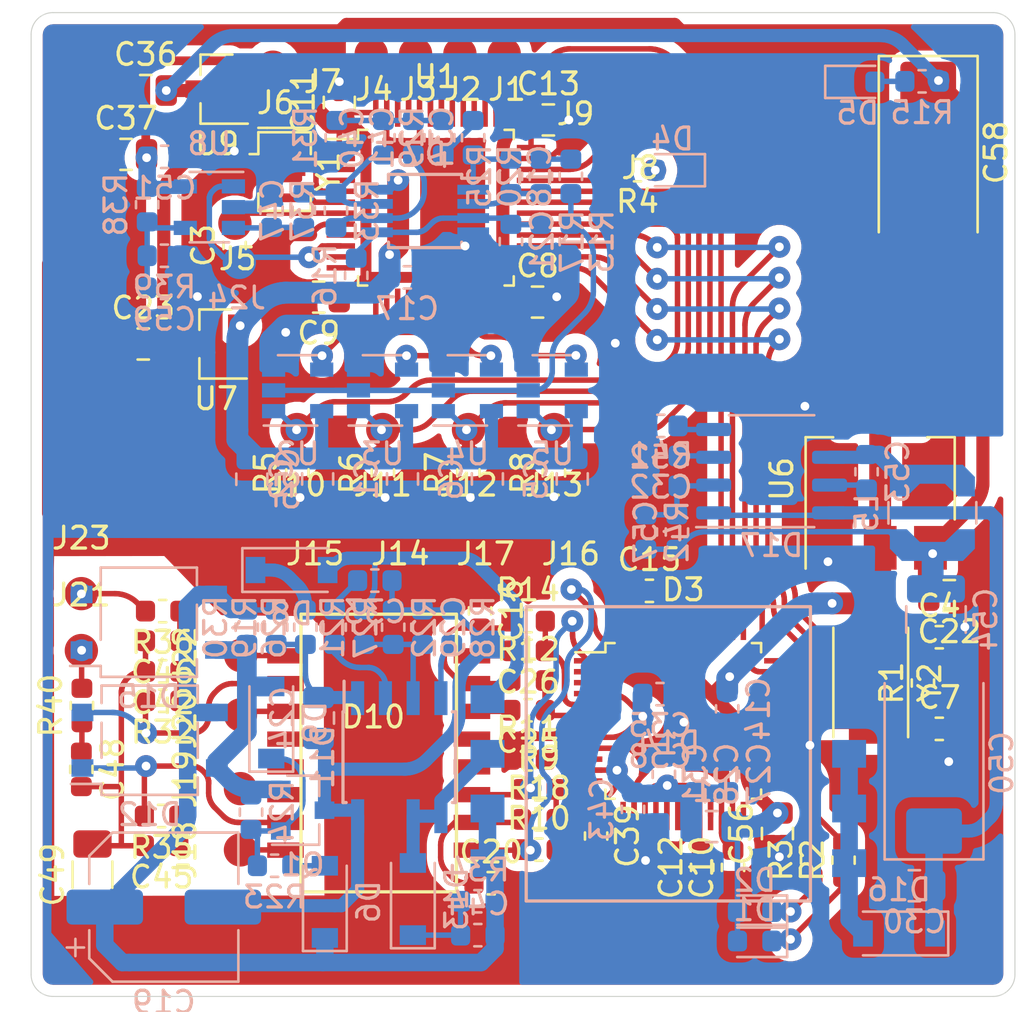
<source format=kicad_pcb>
(kicad_pcb (version 20171130) (host pcbnew 5.1.9+dfsg1-1)
  (layers (0 F.Cu signal) (31 B.Cu signal) (34 B.Paste user hide) (35 F.Paste user hide) (36 B.SilkS user hide) (37 F.SilkS user hide) (38 B.Mask user) (39 F.Mask user) (44 Edge.Cuts user))
  (net 0 "")
  (net 1 GND)
  (net 2 "Net-(C3-Pad2)")
  (net 3 "Net-(C4-Pad1)")
  (net 4 +3V3)
  (net 5 +5VA)
  (net 6 "Net-(J4-Pad1)")
  (net 7 "Net-(J8-Pad1)")
  (net 8 "Net-(J10-Pad1)")
  (net 9 "Net-(J12-Pad1)")
  (net 10 "Net-(C16-Pad2)")
  (net 11 "Net-(C18-Pad2)")
  (net 12 "Net-(D4-Pad2)")
  (net 13 Z1)
  (net 14 Z2)
  (net 15 Z3)
  (net 16 Z4)
  (net 17 "Net-(C33-Pad1)")
  (net 18 "Net-(C34-Pad2)")
  (net 19 "Net-(C34-Pad1)")
  (net 20 +3.3VA)
  (net 21 "Net-(C45-Pad1)")
  (net 22 "Net-(C46-Pad1)")
  (net 23 "Net-(D5-Pad2)")
  (net 24 "Net-(D10-Pad1)")
  (net 25 "Net-(D11-Pad2)")
  (net 26 "Net-(D12-Pad4)")
  (net 27 "Net-(D14-Pad2)")
  (net 28 SensorInput)
  (net 29 +3.3VDAC)
  (net 30 "Net-(D8-Pad1)")
  (net 31 "Net-(C7-Pad1)")
  (net 32 "Net-(C10-Pad2)")
  (net 33 "Net-(C12-Pad2)")
  (net 34 "Net-(C18-Pad1)")
  (net 35 "Net-(C19-Pad1)")
  (net 36 "Net-(C19-Pad2)")
  (net 37 "Net-(C20-Pad1)")
  (net 38 "Net-(C21-Pad2)")
  (net 39 "Net-(C24-Pad1)")
  (net 40 "Net-(C25-Pad1)")
  (net 41 "Net-(C25-Pad2)")
  (net 42 "Net-(C26-Pad1)")
  (net 43 "Net-(C26-Pad2)")
  (net 44 "Net-(C29-Pad1)")
  (net 45 "Net-(C40-Pad1)")
  (net 46 "Net-(C40-Pad2)")
  (net 47 "Net-(C41-Pad2)")
  (net 48 "Net-(C42-Pad1)")
  (net 49 "Net-(C42-Pad2)")
  (net 50 "Net-(C44-Pad2)")
  (net 51 "Net-(C47-Pad2)")
  (net 52 "Net-(C48-Pad1)")
  (net 53 "Net-(D1-Pad1)")
  (net 54 "Net-(D2-Pad1)")
  (net 55 "Net-(D10-Pad3)")
  (net 56 "Net-(D3-Pad10)")
  (net 57 "Net-(D3-Pad25)")
  (net 58 "Net-(D3-Pad27)")
  (net 59 "Net-(D3-Pad32)")
  (net 60 "Net-(D3-Pad33)")
  (net 61 "Net-(D3-Pad34)")
  (net 62 "Net-(D3-Pad35)")
  (net 63 "Net-(D3-Pad37)")
  (net 64 "Net-(D6-Pad2)")
  (net 65 "Net-(D7-Pad2)")
  (net 66 "Net-(D9-Pad1)")
  (net 67 "Net-(D10-Pad9)")
  (net 68 "Net-(D10-Pad10)")
  (net 69 "Net-(D10-Pad11)")
  (net 70 "Net-(D10-Pad14)")
  (net 71 "Net-(D10-Pad15)")
  (net 72 "Net-(D10-Pad16)")
  (net 73 "Net-(D11-Pad4)")
  (net 74 "Net-(D11-Pad5)")
  (net 75 "Net-(D14-Pad6)")
  (net 76 "Net-(D15-Pad1)")
  (net 77 "Net-(D15-Pad2)")
  (net 78 "Net-(J1-Pad1)")
  (net 79 "Net-(J2-Pad1)")
  (net 80 "Net-(J3-Pad1)")
  (net 81 "Net-(J9-Pad1)")
  (net 82 "Net-(J11-Pad1)")
  (net 83 "Net-(J13-Pad1)")
  (net 84 "Net-(R4-Pad2)")
  (net 85 "Net-(U1-Pad5)")
  (net 86 "Net-(U1-Pad6)")
  (net 87 "Net-(C32-Pad2)")
  (net 88 "Net-(C52-Pad2)")
  (net 89 "Net-(C53-Pad2)")
  (net 90 "Net-(C53-Pad1)")
  (net 91 "Net-(C57-Pad1)")
  (net 92 "Net-(C59-Pad1)")
  (net 93 /5.6-6v)
  (net 94 /12-16v)
  (module Capacitor_SMD:C_0603_1608Metric (layer B.Cu) (at 25.0952 72.5932)
    (fp_text reference C59 (at 0 1.43) (layer B.SilkS) (effects (justify mirror)))
    (fp_text value 0.1)
    (pad 2 smd roundrect (at 0.7875 0) (size 0.875 0.95) (layers B.Cu B.Paste B.Mask) (net 1 GND))
    (pad 1 smd roundrect (at -0.7875 0) (size 0.875 0.95) (layers B.Cu B.Paste B.Mask) (net 92 "Net-(C59-Pad1)"))
  )
  (module Inductor_SMD:L_Coilcraft_LPS4018 (layer B.Cu) (at 60.2234 82.8802 270)
    (fp_text reference L5 (at 0 3 90) (layer B.SilkS) (effects (justify mirror)))
    (fp_text value 4.7uH)
    (pad 2 smd rect (at 1.7435 -1.493 135.5) (size 0.5 0.789) (layers B.Cu B.Paste B.Mask) (net 93 /5.6-6v))
    (pad 2 smd rect (at 1.219 -1.0475 134.3) (size 0.5 0.831) (layers B.Cu B.Paste B.Mask) (net 93 /5.6-6v))
    (pad 2 smd rect (at 1.195 -1.5575 270) (size 0.89 0.775) (layers B.Cu B.Paste B.Mask) (net 93 /5.6-6v))
    (pad 2 smd rect (at 1.7435 1.493 44.5) (size 0.5 0.789) (layers B.Cu B.Paste B.Mask) (net 93 /5.6-6v))
    (pad 2 smd rect (at 1.219 1.0475 45.7) (size 0.5 0.831) (layers B.Cu B.Paste B.Mask) (net 93 /5.6-6v))
    (pad 2 smd rect (at 1.195 1.5575 270) (size 0.89 0.775) (layers B.Cu B.Paste B.Mask) (net 93 /5.6-6v))
    (pad 2 smd rect (at 1.765 0 270) (size 0.87 2.79) (layers B.Cu B.Paste B.Mask) (net 93 /5.6-6v))
    (pad 1 smd rect (at -1.219 -1.0475 45.7) (size 0.5 0.831) (layers B.Cu B.Paste B.Mask) (net 89 "Net-(C53-Pad2)"))
    (pad 1 smd rect (at -1.195 -1.5575 270) (size 0.89 0.775) (layers B.Cu B.Paste B.Mask) (net 89 "Net-(C53-Pad2)"))
    (pad 1 smd rect (at -1.7435 -1.493 44.5) (size 0.5 0.789) (layers B.Cu B.Paste B.Mask) (net 89 "Net-(C53-Pad2)"))
    (pad 1 smd rect (at -1.7435 1.493 135.5) (size 0.5 0.789) (layers B.Cu B.Paste B.Mask) (net 89 "Net-(C53-Pad2)"))
    (pad 1 smd rect (at -1.219 1.0475 134.3) (size 0.5 0.831) (layers B.Cu B.Paste B.Mask) (net 89 "Net-(C53-Pad2)"))
    (pad 1 smd rect (at -1.195 1.5575 270) (size 0.89 0.775) (layers B.Cu B.Paste B.Mask) (net 89 "Net-(C53-Pad2)"))
    (pad 1 smd rect (at -1.765 0 270) (size 0.87 2.79) (layers B.Cu B.Paste B.Mask) (net 89 "Net-(C53-Pad2)"))
  )
  (module LED_SMD:LED_0603_1608Metric (layer B.Cu) (at 48.3362 67.2084 180)
    (fp_text reference D4 (at 0 1.43 180) (layer B.SilkS) (effects (justify mirror)))
    (fp_text value LED)
    (pad 2 smd roundrect (at 0.7875 0 180) (size 0.875 0.95) (layers B.Cu B.Paste B.Mask) (net 12 "Net-(D4-Pad2)"))
    (pad 1 smd roundrect (at -0.7875 0 180) (size 0.875 0.95) (layers B.Cu B.Paste B.Mask) (net 1 GND))
  )
  (module Resistor_SMD:R_0603_1608Metric (layer B.Cu) (at 59.7535 63.1444)
    (fp_text reference R15 (at 0 1.43 -180) (layer B.SilkS) (effects (justify mirror)))
    (fp_text value 4.7k)
    (pad 1 smd roundrect (at -0.7875 0) (size 0.875 0.95) (layers B.Cu B.Paste B.Mask) (net 23 "Net-(D5-Pad2)"))
    (pad 2 smd roundrect (at 0.7875 0) (size 0.875 0.95) (layers B.Cu B.Paste B.Mask) (net 93 /5.6-6v))
  )
  (module LED_SMD:LED_0603_1608Metric (layer B.Cu) (at 56.8071 63.1698)
    (fp_text reference D5 (at 0 1.43) (layer B.SilkS) (effects (justify mirror)))
    (fp_text value LED)
    (pad 2 smd roundrect (at 0.7875 0) (size 0.875 0.95) (layers B.Cu B.Paste B.Mask) (net 23 "Net-(D5-Pad2)"))
    (pad 1 smd roundrect (at -0.7875 0) (size 0.875 0.95) (layers B.Cu B.Paste B.Mask) (net 1 GND))
  )
  (module Capacitor_SMD:C_1210_3225Metric (layer B.Cu) (at 60.3885 87.757 90)
    (fp_text reference C54 (at 0 2.28 90) (layer B.SilkS) (effects (justify mirror)))
    (fp_text value 22uF)
    (pad 2 smd roundrect (at 1.4 0 90) (size 1.25 2.65) (layers B.Cu B.Paste B.Mask) (roundrect_rratio 0.2) (net 93 /5.6-6v))
    (pad 1 smd roundrect (at -1.4 0 90) (size 1.25 2.65) (layers B.Cu B.Paste B.Mask) (roundrect_rratio 0.2) (net 1 GND))
  )
  (module Capacitor_Tantalum_SMD:CP_EIA-7343-15_Kemet-W (layer F.Cu) (at 60.0329 66.3956 270)
    (fp_text reference C58 (at 0 -3.1 90) (layer F.SilkS))
    (fp_text value 1000uF)
    (pad 2 smd roundrect (at 3.1125 0 270) (size 2.075 2.55) (layers F.Cu F.Paste F.Mask) (roundrect_rratio 0.1204819277108434) (net 1 GND))
    (pad 1 smd roundrect (at -3.1125 0 270) (size 2.075 2.55) (layers F.Cu F.Paste F.Mask) (roundrect_rratio 0.1204819277108434) (net 93 /5.6-6v))
  )
  (module Package_TO_SOT_SMD:SOT-23 (layer F.Cu) (at 27.5082 63.5 180)
    (fp_text reference U9 (at 0 -2.5) (layer F.SilkS))
    (fp_text value MCP1703-3.3)
    (pad 3 smd rect (at 1 0 180) (size 0.9 0.8) (layers F.Cu F.Paste F.Mask) (net 93 /5.6-6v))
    (pad 2 smd rect (at -1 0.95 180) (size 0.9 0.8) (layers F.Cu F.Paste F.Mask) (net 4 +3V3))
    (pad 1 smd rect (at -1 -0.95 180) (size 0.9 0.8) (layers F.Cu F.Paste F.Mask) (net 1 GND))
  )
  (module Package_TO_SOT_SMD:SOT-23 (layer F.Cu) (at 27.4574 75.1586 180)
    (fp_text reference U7 (at 0 -2.5) (layer F.SilkS))
    (fp_text value MCP1700-5)
    (pad 3 smd rect (at 1 0 180) (size 0.9 0.8) (layers F.Cu F.Paste F.Mask) (net 93 /5.6-6v))
    (pad 2 smd rect (at -1 0.95 180) (size 0.9 0.8) (layers F.Cu F.Paste F.Mask) (net 5 +5VA))
    (pad 1 smd rect (at -1 -0.95 180) (size 0.9 0.8) (layers F.Cu F.Paste F.Mask) (net 1 GND))
  )
  (module Resistor_SMD:R_0603_1608Metric (layer B.Cu) (at 47.117 83.7565 90)
    (fp_text reference R42 (at 0 1.43 90) (layer B.SilkS) (effects (justify mirror)))
    (fp_text value 140k)
    (pad 2 smd roundrect (at 0.7875 0 90) (size 0.875 0.95) (layers B.Cu B.Paste B.Mask) (net 91 "Net-(C57-Pad1)"))
    (pad 1 smd roundrect (at -0.7875 0 90) (size 0.875 0.95) (layers B.Cu B.Paste B.Mask) (net 93 /5.6-6v))
  )
  (module Resistor_SMD:R_0603_1608Metric (layer B.Cu) (at 47.8028 81.6483 180)
    (fp_text reference R41 (at 0 1.43) (layer B.SilkS) (effects (justify mirror)))
    (fp_text value 22k)
    (pad 2 smd roundrect (at 0.7875 0 180) (size 0.875 0.95) (layers B.Cu B.Paste B.Mask) (net 1 GND))
    (pad 1 smd roundrect (at -0.7875 0 180) (size 0.875 0.95) (layers B.Cu B.Paste B.Mask) (net 91 "Net-(C57-Pad1)"))
  )
  (module Package_SO:HSOP-8-1EP_3.9x4.9mm_P1.27mm_EP2.41x3.1mm (layer B.Cu) (at 52.8701 80.9752)
    (fp_text reference D17 (at 0 3.4) (layer B.SilkS) (effects (justify mirror)))
    (fp_text value TPS54328DDA)
    (pad 8 smd roundrect (at 2.65 1.905) (size 1.6 0.6) (layers B.Cu B.Paste B.Mask) (net 94 /12-16v))
    (pad 7 smd roundrect (at 2.65 0.635) (size 1.6 0.6) (layers B.Cu B.Paste B.Mask) (net 90 "Net-(C53-Pad1)"))
    (pad 6 smd roundrect (at 2.65 -0.635) (size 1.6 0.6) (layers B.Cu B.Paste B.Mask) (net 89 "Net-(C53-Pad2)"))
    (pad 5 smd roundrect (at 2.65 -1.905) (size 1.6 0.6) (layers B.Cu B.Paste B.Mask) (net 1 GND))
    (pad 4 smd roundrect (at -2.65 -1.905) (size 1.6 0.6) (layers B.Cu B.Paste B.Mask) (net 88 "Net-(C52-Pad2)"))
    (pad 3 smd roundrect (at -2.65 -0.635) (size 1.6 0.6) (layers B.Cu B.Paste B.Mask) (net 87 "Net-(C32-Pad2)"))
    (pad 2 smd roundrect (at -2.65 0.635) (size 1.6 0.6) (layers B.Cu B.Paste B.Mask) (net 91 "Net-(C57-Pad1)"))
    (pad 1 smd roundrect (at -2.65 1.905) (size 1.6 0.6) (layers B.Cu B.Paste B.Mask) (net 94 /12-16v))
    (pad 9 smd roundrect (at 0 0) (size 2.41 3.1) (layers B.Cu B.Mask) (roundrect_rratio 0.1037331950207469) (net 1 GND))
  )
  (module Capacitor_SMD:C_0603_1608Metric (layer B.Cu) (at 48.5394 83.7565 270)
    (fp_text reference C57 (at 0 1.43 90) (layer B.SilkS) (effects (justify mirror)))
    (fp_text value 15p)
    (pad 2 smd roundrect (at 0.7875 0 270) (size 0.875 0.95) (layers B.Cu B.Paste B.Mask) (net 93 /5.6-6v))
    (pad 1 smd roundrect (at -0.7875 0 270) (size 0.875 0.95) (layers B.Cu B.Paste B.Mask) (net 91 "Net-(C57-Pad1)"))
  )
  (module Capacitor_SMD:C_0805_2012Metric (layer F.Cu) (at 53.1368 97.5487 90)
    (fp_text reference C56 (at 0 -1.65 90) (layer F.SilkS))
    (fp_text value 10uF)
    (pad 2 smd roundrect (at 0.9375 0 90) (size 0.975 1.4) (layers F.Cu F.Paste F.Mask) (net 29 +3.3VDAC))
    (pad 1 smd roundrect (at -0.9375 0 90) (size 0.975 1.4) (layers F.Cu F.Paste F.Mask) (net 1 GND))
  )
  (module Capacitor_SMD:C_0805_2012Metric (layer B.Cu) (at 29.0957 81.3435 90)
    (fp_text reference C55 (at 0 1.65 90) (layer B.SilkS) (effects (justify mirror)))
    (fp_text value 10uF)
    (pad 2 smd roundrect (at 0.9375 0 90) (size 0.975 1.4) (layers B.Cu B.Paste B.Mask) (net 5 +5VA))
    (pad 1 smd roundrect (at -0.9375 0 90) (size 0.975 1.4) (layers B.Cu B.Paste B.Mask) (net 1 GND))
  )
  (module Capacitor_SMD:C_0603_1608Metric (layer B.Cu) (at 57.2135 81.0006 90)
    (fp_text reference C53 (at 0 1.43 90) (layer B.SilkS) (effects (justify mirror)))
    (fp_text value 100n)
    (pad 2 smd roundrect (at 0.7875 0 90) (size 0.875 0.95) (layers B.Cu B.Paste B.Mask) (net 89 "Net-(C53-Pad2)"))
    (pad 1 smd roundrect (at -0.7875 0 90) (size 0.875 0.95) (layers B.Cu B.Paste B.Mask) (net 90 "Net-(C53-Pad1)"))
  )
  (module Capacitor_SMD:C_0603_1608Metric (layer B.Cu) (at 47.8028 78.9051)
    (fp_text reference C52 (at 0 1.43) (layer B.SilkS) (effects (justify mirror)))
    (fp_text value 3.3n)
    (pad 2 smd roundrect (at 0.7875 0) (size 0.875 0.95) (layers B.Cu B.Paste B.Mask) (net 88 "Net-(C52-Pad2)"))
    (pad 1 smd roundrect (at -0.7875 0) (size 0.875 0.95) (layers B.Cu B.Paste B.Mask) (net 1 GND))
  )
  (module Capacitor_SMD:C_0603_1608Metric (layer B.Cu) (at 47.8028 80.2767)
    (fp_text reference C32 (at 0 1.43 180) (layer B.SilkS) (effects (justify mirror)))
    (fp_text value 1uF)
    (pad 2 smd roundrect (at 0.7875 0) (size 0.875 0.95) (layers B.Cu B.Paste B.Mask) (net 87 "Net-(C32-Pad2)"))
    (pad 1 smd roundrect (at -0.7875 0) (size 0.875 0.95) (layers B.Cu B.Paste B.Mask) (net 1 GND))
  )
  (module Capacitor_SMD:C_0805_2012Metric (layer B.Cu) (at 59.3979 99.9363)
    (fp_text reference C30 (at 0 1.65) (layer B.SilkS) (effects (justify mirror)))
    (fp_text value 10uF)
    (pad 2 smd roundrect (at 0.9375 0) (size 0.975 1.4) (layers B.Cu B.Paste B.Mask) (net 94 /12-16v))
    (pad 1 smd roundrect (at -0.9375 0) (size 0.975 1.4) (layers B.Cu B.Paste B.Mask) (net 1 GND))
  )
  (module Package_TO_SOT_SMD:SOT-223-3_TabPin2 (layer F.Cu) (at 57.8358 81.3308 90)
    (fp_text reference U6 (at 0 -4.5 270) (layer F.SilkS))
    (fp_text value NCP1117-3.3)
    (pad 1 smd rect (at -3.15 -2.3 90) (size 2 1.5) (layers F.Cu F.Paste F.Mask) (net 1 GND))
    (pad 3 smd rect (at -3.15 2.3 90) (size 2 1.5) (layers F.Cu F.Paste F.Mask) (net 93 /5.6-6v))
    (pad 2 smd rect (at -3.15 0 90) (size 2 1.5) (layers F.Cu F.Paste F.Mask) (net 29 +3.3VDAC))
    (pad 2 smd rect (at 3.15 0 90) (size 2 3.8) (layers F.Cu F.Paste F.Mask) (net 29 +3.3VDAC))
  )
  (module Capacitor_SMD:C_0805_2012Metric (layer F.Cu) (at 60.9981 86.6648 180)
    (fp_text reference C22 (at 0 -1.65) (layer F.SilkS))
    (fp_text value 10uF)
    (pad 2 smd roundrect (at 0.9375 0 180) (size 0.975 1.4) (layers F.Cu F.Paste F.Mask) (net 93 /5.6-6v))
    (pad 1 smd roundrect (at -0.9375 0 180) (size 0.975 1.4) (layers F.Cu F.Paste F.Mask) (net 1 GND))
  )
  (module Crystal:Resonator_SMD_muRata_CSTxExxV-3Pin_3.0x1.1mm (layer F.Cu) (at 30.5943 67.2719 270)
    (fp_text reference Y1 (at 0 -2 90) (layer F.SilkS))
    (fp_text value 8MHz)
    (pad 3 smd rect (at 1.2 0 270) (size 0.4 1.9) (layers F.Cu F.Paste F.Mask) (net 86 "Net-(U1-Pad6)"))
    (pad 2 smd rect (at 0 0 270) (size 0.4 1.9) (layers F.Cu F.Paste F.Mask) (net 1 GND))
    (pad 1 smd rect (at -1.2 0 270) (size 0.4 1.9) (layers F.Cu F.Paste F.Mask) (net 85 "Net-(U1-Pad5)"))
  )
  (module My-library:SMD-CONN (layer F.Cu) (at 32.2072 61.5315)
    (fp_text reference J7 (at 0.125 1.625) (layer F.SilkS))
    (fp_text value -EXT)
    (pad 1 smd circle (at 0 0) (size 1.524 1.524) (layers F.Cu F.Paste F.Mask) (net 1 GND))
  )
  (module Capacitor_SMD:C_1206_3216Metric (layer F.Cu) (at 21.8059 99.4283 90)
    (fp_text reference C49 (at 0 -1.82 90) (layer F.SilkS))
    (fp_text value 4.7nF/2kV)
    (pad 2 smd roundrect (at 1.4 0 90) (size 1.25 1.75) (layers F.Cu F.Paste F.Mask) (roundrect_rratio 0.2) (net 49 "Net-(C42-Pad2)"))
    (pad 1 smd roundrect (at -1.4 0 90) (size 1.25 1.75) (layers F.Cu F.Paste F.Mask) (roundrect_rratio 0.2) (net 1 GND))
  )
  (module Resistor_SMD:R_0603_1608Metric (layer F.Cu) (at 59.7909 90.6653 90)
    (fp_text reference R1 (at 0 -1.43 90) (layer F.SilkS))
    (fp_text value 1M)
    (pad 2 smd roundrect (at 0.7875 0 90) (size 0.875 0.95) (layers F.Cu F.Paste F.Mask) (net 3 "Net-(C4-Pad1)"))
    (pad 1 smd roundrect (at -0.7875 0 90) (size 0.875 0.95) (layers F.Cu F.Paste F.Mask) (net 31 "Net-(C7-Pad1)"))
  )
  (module Package_TO_SOT_SMD:SOT-23-5 (layer B.Cu) (at 31.1912 77.2795)
    (fp_text reference U2 (at 0 2.9) (layer B.SilkS) (effects (justify mirror)))
    (fp_text value TS5A3166DBVR)
    (pad 1 smd rect (at -1.1 0.95) (size 1.06 0.65) (layers B.Cu B.Paste B.Mask) (net 8 "Net-(J10-Pad1)"))
    (pad 2 smd rect (at -1.1 0) (size 1.06 0.65) (layers B.Cu B.Paste B.Mask) (net 11 "Net-(C18-Pad2)"))
    (pad 3 smd rect (at -1.1 -0.95) (size 1.06 0.65) (layers B.Cu B.Paste B.Mask) (net 1 GND))
    (pad 4 smd rect (at 1.1 -0.95) (size 1.06 0.65) (layers B.Cu B.Paste B.Mask) (net 13 Z1))
    (pad 5 smd rect (at 1.1 0.95) (size 1.06 0.65) (layers B.Cu B.Paste B.Mask) (net 5 +5VA))
  )
  (module Resistor_SMD:R_0603_1608Metric (layer F.Cu) (at 46.736 67.2084 180)
    (fp_text reference R4 (at 0 -1.43) (layer F.SilkS))
    (fp_text value 1k)
    (pad 2 smd roundrect (at 0.7875 0 180) (size 0.875 0.95) (layers F.Cu F.Paste F.Mask) (net 84 "Net-(R4-Pad2)"))
    (pad 1 smd roundrect (at -0.7875 0 180) (size 0.875 0.95) (layers F.Cu F.Paste F.Mask) (net 12 "Net-(D4-Pad2)"))
  )
  (module Package_QFP:LQFP-48_7x7mm_P0.5mm (layer F.Cu) (at 48.8291 92.3979)
    (fp_text reference D3 (at 0 -6) (layer F.SilkS))
    (fp_text value W5500)
    (pad 1 smd rect (at -4.35 -2.75) (size 1.3 0.25) (layers F.Cu F.Paste F.Mask) (net 55 "Net-(D10-Pad3)"))
    (pad 2 smd rect (at -4.35 -2.25) (size 1.3 0.25) (layers F.Cu F.Paste F.Mask) (net 24 "Net-(D10-Pad1)"))
    (pad 3 smd rect (at -4.35 -1.75) (size 1.3 0.25) (layers F.Cu F.Paste F.Mask) (net 1 GND))
    (pad 4 smd rect (at -4.35 -1.25) (size 1.3 0.25) (layers F.Cu F.Paste F.Mask) (net 20 +3.3VA))
    (pad 5 smd rect (at -4.35 -0.75) (size 1.3 0.25) (layers F.Cu F.Paste F.Mask) (net 42 "Net-(C26-Pad1)"))
    (pad 6 smd rect (at -4.35 -0.25) (size 1.3 0.25) (layers F.Cu F.Paste F.Mask) (net 40 "Net-(C25-Pad1)"))
    (pad 7 smd rect (at -4.35 0.25) (size 1.3 0.25) (layers F.Cu F.Paste F.Mask))
    (pad 8 smd rect (at -4.35 0.75) (size 1.3 0.25) (layers F.Cu F.Paste F.Mask) (net 20 +3.3VA))
    (pad 9 smd rect (at -4.35 1.25) (size 1.3 0.25) (layers F.Cu F.Paste F.Mask) (net 1 GND))
    (pad 10 smd rect (at -4.35 1.75) (size 1.3 0.25) (layers F.Cu F.Paste F.Mask) (net 56 "Net-(D3-Pad10)"))
    (pad 11 smd rect (at -4.35 2.25) (size 1.3 0.25) (layers F.Cu F.Paste F.Mask) (net 20 +3.3VA))
    (pad 12 smd rect (at -4.35 2.75) (size 1.3 0.25) (layers F.Cu F.Paste F.Mask))
    (pad 13 smd rect (at -2.75 4.35 90) (size 1.3 0.25) (layers F.Cu F.Paste F.Mask))
    (pad 14 smd rect (at -2.25 4.35 90) (size 1.3 0.25) (layers F.Cu F.Paste F.Mask) (net 1 GND))
    (pad 15 smd rect (at -1.75 4.35 90) (size 1.3 0.25) (layers F.Cu F.Paste F.Mask) (net 20 +3.3VA))
    (pad 16 smd rect (at -1.25 4.35 90) (size 1.3 0.25) (layers F.Cu F.Paste F.Mask) (net 1 GND))
    (pad 17 smd rect (at -0.75 4.35 90) (size 1.3 0.25) (layers F.Cu F.Paste F.Mask) (net 20 +3.3VA))
    (pad 18 smd rect (at -0.25 4.35 90) (size 1.3 0.25) (layers F.Cu F.Paste F.Mask))
    (pad 19 smd rect (at 0.25 4.35 90) (size 1.3 0.25) (layers F.Cu F.Paste F.Mask) (net 1 GND))
    (pad 20 smd rect (at 0.75 4.35 90) (size 1.3 0.25) (layers F.Cu F.Paste F.Mask) (net 33 "Net-(C12-Pad2)"))
    (pad 21 smd rect (at 1.25 4.35 90) (size 1.3 0.25) (layers F.Cu F.Paste F.Mask) (net 20 +3.3VA))
    (pad 22 smd rect (at 1.75 4.35 90) (size 1.3 0.25) (layers F.Cu F.Paste F.Mask) (net 32 "Net-(C10-Pad2)"))
    (pad 23 smd rect (at 2.25 4.35 90) (size 1.3 0.25) (layers F.Cu F.Paste F.Mask))
    (pad 24 smd rect (at 2.75 4.35 90) (size 1.3 0.25) (layers F.Cu F.Paste F.Mask))
    (pad 25 smd rect (at 4.35 2.75) (size 1.3 0.25) (layers F.Cu F.Paste F.Mask) (net 57 "Net-(D3-Pad25)"))
    (pad 26 smd rect (at 4.35 2.25) (size 1.3 0.25) (layers F.Cu F.Paste F.Mask))
    (pad 27 smd rect (at 4.35 1.75) (size 1.3 0.25) (layers F.Cu F.Paste F.Mask) (net 58 "Net-(D3-Pad27)"))
    (pad 28 smd rect (at 4.35 1.25) (size 1.3 0.25) (layers F.Cu F.Paste F.Mask) (net 29 +3.3VDAC))
    (pad 29 smd rect (at 4.35 0.75) (size 1.3 0.25) (layers F.Cu F.Paste F.Mask) (net 1 GND))
    (pad 30 smd rect (at 4.35 0.25) (size 1.3 0.25) (layers F.Cu F.Paste F.Mask) (net 31 "Net-(C7-Pad1)"))
    (pad 31 smd rect (at 4.35 -0.25) (size 1.3 0.25) (layers F.Cu F.Paste F.Mask) (net 3 "Net-(C4-Pad1)"))
    (pad 32 smd rect (at 4.35 -0.75) (size 1.3 0.25) (layers F.Cu F.Paste F.Mask) (net 59 "Net-(D3-Pad32)"))
    (pad 33 smd rect (at 4.35 -1.25) (size 1.3 0.25) (layers F.Cu F.Paste F.Mask) (net 60 "Net-(D3-Pad33)"))
    (pad 34 smd rect (at 4.35 -1.75) (size 1.3 0.25) (layers F.Cu F.Paste F.Mask) (net 61 "Net-(D3-Pad34)"))
    (pad 35 smd rect (at 4.35 -2.25) (size 1.3 0.25) (layers F.Cu F.Paste F.Mask) (net 62 "Net-(D3-Pad35)"))
    (pad 36 smd rect (at 4.35 -2.75) (size 1.3 0.25) (layers F.Cu F.Paste F.Mask))
    (pad 37 smd rect (at 2.75 -4.35 90) (size 1.3 0.25) (layers F.Cu F.Paste F.Mask) (net 63 "Net-(D3-Pad37)"))
    (pad 38 smd rect (at 2.25 -4.35 90) (size 1.3 0.25) (layers F.Cu F.Paste F.Mask))
    (pad 39 smd rect (at 1.75 -4.35 90) (size 1.3 0.25) (layers F.Cu F.Paste F.Mask))
    (pad 40 smd rect (at 1.25 -4.35 90) (size 1.3 0.25) (layers F.Cu F.Paste F.Mask))
    (pad 41 smd rect (at 0.75 -4.35 90) (size 1.3 0.25) (layers F.Cu F.Paste F.Mask))
    (pad 42 smd rect (at 0.25 -4.35 90) (size 1.3 0.25) (layers F.Cu F.Paste F.Mask))
    (pad 43 smd rect (at -0.25 -4.35 90) (size 1.3 0.25) (layers F.Cu F.Paste F.Mask) (net 29 +3.3VDAC))
    (pad 44 smd rect (at -0.75 -4.35 90) (size 1.3 0.25) (layers F.Cu F.Paste F.Mask) (net 29 +3.3VDAC))
    (pad 45 smd rect (at -1.25 -4.35 90) (size 1.3 0.25) (layers F.Cu F.Paste F.Mask) (net 29 +3.3VDAC))
    (pad 46 smd rect (at -1.75 -4.35 90) (size 1.3 0.25) (layers F.Cu F.Paste F.Mask))
    (pad 47 smd rect (at -2.25 -4.35 90) (size 1.3 0.25) (layers F.Cu F.Paste F.Mask))
    (pad 48 smd rect (at -2.75 -4.35 90) (size 1.3 0.25) (layers F.Cu F.Paste F.Mask) (net 1 GND))
  )
  (module Resistor_SMD:R_0603_1608Metric (layer F.Cu) (at 21.3233 91.694 90)
    (fp_text reference R40 (at 0 -1.43 90) (layer F.SilkS))
    (fp_text value 75)
    (pad 1 smd roundrect (at -0.7875 0 90) (size 0.875 0.95) (layers F.Cu F.Paste F.Mask) (net 52 "Net-(C48-Pad1)"))
    (pad 2 smd roundrect (at 0.7875 0 90) (size 0.875 0.95) (layers F.Cu F.Paste F.Mask) (net 76 "Net-(D15-Pad1)"))
  )
  (module Resistor_SMD:R_0603_1608Metric (layer F.Cu) (at 25.019 87.376 180)
    (fp_text reference R36 (at 0 -1.43) (layer F.SilkS))
    (fp_text value 75)
    (pad 1 smd roundrect (at -0.7875 0 180) (size 0.875 0.95) (layers F.Cu F.Paste F.Mask) (net 22 "Net-(C46-Pad1)"))
    (pad 2 smd roundrect (at 0.7875 0 180) (size 0.875 0.95) (layers F.Cu F.Paste F.Mask) (net 77 "Net-(D15-Pad2)"))
  )
  (module Resistor_SMD:R_0603_1608Metric (layer F.Cu) (at 25.019 91.4781 180)
    (fp_text reference R32 (at 0 -1.43) (layer F.SilkS))
    (fp_text value 75)
    (pad 1 smd roundrect (at -0.7875 0 180) (size 0.875 0.95) (layers F.Cu F.Paste F.Mask) (net 48 "Net-(C42-Pad1)"))
    (pad 2 smd roundrect (at 0.7875 0 180) (size 0.875 0.95) (layers F.Cu F.Paste F.Mask) (net 68 "Net-(D10-Pad10)"))
  )
  (module Resistor_SMD:R_0603_1608Metric (layer F.Cu) (at 24.9682 96.7486 180)
    (fp_text reference R35 (at 0 -1.43) (layer F.SilkS))
    (fp_text value 75)
    (pad 1 smd roundrect (at -0.7875 0 180) (size 0.875 0.95) (layers F.Cu F.Paste F.Mask) (net 21 "Net-(C45-Pad1)"))
    (pad 2 smd roundrect (at 0.7875 0 180) (size 0.875 0.95) (layers F.Cu F.Paste F.Mask) (net 71 "Net-(D10-Pad15)"))
  )
  (module Resistor_SMD:R_0603_1608Metric (layer F.Cu) (at 56.1594 98.7679 90)
    (fp_text reference R2 (at 0 -1.43 90) (layer F.SilkS))
    (fp_text value 1k)
    (pad 1 smd roundrect (at -0.7875 0 90) (size 0.875 0.95) (layers F.Cu F.Paste F.Mask) (net 53 "Net-(D1-Pad1)"))
    (pad 2 smd roundrect (at 0.7875 0 90) (size 0.875 0.95) (layers F.Cu F.Paste F.Mask) (net 58 "Net-(D3-Pad27)"))
  )
  (module Resistor_SMD:R_0603_1608Metric (layer F.Cu) (at 54.7243 98.7552 90)
    (fp_text reference R3 (at 0 -1.43 90) (layer F.SilkS))
    (fp_text value 1k)
    (pad 1 smd roundrect (at -0.7875 0 90) (size 0.875 0.95) (layers F.Cu F.Paste F.Mask) (net 54 "Net-(D2-Pad1)"))
    (pad 2 smd roundrect (at 0.7875 0 90) (size 0.875 0.95) (layers F.Cu F.Paste F.Mask) (net 57 "Net-(D3-Pad25)"))
  )
  (module Capacitor_SMD:C_0603_1608Metric (layer F.Cu) (at 28.3083 70.6501 90)
    (fp_text reference C3 (at 0 -1.43 90) (layer F.SilkS))
    (fp_text value 0.1uF)
    (pad 1 smd roundrect (at -0.7875 0 90) (size 0.875 0.95) (layers F.Cu F.Paste F.Mask) (net 1 GND))
    (pad 2 smd roundrect (at 0.7875 0 90) (size 0.875 0.95) (layers F.Cu F.Paste F.Mask) (net 2 "Net-(C3-Pad2)"))
  )
  (module Resistor_SMD:R_0603_1608Metric (layer F.Cu) (at 41.7322 94.1578)
    (fp_text reference R11 (at 0 -1.43) (layer F.SilkS))
    (fp_text value 12.4k)
    (pad 1 smd roundrect (at -0.7875 0) (size 0.875 0.95) (layers F.Cu F.Paste F.Mask) (net 1 GND))
    (pad 2 smd roundrect (at 0.7875 0) (size 0.875 0.95) (layers F.Cu F.Paste F.Mask) (net 56 "Net-(D3-Pad10)"))
  )
  (module Resistor_SMD:R_0603_1608Metric (layer F.Cu) (at 42.2275 96.901)
    (fp_text reference R18 (at 0 -1.43) (layer F.SilkS))
    (fp_text value 10R)
    (pad 1 smd roundrect (at -0.7875 0) (size 0.875 0.95) (layers F.Cu F.Paste F.Mask) (net 37 "Net-(C20-Pad1)"))
    (pad 2 smd roundrect (at 0.7875 0) (size 0.875 0.95) (layers F.Cu F.Paste F.Mask) (net 20 +3.3VA))
  )
  (module Resistor_SMD:R_0603_1608Metric (layer F.Cu) (at 41.7322 90.551)
    (fp_text reference R12 (at 0 -1.43) (layer F.SilkS))
    (fp_text value 82R)
    (pad 1 smd roundrect (at -0.7875 0) (size 0.875 0.95) (layers F.Cu F.Paste F.Mask) (net 10 "Net-(C16-Pad2)"))
    (pad 2 smd roundrect (at 0.7875 0) (size 0.875 0.95) (layers F.Cu F.Paste F.Mask) (net 40 "Net-(C25-Pad1)"))
  )
  (module Resistor_SMD:R_0603_1608Metric (layer F.Cu) (at 41.7322 87.8332)
    (fp_text reference R14 (at 0 -1.43) (layer F.SilkS))
    (fp_text value 82R)
    (pad 1 smd roundrect (at -0.7875 0) (size 0.875 0.95) (layers F.Cu F.Paste F.Mask) (net 10 "Net-(C16-Pad2)"))
    (pad 2 smd roundrect (at 0.7875 0) (size 0.875 0.95) (layers F.Cu F.Paste F.Mask) (net 42 "Net-(C26-Pad1)"))
  )
  (module My-library:H1102N (layer F.Cu) (at 34.8996 93.8657 180)
    (fp_text reference D10 (at 0.25 1.65) (layer F.SilkS))
    (fp_text value H1102NL)
    (pad 1 smd rect (at -4.265 -4.445 180) (size 1.67 0.7) (layers F.Cu F.Paste F.Mask) (net 24 "Net-(D10-Pad1)"))
    (pad 2 smd rect (at -4.265 -3.175 180) (size 1.67 0.7) (layers F.Cu F.Paste F.Mask) (net 37 "Net-(C20-Pad1)"))
    (pad 3 smd rect (at -4.265 -1.905 180) (size 1.67 0.7) (layers F.Cu F.Paste F.Mask) (net 55 "Net-(D10-Pad3)"))
    (pad 4 smd rect (at -4.265 -0.635 180) (size 1.67 0.7) (layers F.Cu F.Paste F.Mask))
    (pad 5 smd rect (at -4.265 0.635 180) (size 1.67 0.7) (layers F.Cu F.Paste F.Mask))
    (pad 6 smd rect (at -4.265 1.905 180) (size 1.67 0.7) (layers F.Cu F.Paste F.Mask) (net 41 "Net-(C25-Pad2)"))
    (pad 7 smd rect (at -4.265 3.175 180) (size 1.67 0.7) (layers F.Cu F.Paste F.Mask) (net 10 "Net-(C16-Pad2)"))
    (pad 8 smd rect (at -4.265 4.445 180) (size 1.67 0.7) (layers F.Cu F.Paste F.Mask) (net 43 "Net-(C26-Pad2)"))
    (pad 9 smd rect (at 4.265 4.445 180) (size 1.67 0.7) (layers F.Cu F.Paste F.Mask) (net 67 "Net-(D10-Pad9)"))
    (pad 10 smd rect (at 4.265 3.175 180) (size 1.67 0.7) (layers F.Cu F.Paste F.Mask) (net 68 "Net-(D10-Pad10)"))
    (pad 11 smd rect (at 4.265 1.905 180) (size 1.67 0.7) (layers F.Cu F.Paste F.Mask) (net 69 "Net-(D10-Pad11)"))
    (pad 12 smd rect (at 4.265 0.635 180) (size 1.67 0.7) (layers F.Cu F.Paste F.Mask))
    (pad 14 smd rect (at 4.265 -1.905 180) (size 1.67 0.7) (layers F.Cu F.Paste F.Mask) (net 70 "Net-(D10-Pad14)"))
    (pad 15 smd rect (at 4.265 -3.175 180) (size 1.67 0.7) (layers F.Cu F.Paste F.Mask) (net 71 "Net-(D10-Pad15)"))
    (pad 16 smd rect (at 4.265 -4.445 180) (size 1.67 0.7) (layers F.Cu F.Paste F.Mask) (net 72 "Net-(D10-Pad16)"))
    (pad 13 smd rect (at 4.265 -0.635 180) (size 1.67 0.7) (layers F.Cu F.Paste F.Mask))
  )
  (module My-library:SMD-CONN (layer F.Cu) (at 30.0609 62.4967)
    (fp_text reference J6 (at 0.125 1.625) (layer F.SilkS))
    (fp_text value +EXT)
    (pad 1 smd circle (at 0 0) (size 1.524 1.524) (layers F.Cu F.Paste F.Mask) (net 4 +3V3))
  )
  (module My-library:SMD-CONN (layer F.Cu) (at 34.5567 61.8871)
    (fp_text reference J4 (at 0.125 1.625) (layer F.SilkS))
    (fp_text value SDA)
    (pad 1 smd circle (at 0 0) (size 1.524 1.524) (layers F.Cu F.Paste F.Mask) (net 6 "Net-(J4-Pad1)"))
  )
  (module My-library:SMD-CONN (layer F.Cu) (at 36.584466 61.8871)
    (fp_text reference J3 (at 0.125 1.625) (layer F.SilkS))
    (fp_text value SCL)
    (pad 1 smd circle (at 0 0) (size 1.524 1.524) (layers F.Cu F.Paste F.Mask) (net 80 "Net-(J3-Pad1)"))
  )
  (module Capacitor_SMD:C_0603_1608Metric (layer F.Cu) (at 21.2979 94.615 270)
    (fp_text reference C48 (at 0 -1.43 90) (layer F.SilkS))
    (fp_text value 6.8nF)
    (pad 1 smd roundrect (at -0.7875 0 270) (size 0.875 0.95) (layers F.Cu F.Paste F.Mask) (net 52 "Net-(C48-Pad1)"))
    (pad 2 smd roundrect (at 0.7875 0 270) (size 0.875 0.95) (layers F.Cu F.Paste F.Mask) (net 49 "Net-(C42-Pad2)"))
  )
  (module Capacitor_SMD:C_0603_1608Metric (layer F.Cu) (at 25.019 88.7349 180)
    (fp_text reference C46 (at 0 -1.43) (layer F.SilkS))
    (fp_text value 6.8nF)
    (pad 1 smd roundrect (at -0.7875 0 180) (size 0.875 0.95) (layers F.Cu F.Paste F.Mask) (net 22 "Net-(C46-Pad1)"))
    (pad 2 smd roundrect (at 0.7875 0 180) (size 0.875 0.95) (layers F.Cu F.Paste F.Mask) (net 49 "Net-(C42-Pad2)"))
  )
  (module Capacitor_SMD:C_0603_1608Metric (layer F.Cu) (at 24.9682 98.1075 180)
    (fp_text reference C45 (at 0 -1.43) (layer F.SilkS))
    (fp_text value 6.8nF)
    (pad 1 smd roundrect (at -0.7875 0 180) (size 0.875 0.95) (layers F.Cu F.Paste F.Mask) (net 21 "Net-(C45-Pad1)"))
    (pad 2 smd roundrect (at 0.7875 0 180) (size 0.875 0.95) (layers F.Cu F.Paste F.Mask) (net 49 "Net-(C42-Pad2)"))
  )
  (module Capacitor_SMD:C_0603_1608Metric (layer F.Cu) (at 25.019 90.1319 180)
    (fp_text reference C42 (at 0 -1.43) (layer F.SilkS))
    (fp_text value 6.8nF)
    (pad 1 smd roundrect (at -0.7875 0 180) (size 0.875 0.95) (layers F.Cu F.Paste F.Mask) (net 48 "Net-(C42-Pad1)"))
    (pad 2 smd roundrect (at 0.7875 0 180) (size 0.875 0.95) (layers F.Cu F.Paste F.Mask) (net 49 "Net-(C42-Pad2)"))
  )
  (module Capacitor_Tantalum_SMD:CP_EIA-7343-15_Kemet-W (layer B.Cu) (at 60.2996 94.3229 90)
    (fp_text reference C50 (at 0 3.1 90) (layer B.SilkS) (effects (justify mirror)))
    (fp_text value 220uF)
    (pad 1 smd roundrect (at -3.1125 0 90) (size 2.075 2.55) (layers B.Cu B.Paste B.Mask) (roundrect_rratio 0.1204819277108434) (net 94 /12-16v))
    (pad 2 smd roundrect (at 3.1125 0 90) (size 2.075 2.55) (layers B.Cu B.Paste B.Mask) (roundrect_rratio 0.1204819277108434) (net 1 GND))
  )
  (module Resistor_SMD:R_0603_1608Metric (layer B.Cu) (at 29.0576 96.5708 90)
    (fp_text reference R24 (at 0 1.43 90) (layer B.SilkS) (effects (justify mirror)))
    (fp_text value 237k)
    (pad 1 smd roundrect (at -0.7875 0 90) (size 0.875 0.95) (layers B.Cu B.Paste B.Mask) (net 66 "Net-(D9-Pad1)"))
    (pad 2 smd roundrect (at 0.7875 0 90) (size 0.875 0.95) (layers B.Cu B.Paste B.Mask) (net 26 "Net-(D12-Pad4)"))
  )
  (module My-library:DA2257 (layer B.Cu) (at 48.1457 93.9038)
    (fp_text reference D14 (at 0 -0.5) (layer B.SilkS) (effects (justify mirror)))
    (fp_text value T4932B)
    (pad 5 smd rect (at -8.27 5) (size 1.55 1.27) (layers B.Cu B.Paste B.Mask) (net 35 "Net-(C19-Pad1)"))
    (pad 4 smd rect (at -8.27 2.5) (size 1.55 1.27) (layers B.Cu B.Paste B.Mask) (net 35 "Net-(C19-Pad1)"))
    (pad 3 smd rect (at -8.27 0) (size 1.55 1.27) (layers B.Cu B.Paste B.Mask) (net 74 "Net-(D11-Pad5)"))
    (pad 2 smd rect (at -8.27 -2.5) (size 1.55 1.27) (layers B.Cu B.Paste B.Mask) (net 27 "Net-(D14-Pad2)"))
    (pad 1 smd rect (at -8.27 -5) (size 1.55 1.27) (layers B.Cu B.Paste B.Mask) (net 36 "Net-(C19-Pad2)"))
    (pad 10 smd rect (at 8.27 -5) (size 1.55 1.27) (layers B.Cu B.Paste B.Mask) (net 1 GND))
    (pad 9 smd rect (at 8.27 -2.5) (size 1.55 1.27) (layers B.Cu B.Paste B.Mask) (net 1 GND))
    (pad 8 smd rect (at 8.27 0) (size 1.55 1.27) (layers B.Cu B.Paste B.Mask) (net 75 "Net-(D14-Pad6)"))
    (pad 7 smd rect (at 8.27 2.5) (size 1.55 1.27) (layers B.Cu B.Paste B.Mask) (net 75 "Net-(D14-Pad6)"))
    (pad 6 smd rect (at 8.27 5) (size 1.55 1.27) (layers B.Cu B.Paste B.Mask) (net 75 "Net-(D14-Pad6)"))
  )
  (module Resistor_SMD:R_0603_1608Metric (layer B.Cu) (at 34.222868 88.1126 270)
    (fp_text reference R21 (at 0 1.43 90) (layer B.SilkS) (effects (justify mirror)))
    (fp_text value 30k)
    (pad 1 smd roundrect (at -0.7875 0 270) (size 0.875 0.95) (layers B.Cu B.Paste B.Mask) (net 27 "Net-(D14-Pad2)"))
    (pad 2 smd roundrect (at 0.7875 0 270) (size 0.875 0.95) (layers B.Cu B.Paste B.Mask) (net 44 "Net-(C29-Pad1)"))
  )
  (module Resistor_SMD:R_0603_1608Metric (layer B.Cu) (at 38.239694 88.1126 90)
    (fp_text reference R28 (at 0 1.43 270) (layer B.SilkS) (effects (justify mirror)))
    (fp_text value 0.68)
    (pad 1 smd roundrect (at -0.7875 0 90) (size 0.875 0.95) (layers B.Cu B.Paste B.Mask) (net 73 "Net-(D11-Pad4)"))
    (pad 2 smd roundrect (at 0.7875 0 90) (size 0.875 0.95) (layers B.Cu B.Paste B.Mask) (net 36 "Net-(C19-Pad2)"))
  )
  (module Resistor_SMD:R_0603_1608Metric (layer B.Cu) (at 35.56181 88.1126 90)
    (fp_text reference R22 (at 0 1.43 90) (layer B.SilkS) (effects (justify mirror)))
    (fp_text value 10k)
    (pad 1 smd roundrect (at -0.7875 0 90) (size 0.875 0.95) (layers B.Cu B.Paste B.Mask) (net 44 "Net-(C29-Pad1)"))
    (pad 2 smd roundrect (at 0.7875 0 90) (size 0.875 0.95) (layers B.Cu B.Paste B.Mask) (net 36 "Net-(C19-Pad2)"))
  )
  (module Package_TO_SOT_SMD:TO-269AA (layer B.Cu) (at 24.384 87.884)
    (fp_text reference D15 (at 0 3.4) (layer B.SilkS) (effects (justify mirror)))
    (fp_text value MB6S)
    (pad 1 smd rect (at -3.075 1.27) (size 1 0.8) (layers B.Cu B.Paste B.Mask) (net 76 "Net-(D15-Pad1)"))
    (pad 2 smd rect (at -3.075 -1.27) (size 1 0.8) (layers B.Cu B.Paste B.Mask) (net 77 "Net-(D15-Pad2)"))
    (pad 3 smd rect (at 3.075 -1.27) (size 1 0.8) (layers B.Cu B.Paste B.Mask) (net 35 "Net-(C19-Pad1)"))
    (pad 4 smd rect (at 3.075 1.27) (size 1 0.8) (layers B.Cu B.Paste B.Mask) (net 26 "Net-(D12-Pad4)"))
  )
  (module Resistor_SMD:R_0603_1608Metric (layer B.Cu) (at 28.8671 88.1126 270)
    (fp_text reference R30 (at 0 1.43 90) (layer B.SilkS) (effects (justify mirror)))
    (fp_text value 24k)
    (pad 1 smd roundrect (at -0.7875 0 270) (size 0.875 0.95) (layers B.Cu B.Paste B.Mask) (net 35 "Net-(C19-Pad1)"))
    (pad 2 smd roundrect (at 0.7875 0 270) (size 0.875 0.95) (layers B.Cu B.Paste B.Mask) (net 26 "Net-(D12-Pad4)"))
  )
  (module Resistor_SMD:R_0603_1608Metric (layer B.Cu) (at 30.1371 99.0219)
    (fp_text reference R23 (at 0 1.43) (layer B.SilkS) (effects (justify mirror)))
    (fp_text value 51k)
    (pad 1 smd roundrect (at -0.7875 0) (size 0.875 0.95) (layers B.Cu B.Paste B.Mask) (net 66 "Net-(D9-Pad1)"))
    (pad 2 smd roundrect (at 0.7875 0) (size 0.875 0.95) (layers B.Cu B.Paste B.Mask) (net 64 "Net-(D6-Pad2)"))
  )
  (module Package_TO_SOT_SMD:SOT-23 (layer B.Cu) (at 31.4198 96.4819)
    (fp_text reference Q1 (at 0 2.5) (layer B.SilkS) (effects (justify mirror)))
    (fp_text value 5N10)
    (pad 1 smd rect (at -1 0.95) (size 0.9 0.8) (layers B.Cu B.Paste B.Mask) (net 66 "Net-(D9-Pad1)"))
    (pad 2 smd rect (at -1 -0.95) (size 0.9 0.8) (layers B.Cu B.Paste B.Mask) (net 26 "Net-(D12-Pad4)"))
    (pad 3 smd rect (at 1 0) (size 0.9 0.8) (layers B.Cu B.Paste B.Mask) (net 36 "Net-(C19-Pad2)"))
  )
  (module Diode_SMD:D_SOD-123 (layer B.Cu) (at 29.9847 92.4687 90)
    (fp_text reference D9 (at 0 2 90) (layer B.SilkS) (effects (justify mirror)))
    (fp_text value BZT52-C15)
    (pad 1 smd rect (at -1.65 0 90) (size 0.9 1.2) (layers B.Cu B.Paste B.Mask) (net 66 "Net-(D9-Pad1)"))
    (pad 2 smd rect (at 1.65 0 90) (size 0.9 1.2) (layers B.Cu B.Paste B.Mask) (net 26 "Net-(D12-Pad4)"))
  )
  (module Diode_SMD:D_SOD-123 (layer B.Cu) (at 32.4358 100.6729 90)
    (fp_text reference D6 (at 0 2 90) (layer B.SilkS) (effects (justify mirror)))
    (fp_text value MM1Z27)
    (pad 1 smd rect (at -1.65 0 90) (size 0.9 1.2) (layers B.Cu B.Paste B.Mask) (net 35 "Net-(C19-Pad1)"))
    (pad 2 smd rect (at 1.65 0 90) (size 0.9 1.2) (layers B.Cu B.Paste B.Mask) (net 64 "Net-(D6-Pad2)"))
  )
  (module Capacitor_SMD:C_0603_1608Metric (layer B.Cu) (at 36.900752 88.1126 90)
    (fp_text reference C29 (at 0 1.43 90) (layer B.SilkS) (effects (justify mirror)))
    (fp_text value 28p)
    (pad 1 smd roundrect (at -0.7875 0 90) (size 0.875 0.95) (layers B.Cu B.Paste B.Mask) (net 44 "Net-(C29-Pad1)"))
    (pad 2 smd roundrect (at 0.7875 0 90) (size 0.875 0.95) (layers B.Cu B.Paste B.Mask) (net 36 "Net-(C19-Pad2)"))
  )
  (module Capacitor_SMD:CP_Elec_6.3x7.7 (layer B.Cu) (at 25.0698 100.9142)
    (fp_text reference C19 (at 0 4.35) (layer B.SilkS) (effects (justify mirror)))
    (fp_text value 22uF/63v)
    (pad 1 smd roundrect (at -2.7 0) (size 3.5 1.6) (layers B.Cu B.Paste B.Mask) (roundrect_rratio 0.15625) (net 35 "Net-(C19-Pad1)"))
    (pad 2 smd roundrect (at 2.7 0) (size 3.5 1.6) (layers B.Cu B.Paste B.Mask) (roundrect_rratio 0.15625) (net 36 "Net-(C19-Pad2)"))
  )
  (module Resistor_SMD:R_0603_1608Metric (layer B.Cu) (at 33.8709 72.0217 270)
    (fp_text reference R16 (at 0 1.43 90) (layer B.SilkS) (effects (justify mirror)))
    (fp_text value 100k)
    (pad 1 smd roundrect (at -0.7875 0 270) (size 0.875 0.95) (layers B.Cu B.Paste B.Mask) (net 38 "Net-(C21-Pad2)"))
    (pad 2 smd roundrect (at 0.7875 0 270) (size 0.875 0.95) (layers B.Cu B.Paste B.Mask) (net 5 +5VA))
  )
  (module Resistor_SMD:R_0603_1608Metric (layer F.Cu) (at 42.9133 81.0514 90)
    (fp_text reference R8 (at 0 -1.43 90) (layer F.SilkS))
    (fp_text value 3k)
    (pad 1 smd roundrect (at -0.7875 0 90) (size 0.875 0.95) (layers F.Cu F.Paste F.Mask) (net 1 GND))
    (pad 2 smd roundrect (at 0.7875 0 90) (size 0.875 0.95) (layers F.Cu F.Paste F.Mask) (net 83 "Net-(J13-Pad1)"))
  )
  (module Resistor_SMD:R_0603_1608Metric (layer F.Cu) (at 39.0017 81.0514 90)
    (fp_text reference R7 (at 0 -1.43 90) (layer F.SilkS))
    (fp_text value 3k)
    (pad 1 smd roundrect (at -0.7875 0 90) (size 0.875 0.95) (layers F.Cu F.Paste F.Mask) (net 1 GND))
    (pad 2 smd roundrect (at 0.7875 0 90) (size 0.875 0.95) (layers F.Cu F.Paste F.Mask) (net 9 "Net-(J12-Pad1)"))
  )
  (module Resistor_SMD:R_0603_1608Metric (layer F.Cu) (at 35.0901 81.0514 90)
    (fp_text reference R6 (at 0 -1.43 90) (layer F.SilkS))
    (fp_text value 3k)
    (pad 1 smd roundrect (at -0.7875 0 90) (size 0.875 0.95) (layers F.Cu F.Paste F.Mask) (net 1 GND))
    (pad 2 smd roundrect (at 0.7875 0 90) (size 0.875 0.95) (layers F.Cu F.Paste F.Mask) (net 82 "Net-(J11-Pad1)"))
  )
  (module Resistor_SMD:R_0603_1608Metric (layer F.Cu) (at 31.1785 81.0514 90)
    (fp_text reference R5 (at 0 -1.43 90) (layer F.SilkS))
    (fp_text value 3k)
    (pad 1 smd roundrect (at -0.7875 0 90) (size 0.875 0.95) (layers F.Cu F.Paste F.Mask) (net 1 GND))
    (pad 2 smd roundrect (at 0.7875 0 90) (size 0.875 0.95) (layers F.Cu F.Paste F.Mask) (net 8 "Net-(J10-Pad1)"))
  )
  (module Resistor_SMD:R_0603_1608Metric (layer B.Cu) (at 25.0952 71.12)
    (fp_text reference R39 (at 0 1.43) (layer B.SilkS) (effects (justify mirror)))
    (fp_text value 10k)
    (pad 1 smd roundrect (at -0.7875 0) (size 0.875 0.95) (layers B.Cu B.Paste B.Mask) (net 92 "Net-(C59-Pad1)"))
    (pad 2 smd roundrect (at 0.7875 0) (size 0.875 0.95) (layers B.Cu B.Paste B.Mask) (net 1 GND))
  )
  (module Resistor_SMD:R_0603_1608Metric (layer B.Cu) (at 29.9974 69.0372 90)
    (fp_text reference R37 (at 0 1.43 90) (layer B.SilkS) (effects (justify mirror)))
    (fp_text value 30k)
    (pad 1 smd roundrect (at -0.7875 0 90) (size 0.875 0.95) (layers B.Cu B.Paste B.Mask) (net 51 "Net-(C47-Pad2)"))
    (pad 2 smd roundrect (at 0.7875 0 90) (size 0.875 0.95) (layers B.Cu B.Paste B.Mask) (net 1 GND))
  )
  (module Resistor_SMD:R_0603_1608Metric (layer B.Cu) (at 32.9819 65.7225 270)
    (fp_text reference R31 (at 0 1.43 90) (layer B.SilkS) (effects (justify mirror)))
    (fp_text value 1.3k)
    (pad 1 smd roundrect (at -0.7875 0 270) (size 0.875 0.95) (layers B.Cu B.Paste B.Mask) (net 45 "Net-(C40-Pad1)"))
    (pad 2 smd roundrect (at 0.7875 0 270) (size 0.875 0.95) (layers B.Cu B.Paste B.Mask) (net 1 GND))
  )
  (module Resistor_SMD:R_0603_1608Metric (layer B.Cu) (at 42.3164 70.4723 90)
    (fp_text reference R17 (at 0 1.43 90) (layer B.SilkS) (effects (justify mirror)))
    (fp_text value 110k)
    (pad 1 smd roundrect (at -0.7875 0 90) (size 0.875 0.95) (layers B.Cu B.Paste B.Mask) (net 1 GND))
    (pad 2 smd roundrect (at 0.7875 0 90) (size 0.875 0.95) (layers B.Cu B.Paste B.Mask) (net 38 "Net-(C21-Pad2)"))
  )
  (module Resistor_SMD:R_0603_1608Metric (layer B.Cu) (at 43.688 70.4723 90)
    (fp_text reference R13 (at 0 1.43 90) (layer B.SilkS) (effects (justify mirror)))
    (fp_text value 20k)
    (pad 1 smd roundrect (at -0.7875 0 90) (size 0.875 0.95) (layers B.Cu B.Paste B.Mask) (net 1 GND))
    (pad 2 smd roundrect (at 0.7875 0 90) (size 0.875 0.95) (layers B.Cu B.Paste B.Mask) (net 11 "Net-(C18-Pad2)"))
  )
  (module Resistor_SMD:R_0603_1608Metric (layer B.Cu) (at 37.850232 65.7225 270)
    (fp_text reference R29 (at 0 1.43 90) (layer B.SilkS) (effects (justify mirror)))
    (fp_text value 5.1k)
    (pad 1 smd roundrect (at -0.7875 0 270) (size 0.875 0.95) (layers B.Cu B.Paste B.Mask) (net 45 "Net-(C40-Pad1)"))
    (pad 2 smd roundrect (at 0.7875 0 270) (size 0.875 0.95) (layers B.Cu B.Paste B.Mask) (net 19 "Net-(C34-Pad1)"))
  )
  (module Resistor_SMD:R_0603_1608Metric (layer B.Cu) (at 42.3164 67.4901 270)
    (fp_text reference R20 (at 0 1.43 90) (layer B.SilkS) (effects (justify mirror)))
    (fp_text value 1k)
    (pad 1 smd roundrect (at -0.7875 0 270) (size 0.875 0.95) (layers B.Cu B.Paste B.Mask) (net 34 "Net-(C18-Pad1)"))
    (pad 2 smd roundrect (at 0.7875 0 270) (size 0.875 0.95) (layers B.Cu B.Paste B.Mask) (net 65 "Net-(D7-Pad2)"))
  )
  (module Resistor_SMD:R_0603_1608Metric (layer B.Cu) (at 40.9448 67.4901 270)
    (fp_text reference R25 (at 0 1.43 90) (layer B.SilkS) (effects (justify mirror)))
    (fp_text value 300k)
    (pad 1 smd roundrect (at -0.7875 0 270) (size 0.875 0.95) (layers B.Cu B.Paste B.Mask) (net 18 "Net-(C34-Pad2)"))
    (pad 2 smd roundrect (at 0.7875 0 270) (size 0.875 0.95) (layers B.Cu B.Paste B.Mask) (net 65 "Net-(D7-Pad2)"))
  )
  (module Resistor_SMD:R_0603_1608Metric (layer B.Cu) (at 24.3078 68.7832 270)
    (fp_text reference R38 (at 0 1.43 90) (layer B.SilkS) (effects (justify mirror)))
    (fp_text value 100k)
    (pad 1 smd roundrect (at -0.7875 0 270) (size 0.875 0.95) (layers B.Cu B.Paste B.Mask) (net 4 +3V3))
    (pad 2 smd roundrect (at 0.7875 0 270) (size 0.875 0.95) (layers B.Cu B.Paste B.Mask) (net 92 "Net-(C59-Pad1)"))
  )
  (module Resistor_SMD:R_0603_1608Metric (layer B.Cu) (at 32.9438 69.0499 90)
    (fp_text reference R33 (at 0 1.43 90) (layer B.SilkS) (effects (justify mirror)))
    (fp_text value 100k)
    (pad 1 smd roundrect (at -0.7875 0 90) (size 0.875 0.95) (layers B.Cu B.Paste B.Mask) (net 47 "Net-(C41-Pad2)"))
    (pad 2 smd roundrect (at 0.7875 0 90) (size 0.875 0.95) (layers B.Cu B.Paste B.Mask) (net 46 "Net-(C40-Pad2)"))
  )
  (module Capacitor_SMD:C_0603_1608Metric (layer B.Cu) (at 40.9448 70.4723 90)
    (fp_text reference C21 (at 0 1.43 90) (layer B.SilkS) (effects (justify mirror)))
    (fp_text value 0.1uF)
    (pad 1 smd roundrect (at -0.7875 0 90) (size 0.875 0.95) (layers B.Cu B.Paste B.Mask) (net 1 GND))
    (pad 2 smd roundrect (at 0.7875 0 90) (size 0.875 0.95) (layers B.Cu B.Paste B.Mask) (net 38 "Net-(C21-Pad2)"))
  )
  (module Capacitor_SMD:C_0603_1608Metric (layer B.Cu) (at 36.482866 65.7225 270)
    (fp_text reference C41 (at 0 1.43 90) (layer B.SilkS) (effects (justify mirror)))
    (fp_text value 390p)
    (pad 1 smd roundrect (at -0.7875 0 270) (size 0.875 0.95) (layers B.Cu B.Paste B.Mask) (net 45 "Net-(C40-Pad1)"))
    (pad 2 smd roundrect (at 0.7875 0 270) (size 0.875 0.95) (layers B.Cu B.Paste B.Mask) (net 47 "Net-(C41-Pad2)"))
  )
  (module Capacitor_SMD:C_0603_1608Metric (layer B.Cu) (at 39.217598 65.7225 270)
    (fp_text reference C34 (at 0 1.43 90) (layer B.SilkS) (effects (justify mirror)))
    (fp_text value 100nF)
    (pad 1 smd roundrect (at -0.7875 0 270) (size 0.875 0.95) (layers B.Cu B.Paste B.Mask) (net 19 "Net-(C34-Pad1)"))
    (pad 2 smd roundrect (at 0.7875 0 270) (size 0.875 0.95) (layers B.Cu B.Paste B.Mask) (net 18 "Net-(C34-Pad2)"))
  )
  (module Capacitor_SMD:C_0603_1608Metric (layer B.Cu) (at 31.4706 69.0372 270)
    (fp_text reference C47 (at 0 1.43 90) (layer B.SilkS) (effects (justify mirror)))
    (fp_text value 1.5nF)
    (pad 1 smd roundrect (at -0.7875 0 270) (size 0.875 0.95) (layers B.Cu B.Paste B.Mask) (net 46 "Net-(C40-Pad2)"))
    (pad 2 smd roundrect (at 0.7875 0 270) (size 0.875 0.95) (layers B.Cu B.Paste B.Mask) (net 51 "Net-(C47-Pad2)"))
  )
  (module Capacitor_SMD:C_0603_1608Metric (layer B.Cu) (at 43.688 67.4901 270)
    (fp_text reference C18 (at 0 1.43 90) (layer B.SilkS) (effects (justify mirror)))
    (fp_text value 100nF)
    (pad 1 smd roundrect (at -0.7875 0 270) (size 0.875 0.95) (layers B.Cu B.Paste B.Mask) (net 34 "Net-(C18-Pad1)"))
    (pad 2 smd roundrect (at 0.7875 0 270) (size 0.875 0.95) (layers B.Cu B.Paste B.Mask) (net 11 "Net-(C18-Pad2)"))
  )
  (module Capacitor_SMD:C_0603_1608Metric (layer B.Cu) (at 35.1155 65.7225 270)
    (fp_text reference C40 (at 0 1.43 90) (layer B.SilkS) (effects (justify mirror)))
    (fp_text value 390p)
    (pad 1 smd roundrect (at -0.7875 0 270) (size 0.875 0.95) (layers B.Cu B.Paste B.Mask) (net 45 "Net-(C40-Pad1)"))
    (pad 2 smd roundrect (at 0.7875 0 270) (size 0.875 0.95) (layers B.Cu B.Paste B.Mask) (net 46 "Net-(C40-Pad2)"))
  )
  (module Capacitor_SMD:C_0603_1608Metric (layer B.Cu) (at 25.1079 66.5988)
    (fp_text reference C51 (at 0 1.43) (layer B.SilkS) (effects (justify mirror)))
    (fp_text value 0.1uF)
    (pad 1 smd roundrect (at -0.7875 0) (size 0.875 0.95) (layers B.Cu B.Paste B.Mask) (net 4 +3V3))
    (pad 2 smd roundrect (at 0.7875 0) (size 0.875 0.95) (layers B.Cu B.Paste B.Mask) (net 1 GND))
  )
  (module Capacitor_SMD:C_0603_1608Metric (layer B.Cu) (at 36.2077 72.1106)
    (fp_text reference C17 (at 0 1.43) (layer B.SilkS) (effects (justify mirror)))
    (fp_text value 0.1uF)
    (pad 1 smd roundrect (at -0.7875 0) (size 0.875 0.95) (layers B.Cu B.Paste B.Mask) (net 5 +5VA))
    (pad 2 smd roundrect (at 0.7875 0) (size 0.875 0.95) (layers B.Cu B.Paste B.Mask) (net 1 GND))
  )
  (module Package_TO_SOT_SMD:SOT-23-5 (layer B.Cu) (at 38.955132 77.2795)
    (fp_text reference U4 (at 0 2.9) (layer B.SilkS) (effects (justify mirror)))
    (fp_text value TS5A3166DBVR)
    (pad 1 smd rect (at -1.1 0.95) (size 1.06 0.65) (layers B.Cu B.Paste B.Mask) (net 9 "Net-(J12-Pad1)"))
    (pad 2 smd rect (at -1.1 0) (size 1.06 0.65) (layers B.Cu B.Paste B.Mask) (net 11 "Net-(C18-Pad2)"))
    (pad 3 smd rect (at -1.1 -0.95) (size 1.06 0.65) (layers B.Cu B.Paste B.Mask) (net 1 GND))
    (pad 4 smd rect (at 1.1 -0.95) (size 1.06 0.65) (layers B.Cu B.Paste B.Mask) (net 15 Z3))
    (pad 5 smd rect (at 1.1 0.95) (size 1.06 0.65) (layers B.Cu B.Paste B.Mask) (net 5 +5VA))
  )
  (module My-library:SMD-CONN (layer F.Cu) (at 39.7891 82.2198)
    (fp_text reference J17 (at 0 2.54) (layer F.SilkS))
    (fp_text value -Z4)
    (pad 1 smd circle (at 0 0) (size 1.524 1.524) (layers F.Cu F.Paste F.Mask) (net 1 GND))
  )
  (module My-library:SMD-CONN (layer F.Cu) (at 42.926 79.0702)
    (fp_text reference J13 (at 0 2.54) (layer F.SilkS))
    (fp_text value +Z4)
    (pad 1 smd circle (at 0 0) (size 1.524 1.524) (layers F.Cu F.Paste F.Mask) (net 83 "Net-(J13-Pad1)"))
  )
  (module My-library:SMD-CONN (layer F.Cu) (at 43.688 82.2198)
    (fp_text reference J16 (at 0 2.54) (layer F.SilkS))
    (fp_text value -Z3)
    (pad 1 smd circle (at 0 0) (size 1.524 1.524) (layers F.Cu F.Paste F.Mask) (net 1 GND))
  )
  (module My-library:SMD-CONN (layer F.Cu) (at 39.005932 79.0702)
    (fp_text reference J12 (at 0 2.54) (layer F.SilkS))
    (fp_text value +Z3)
    (pad 1 smd circle (at 0 0) (size 1.524 1.524) (layers F.Cu F.Paste F.Mask) (net 9 "Net-(J12-Pad1)"))
  )
  (module My-library:SMD-CONN (layer F.Cu) (at 31.9913 82.2198)
    (fp_text reference J15 (at 0 2.54) (layer F.SilkS))
    (fp_text value -Z2)
    (pad 1 smd circle (at 0 0) (size 1.524 1.524) (layers F.Cu F.Paste F.Mask) (net 1 GND))
  )
  (module My-library:SMD-CONN (layer F.Cu) (at 35.085866 79.0702)
    (fp_text reference J11 (at 0 2.54) (layer F.SilkS))
    (fp_text value +Z2)
    (pad 1 smd circle (at 0 0) (size 1.524 1.524) (layers F.Cu F.Paste F.Mask) (net 82 "Net-(J11-Pad1)"))
  )
  (module My-library:SMD-CONN (layer F.Cu) (at 35.8902 82.2198)
    (fp_text reference J14 (at 0 2.54) (layer F.SilkS))
    (fp_text value -Z1)
    (pad 1 smd circle (at 0 0) (size 1.524 1.524) (layers F.Cu F.Paste F.Mask) (net 1 GND))
  )
  (module My-library:SMD-CONN (layer F.Cu) (at 31.1658 79.0702)
    (fp_text reference J10 (at 0 2.54) (layer F.SilkS))
    (fp_text value +Z1)
    (pad 1 smd circle (at 0 0) (size 1.524 1.524) (layers F.Cu F.Paste F.Mask) (net 8 "Net-(J10-Pad1)"))
  )
  (module Resistor_SMD:R_0603_1608Metric (layer F.Cu) (at 42.2275 98.2853)
    (fp_text reference R10 (at 0 -1.43) (layer F.SilkS))
    (fp_text value 49R9)
    (pad 1 smd roundrect (at -0.7875 0) (size 0.875 0.95) (layers F.Cu F.Paste F.Mask) (net 24 "Net-(D10-Pad1)"))
    (pad 2 smd roundrect (at 0.7875 0) (size 0.875 0.95) (layers F.Cu F.Paste F.Mask) (net 20 +3.3VA))
  )
  (module Resistor_SMD:R_0603_1608Metric (layer F.Cu) (at 42.2275 95.5294)
    (fp_text reference R9 (at 0 -1.43) (layer F.SilkS))
    (fp_text value 49R9)
    (pad 1 smd roundrect (at -0.7875 0) (size 0.875 0.95) (layers F.Cu F.Paste F.Mask) (net 55 "Net-(D10-Pad3)"))
    (pad 2 smd roundrect (at 0.7875 0) (size 0.875 0.95) (layers F.Cu F.Paste F.Mask) (net 20 +3.3VA))
  )
  (module Resistor_SMD:R_0603_1608Metric (layer B.Cu) (at 39.4335 100.6475 180)
    (fp_text reference R34 (at 0 1.43) (layer B.SilkS) (effects (justify mirror)))
    (fp_text value 10k)
    (pad 1 smd roundrect (at -0.7875 0 180) (size 0.875 0.95) (layers B.Cu B.Paste B.Mask) (net 35 "Net-(C19-Pad1)"))
    (pad 2 smd roundrect (at 0.7875 0 180) (size 0.875 0.95) (layers B.Cu B.Paste B.Mask) (net 50 "Net-(C44-Pad2)"))
  )
  (module Resistor_SMD:R_0603_1608Metric (layer B.Cu) (at 32.883926 88.1126 90)
    (fp_text reference R27 (at 0 1.43 90) (layer B.SilkS) (effects (justify mirror)))
    (fp_text value 47R)
    (pad 1 smd roundrect (at -0.7875 0 90) (size 0.875 0.95) (layers B.Cu B.Paste B.Mask) (net 25 "Net-(D11-Pad2)"))
    (pad 2 smd roundrect (at 0.7875 0 90) (size 0.875 0.95) (layers B.Cu B.Paste B.Mask) (net 17 "Net-(C33-Pad1)"))
  )
  (module Resistor_SMD:R_0603_1608Metric (layer B.Cu) (at 31.544984 88.1126 270)
    (fp_text reference R26 (at 0 1.43 90) (layer B.SilkS) (effects (justify mirror)))
    (fp_text value 20R)
    (pad 1 smd roundrect (at -0.7875 0 270) (size 0.875 0.95) (layers B.Cu B.Paste B.Mask) (net 30 "Net-(D8-Pad1)"))
    (pad 2 smd roundrect (at 0.7875 0 270) (size 0.875 0.95) (layers B.Cu B.Paste B.Mask) (net 39 "Net-(C24-Pad1)"))
  )
  (module Resistor_SMD:R_0603_1608Metric (layer B.Cu) (at 30.206042 88.1126 270)
    (fp_text reference R19 (at 0 1.43 90) (layer B.SilkS) (effects (justify mirror)))
    (fp_text value 100k)
    (pad 1 smd roundrect (at -0.7875 0 270) (size 0.875 0.95) (layers B.Cu B.Paste B.Mask) (net 35 "Net-(C19-Pad1)"))
    (pad 2 smd roundrect (at 0.7875 0 270) (size 0.875 0.95) (layers B.Cu B.Paste B.Mask) (net 39 "Net-(C24-Pad1)"))
  )
  (module Capacitor_SMD:C_0603_1608Metric (layer B.Cu) (at 39.4335 102.1969 180)
    (fp_text reference C44 (at 0 1.43) (layer B.SilkS) (effects (justify mirror)))
    (fp_text value 10nF)
    (pad 1 smd roundrect (at -0.7875 0 180) (size 0.875 0.95) (layers B.Cu B.Paste B.Mask) (net 35 "Net-(C19-Pad1)"))
    (pad 2 smd roundrect (at 0.7875 0 180) (size 0.875 0.95) (layers B.Cu B.Paste B.Mask) (net 50 "Net-(C44-Pad2)"))
  )
  (module Capacitor_SMD:C_0603_1608Metric (layer B.Cu) (at 34.7218 85.979)
    (fp_text reference C33 (at 0 1.43) (layer B.SilkS) (effects (justify mirror)))
    (fp_text value 480p)
    (pad 1 smd roundrect (at -0.7875 0) (size 0.875 0.95) (layers B.Cu B.Paste B.Mask) (net 17 "Net-(C33-Pad1)"))
    (pad 2 smd roundrect (at 0.7875 0) (size 0.875 0.95) (layers B.Cu B.Paste B.Mask) (net 36 "Net-(C19-Pad2)"))
  )
  (module Capacitor_SMD:C_0603_1608Metric (layer F.Cu) (at 47.2821 86.4489)
    (fp_text reference C15 (at 0 -1.43) (layer F.SilkS))
    (fp_text value 10uF)
    (pad 1 smd roundrect (at -0.7875 0) (size 0.875 0.95) (layers F.Cu F.Paste F.Mask) (net 1 GND))
    (pad 2 smd roundrect (at 0.7875 0) (size 0.875 0.95) (layers F.Cu F.Paste F.Mask) (net 29 +3.3VDAC))
  )
  (module Capacitor_SMD:C_0603_1608Metric (layer B.Cu) (at 50.8381 91.8464 90)
    (fp_text reference C14 (at 0 1.43 270) (layer B.SilkS) (effects (justify mirror)))
    (fp_text value 0.1uF)
    (pad 1 smd roundrect (at -0.7875 0 90) (size 0.875 0.95) (layers B.Cu B.Paste B.Mask) (net 1 GND))
    (pad 2 smd roundrect (at 0.7875 0 90) (size 0.875 0.95) (layers B.Cu B.Paste B.Mask) (net 29 +3.3VDAC))
  )
  (module LED_SMD:LED_0603_1608Metric (layer B.Cu) (at 52.0954 102.4636 180)
    (fp_text reference D1 (at 0 1.43 180) (layer B.SilkS) (effects (justify mirror)))
    (fp_text value LED)
    (pad 1 smd roundrect (at -0.7875 0 180) (size 0.875 0.95) (layers B.Cu B.Paste B.Mask) (net 53 "Net-(D1-Pad1)"))
    (pad 2 smd roundrect (at 0.7875 0 180) (size 0.875 0.95) (layers B.Cu B.Paste B.Mask) (net 29 +3.3VDAC))
  )
  (module LED_SMD:LED_0603_1608Metric (layer B.Cu) (at 52.0954 101.1174 180)
    (fp_text reference D2 (at 0 1.43 180) (layer B.SilkS) (effects (justify mirror)))
    (fp_text value LED)
    (pad 1 smd roundrect (at -0.7875 0 180) (size 0.875 0.95) (layers B.Cu B.Paste B.Mask) (net 54 "Net-(D2-Pad1)"))
    (pad 2 smd roundrect (at 0.7875 0 180) (size 0.875 0.95) (layers B.Cu B.Paste B.Mask) (net 29 +3.3VDAC))
  )
  (module Capacitor_SMD:C_0603_1608Metric (layer B.Cu) (at 46.5328 96.4438 270)
    (fp_text reference C43 (at 0 1.43 90) (layer B.SilkS) (effects (justify mirror)))
    (fp_text value 10uF)
    (pad 1 smd roundrect (at -0.7875 0 270) (size 0.875 0.95) (layers B.Cu B.Paste B.Mask) (net 20 +3.3VA))
    (pad 2 smd roundrect (at 0.7875 0 270) (size 0.875 0.95) (layers B.Cu B.Paste B.Mask) (net 1 GND))
  )
  (module Capacitor_SMD:C_0603_1608Metric (layer F.Cu) (at 44.8437 97.663 270)
    (fp_text reference C39 (at 0 -1.43 90) (layer F.SilkS))
    (fp_text value 0.1uF)
    (pad 1 smd roundrect (at -0.7875 0 270) (size 0.875 0.95) (layers F.Cu F.Paste F.Mask) (net 20 +3.3VA))
    (pad 2 smd roundrect (at 0.7875 0 270) (size 0.875 0.95) (layers F.Cu F.Paste F.Mask) (net 1 GND))
  )
  (module Capacitor_SMD:C_0603_1608Metric (layer B.Cu) (at 47.7647 92.5957)
    (fp_text reference C38 (at 0 1.43) (layer B.SilkS) (effects (justify mirror)))
    (fp_text value 0.1uF)
    (pad 1 smd roundrect (at -0.7875 0) (size 0.875 0.95) (layers B.Cu B.Paste B.Mask) (net 20 +3.3VA))
    (pad 2 smd roundrect (at 0.7875 0) (size 0.875 0.95) (layers B.Cu B.Paste B.Mask) (net 1 GND))
  )
  (module Capacitor_SMD:C_0603_1608Metric (layer B.Cu) (at 47.7647 91.1733)
    (fp_text reference C35 (at 0 1.43 180) (layer B.SilkS) (effects (justify mirror)))
    (fp_text value 0.1uF)
    (pad 1 smd roundrect (at -0.7875 0) (size 0.875 0.95) (layers B.Cu B.Paste B.Mask) (net 20 +3.3VA))
    (pad 2 smd roundrect (at 0.7875 0) (size 0.875 0.95) (layers B.Cu B.Paste B.Mask) (net 1 GND))
  )
  (module Capacitor_SMD:C_0603_1608Metric (layer B.Cu) (at 47.9425 94.8436 90)
    (fp_text reference C31 (at 0 1.43 270) (layer B.SilkS) (effects (justify mirror)))
    (fp_text value 0.1uF)
    (pad 1 smd roundrect (at -0.7875 0 90) (size 0.875 0.95) (layers B.Cu B.Paste B.Mask) (net 20 +3.3VA))
    (pad 2 smd roundrect (at 0.7875 0 90) (size 0.875 0.95) (layers B.Cu B.Paste B.Mask) (net 1 GND))
  )
  (module Capacitor_SMD:C_0603_1608Metric (layer B.Cu) (at 49.3903 94.8436 90)
    (fp_text reference C28 (at 0 1.43 90) (layer B.SilkS) (effects (justify mirror)))
    (fp_text value 0.1uF)
    (pad 1 smd roundrect (at -0.7875 0 90) (size 0.875 0.95) (layers B.Cu B.Paste B.Mask) (net 20 +3.3VA))
    (pad 2 smd roundrect (at 0.7875 0 90) (size 0.875 0.95) (layers B.Cu B.Paste B.Mask) (net 1 GND))
  )
  (module Capacitor_SMD:C_0603_1608Metric (layer B.Cu) (at 50.8635 94.8436 90)
    (fp_text reference C27 (at 0 1.43 270) (layer B.SilkS) (effects (justify mirror)))
    (fp_text value 0.1uF)
    (pad 1 smd roundrect (at -0.7875 0 90) (size 0.875 0.95) (layers B.Cu B.Paste B.Mask) (net 20 +3.3VA))
    (pad 2 smd roundrect (at 0.7875 0 90) (size 0.875 0.95) (layers B.Cu B.Paste B.Mask) (net 1 GND))
  )
  (module Capacitor_SMD:C_0603_1608Metric (layer F.Cu) (at 41.7322 89.1921 180)
    (fp_text reference C26 (at 0 -1.43) (layer F.SilkS))
    (fp_text value 6.8nF)
    (pad 1 smd roundrect (at -0.7875 0 180) (size 0.875 0.95) (layers F.Cu F.Paste F.Mask) (net 42 "Net-(C26-Pad1)"))
    (pad 2 smd roundrect (at 0.7875 0 180) (size 0.875 0.95) (layers F.Cu F.Paste F.Mask) (net 43 "Net-(C26-Pad2)"))
  )
  (module Capacitor_SMD:C_0603_1608Metric (layer F.Cu) (at 41.7322 91.9099 180)
    (fp_text reference C25 (at 0 -1.43) (layer F.SilkS))
    (fp_text value 6.8nF)
    (pad 1 smd roundrect (at -0.7875 0 180) (size 0.875 0.95) (layers F.Cu F.Paste F.Mask) (net 40 "Net-(C25-Pad1)"))
    (pad 2 smd roundrect (at 0.7875 0 180) (size 0.875 0.95) (layers F.Cu F.Paste F.Mask) (net 41 "Net-(C25-Pad2)"))
  )
  (module Capacitor_SMD:C_0603_1608Metric (layer F.Cu) (at 40.0431 99.822)
    (fp_text reference C20 (at 0 -1.43) (layer F.SilkS))
    (fp_text value 22nF)
    (pad 1 smd roundrect (at -0.7875 0) (size 0.875 0.95) (layers F.Cu F.Paste F.Mask) (net 37 "Net-(C20-Pad1)"))
    (pad 2 smd roundrect (at 0.7875 0) (size 0.875 0.95) (layers F.Cu F.Paste F.Mask) (net 1 GND))
  )
  (module Capacitor_SMD:C_0603_1608Metric (layer F.Cu) (at 39.5351 87.3633 270)
    (fp_text reference C16 (at 0 -1.43 90) (layer F.SilkS))
    (fp_text value 10nF)
    (pad 1 smd roundrect (at -0.7875 0 270) (size 0.875 0.95) (layers F.Cu F.Paste F.Mask) (net 1 GND))
    (pad 2 smd roundrect (at 0.7875 0 270) (size 0.875 0.95) (layers F.Cu F.Paste F.Mask) (net 10 "Net-(C16-Pad2)"))
  )
  (module Capacitor_SMD:C_0603_1608Metric (layer F.Cu) (at 49.6951 99.0981 90)
    (fp_text reference C12 (at 0 -1.43 90) (layer F.SilkS))
    (fp_text value 4.7uF)
    (pad 1 smd roundrect (at -0.7875 0 90) (size 0.875 0.95) (layers F.Cu F.Paste F.Mask) (net 1 GND))
    (pad 2 smd roundrect (at 0.7875 0 90) (size 0.875 0.95) (layers F.Cu F.Paste F.Mask) (net 33 "Net-(C12-Pad2)"))
  )
  (module Capacitor_SMD:C_0603_1608Metric (layer F.Cu) (at 51.1048 99.0981 90)
    (fp_text reference C10 (at 0 -1.43 90) (layer F.SilkS))
    (fp_text value 10nF)
    (pad 1 smd roundrect (at -0.7875 0 90) (size 0.875 0.95) (layers F.Cu F.Paste F.Mask) (net 1 GND))
    (pad 2 smd roundrect (at 0.7875 0 90) (size 0.875 0.95) (layers F.Cu F.Paste F.Mask) (net 32 "Net-(C10-Pad2)"))
  )
  (module Crystal:Crystal_SMD_Qantek_QC5CB-2Pin_5x3.2mm (layer F.Cu) (at 57.404 90.6399 270)
    (fp_text reference Y2 (at 0 -2.7 90) (layer F.SilkS))
    (fp_text value 25MHz)
    (pad 1 smd rect (at -1.8 0 270) (size 2 2) (layers F.Cu F.Paste F.Mask) (net 3 "Net-(C4-Pad1)"))
    (pad 2 smd rect (at 1.8 0 270) (size 2 2) (layers F.Cu F.Paste F.Mask) (net 31 "Net-(C7-Pad1)"))
  )
  (module Inductor_SMD:L_0805_2012Metric (layer B.Cu) (at 50.1269 97.2312 180)
    (fp_text reference L1 (at 0 1.65) (layer B.SilkS) (effects (justify mirror)))
    (fp_text value 2.2uH)
    (pad 1 smd roundrect (at -0.9375 0 180) (size 0.975 1.4) (layers B.Cu B.Paste B.Mask) (net 29 +3.3VDAC))
    (pad 2 smd roundrect (at 0.9375 0 180) (size 0.975 1.4) (layers B.Cu B.Paste B.Mask) (net 20 +3.3VA))
  )
  (module My-library:SMD-CONN (layer F.Cu) (at 21.2979 86.5759 180)
    (fp_text reference J23 (at 0 2.54) (layer F.SilkS))
    (fp_text value 7-8)
    (pad 1 smd circle (at 0 0 180) (size 1.524 1.524) (layers F.Cu F.Paste F.Mask) (net 77 "Net-(D15-Pad2)"))
  )
  (module My-library:SMD-CONN (layer F.Cu) (at 28.5877 89.408 270)
    (fp_text reference J22 (at 0 2.54 90) (layer F.SilkS))
    (fp_text value "6 RxD-")
    (pad 1 smd circle (at 0 0 270) (size 1.524 1.524) (layers F.Cu F.Paste F.Mask) (net 67 "Net-(D10-Pad9)"))
  )
  (module My-library:SMD-CONN (layer F.Cu) (at 21.2979 89.1794 180)
    (fp_text reference J21 (at 0 2.54) (layer F.SilkS))
    (fp_text value 4-5)
    (pad 1 smd circle (at 0 0 180) (size 1.524 1.524) (layers F.Cu F.Paste F.Mask) (net 76 "Net-(D15-Pad1)"))
  )
  (module My-library:SMD-CONN (layer F.Cu) (at 28.575 92.3544 270)
    (fp_text reference J20 (at 0 2.54 90) (layer F.SilkS))
    (fp_text value "3 RxD+")
    (pad 1 smd circle (at -0.232834 0 270) (size 1.524 1.524) (layers F.Cu F.Paste F.Mask) (net 69 "Net-(D10-Pad11)"))
  )
  (module My-library:SMD-CONN (layer F.Cu) (at 28.575 95.0595 270)
    (fp_text reference J19 (at 0 2.54 90) (layer F.SilkS))
    (fp_text value "2 TxD-")
    (pad 1 smd circle (at 0.436032 0 270) (size 1.524 1.524) (layers F.Cu F.Paste F.Mask) (net 70 "Net-(D10-Pad14)"))
  )
  (module My-library:SMD-CONN (layer F.Cu) (at 28.575 98.298 270)
    (fp_text reference J18 (at 0 2.54 90) (layer F.SilkS))
    (fp_text value "1 TxD+")
    (pad 1 smd circle (at 0 0 270) (size 1.524 1.524) (layers F.Cu F.Paste F.Mask) (net 72 "Net-(D10-Pad16)"))
  )
  (module Diode_SMD:D_SOD-123 (layer B.Cu) (at 58.6994 102.1207 180)
    (fp_text reference D16 (at 0 2 180) (layer B.SilkS) (effects (justify mirror)))
    (fp_text value MBR0540)
    (pad 1 smd rect (at -1.65 0 180) (size 0.9 1.2) (layers B.Cu B.Paste B.Mask) (net 94 /12-16v))
    (pad 2 smd rect (at 1.65 0 180) (size 0.9 1.2) (layers B.Cu B.Paste B.Mask) (net 75 "Net-(D14-Pad6)"))
  )
  (module Diode_SMD:D_SOD-123 (layer B.Cu) (at 36.4617 100.5459 90)
    (fp_text reference D13 (at 0 2 90) (layer B.SilkS) (effects (justify mirror)))
    (fp_text value MBR0540)
    (pad 1 smd rect (at -1.65 0 90) (size 0.9 1.2) (layers B.Cu B.Paste B.Mask) (net 50 "Net-(C44-Pad2)"))
    (pad 2 smd rect (at 1.65 0 90) (size 0.9 1.2) (layers B.Cu B.Paste B.Mask) (net 74 "Net-(D11-Pad5)"))
  )
  (module Package_SO:SOIC-8-N7_3.9x4.9mm_P1.27mm (layer B.Cu) (at 35.8394 94.0562 270)
    (fp_text reference D11 (at 0 3.5 90) (layer B.SilkS) (effects (justify mirror)))
    (fp_text value SD4932B)
    (pad 1 smd rect (at -2.7 1.905 270) (size 1.55 0.6) (layers B.Cu B.Paste B.Mask) (net 39 "Net-(C24-Pad1)"))
    (pad 2 smd rect (at -2.7 0.635 270) (size 1.55 0.6) (layers B.Cu B.Paste B.Mask) (net 25 "Net-(D11-Pad2)"))
    (pad 3 smd rect (at -2.7 -0.635 270) (size 1.55 0.6) (layers B.Cu B.Paste B.Mask) (net 44 "Net-(C29-Pad1)"))
    (pad 4 smd rect (at -2.7 -1.905 270) (size 1.55 0.6) (layers B.Cu B.Paste B.Mask) (net 73 "Net-(D11-Pad4)"))
    (pad 5 smd rect (at 2.7 -1.905 270) (size 1.55 0.6) (layers B.Cu B.Paste B.Mask) (net 74 "Net-(D11-Pad5)"))
    (pad 6 smd rect (at 2.7 -0.635 270) (size 1.55 0.6) (layers B.Cu B.Paste B.Mask) (net 74 "Net-(D11-Pad5)"))
    (pad 8 smd rect (at 2.7 1.905 270) (size 1.55 0.6) (layers B.Cu B.Paste B.Mask) (net 36 "Net-(C19-Pad2)"))
  )
  (module Diode_SMD:D_SOD-123 (layer B.Cu) (at 30.9118 85.4964)
    (fp_text reference D8 (at 0 2) (layer B.SilkS) (effects (justify mirror)))
    (fp_text value MBR0540)
    (pad 1 smd rect (at -1.65 0) (size 0.9 1.2) (layers B.Cu B.Paste B.Mask) (net 30 "Net-(D8-Pad1)"))
    (pad 2 smd rect (at 1.65 0) (size 0.9 1.2) (layers B.Cu B.Paste B.Mask) (net 27 "Net-(D14-Pad2)"))
  )
  (module Package_TO_SOT_SMD:TO-269AA (layer B.Cu) (at 24.4221 93.2815)
    (fp_text reference D12 (at 0 3.4) (layer B.SilkS) (effects (justify mirror)))
    (fp_text value MB6S)
    (pad 1 smd rect (at -3.075 1.27) (size 1 0.8) (layers B.Cu B.Paste B.Mask) (net 71 "Net-(D10-Pad15)"))
    (pad 2 smd rect (at -3.075 -1.27) (size 1 0.8) (layers B.Cu B.Paste B.Mask) (net 68 "Net-(D10-Pad10)"))
    (pad 3 smd rect (at 3.075 -1.27) (size 1 0.8) (layers B.Cu B.Paste B.Mask) (net 35 "Net-(C19-Pad1)"))
    (pad 4 smd rect (at 3.075 1.27) (size 1 0.8) (layers B.Cu B.Paste B.Mask) (net 26 "Net-(D12-Pad4)"))
  )
  (module Capacitor_SMD:C_0805_2012Metric (layer B.Cu) (at 32.1437 92.2655 270)
    (fp_text reference C24 (at 0 1.65 90) (layer B.SilkS) (effects (justify mirror)))
    (fp_text value 10uF)
    (pad 1 smd roundrect (at -0.9375 0 270) (size 0.975 1.4) (layers B.Cu B.Paste B.Mask) (net 39 "Net-(C24-Pad1)"))
    (pad 2 smd roundrect (at 0.9375 0 270) (size 0.975 1.4) (layers B.Cu B.Paste B.Mask) (net 36 "Net-(C19-Pad2)"))
  )
  (module Capacitor_SMD:C_0603_1608Metric (layer F.Cu) (at 60.5409 92.7608)
    (fp_text reference C7 (at 0 -1.43) (layer F.SilkS))
    (fp_text value 10p)
    (pad 1 smd roundrect (at -0.7875 0) (size 0.875 0.95) (layers F.Cu F.Paste F.Mask) (net 31 "Net-(C7-Pad1)"))
    (pad 2 smd roundrect (at 0.7875 0) (size 0.875 0.95) (layers F.Cu F.Paste F.Mask) (net 1 GND))
  )
  (module Capacitor_SMD:C_0603_1608Metric (layer F.Cu) (at 60.5409 88.5698)
    (fp_text reference C4 (at 0 -1.43) (layer F.SilkS))
    (fp_text value 10p)
    (pad 1 smd roundrect (at -0.7875 0) (size 0.875 0.95) (layers F.Cu F.Paste F.Mask) (net 3 "Net-(C4-Pad1)"))
    (pad 2 smd roundrect (at 0.7875 0) (size 0.875 0.95) (layers F.Cu F.Paste F.Mask) (net 1 GND))
  )
  (module Capacitor_SMD:C_0805_2012Metric (layer B.Cu) (at 39.869532 81.3308 270)
    (fp_text reference C6 (at 0 1.65 90) (layer B.SilkS) (effects (justify mirror)))
    (fp_text value 0.1uF)
    (pad 1 smd roundrect (at -0.9375 0 270) (size 0.975 1.4) (layers B.Cu B.Paste B.Mask) (net 5 +5VA))
    (pad 2 smd roundrect (at 0.9375 0 270) (size 0.975 1.4) (layers B.Cu B.Paste B.Mask) (net 1 GND))
  )
  (module Capacitor_SMD:C_0805_2012Metric (layer B.Cu) (at 43.7515 81.3308 270)
    (fp_text reference C5 (at 0 1.65 90) (layer B.SilkS) (effects (justify mirror)))
    (fp_text value 0.1uF)
    (pad 1 smd roundrect (at -0.9375 0 270) (size 0.975 1.4) (layers B.Cu B.Paste B.Mask) (net 5 +5VA))
    (pad 2 smd roundrect (at 0.9375 0 270) (size 0.975 1.4) (layers B.Cu B.Paste B.Mask) (net 1 GND))
  )
  (module Capacitor_SMD:C_0805_2012Metric (layer B.Cu) (at 32.1056 81.3308 270)
    (fp_text reference C2 (at 0 1.65 90) (layer B.SilkS) (effects (justify mirror)))
    (fp_text value 0.1uF)
    (pad 1 smd roundrect (at -0.9375 0 270) (size 0.975 1.4) (layers B.Cu B.Paste B.Mask) (net 5 +5VA))
    (pad 2 smd roundrect (at 0.9375 0 270) (size 0.975 1.4) (layers B.Cu B.Paste B.Mask) (net 1 GND))
  )
  (module Capacitor_SMD:C_0805_2012Metric (layer B.Cu) (at 35.987566 81.3308 270)
    (fp_text reference C1 (at 0 1.65 90) (layer B.SilkS) (effects (justify mirror)))
    (fp_text value 0.1uF)
    (pad 1 smd roundrect (at -0.9375 0 270) (size 0.975 1.4) (layers B.Cu B.Paste B.Mask) (net 5 +5VA))
    (pad 2 smd roundrect (at 0.9375 0 270) (size 0.975 1.4) (layers B.Cu B.Paste B.Mask) (net 1 GND))
  )
  (module Capacitor_SMD:C_0805_2012Metric (layer F.Cu) (at 24.2443 63.5635)
    (fp_text reference C36 (at 0 -1.65 180) (layer F.SilkS))
    (fp_text value 10uF)
    (pad 1 smd roundrect (at -0.9375 0) (size 0.975 1.4) (layers F.Cu F.Paste F.Mask) (net 1 GND))
    (pad 2 smd roundrect (at 0.9375 0) (size 0.975 1.4) (layers F.Cu F.Paste F.Mask) (net 93 /5.6-6v))
  )
  (module Capacitor_SMD:C_0805_2012Metric (layer F.Cu) (at 23.3426 66.4845)
    (fp_text reference C37 (at 0 -1.65) (layer F.SilkS))
    (fp_text value 10uF)
    (pad 1 smd roundrect (at -0.9375 0) (size 0.975 1.4) (layers F.Cu F.Paste F.Mask) (net 1 GND))
    (pad 2 smd roundrect (at 0.9375 0) (size 0.975 1.4) (layers F.Cu F.Paste F.Mask) (net 4 +3V3))
  )
  (module Capacitor_SMD:C_0805_2012Metric (layer F.Cu) (at 24.13 75.1586)
    (fp_text reference C23 (at 0 -1.65) (layer F.SilkS))
    (fp_text value 10uF)
    (pad 1 smd roundrect (at -0.9375 0) (size 0.975 1.4) (layers F.Cu F.Paste F.Mask) (net 1 GND))
    (pad 2 smd roundrect (at 0.9375 0) (size 0.975 1.4) (layers F.Cu F.Paste F.Mask) (net 93 /5.6-6v))
  )
  (module Capacitor_SMD:C_0805_2012Metric (layer F.Cu) (at 42.6593 64.9097)
    (fp_text reference C13 (at 0 -1.65) (layer F.SilkS))
    (fp_text value 0.1uF)
    (pad 1 smd roundrect (at -0.9375 0) (size 0.975 1.4) (layers F.Cu F.Paste F.Mask) (net 4 +3V3))
    (pad 2 smd roundrect (at 0.9375 0) (size 0.975 1.4) (layers F.Cu F.Paste F.Mask) (net 1 GND))
  )
  (module Capacitor_SMD:C_0805_2012Metric (layer F.Cu) (at 33.0962 64.1096 90)
    (fp_text reference C11 (at 0 -1.65 90) (layer F.SilkS))
    (fp_text value 0.1uF)
    (pad 1 smd roundrect (at -0.9375 0 90) (size 0.975 1.4) (layers F.Cu F.Paste F.Mask) (net 4 +3V3))
    (pad 2 smd roundrect (at 0.9375 0 90) (size 0.975 1.4) (layers F.Cu F.Paste F.Mask) (net 1 GND))
  )
  (module Capacitor_SMD:C_0805_2012Metric (layer F.Cu) (at 32.1564 73.0123 180)
    (fp_text reference C9 (at 0 -1.65) (layer F.SilkS))
    (fp_text value 0.1uF)
    (pad 1 smd roundrect (at -0.9375 0 180) (size 0.975 1.4) (layers F.Cu F.Paste F.Mask) (net 4 +3V3))
    (pad 2 smd roundrect (at 0.9375 0 180) (size 0.975 1.4) (layers F.Cu F.Paste F.Mask) (net 1 GND))
  )
  (module Capacitor_SMD:C_0805_2012Metric (layer F.Cu) (at 42.164 73.2409)
    (fp_text reference C8 (at 0 -1.65) (layer F.SilkS))
    (fp_text value 0.1uF)
    (pad 1 smd roundrect (at -0.9375 0) (size 0.975 1.4) (layers F.Cu F.Paste F.Mask) (net 4 +3V3))
    (pad 2 smd roundrect (at 0.9375 0) (size 0.975 1.4) (layers F.Cu F.Paste F.Mask) (net 1 GND))
  )
  (module Package_QFP:LQFP-48_7x7mm_P0.5mm (layer F.Cu) (at 37.5158 68.9229)
    (fp_text reference U1 (at 0 -6) (layer F.SilkS))
    (fp_text value STM32F103C8Tx)
    (pad 1 smd rect (at -4.35 -2.75) (size 1.3 0.25) (layers F.Cu F.Paste F.Mask) (net 4 +3V3))
    (pad 2 smd rect (at -4.35 -2.25) (size 1.3 0.25) (layers F.Cu F.Paste F.Mask))
    (pad 3 smd rect (at -4.35 -1.75) (size 1.3 0.25) (layers F.Cu F.Paste F.Mask))
    (pad 4 smd rect (at -4.35 -1.25) (size 1.3 0.25) (layers F.Cu F.Paste F.Mask))
    (pad 5 smd rect (at -4.35 -0.75) (size 1.3 0.25) (layers F.Cu F.Paste F.Mask) (net 85 "Net-(U1-Pad5)"))
    (pad 6 smd rect (at -4.35 -0.25) (size 1.3 0.25) (layers F.Cu F.Paste F.Mask) (net 86 "Net-(U1-Pad6)"))
    (pad 7 smd rect (at -4.35 0.25) (size 1.3 0.25) (layers F.Cu F.Paste F.Mask) (net 2 "Net-(C3-Pad2)"))
    (pad 8 smd rect (at -4.35 0.75) (size 1.3 0.25) (layers F.Cu F.Paste F.Mask) (net 1 GND))
    (pad 9 smd rect (at -4.35 1.25) (size 1.3 0.25) (layers F.Cu F.Paste F.Mask) (net 4 +3V3))
    (pad 10 smd rect (at -4.35 1.75) (size 1.3 0.25) (layers F.Cu F.Paste F.Mask) (net 28 SensorInput))
    (pad 11 smd rect (at -4.35 2.25) (size 1.3 0.25) (layers F.Cu F.Paste F.Mask))
    (pad 12 smd rect (at -4.35 2.75) (size 1.3 0.25) (layers F.Cu F.Paste F.Mask))
    (pad 13 smd rect (at -2.75 4.35 90) (size 1.3 0.25) (layers F.Cu F.Paste F.Mask))
    (pad 14 smd rect (at -2.25 4.35 90) (size 1.3 0.25) (layers F.Cu F.Paste F.Mask))
    (pad 15 smd rect (at -1.75 4.35 90) (size 1.3 0.25) (layers F.Cu F.Paste F.Mask))
    (pad 16 smd rect (at -1.25 4.35 90) (size 1.3 0.25) (layers F.Cu F.Paste F.Mask))
    (pad 17 smd rect (at -0.75 4.35 90) (size 1.3 0.25) (layers F.Cu F.Paste F.Mask))
    (pad 18 smd rect (at -0.25 4.35 90) (size 1.3 0.25) (layers F.Cu F.Paste F.Mask))
    (pad 19 smd rect (at 0.25 4.35 90) (size 1.3 0.25) (layers F.Cu F.Paste F.Mask) (net 13 Z1))
    (pad 20 smd rect (at 0.75 4.35 90) (size 1.3 0.25) (layers F.Cu F.Paste F.Mask) (net 14 Z2))
    (pad 21 smd rect (at 1.25 4.35 90) (size 1.3 0.25) (layers F.Cu F.Paste F.Mask) (net 15 Z3))
    (pad 22 smd rect (at 1.75 4.35 90) (size 1.3 0.25) (layers F.Cu F.Paste F.Mask) (net 16 Z4))
    (pad 23 smd rect (at 2.25 4.35 90) (size 1.3 0.25) (layers F.Cu F.Paste F.Mask) (net 1 GND))
    (pad 24 smd rect (at 2.75 4.35 90) (size 1.3 0.25) (layers F.Cu F.Paste F.Mask) (net 4 +3V3))
    (pad 25 smd rect (at 4.35 2.75) (size 1.3 0.25) (layers F.Cu F.Paste F.Mask) (net 59 "Net-(D3-Pad32)"))
    (pad 26 smd rect (at 4.35 2.25) (size 1.3 0.25) (layers F.Cu F.Paste F.Mask) (net 60 "Net-(D3-Pad33)"))
    (pad 27 smd rect (at 4.35 1.75) (size 1.3 0.25) (layers F.Cu F.Paste F.Mask) (net 61 "Net-(D3-Pad34)"))
    (pad 28 smd rect (at 4.35 1.25) (size 1.3 0.25) (layers F.Cu F.Paste F.Mask) (net 62 "Net-(D3-Pad35)"))
    (pad 29 smd rect (at 4.35 0.75) (size 1.3 0.25) (layers F.Cu F.Paste F.Mask) (net 8 "Net-(J10-Pad1)"))
    (pad 30 smd rect (at 4.35 0.25) (size 1.3 0.25) (layers F.Cu F.Paste F.Mask) (net 82 "Net-(J11-Pad1)"))
    (pad 31 smd rect (at 4.35 -0.25) (size 1.3 0.25) (layers F.Cu F.Paste F.Mask) (net 9 "Net-(J12-Pad1)"))
    (pad 32 smd rect (at 4.35 -0.75) (size 1.3 0.25) (layers F.Cu F.Paste F.Mask) (net 83 "Net-(J13-Pad1)"))
    (pad 33 smd rect (at 4.35 -1.25) (size 1.3 0.25) (layers F.Cu F.Paste F.Mask) (net 84 "Net-(R4-Pad2)"))
    (pad 34 smd rect (at 4.35 -1.75) (size 1.3 0.25) (layers F.Cu F.Paste F.Mask) (net 7 "Net-(J8-Pad1)"))
    (pad 35 smd rect (at 4.35 -2.25) (size 1.3 0.25) (layers F.Cu F.Paste F.Mask) (net 1 GND))
    (pad 36 smd rect (at 4.35 -2.75) (size 1.3 0.25) (layers F.Cu F.Paste F.Mask) (net 4 +3V3))
    (pad 37 smd rect (at 2.75 -4.35 90) (size 1.3 0.25) (layers F.Cu F.Paste F.Mask) (net 81 "Net-(J9-Pad1)"))
    (pad 38 smd rect (at 2.25 -4.35 90) (size 1.3 0.25) (layers F.Cu F.Paste F.Mask))
    (pad 39 smd rect (at 1.75 -4.35 90) (size 1.3 0.25) (layers F.Cu F.Paste F.Mask))
    (pad 40 smd rect (at 1.25 -4.35 90) (size 1.3 0.25) (layers F.Cu F.Paste F.Mask) (net 63 "Net-(D3-Pad37)"))
    (pad 41 smd rect (at 0.75 -4.35 90) (size 1.3 0.25) (layers F.Cu F.Paste F.Mask))
    (pad 42 smd rect (at 0.25 -4.35 90) (size 1.3 0.25) (layers F.Cu F.Paste F.Mask) (net 78 "Net-(J1-Pad1)"))
    (pad 43 smd rect (at -0.25 -4.35 90) (size 1.3 0.25) (layers F.Cu F.Paste F.Mask) (net 79 "Net-(J2-Pad1)"))
    (pad 44 smd rect (at -0.75 -4.35 90) (size 1.3 0.25) (layers F.Cu F.Paste F.Mask) (net 1 GND))
    (pad 45 smd rect (at -1.25 -4.35 90) (size 1.3 0.25) (layers F.Cu F.Paste F.Mask) (net 80 "Net-(J3-Pad1)"))
    (pad 46 smd rect (at -1.75 -4.35 90) (size 1.3 0.25) (layers F.Cu F.Paste F.Mask) (net 6 "Net-(J4-Pad1)"))
    (pad 47 smd rect (at -2.25 -4.35 90) (size 1.3 0.25) (layers F.Cu F.Paste F.Mask) (net 1 GND))
    (pad 48 smd rect (at -2.75 -4.35 90) (size 1.3 0.25) (layers F.Cu F.Paste F.Mask) (net 4 +3V3))
  )
  (module My-library:SMD-CONN (layer F.Cu) (at 43.7769 63.0047)
    (fp_text reference J9 (at 0.125 1.625) (layer F.SilkS))
    (fp_text value SWC)
    (pad 1 smd circle (at 0 0) (size 1.524 1.524) (layers F.Cu F.Paste F.Mask) (net 81 "Net-(J9-Pad1)"))
  )
  (module My-library:SMD-CONN (layer F.Cu) (at 46.736 65.4685)
    (fp_text reference J8 (at 0.125 1.625) (layer F.SilkS))
    (fp_text value SWD)
    (pad 1 smd circle (at 0 0) (size 1.524 1.524) (layers F.Cu F.Paste F.Mask) (net 7 "Net-(J8-Pad1)"))
  )
  (module My-library:SMD-CONN (layer F.Cu) (at 38.612232 61.8871)
    (fp_text reference J2 (at 0.125 1.625) (layer F.SilkS))
    (fp_text value RxD)
    (pad 1 smd circle (at 0 0) (size 1.524 1.524) (layers F.Cu F.Paste F.Mask) (net 79 "Net-(J2-Pad1)"))
  )
  (module My-library:SMD-CONN (layer F.Cu) (at 40.64 61.8871)
    (fp_text reference J1 (at 0.125 1.625) (layer F.SilkS))
    (fp_text value TxD)
    (pad 1 smd circle (at 0 0) (size 1.524 1.524) (layers F.Cu F.Paste F.Mask) (net 78 "Net-(J1-Pad1)"))
  )
  (module My-library:SMD-CONN (layer F.Cu) (at 28.321 69.6341)
    (fp_text reference J5 (at 0.125 1.625) (layer F.SilkS))
    (fp_text value RST)
    (pad 1 smd circle (at 0 0) (size 1.524 1.524) (layers F.Cu F.Paste F.Mask) (net 2 "Net-(C3-Pad2)"))
  )
  (module My-library:SMD-CONN (layer B.Cu) (at 28.5242 71.4248 180)
    (fp_text reference J24 (at 0.125 -1.625) (layer B.SilkS) (effects (justify mirror)))
    (fp_text value Conn_01x01_Female)
    (pad 1 smd circle (at 0 0 180) (size 1.524 1.524) (layers B.Cu B.Paste B.Mask) (net 28 SensorInput))
  )
  (module Package_TO_SOT_SMD:SOT-23-5 (layer B.Cu) (at 42.8371 77.2795)
    (fp_text reference U5 (at 0 2.9) (layer B.SilkS) (effects (justify mirror)))
    (fp_text value TS5A3166DBVR)
    (pad 1 smd rect (at -1.1 0.95) (size 1.06 0.65) (layers B.Cu B.Paste B.Mask) (net 83 "Net-(J13-Pad1)"))
    (pad 2 smd rect (at -1.1 0) (size 1.06 0.65) (layers B.Cu B.Paste B.Mask) (net 11 "Net-(C18-Pad2)"))
    (pad 3 smd rect (at -1.1 -0.95) (size 1.06 0.65) (layers B.Cu B.Paste B.Mask) (net 1 GND))
    (pad 4 smd rect (at 1.1 -0.95) (size 1.06 0.65) (layers B.Cu B.Paste B.Mask) (net 16 Z4))
    (pad 5 smd rect (at 1.1 0.95) (size 1.06 0.65) (layers B.Cu B.Paste B.Mask) (net 5 +5VA))
  )
  (module Package_TO_SOT_SMD:SOT-23-5 (layer B.Cu) (at 27.1526 68.8975 180)
    (fp_text reference U8 (at 0 2.9) (layer B.SilkS) (effects (justify mirror)))
    (fp_text value LMV7239)
    (pad 1 smd rect (at -1.1 0.95 180) (size 1.06 0.65) (layers B.Cu B.Paste B.Mask) (net 28 SensorInput))
    (pad 2 smd rect (at -1.1 0 180) (size 1.06 0.65) (layers B.Cu B.Paste B.Mask) (net 1 GND))
    (pad 3 smd rect (at -1.1 -0.95 180) (size 1.06 0.65) (layers B.Cu B.Paste B.Mask) (net 51 "Net-(C47-Pad2)"))
    (pad 4 smd rect (at 1.1 -0.95 180) (size 1.06 0.65) (layers B.Cu B.Paste B.Mask) (net 92 "Net-(C59-Pad1)"))
    (pad 5 smd rect (at 1.1 0.95 180) (size 1.06 0.65) (layers B.Cu B.Paste B.Mask) (net 4 +3V3))
  )
  (module Package_SO:MSOP-8_3x3mm_P0.65mm (layer B.Cu) (at 37.0205 69.0753 180)
    (fp_text reference D7 (at 0 2.6) (layer B.SilkS) (effects (justify mirror)))
    (fp_text value MAX4477)
    (pad 1 smd rect (at -2.2 0.975 180) (size 1.45 0.45) (layers B.Cu B.Paste B.Mask) (net 18 "Net-(C34-Pad2)"))
    (pad 2 smd rect (at -2.2 0.325 180) (size 1.45 0.45) (layers B.Cu B.Paste B.Mask) (net 65 "Net-(D7-Pad2)"))
    (pad 3 smd rect (at -2.2 -0.325 180) (size 1.45 0.45) (layers B.Cu B.Paste B.Mask) (net 38 "Net-(C21-Pad2)"))
    (pad 4 smd rect (at -2.2 -0.975 180) (size 1.45 0.45) (layers B.Cu B.Paste B.Mask) (net 1 GND))
    (pad 5 smd rect (at 2.2 -0.975 180) (size 1.45 0.45) (layers B.Cu B.Paste B.Mask) (net 38 "Net-(C21-Pad2)"))
    (pad 6 smd rect (at 2.2 -0.325 180) (size 1.45 0.45) (layers B.Cu B.Paste B.Mask) (net 47 "Net-(C41-Pad2)"))
    (pad 7 smd rect (at 2.2 0.325 180) (size 1.45 0.45) (layers B.Cu B.Paste B.Mask) (net 46 "Net-(C40-Pad2)"))
    (pad 8 smd rect (at 2.2 0.975 180) (size 1.45 0.45) (layers B.Cu B.Paste B.Mask) (net 5 +5VA))
  )
  (module Package_TO_SOT_SMD:SOT-23-5 (layer B.Cu) (at 35.073166 77.2795)
    (fp_text reference U3 (at 0 2.9) (layer B.SilkS) (effects (justify mirror)))
    (fp_text value TS5A3166DBVR)
    (pad 1 smd rect (at -1.1 0.95) (size 1.06 0.65) (layers B.Cu B.Paste B.Mask) (net 82 "Net-(J11-Pad1)"))
    (pad 2 smd rect (at -1.1 0) (size 1.06 0.65) (layers B.Cu B.Paste B.Mask) (net 11 "Net-(C18-Pad2)"))
    (pad 3 smd rect (at -1.1 -0.95) (size 1.06 0.65) (layers B.Cu B.Paste B.Mask) (net 1 GND))
    (pad 4 smd rect (at 1.1 -0.95) (size 1.06 0.65) (layers B.Cu B.Paste B.Mask) (net 14 Z2))
    (pad 5 smd rect (at 1.1 0.95) (size 1.06 0.65) (layers B.Cu B.Paste B.Mask) (net 5 +5VA))
  )
  (gr_arc (start 20 104) (end 19 104) (angle -90) (layer Edge.Cuts) (width 0.05))
  (gr_arc (start 63 104) (end 63 105) (angle -90) (layer Edge.Cuts) (width 0.05))
  (gr_arc (start 63 61) (end 64 61) (angle -90) (layer Edge.Cuts) (width 0.05))
  (gr_arc (start 20 61) (end 20 60) (angle -90) (layer Edge.Cuts) (width 0.05))
  (gr_line (start 19 104) (end 19 61) (layer Edge.Cuts) (width 0.05))
  (gr_line (start 63 105) (end 20 105) (layer Edge.Cuts) (width 0.05))
  (gr_line (start 64 61) (end 64 104) (layer Edge.Cuts) (width 0.05))
  (gr_line (start 20 60) (end 63 60) (layer Edge.Cuts) (width 0.05))
  (via (at 54.6227 93.5101) (size 1) (drill 0.4) (layers F.Cu B.Cu) (net 1))
  (via (at 53.2257 98.6155) (size 1) (drill 0.4) (layers F.Cu B.Cu) (net 1))
  (via (at 54.3941 78.0034) (size 1) (drill 0.4) (layers F.Cu B.Cu) (net 1))
  (via (at 33.0962 63.1571) (size 1) (drill 0.4) (layers F.Cu B.Cu) (net 1))
  (segment (start 36.7658 64.5729) (end 36.7658 65.5581) (width 0.25) (layer F.Cu) (net 1))
  (segment (start 35.2658 64.5729) (end 35.2658 66.2538) (width 0.25) (layer F.Cu) (net 1))
  (segment (start 35.2658 66.2538) (end 35.3695 66.3575) (width 0.25) (layer F.Cu) (net 1))
  (segment (start 35.3695 66.3575) (end 36.5887 66.3575) (width 0.25) (layer F.Cu) (net 1))
  (segment (start 36.7658 66.1804) (end 36.7658 65.5581) (width 0.25) (layer F.Cu) (net 1))
  (segment (start 36.5887 66.3575) (end 36.7658 66.1804) (width 0.25) (layer F.Cu) (net 1))
  (segment (start 31.7839 70.1548) (end 30.8102 70.1548) (width 0.6) (layer F.Cu) (net 1))
  (segment (start 30.8102 70.1548) (end 30.5562 70.4088) (width 0.6) (layer F.Cu) (net 1))
  (segment (start 30.5943 73.0123) (end 30.5562 73.0504) (width 0.25) (layer F.Cu) (net 1))
  (segment (start 31.2189 73.0123) (end 30.5943 73.0123) (width 0.25) (layer F.Cu) (net 1))
  (segment (start 30.5562 70.4088) (end 30.5562 73.0504) (width 0.6) (layer F.Cu) (net 1))
  (via (at 39.0906 82.1817) (size 1) (drill 0.4) (layers F.Cu B.Cu) (net 1))
  (via (at 31.301266 82.1817) (size 1) (drill 0.4) (layers F.Cu B.Cu) (net 1))
  (segment (start 29.3496 68.8975) (end 29.9974 68.2497) (width 0.6) (layer B.Cu) (net 1))
  (segment (start 28.2526 68.8975) (end 29.3496 68.8975) (width 0.6) (layer B.Cu) (net 1))
  (segment (start 35.2658 64.5729) (end 35.2658 63.7646) (width 0.25) (layer F.Cu) (net 1))
  (segment (start 35.2658 63.7646) (end 34.9377 63.4365) (width 0.25) (layer F.Cu) (net 1))
  (segment (start 34.9377 63.4365) (end 33.8178 63.4365) (width 0.25) (layer F.Cu) (net 1))
  (segment (start 46.0791 88.0479) (end 46.0791 87.8678) (width 0.25) (layer F.Cu) (net 1))
  (segment (start 42.325802 66.6729) (end 41.8658 66.6729) (width 0.25) (layer F.Cu) (net 1))
  (segment (start 42.325802 66.6729) (end 42.373185 66.671736) (width 0.25) (layer F.Cu) (net 1))
  (segment (start 42.373185 66.671736) (end 42.420455 66.668249) (width 0.25) (layer F.Cu) (net 1))
  (segment (start 42.420455 66.668249) (end 42.467497 66.662447) (width 0.25) (layer F.Cu) (net 1))
  (segment (start 42.467497 66.662447) (end 42.514197 66.654344) (width 0.25) (layer F.Cu) (net 1))
  (segment (start 42.514197 66.654344) (end 42.560444 66.643959) (width 0.25) (layer F.Cu) (net 1))
  (segment (start 42.560444 66.643959) (end 42.606125 66.631317) (width 0.25) (layer F.Cu) (net 1))
  (segment (start 42.606125 66.631317) (end 42.651131 66.616449) (width 0.25) (layer F.Cu) (net 1))
  (segment (start 42.651131 66.616449) (end 42.695353 66.599391) (width 0.25) (layer F.Cu) (net 1))
  (segment (start 42.695353 66.599391) (end 42.738685 66.580183) (width 0.25) (layer F.Cu) (net 1))
  (segment (start 42.738685 66.580183) (end 42.781022 66.558872) (width 0.25) (layer F.Cu) (net 1))
  (segment (start 42.781022 66.558872) (end 42.822262 66.53551) (width 0.25) (layer F.Cu) (net 1))
  (segment (start 42.822262 66.53551) (end 42.862307 66.510152) (width 0.25) (layer F.Cu) (net 1))
  (segment (start 42.862307 66.510152) (end 42.901059 66.482859) (width 0.25) (layer F.Cu) (net 1))
  (segment (start 42.901059 66.482859) (end 42.938425 66.453698) (width 0.25) (layer F.Cu) (net 1))
  (segment (start 42.938425 66.453698) (end 42.974315 66.422739) (width 0.25) (layer F.Cu) (net 1))
  (segment (start 42.974315 66.422739) (end 43.008644 66.390057) (width 0.25) (layer F.Cu) (net 1))
  (segment (start 43.5968 65.401902) (end 43.5968 64.9097) (width 0.25) (layer F.Cu) (net 1))
  (segment (start 43.5968 65.401902) (end 43.595636 65.449285) (width 0.25) (layer F.Cu) (net 1))
  (segment (start 43.595636 65.449285) (end 43.592149 65.496555) (width 0.25) (layer F.Cu) (net 1))
  (segment (start 43.592149 65.496555) (end 43.586347 65.543597) (width 0.25) (layer F.Cu) (net 1))
  (segment (start 43.586347 65.543597) (end 43.578244 65.590297) (width 0.25) (layer F.Cu) (net 1))
  (segment (start 43.578244 65.590297) (end 43.567859 65.636544) (width 0.25) (layer F.Cu) (net 1))
  (segment (start 43.567859 65.636544) (end 43.555217 65.682225) (width 0.25) (layer F.Cu) (net 1))
  (segment (start 43.555217 65.682225) (end 43.540349 65.727231) (width 0.25) (layer F.Cu) (net 1))
  (segment (start 43.540349 65.727231) (end 43.523291 65.771453) (width 0.25) (layer F.Cu) (net 1))
  (segment (start 43.523291 65.771453) (end 43.504083 65.814785) (width 0.25) (layer F.Cu) (net 1))
  (segment (start 43.504083 65.814785) (end 43.482772 65.857122) (width 0.25) (layer F.Cu) (net 1))
  (segment (start 43.482772 65.857122) (end 43.45941 65.898362) (width 0.25) (layer F.Cu) (net 1))
  (segment (start 43.45941 65.898362) (end 43.434052 65.938407) (width 0.25) (layer F.Cu) (net 1))
  (segment (start 43.434052 65.938407) (end 43.406759 65.977159) (width 0.25) (layer F.Cu) (net 1))
  (segment (start 43.406759 65.977159) (end 43.377598 66.014525) (width 0.25) (layer F.Cu) (net 1))
  (segment (start 43.377598 66.014525) (end 43.346639 66.050415) (width 0.25) (layer F.Cu) (net 1))
  (segment (start 43.346639 66.050415) (end 43.313957 66.084744) (width 0.25) (layer F.Cu) (net 1))
  (segment (start 43.313957 66.084744) (end 43.008644 66.390057) (width 0.25) (layer F.Cu) (net 1))
  (segment (start 47.3501 98.6745) (end 47.5791 98.4455) (width 0.25) (layer F.Cu) (net 1))
  (segment (start 47.5791 98.4455) (end 47.5791 96.7479) (width 0.25) (layer F.Cu) (net 1))
  (segment (start 46.5791 98.6745) (end 47.3501 98.6745) (width 0.25) (layer F.Cu) (net 1))
  (segment (start 47.3501 98.6745) (end 48.012502 98.6745) (width 0.25) (layer F.Cu) (net 1))
  (via (at 48.8569 92.456) (size 0.8) (drill 0.4) (layers F.Cu B.Cu) (net 1))
  (via (at 47.1043 98.7806) (size 0.8) (drill 0.4) (layers F.Cu B.Cu) (net 1))
  (segment (start 48.8569 91.8845) (end 48.8569 92.456) (width 0.25) (layer F.Cu) (net 1))
  (segment (start 47.3421 90.3697) (end 48.8569 91.8845) (width 0.25) (layer F.Cu) (net 1))
  (segment (start 49.3903 94.145) (end 49.403 94.1323) (width 0.25) (layer B.Cu) (net 1))
  (segment (start 50.8381 94.0942) (end 50.8762 94.1323) (width 0.25) (layer B.Cu) (net 1))
  (segment (start 47.8664 94.0562) (end 47.9552 94.145) (width 0.25) (layer B.Cu) (net 1))
  (segment (start 48.8569 93.2561) (end 48.8569 92.456) (width 0.25) (layer F.Cu) (net 1))
  (segment (start 48.4651 93.6479) (end 48.8569 93.2561) (width 0.25) (layer F.Cu) (net 1))
  (segment (start 44.4791 93.6479) (end 46.6871 93.6479) (width 0.25) (layer F.Cu) (net 1))
  (segment (start 46.6871 93.6479) (end 46.7214 93.6479) (width 0.25) (layer F.Cu) (net 1))
  (segment (start 49.0791 97.307902) (end 49.0791 96.7479) (width 0.25) (layer F.Cu) (net 1))
  (segment (start 49.0791 97.307902) (end 49.078227 97.343439) (width 0.25) (layer F.Cu) (net 1))
  (segment (start 49.078227 97.343439) (end 49.075612 97.378892) (width 0.25) (layer F.Cu) (net 1))
  (segment (start 49.075612 97.378892) (end 49.07126 97.414173) (width 0.25) (layer F.Cu) (net 1))
  (segment (start 49.07126 97.414173) (end 49.065183 97.449198) (width 0.25) (layer F.Cu) (net 1))
  (segment (start 49.065183 97.449198) (end 49.057394 97.483883) (width 0.25) (layer F.Cu) (net 1))
  (segment (start 49.057394 97.483883) (end 49.047912 97.518144) (width 0.25) (layer F.Cu) (net 1))
  (segment (start 49.047912 97.518144) (end 49.036761 97.551899) (width 0.25) (layer F.Cu) (net 1))
  (segment (start 49.036761 97.551899) (end 49.023968 97.585065) (width 0.25) (layer F.Cu) (net 1))
  (segment (start 49.023968 97.585065) (end 49.009562 97.617564) (width 0.25) (layer F.Cu) (net 1))
  (segment (start 49.009562 97.617564) (end 48.993579 97.649317) (width 0.25) (layer F.Cu) (net 1))
  (segment (start 48.993579 97.649317) (end 48.976057 97.680248) (width 0.25) (layer F.Cu) (net 1))
  (segment (start 48.976057 97.680248) (end 48.957038 97.710281) (width 0.25) (layer F.Cu) (net 1))
  (segment (start 48.957038 97.710281) (end 48.936569 97.739345) (width 0.25) (layer F.Cu) (net 1))
  (segment (start 48.936569 97.739345) (end 48.914698 97.76737) (width 0.25) (layer F.Cu) (net 1))
  (segment (start 48.914698 97.76737) (end 48.891479 97.794288) (width 0.25) (layer F.Cu) (net 1))
  (segment (start 48.891479 97.794288) (end 48.866967 97.820034) (width 0.25) (layer F.Cu) (net 1))
  (segment (start 48.866967 97.820034) (end 48.012502 98.6745) (width 0.25) (layer F.Cu) (net 1))
  (via (at 35.195932 82.1817) (size 1) (drill 0.4) (layers F.Cu B.Cu) (net 1))
  (segment (start 56.4157 88.9038) (end 56.4157 91.4038) (width 0.25) (layer B.Cu) (net 1))
  (segment (start 46.0791 86.8644) (end 46.4946 86.4489) (width 0.25) (layer F.Cu) (net 1))
  (segment (start 46.0791 88.0479) (end 46.0791 86.8644) (width 0.3) (layer F.Cu) (net 1))
  (segment (start 47.3729 93.6479) (end 48.4651 93.6479) (width 0.25) (layer F.Cu) (net 1))
  (segment (start 46.7214 93.6479) (end 47.3729 93.6479) (width 0.25) (layer F.Cu) (net 1))
  (segment (start 47.3729 93.9988) (end 47.3729 93.6479) (width 0.25) (layer F.Cu) (net 1))
  (segment (start 47.3729 93.9988) (end 47.371445 94.058029) (width 0.25) (layer F.Cu) (net 1))
  (segment (start 47.371445 94.058029) (end 47.367087 94.117117) (width 0.25) (layer F.Cu) (net 1))
  (segment (start 47.367087 94.117117) (end 47.359834 94.175919) (width 0.25) (layer F.Cu) (net 1))
  (segment (start 47.359834 94.175919) (end 47.349705 94.234294) (width 0.25) (layer F.Cu) (net 1))
  (segment (start 47.349705 94.234294) (end 47.336724 94.292102) (width 0.25) (layer F.Cu) (net 1))
  (segment (start 47.336724 94.292102) (end 47.320921 94.349204) (width 0.25) (layer F.Cu) (net 1))
  (segment (start 47.320921 94.349204) (end 47.302336 94.405461) (width 0.25) (layer F.Cu) (net 1))
  (segment (start 47.302336 94.405461) (end 47.281013 94.460739) (width 0.25) (layer F.Cu) (net 1))
  (segment (start 47.281013 94.460739) (end 47.257004 94.514904) (width 0.25) (layer F.Cu) (net 1))
  (segment (start 47.257004 94.514904) (end 47.230365 94.567825) (width 0.25) (layer F.Cu) (net 1))
  (segment (start 47.230365 94.567825) (end 47.201162 94.619376) (width 0.25) (layer F.Cu) (net 1))
  (segment (start 47.201162 94.619376) (end 47.169465 94.669432) (width 0.25) (layer F.Cu) (net 1))
  (segment (start 47.169465 94.669432) (end 47.135349 94.717872) (width 0.25) (layer F.Cu) (net 1))
  (segment (start 47.135349 94.717872) (end 47.098898 94.764579) (width 0.25) (layer F.Cu) (net 1))
  (segment (start 47.098898 94.764579) (end 47.060199 94.809442) (width 0.25) (layer F.Cu) (net 1))
  (segment (start 47.060199 94.809442) (end 47.019346 94.852353) (width 0.25) (layer F.Cu) (net 1))
  (segment (start 46.5791 95.7926) (end 46.5791 96.7479) (width 0.25) (layer F.Cu) (net 1))
  (segment (start 46.5791 95.7926) (end 46.580553 95.73337) (width 0.25) (layer F.Cu) (net 1))
  (segment (start 46.580553 95.73337) (end 46.584911 95.674282) (width 0.25) (layer F.Cu) (net 1))
  (segment (start 46.584911 95.674282) (end 46.592164 95.61548) (width 0.25) (layer F.Cu) (net 1))
  (segment (start 46.592164 95.61548) (end 46.602293 95.557105) (width 0.25) (layer F.Cu) (net 1))
  (segment (start 46.602293 95.557105) (end 46.615274 95.499296) (width 0.25) (layer F.Cu) (net 1))
  (segment (start 46.615274 95.499296) (end 46.631076 95.442195) (width 0.25) (layer F.Cu) (net 1))
  (segment (start 46.631076 95.442195) (end 46.649661 95.385937) (width 0.25) (layer F.Cu) (net 1))
  (segment (start 46.649661 95.385937) (end 46.670984 95.330659) (width 0.25) (layer F.Cu) (net 1))
  (segment (start 46.670984 95.330659) (end 46.694994 95.276495) (width 0.25) (layer F.Cu) (net 1))
  (segment (start 46.694994 95.276495) (end 46.721632 95.223573) (width 0.25) (layer F.Cu) (net 1))
  (segment (start 46.721632 95.223573) (end 46.750835 95.172022) (width 0.25) (layer F.Cu) (net 1))
  (segment (start 46.750835 95.172022) (end 46.782532 95.121966) (width 0.25) (layer F.Cu) (net 1))
  (segment (start 46.782532 95.121966) (end 46.816648 95.073526) (width 0.25) (layer F.Cu) (net 1))
  (segment (start 46.816648 95.073526) (end 46.853099 95.026818) (width 0.25) (layer F.Cu) (net 1))
  (segment (start 46.853099 95.026818) (end 46.891798 94.981955) (width 0.25) (layer F.Cu) (net 1))
  (segment (start 46.891798 94.981955) (end 46.932652 94.939046) (width 0.25) (layer F.Cu) (net 1))
  (segment (start 46.932652 94.939046) (end 47.019346 94.852353) (width 0.25) (layer F.Cu) (net 1))
  (segment (start 40.9447 94.1578) (end 40.9447 93.6626) (width 0.25) (layer F.Cu) (net 1))
  (segment (start 40.9447 93.6626) (end 41.4147 93.1926) (width 0.25) (layer F.Cu) (net 1))
  (segment (start 41.4147 93.1926) (end 43.0022 93.1926) (width 0.25) (layer F.Cu) (net 1))
  (segment (start 46.5791 98.4295) (end 46.5791 98.6745) (width 0.25) (layer F.Cu) (net 1))
  (segment (start 46.5791 96.7479) (end 46.5791 98.4295) (width 0.25) (layer F.Cu) (net 1))
  (segment (start 46.5581 98.4505) (end 46.5791 98.4295) (width 0.25) (layer F.Cu) (net 1))
  (segment (start 44.8437 98.4505) (end 46.5581 98.4505) (width 0.25) (layer F.Cu) (net 1))
  (segment (start 40.8306 99.822) (end 44.2595 99.822) (width 0.25) (layer F.Cu) (net 1))
  (segment (start 44.8437 99.2378) (end 44.8437 98.4505) (width 0.25) (layer F.Cu) (net 1))
  (segment (start 44.2595 99.822) (end 44.8437 99.2378) (width 0.25) (layer F.Cu) (net 1))
  (segment (start 31.1785 81.8389) (end 35.0901 81.8389) (width 0.8) (layer F.Cu) (net 1))
  (segment (start 35.0901 81.8389) (end 39.0017 81.8389) (width 0.8) (layer F.Cu) (net 1))
  (segment (start 39.0017 81.8389) (end 42.9133 81.8389) (width 0.8) (layer F.Cu) (net 1))
  (segment (start 39.2205 70.0503) (end 39.1951 70.0503) (width 0.25) (layer B.Cu) (net 1))
  (segment (start 30.0912 76.3295) (end 30.0912 74.9378) (width 0.25) (layer B.Cu) (net 1))
  (segment (start 30.0912 74.9378) (end 30.5689 74.4601) (width 0.25) (layer B.Cu) (net 1))
  (segment (start 41.7371 74.8841) (end 41.7371 76.3295) (width 0.25) (layer B.Cu) (net 1))
  (segment (start 37.855132 74.463668) (end 37.8587 74.4601) (width 0.25) (layer B.Cu) (net 1))
  (segment (start 37.855132 76.3295) (end 37.855132 74.463668) (width 0.25) (layer B.Cu) (net 1))
  (segment (start 37.8587 74.4601) (end 41.3131 74.4601) (width 0.25) (layer B.Cu) (net 1))
  (segment (start 33.973166 76.3295) (end 33.973166 74.472134) (width 0.25) (layer B.Cu) (net 1))
  (segment (start 30.5689 74.4601) (end 33.9852 74.4601) (width 0.25) (layer B.Cu) (net 1))
  (segment (start 33.973166 74.472134) (end 33.9852 74.4601) (width 0.25) (layer B.Cu) (net 1))
  (segment (start 33.9852 74.4601) (end 37.8587 74.4601) (width 0.25) (layer B.Cu) (net 1))
  (segment (start 43.1015 73.2409) (end 43.1015 73.2409) (width 0.25) (layer F.Cu) (net 1))
  (via (at 43.0403 72.9996) (size 1) (drill 0.4) (layers F.Cu B.Cu) (net 1))
  (segment (start 41.3131 74.4601) (end 41.63695 74.78395) (width 0.25) (layer B.Cu) (net 1))
  (segment (start 41.63695 74.78395) (end 41.7371 74.8841) (width 0.25) (layer B.Cu) (net 1))
  (segment (start 30.5689 74.4601) (end 30.5689 74.4601) (width 0.25) (layer B.Cu) (net 1))
  (via (at 30.6451 74.6252) (size 1) (drill 0.4) (layers F.Cu B.Cu) (net 1))
  (segment (start 43.688 71.2598) (end 42.3164 71.2598) (width 0.25) (layer B.Cu) (net 1))
  (segment (start 42.3164 71.2598) (end 40.9448 71.2598) (width 0.25) (layer B.Cu) (net 1))
  (segment (start 37.846 71.2598) (end 36.9952 72.1106) (width 0.25) (layer B.Cu) (net 1))
  (segment (start 39.2205 70.0503) (end 39.2205 71.1864) (width 0.25) (layer B.Cu) (net 1))
  (segment (start 39.2205 71.1864) (end 39.2939 71.2598) (width 0.25) (layer B.Cu) (net 1))
  (segment (start 40.9448 71.2598) (end 39.2939 71.2598) (width 0.25) (layer B.Cu) (net 1))
  (segment (start 39.2939 71.2598) (end 37.846 71.2598) (width 0.25) (layer B.Cu) (net 1))
  (segment (start 43.5968 64.9097) (end 43.5968 64.9097) (width 0.25) (layer F.Cu) (net 1))
  (via (at 43.5968 64.9097) (size 1) (drill 0.4) (layers F.Cu B.Cu) (net 1))
  (segment (start 19.6977 83.6803) (end 19.6977 82.9183) (width 0.25) (layer F.Cu) (net 1))
  (segment (start 61.2776 93.7894) (end 61.2776 92.9386) (width 0.25) (layer F.Cu) (net 1))
  (segment (start 60.7822 94.2848) (end 61.2776 93.7894) (width 0.25) (layer F.Cu) (net 1))
  (segment (start 61.2776 88.7476) (end 61.2776 88.9888) (width 0.25) (layer F.Cu) (net 1))
  (segment (start 42.9133 81.8389) (end 42.9133 81.8389) (width 0.8) (layer F.Cu) (net 1))
  (via (at 42.9133 82.1436) (size 1) (drill 0.4) (layers F.Cu B.Cu) (net 1))
  (segment (start 39.7658 73.2729) (end 39.7658 74.132902) (width 0.25) (layer F.Cu) (net 1))
  (segment (start 42.0093 74.3331) (end 43.1015 73.2409) (width 0.25) (layer F.Cu) (net 1))
  (via (at 45.72 75.1205) (size 1) (drill 0.4) (layers F.Cu B.Cu) (net 1))
  (via (at 38.8493 70.6755) (size 1) (drill 0.4) (layers F.Cu B.Cu) (net 1))
  (via (at 28.2956 66.3321) (size 1) (drill 0.4) (layers F.Cu B.Cu) (net 1))
  (segment (start 29.2481 67.2719) (end 28.6004 66.6242) (width 0.25) (layer F.Cu) (net 1))
  (segment (start 30.5943 67.2719) (end 29.2481 67.2719) (width 0.25) (layer F.Cu) (net 1))
  (segment (start 33.0962 63.1571) (end 33.0962 60.8711) (width 0.6) (layer F.Cu) (net 1))
  (segment (start 33.0962 60.8711) (end 33.4264 60.5409) (width 0.6) (layer F.Cu) (net 1))
  (segment (start 33.4264 60.5409) (end 48.4378 60.5409) (width 0.6) (layer F.Cu) (net 1))
  (segment (start 48.4378 60.5409) (end 49.4261 61.5292) (width 0.6) (layer F.Cu) (net 1))
  (segment (start 54.2447 93.1479) (end 53.1791 93.1479) (width 0.25) (layer F.Cu) (net 1))
  (segment (start 54.2447 93.1479) (end 54.315775 93.149644) (width 0.25) (layer F.Cu) (net 1))
  (segment (start 54.315775 93.149644) (end 54.38668 93.154875) (width 0.25) (layer F.Cu) (net 1))
  (segment (start 54.38668 93.154875) (end 54.457243 93.163578) (width 0.25) (layer F.Cu) (net 1))
  (segment (start 54.457243 93.163578) (end 54.527293 93.175733) (width 0.25) (layer F.Cu) (net 1))
  (segment (start 54.527293 93.175733) (end 54.596663 93.19131) (width 0.25) (layer F.Cu) (net 1))
  (segment (start 54.596663 93.19131) (end 54.665185 93.210273) (width 0.25) (layer F.Cu) (net 1))
  (segment (start 54.665185 93.210273) (end 54.732694 93.232575) (width 0.25) (layer F.Cu) (net 1))
  (segment (start 54.732694 93.232575) (end 54.799027 93.258162) (width 0.25) (layer F.Cu) (net 1))
  (segment (start 54.799027 93.258162) (end 54.864025 93.286974) (width 0.25) (layer F.Cu) (net 1))
  (segment (start 54.864025 93.286974) (end 54.927531 93.31894) (width 0.25) (layer F.Cu) (net 1))
  (segment (start 54.927531 93.31894) (end 54.989392 93.353984) (width 0.25) (layer F.Cu) (net 1))
  (segment (start 54.989392 93.353984) (end 55.049459 93.39202) (width 0.25) (layer F.Cu) (net 1))
  (segment (start 55.049459 93.39202) (end 55.107587 93.432959) (width 0.25) (layer F.Cu) (net 1))
  (segment (start 55.107587 93.432959) (end 55.163636 93.4767) (width 0.25) (layer F.Cu) (net 1))
  (segment (start 55.163636 93.4767) (end 55.217471 93.523139) (width 0.25) (layer F.Cu) (net 1))
  (segment (start 55.217471 93.523139) (end 55.268964 93.572164) (width 0.25) (layer F.Cu) (net 1))
  (segment (start 56.5816 94.2848) (end 60.1599 94.2848) (width 0.25) (layer F.Cu) (net 1))
  (segment (start 56.5816 94.2848) (end 56.510524 94.283055) (width 0.25) (layer F.Cu) (net 1))
  (segment (start 56.510524 94.283055) (end 56.439619 94.277824) (width 0.25) (layer F.Cu) (net 1))
  (segment (start 56.439619 94.277824) (end 56.369056 94.269121) (width 0.25) (layer F.Cu) (net 1))
  (segment (start 56.369056 94.269121) (end 56.299005 94.256966) (width 0.25) (layer F.Cu) (net 1))
  (segment (start 56.299005 94.256966) (end 56.229635 94.241389) (width 0.25) (layer F.Cu) (net 1))
  (segment (start 56.229635 94.241389) (end 56.161113 94.222426) (width 0.25) (layer F.Cu) (net 1))
  (segment (start 56.161113 94.222426) (end 56.093604 94.200124) (width 0.25) (layer F.Cu) (net 1))
  (segment (start 56.093604 94.200124) (end 56.027271 94.174537) (width 0.25) (layer F.Cu) (net 1))
  (segment (start 56.027271 94.174537) (end 55.962273 94.145725) (width 0.25) (layer F.Cu) (net 1))
  (segment (start 55.962273 94.145725) (end 55.898767 94.113759) (width 0.25) (layer F.Cu) (net 1))
  (segment (start 55.898767 94.113759) (end 55.836906 94.078715) (width 0.25) (layer F.Cu) (net 1))
  (segment (start 55.836906 94.078715) (end 55.776839 94.040678) (width 0.25) (layer F.Cu) (net 1))
  (segment (start 55.776839 94.040678) (end 55.718711 93.99974) (width 0.25) (layer F.Cu) (net 1))
  (segment (start 55.718711 93.99974) (end 55.662662 93.955998) (width 0.25) (layer F.Cu) (net 1))
  (segment (start 55.662662 93.955998) (end 55.608826 93.909559) (width 0.25) (layer F.Cu) (net 1))
  (segment (start 55.608826 93.909559) (end 55.557335 93.860535) (width 0.25) (layer F.Cu) (net 1))
  (segment (start 55.557335 93.860535) (end 55.268964 93.572164) (width 0.25) (layer F.Cu) (net 1))
  (segment (start 39.824576 74.191678) (end 39.7658 74.132902) (width 0.25) (layer F.Cu) (net 1))
  (segment (start 39.824576 74.191678) (end 39.84174 74.208019) (width 0.25) (layer F.Cu) (net 1))
  (segment (start 39.84174 74.208019) (end 39.859685 74.223499) (width 0.25) (layer F.Cu) (net 1))
  (segment (start 39.859685 74.223499) (end 39.878368 74.238079) (width 0.25) (layer F.Cu) (net 1))
  (segment (start 39.878368 74.238079) (end 39.897744 74.251725) (width 0.25) (layer F.Cu) (net 1))
  (segment (start 39.897744 74.251725) (end 39.917766 74.264404) (width 0.25) (layer F.Cu) (net 1))
  (segment (start 39.917766 74.264404) (end 39.938387 74.276086) (width 0.25) (layer F.Cu) (net 1))
  (segment (start 39.938387 74.276086) (end 39.959555 74.286741) (width 0.25) (layer F.Cu) (net 1))
  (segment (start 39.959555 74.286741) (end 39.981221 74.296345) (width 0.25) (layer F.Cu) (net 1))
  (segment (start 39.981221 74.296345) (end 40.003332 74.304874) (width 0.25) (layer F.Cu) (net 1))
  (segment (start 40.003332 74.304874) (end 40.025835 74.312308) (width 0.25) (layer F.Cu) (net 1))
  (segment (start 40.025835 74.312308) (end 40.048676 74.318629) (width 0.25) (layer F.Cu) (net 1))
  (segment (start 40.048676 74.318629) (end 40.071799 74.323821) (width 0.25) (layer F.Cu) (net 1))
  (segment (start 40.071799 74.323821) (end 40.09515 74.327873) (width 0.25) (layer F.Cu) (net 1))
  (segment (start 40.09515 74.327873) (end 40.118671 74.330774) (width 0.25) (layer F.Cu) (net 1))
  (segment (start 40.118671 74.330774) (end 40.142305 74.332518) (width 0.25) (layer F.Cu) (net 1))
  (segment (start 40.142305 74.332518) (end 40.165998 74.3331) (width 0.25) (layer F.Cu) (net 1))
  (segment (start 40.165998 74.3331) (end 42.0093 74.3331) (width 0.25) (layer F.Cu) (net 1))
  (segment (start 43.245367 93.435767) (end 43.0022 93.1926) (width 0.25) (layer F.Cu) (net 1))
  (segment (start 43.245367 93.435767) (end 43.271113 93.460279) (width 0.25) (layer F.Cu) (net 1))
  (segment (start 43.271113 93.460279) (end 43.29803 93.483498) (width 0.25) (layer F.Cu) (net 1))
  (segment (start 43.29803 93.483498) (end 43.326055 93.505369) (width 0.25) (layer F.Cu) (net 1))
  (segment (start 43.326055 93.505369) (end 43.355119 93.525838) (width 0.25) (layer F.Cu) (net 1))
  (segment (start 43.355119 93.525838) (end 43.385153 93.544857) (width 0.25) (layer F.Cu) (net 1))
  (segment (start 43.385153 93.544857) (end 43.416083 93.562379) (width 0.25) (layer F.Cu) (net 1))
  (segment (start 43.416083 93.562379) (end 43.447836 93.578362) (width 0.25) (layer F.Cu) (net 1))
  (segment (start 43.447836 93.578362) (end 43.480335 93.592768) (width 0.25) (layer F.Cu) (net 1))
  (segment (start 43.480335 93.592768) (end 43.513502 93.605561) (width 0.25) (layer F.Cu) (net 1))
  (segment (start 43.513502 93.605561) (end 43.547256 93.616712) (width 0.25) (layer F.Cu) (net 1))
  (segment (start 43.547256 93.616712) (end 43.581517 93.626194) (width 0.25) (layer F.Cu) (net 1))
  (segment (start 43.581517 93.626194) (end 43.616202 93.633982) (width 0.25) (layer F.Cu) (net 1))
  (segment (start 43.616202 93.633982) (end 43.651228 93.64006) (width 0.25) (layer F.Cu) (net 1))
  (segment (start 43.651228 93.64006) (end 43.686509 93.644411) (width 0.25) (layer F.Cu) (net 1))
  (segment (start 43.686509 93.644411) (end 43.721961 93.647027) (width 0.25) (layer F.Cu) (net 1))
  (segment (start 43.721961 93.647027) (end 43.7575 93.6479) (width 0.25) (layer F.Cu) (net 1))
  (segment (start 43.7575 93.6479) (end 44.4791 93.6479) (width 0.25) (layer F.Cu) (net 1))
  (segment (start 19.8404 100.8283) (end 21.8059 100.8283) (width 0.25) (layer F.Cu) (net 1))
  (segment (start 19.6977 83.6803) (end 19.6977 100.6856) (width 0.25) (layer F.Cu) (net 1))
  (segment (start 19.6977 100.6856) (end 19.8404 100.8283) (width 0.25) (layer F.Cu) (net 1))
  (segment (start 32.5658 69.6729) (end 33.1658 69.6729) (width 0.25) (layer F.Cu) (net 1))
  (segment (start 32.5658 69.6729) (end 32.530261 69.673771) (width 0.25) (layer F.Cu) (net 1))
  (segment (start 32.530261 69.673771) (end 32.494809 69.676387) (width 0.25) (layer F.Cu) (net 1))
  (segment (start 32.494809 69.676387) (end 32.459528 69.680738) (width 0.25) (layer F.Cu) (net 1))
  (segment (start 32.459528 69.680738) (end 32.424502 69.686816) (width 0.25) (layer F.Cu) (net 1))
  (segment (start 32.424502 69.686816) (end 32.389817 69.694604) (width 0.25) (layer F.Cu) (net 1))
  (segment (start 32.389817 69.694604) (end 32.355556 69.704086) (width 0.25) (layer F.Cu) (net 1))
  (segment (start 32.355556 69.704086) (end 32.321802 69.715237) (width 0.25) (layer F.Cu) (net 1))
  (segment (start 32.321802 69.715237) (end 32.288635 69.72803) (width 0.25) (layer F.Cu) (net 1))
  (segment (start 32.288635 69.72803) (end 32.256136 69.742436) (width 0.25) (layer F.Cu) (net 1))
  (segment (start 32.256136 69.742436) (end 32.224383 69.758419) (width 0.25) (layer F.Cu) (net 1))
  (segment (start 32.224383 69.758419) (end 32.193452 69.775941) (width 0.25) (layer F.Cu) (net 1))
  (segment (start 32.193452 69.775941) (end 32.163419 69.79496) (width 0.25) (layer F.Cu) (net 1))
  (segment (start 32.163419 69.79496) (end 32.134355 69.815429) (width 0.25) (layer F.Cu) (net 1))
  (segment (start 32.134355 69.815429) (end 32.10633 69.837299) (width 0.25) (layer F.Cu) (net 1))
  (segment (start 32.10633 69.837299) (end 32.079412 69.860519) (width 0.25) (layer F.Cu) (net 1))
  (segment (start 32.079412 69.860519) (end 32.053667 69.885032) (width 0.25) (layer F.Cu) (net 1))
  (segment (start 32.053667 69.885032) (end 31.7839 70.1548) (width 0.25) (layer F.Cu) (net 1))
  (segment (start 19.7163 79.9406) (end 19.6977 79.9592) (width 0.25) (layer F.Cu) (net 1))
  (segment (start 19.6977 79.9592) (end 19.6977 71.4629) (width 0.4) (layer F.Cu) (net 1))
  (segment (start 19.6977 82.9183) (end 19.6977 79.9592) (width 0.4) (layer F.Cu) (net 1))
  (segment (start 47.0153 78.9051) (end 47.0153 80.2767) (width 0.25) (layer B.Cu) (net 1))
  (segment (start 47.0153 80.2767) (end 47.0153 81.6483) (width 0.25) (layer B.Cu) (net 1))
  (via (at 55.4482 85.1154) (size 1) (drill 0.4) (layers F.Cu B.Cu) (net 1))
  (segment (start 28.3083 71.4376) (end 28.0923 71.4376) (width 0.25) (layer F.Cu) (net 1))
  (segment (start 28.0923 71.4376) (end 27.4574 72.0725) (width 0.6) (layer F.Cu) (net 1))
  (segment (start 27.4574 75.1086) (end 28.4574 76.1086) (width 0.6) (layer F.Cu) (net 1))
  (segment (start 27.4574 72.0725) (end 27.4574 75.1086) (width 0.6) (layer F.Cu) (net 1))
  (via (at 26.6065 72.9869) (size 1) (drill 0.4) (layers F.Cu B.Cu) (net 1))
  (segment (start 60.1599 94.2848) (end 60.7822 94.2848) (width 0.25) (layer F.Cu) (net 1))
  (via (at 60.9727 94.2594) (size 1) (drill 0.4) (layers F.Cu B.Cu) (net 1))
  (segment (start 61.2776 88.9888) (end 61.2776 92.9386) (width 0.25) (layer F.Cu) (net 1))
  (via (at 61.7093 88.0999) (size 1) (drill 0.4) (layers F.Cu B.Cu) (net 1))
  (segment (start 44.4791 90.6479) (end 45.7501 90.6479) (width 0.25) (layer F.Cu) (net 1))
  (segment (start 45.7501 90.6479) (end 46.2153 90.1827) (width 0.25) (layer F.Cu) (net 1))
  (segment (start 46.2153 90.1827) (end 46.2153 89.2429) (width 0.25) (layer F.Cu) (net 1))
  (segment (start 46.0791 89.1067) (end 46.0791 88.0479) (width 0.3) (layer F.Cu) (net 1))
  (segment (start 46.2153 89.2429) (end 46.0791 89.1067) (width 0.3) (layer F.Cu) (net 1))
  (segment (start 28.7822 69.1729) (end 33.1658 69.1729) (width 0.25) (layer F.Cu) (net 2))
  (segment (start 28.321 69.6341) (end 28.7822 69.1729) (width 0.25) (layer F.Cu) (net 2))
  (segment (start 59.7534 89.8403) (end 59.7909 89.8778) (width 0.25) (layer F.Cu) (net 3))
  (segment (start 59.7534 88.5698) (end 59.7534 89.8403) (width 0.25) (layer F.Cu) (net 3))
  (segment (start 57.6233 88.7476) (end 57.3532 89.0177) (width 0.25) (layer F.Cu) (net 3))
  (segment (start 59.7534 88.5698) (end 57.6741 88.5698) (width 0.25) (layer F.Cu) (net 3))
  (segment (start 57.404 89.5731) (end 57.404 88.8399) (width 0.25) (layer F.Cu) (net 3))
  (segment (start 54.1292 92.1479) (end 53.1791 92.1479) (width 0.25) (layer F.Cu) (net 3))
  (segment (start 54.1292 92.1479) (end 54.212121 92.145863) (width 0.25) (layer F.Cu) (net 3))
  (segment (start 54.212121 92.145863) (end 54.294843 92.139762) (width 0.25) (layer F.Cu) (net 3))
  (segment (start 54.294843 92.139762) (end 54.377166 92.129608) (width 0.25) (layer F.Cu) (net 3))
  (segment (start 54.377166 92.129608) (end 54.458892 92.115427) (width 0.25) (layer F.Cu) (net 3))
  (segment (start 54.458892 92.115427) (end 54.539823 92.097253) (width 0.25) (layer F.Cu) (net 3))
  (segment (start 54.539823 92.097253) (end 54.619766 92.07513) (width 0.25) (layer F.Cu) (net 3))
  (segment (start 54.619766 92.07513) (end 54.698526 92.049111) (width 0.25) (layer F.Cu) (net 3))
  (segment (start 54.698526 92.049111) (end 54.775915 92.019259) (width 0.25) (layer F.Cu) (net 3))
  (segment (start 54.775915 92.019259) (end 54.851745 91.985646) (width 0.25) (layer F.Cu) (net 3))
  (segment (start 54.851745 91.985646) (end 54.925836 91.948352) (width 0.25) (layer F.Cu) (net 3))
  (segment (start 54.925836 91.948352) (end 54.998007 91.907468) (width 0.25) (layer F.Cu) (net 3))
  (segment (start 54.998007 91.907468) (end 55.068084 91.863091) (width 0.25) (layer F.Cu) (net 3))
  (segment (start 55.068084 91.863091) (end 55.1359 91.81533) (width 0.25) (layer F.Cu) (net 3))
  (segment (start 55.1359 91.81533) (end 55.201291 91.764298) (width 0.25) (layer F.Cu) (net 3))
  (segment (start 55.201291 91.764298) (end 55.264099 91.710119) (width 0.25) (layer F.Cu) (net 3))
  (segment (start 55.264099 91.710119) (end 55.324174 91.652925) (width 0.25) (layer F.Cu) (net 3))
  (segment (start 55.324174 91.652925) (end 57.404 89.5731) (width 0.25) (layer F.Cu) (net 3))
  (via (at 24.2824 66.6369) (size 1) (drill 0.4) (layers F.Cu B.Cu) (net 4))
  (segment (start 34.7488 64.5899) (end 34.7658 64.5729) (width 0.25) (layer F.Cu) (net 4))
  (segment (start 34.1562 66.1729) (end 33.1658 66.1729) (width 0.25) (layer F.Cu) (net 4))
  (segment (start 34.3154 66.3321) (end 34.1562 66.1729) (width 0.25) (layer F.Cu) (net 4))
  (segment (start 34.2211 70.1729) (end 34.3154 70.0786) (width 0.25) (layer F.Cu) (net 4))
  (segment (start 33.1658 70.1729) (end 34.2211 70.1729) (width 0.25) (layer F.Cu) (net 4))
  (segment (start 34.3154 71.9836) (end 34.3154 70.0786) (width 0.5) (layer F.Cu) (net 4))
  (segment (start 34.3154 70.0786) (end 34.3154 66.3321) (width 0.5) (layer F.Cu) (net 4))
  (segment (start 34.3154 71.9836) (end 34.3154 72.1106) (width 0.5) (layer F.Cu) (net 4))
  (segment (start 33.4137 73.0123) (end 33.0939 73.0123) (width 0.5) (layer F.Cu) (net 4))
  (segment (start 34.3154 72.1106) (end 33.4137 73.0123) (width 0.5) (layer F.Cu) (net 4))
  (segment (start 34.3154 72.1106) (end 40.1447 72.1106) (width 0.5) (layer F.Cu) (net 4))
  (segment (start 26.0044 67.9957) (end 26.0526 67.9475) (width 0.25) (layer B.Cu) (net 4))
  (segment (start 24.3078 67.9957) (end 26.0044 67.9957) (width 0.6) (layer B.Cu) (net 4))
  (segment (start 24.3078 66.5862) (end 24.3459 66.5481) (width 0.25) (layer B.Cu) (net 4))
  (segment (start 24.3078 67.1703) (end 24.3078 66.5862) (width 0.8) (layer B.Cu) (net 4))
  (segment (start 24.3078 67.9957) (end 24.3078 67.1703) (width 0.8) (layer B.Cu) (net 4))
  (segment (start 33.0962 66.1033) (end 33.1658 66.1729) (width 0.25) (layer F.Cu) (net 4))
  (segment (start 33.0962 65.0471) (end 33.0962 66.1033) (width 0.25) (layer F.Cu) (net 4))
  (segment (start 33.0962 65.0471) (end 33.6654 65.0471) (width 0.5) (layer F.Cu) (net 4))
  (segment (start 34.3154 65.6971) (end 34.3154 66.3321) (width 0.5) (layer F.Cu) (net 4))
  (segment (start 33.6654 65.0471) (end 34.3154 65.6971) (width 0.5) (layer F.Cu) (net 4))
  (segment (start 33.5704 64.5729) (end 33.0962 65.0471) (width 0.25) (layer F.Cu) (net 4))
  (segment (start 34.7658 64.5729) (end 33.5704 64.5729) (width 0.25) (layer F.Cu) (net 4))
  (segment (start 32.6113 65.0471) (end 33.0962 65.0471) (width 0.8) (layer F.Cu) (net 4))
  (segment (start 30.0609 62.4967) (end 32.6113 65.0471) (width 0.8) (layer F.Cu) (net 4))
  (segment (start 41.2265 72.6336) (end 41.2265 73.2409) (width 0.6) (layer F.Cu) (net 4))
  (segment (start 40.5638 71.9709) (end 41.2265 72.6336) (width 0.6) (layer F.Cu) (net 4))
  (segment (start 30.0076 62.55) (end 30.0609 62.4967) (width 0.25) (layer F.Cu) (net 4))
  (segment (start 28.5082 62.55) (end 30.0076 62.55) (width 0.8) (layer F.Cu) (net 4))
  (segment (start 28.4378 62.55) (end 28.0924 62.2046) (width 0.4) (layer F.Cu) (net 4))
  (segment (start 28.0924 62.2046) (end 24.638 62.2046) (width 0.4) (layer F.Cu) (net 4))
  (segment (start 24.638 62.2046) (end 24.2443 62.5983) (width 0.4) (layer F.Cu) (net 4))
  (segment (start 24.2443 62.5983) (end 24.2443 64.6811) (width 0.4) (layer F.Cu) (net 4))
  (segment (start 24.3077 67.9958) (end 24.3078 67.9957) (width 0.25) (layer B.Cu) (net 4))
  (segment (start 24.2443 66.4487) (end 24.2801 66.4845) (width 0.25) (layer F.Cu) (net 4))
  (segment (start 24.2443 64.6811) (end 24.2443 66.4487) (width 0.4) (layer F.Cu) (net 4))
  (segment (start 41.7218 64.9097) (end 41.4782 64.9097) (width 0.25) (layer F.Cu) (net 4))
  (segment (start 40.5765 71.9582) (end 40.5638 71.9709) (width 0.25) (layer F.Cu) (net 4))
  (segment (start 41.8658 65.0537) (end 41.7218 64.9097) (width 0.25) (layer F.Cu) (net 4))
  (segment (start 41.8658 66.1729) (end 41.8658 65.0537) (width 0.25) (layer F.Cu) (net 4))
  (segment (start 40.930053 65.457846) (end 41.4782 64.9097) (width 0.6) (layer F.Cu) (net 4))
  (segment (start 40.930053 65.457846) (end 40.889199 65.500755) (width 0.6) (layer F.Cu) (net 4))
  (segment (start 40.889199 65.500755) (end 40.8505 65.545618) (width 0.6) (layer F.Cu) (net 4))
  (segment (start 40.8505 65.545618) (end 40.814048 65.592326) (width 0.6) (layer F.Cu) (net 4))
  (segment (start 40.814048 65.592326) (end 40.779933 65.640766) (width 0.6) (layer F.Cu) (net 4))
  (segment (start 40.779933 65.640766) (end 40.748236 65.690822) (width 0.6) (layer F.Cu) (net 4))
  (segment (start 40.748236 65.690822) (end 40.719033 65.742373) (width 0.6) (layer F.Cu) (net 4))
  (segment (start 40.719033 65.742373) (end 40.692394 65.795294) (width 0.6) (layer F.Cu) (net 4))
  (segment (start 40.692394 65.795294) (end 40.668385 65.849459) (width 0.6) (layer F.Cu) (net 4))
  (segment (start 40.668385 65.849459) (end 40.647062 65.904737) (width 0.6) (layer F.Cu) (net 4))
  (segment (start 40.647062 65.904737) (end 40.628477 65.960995) (width 0.6) (layer F.Cu) (net 4))
  (segment (start 40.628477 65.960995) (end 40.612675 66.018096) (width 0.6) (layer F.Cu) (net 4))
  (segment (start 40.612675 66.018096) (end 40.599693 66.075904) (width 0.6) (layer F.Cu) (net 4))
  (segment (start 40.599693 66.075904) (end 40.589564 66.13428) (width 0.6) (layer F.Cu) (net 4))
  (segment (start 40.589564 66.13428) (end 40.582312 66.193082) (width 0.6) (layer F.Cu) (net 4))
  (segment (start 40.582312 66.193082) (end 40.577953 66.25217) (width 0.6) (layer F.Cu) (net 4))
  (segment (start 40.577953 66.25217) (end 40.5765 66.3114) (width 0.6) (layer F.Cu) (net 4))
  (segment (start 40.5765 66.3114) (end 40.5765 71.9582) (width 0.6) (layer F.Cu) (net 4))
  (segment (start 40.4241 72.1106) (end 40.5765 71.9582) (width 0.5) (layer F.Cu) (net 4))
  (segment (start 40.1447 72.1106) (end 40.4241 72.1106) (width 0.5) (layer F.Cu) (net 4))
  (segment (start 40.2658 72.2317) (end 40.1447 72.1106) (width 0.25) (layer F.Cu) (net 4))
  (segment (start 40.2658 73.2729) (end 40.2658 72.2317) (width 0.25) (layer F.Cu) (net 4))
  (segment (start 35.3972 71.1812) (end 35.4711 71.1073) (width 0.25) (layer B.Cu) (net 5))
  (segment (start 35.3972 72.0725) (end 35.3972 71.1812) (width 1) (layer B.Cu) (net 5))
  (segment (start 34.8205 68.1003) (end 34.9221 68.1003) (width 0.25) (layer B.Cu) (net 5))
  (segment (start 43.9371 78.2295) (end 43.9371 80.4236) (width 0.6) (layer B.Cu) (net 5))
  (segment (start 40.055132 78.2295) (end 40.055132 80.4236) (width 0.6) (layer B.Cu) (net 5))
  (segment (start 36.173166 78.2295) (end 36.173166 80.4236) (width 0.6) (layer B.Cu) (net 5))
  (segment (start 32.2912 78.2295) (end 32.2912 80.4236) (width 0.6) (layer B.Cu) (net 5))
  (via (at 35.3949 71.0692) (size 1) (drill 0.4) (layers F.Cu B.Cu) (net 5))
  (via (at 35.7886 67.6656) (size 1) (drill 0.4) (layers F.Cu B.Cu) (net 5))
  (segment (start 35.7886 70.6755) (end 35.3949 71.0692) (width 1) (layer F.Cu) (net 5))
  (segment (start 35.7886 67.6656) (end 35.7886 70.6755) (width 1) (layer F.Cu) (net 5))
  (segment (start 35.3539 68.1003) (end 35.7886 67.6656) (width 0.4) (layer B.Cu) (net 5))
  (segment (start 34.8205 68.1003) (end 35.3539 68.1003) (width 0.25) (layer B.Cu) (net 5))
  (segment (start 34.7216 72.8092) (end 35.4202 72.1106) (width 1) (layer B.Cu) (net 5))
  (segment (start 33.8709 72.8092) (end 34.7216 72.8092) (width 1) (layer B.Cu) (net 5))
  (segment (start 28.4328 79.5249) (end 29.3012 80.3933) (width 1) (layer B.Cu) (net 5))
  (segment (start 29.3012 80.3933) (end 32.1056 80.3933) (width 1) (layer B.Cu) (net 5))
  (segment (start 32.1056 80.3933) (end 35.987566 80.3933) (width 1) (layer B.Cu) (net 5))
  (segment (start 35.987566 80.3933) (end 39.869532 80.3933) (width 1) (layer B.Cu) (net 5))
  (segment (start 39.869532 80.3933) (end 43.7515 80.3933) (width 1) (layer B.Cu) (net 5))
  (segment (start 28.4328 79.0981) (end 28.4328 79.0981) (width 1) (layer B.Cu) (net 5))
  (segment (start 28.4328 79.0981) (end 28.4328 79.5249) (width 1) (layer B.Cu) (net 5))
  (via (at 28.5623 74.3204) (size 1) (drill 0.4) (layers F.Cu B.Cu) (net 5))
  (segment (start 28.4328 75.0745) (end 28.4328 79.0981) (width 1) (layer B.Cu) (net 5))
  (segment (start 28.4328 75.0745) (end 28.434835 74.991578) (width 1) (layer B.Cu) (net 5))
  (segment (start 28.434835 74.991578) (end 28.440937 74.908855) (width 1) (layer B.Cu) (net 5))
  (segment (start 28.440937 74.908855) (end 28.45109 74.826532) (width 1) (layer B.Cu) (net 5))
  (segment (start 28.45109 74.826532) (end 28.465271 74.744807) (width 1) (layer B.Cu) (net 5))
  (segment (start 28.465271 74.744807) (end 28.483445 74.663875) (width 1) (layer B.Cu) (net 5))
  (segment (start 28.483445 74.663875) (end 28.505568 74.583933) (width 1) (layer B.Cu) (net 5))
  (segment (start 28.505568 74.583933) (end 28.531587 74.505173) (width 1) (layer B.Cu) (net 5))
  (segment (start 28.531587 74.505173) (end 28.561439 74.427784) (width 1) (layer B.Cu) (net 5))
  (segment (start 28.561439 74.427784) (end 28.595052 74.351953) (width 1) (layer B.Cu) (net 5))
  (segment (start 28.595052 74.351953) (end 28.632346 74.277863) (width 1) (layer B.Cu) (net 5))
  (segment (start 28.632346 74.277863) (end 28.67323 74.205692) (width 1) (layer B.Cu) (net 5))
  (segment (start 28.67323 74.205692) (end 28.717607 74.135614) (width 1) (layer B.Cu) (net 5))
  (segment (start 28.717607 74.135614) (end 28.765368 74.067798) (width 1) (layer B.Cu) (net 5))
  (segment (start 28.765368 74.067798) (end 28.8164 74.002407) (width 1) (layer B.Cu) (net 5))
  (segment (start 28.8164 74.002407) (end 28.870578 73.939598) (width 1) (layer B.Cu) (net 5))
  (segment (start 28.870578 73.939598) (end 28.927774 73.879525) (width 1) (layer B.Cu) (net 5))
  (segment (start 30.6981 72.8092) (end 33.8709 72.8092) (width 1) (layer B.Cu) (net 5))
  (segment (start 30.6981 72.8092) (end 30.615178 72.811235) (width 1) (layer B.Cu) (net 5))
  (segment (start 30.615178 72.811235) (end 30.532455 72.817337) (width 1) (layer B.Cu) (net 5))
  (segment (start 30.532455 72.817337) (end 30.450132 72.82749) (width 1) (layer B.Cu) (net 5))
  (segment (start 30.450132 72.82749) (end 30.368407 72.841671) (width 1) (layer B.Cu) (net 5))
  (segment (start 30.368407 72.841671) (end 30.287475 72.859845) (width 1) (layer B.Cu) (net 5))
  (segment (start 30.287475 72.859845) (end 30.207533 72.881968) (width 1) (layer B.Cu) (net 5))
  (segment (start 30.207533 72.881968) (end 30.128773 72.907987) (width 1) (layer B.Cu) (net 5))
  (segment (start 30.128773 72.907987) (end 30.051384 72.937839) (width 1) (layer B.Cu) (net 5))
  (segment (start 30.051384 72.937839) (end 29.975553 72.971452) (width 1) (layer B.Cu) (net 5))
  (segment (start 29.975553 72.971452) (end 29.901463 73.008746) (width 1) (layer B.Cu) (net 5))
  (segment (start 29.901463 73.008746) (end 29.829292 73.04963) (width 1) (layer B.Cu) (net 5))
  (segment (start 29.829292 73.04963) (end 29.759214 73.094007) (width 1) (layer B.Cu) (net 5))
  (segment (start 29.759214 73.094007) (end 29.691398 73.141768) (width 1) (layer B.Cu) (net 5))
  (segment (start 29.691398 73.141768) (end 29.626007 73.1928) (width 1) (layer B.Cu) (net 5))
  (segment (start 29.626007 73.1928) (end 29.563198 73.246978) (width 1) (layer B.Cu) (net 5))
  (segment (start 29.563198 73.246978) (end 29.503125 73.304174) (width 1) (layer B.Cu) (net 5))
  (segment (start 29.503125 73.304174) (end 28.927774 73.879525) (width 1) (layer B.Cu) (net 5))
  (segment (start 35.7658 62.9755) (end 35.7658 64.5729) (width 0.25) (layer F.Cu) (net 6))
  (segment (start 35.7658 62.9755) (end 35.764636 62.928116) (width 0.25) (layer F.Cu) (net 6))
  (segment (start 35.764636 62.928116) (end 35.761149 62.880846) (width 0.25) (layer F.Cu) (net 6))
  (segment (start 35.761149 62.880846) (end 35.755347 62.833804) (width 0.25) (layer F.Cu) (net 6))
  (segment (start 35.755347 62.833804) (end 35.747244 62.787104) (width 0.25) (layer F.Cu) (net 6))
  (segment (start 35.747244 62.787104) (end 35.736859 62.740857) (width 0.25) (layer F.Cu) (net 6))
  (segment (start 35.736859 62.740857) (end 35.724217 62.695176) (width 0.25) (layer F.Cu) (net 6))
  (segment (start 35.724217 62.695176) (end 35.709349 62.65017) (width 0.25) (layer F.Cu) (net 6))
  (segment (start 35.709349 62.65017) (end 35.692291 62.605947) (width 0.25) (layer F.Cu) (net 6))
  (segment (start 35.692291 62.605947) (end 35.673083 62.562616) (width 0.25) (layer F.Cu) (net 6))
  (segment (start 35.673083 62.562616) (end 35.651773 62.520278) (width 0.25) (layer F.Cu) (net 6))
  (segment (start 35.651773 62.520278) (end 35.62841 62.479038) (width 0.25) (layer F.Cu) (net 6))
  (segment (start 35.62841 62.479038) (end 35.603052 62.438993) (width 0.25) (layer F.Cu) (net 6))
  (segment (start 35.603052 62.438993) (end 35.57576 62.400241) (width 0.25) (layer F.Cu) (net 6))
  (segment (start 35.57576 62.400241) (end 35.546599 62.362875) (width 0.25) (layer F.Cu) (net 6))
  (segment (start 35.546599 62.362875) (end 35.51564 62.326984) (width 0.25) (layer F.Cu) (net 6))
  (segment (start 35.51564 62.326984) (end 35.482957 62.292657) (width 0.25) (layer F.Cu) (net 6))
  (segment (start 35.482957 62.292657) (end 34.6329 61.4426) (width 0.25) (layer F.Cu) (net 6))
  (segment (start 43.5807 67.1729) (end 41.8658 67.1729) (width 0.25) (layer F.Cu) (net 7))
  (segment (start 43.5807 67.1729) (end 43.651775 67.171154) (width 0.25) (layer F.Cu) (net 7))
  (segment (start 43.651775 67.171154) (end 43.72268 67.165924) (width 0.25) (layer F.Cu) (net 7))
  (segment (start 43.72268 67.165924) (end 43.793243 67.157221) (width 0.25) (layer F.Cu) (net 7))
  (segment (start 43.793243 67.157221) (end 43.863293 67.145066) (width 0.25) (layer F.Cu) (net 7))
  (segment (start 43.863293 67.145066) (end 43.932663 67.129488) (width 0.25) (layer F.Cu) (net 7))
  (segment (start 43.932663 67.129488) (end 44.001185 67.110526) (width 0.25) (layer F.Cu) (net 7))
  (segment (start 44.001185 67.110526) (end 44.068694 67.088224) (width 0.25) (layer F.Cu) (net 7))
  (segment (start 44.068694 67.088224) (end 44.135027 67.062636) (width 0.25) (layer F.Cu) (net 7))
  (segment (start 44.135027 67.062636) (end 44.200025 67.033825) (width 0.25) (layer F.Cu) (net 7))
  (segment (start 44.200025 67.033825) (end 44.263531 67.001858) (width 0.25) (layer F.Cu) (net 7))
  (segment (start 44.263531 67.001858) (end 44.325392 66.966815) (width 0.25) (layer F.Cu) (net 7))
  (segment (start 44.325392 66.966815) (end 44.385459 66.928778) (width 0.25) (layer F.Cu) (net 7))
  (segment (start 44.385459 66.928778) (end 44.443587 66.887839) (width 0.25) (layer F.Cu) (net 7))
  (segment (start 44.443587 66.887839) (end 44.499636 66.844098) (width 0.25) (layer F.Cu) (net 7))
  (segment (start 44.499636 66.844098) (end 44.553471 66.797659) (width 0.25) (layer F.Cu) (net 7))
  (segment (start 44.553471 66.797659) (end 44.604964 66.748635) (width 0.25) (layer F.Cu) (net 7))
  (segment (start 46.4851 65.4685) (end 46.736 65.4685) (width 0.25) (layer F.Cu) (net 7))
  (segment (start 46.4851 65.4685) (end 46.414024 65.470243) (width 0.25) (layer F.Cu) (net 7))
  (segment (start 46.414024 65.470243) (end 46.343119 65.475474) (width 0.25) (layer F.Cu) (net 7))
  (segment (start 46.343119 65.475474) (end 46.272556 65.484177) (width 0.25) (layer F.Cu) (net 7))
  (segment (start 46.272556 65.484177) (end 46.202505 65.496332) (width 0.25) (layer F.Cu) (net 7))
  (segment (start 46.202505 65.496332) (end 46.133136 65.511909) (width 0.25) (layer F.Cu) (net 7))
  (segment (start 46.133136 65.511909) (end 46.064614 65.530872) (width 0.25) (layer F.Cu) (net 7))
  (segment (start 46.064614 65.530872) (end 45.997105 65.553174) (width 0.25) (layer F.Cu) (net 7))
  (segment (start 45.997105 65.553174) (end 45.930771 65.578761) (width 0.25) (layer F.Cu) (net 7))
  (segment (start 45.930771 65.578761) (end 45.865773 65.607573) (width 0.25) (layer F.Cu) (net 7))
  (segment (start 45.865773 65.607573) (end 45.802267 65.639539) (width 0.25) (layer F.Cu) (net 7))
  (segment (start 45.802267 65.639539) (end 45.740406 65.674582) (width 0.25) (layer F.Cu) (net 7))
  (segment (start 45.740406 65.674582) (end 45.68034 65.712619) (width 0.25) (layer F.Cu) (net 7))
  (segment (start 45.68034 65.712619) (end 45.622211 65.753558) (width 0.25) (layer F.Cu) (net 7))
  (segment (start 45.622211 65.753558) (end 45.566162 65.797299) (width 0.25) (layer F.Cu) (net 7))
  (segment (start 45.566162 65.797299) (end 45.512326 65.843738) (width 0.25) (layer F.Cu) (net 7))
  (segment (start 45.512326 65.843738) (end 45.460835 65.892763) (width 0.25) (layer F.Cu) (net 7))
  (segment (start 45.460835 65.892763) (end 44.604964 66.748635) (width 0.25) (layer F.Cu) (net 7))
  (segment (start 31.1785 80.2639) (end 31.1785 79.0829) (width 0.6) (layer F.Cu) (net 8))
  (segment (start 30.287 78.2295) (end 31.1404 79.0829) (width 0.25) (layer B.Cu) (net 8))
  (segment (start 30.0912 78.2295) (end 30.287 78.2295) (width 0.25) (layer B.Cu) (net 8))
  (segment (start 31.1404 79.0829) (end 31.1404 79.0829) (width 0.25) (layer B.Cu) (net 8))
  (via (at 31.1404 79.0829) (size 1) (drill 0.4) (layers F.Cu B.Cu) (net 8))
  (segment (start 48.423378 69.949878) (end 48.439719 69.967042) (width 0.25) (layer F.Cu) (net 8))
  (segment (start 48.439719 69.967042) (end 48.455199 69.984987) (width 0.25) (layer F.Cu) (net 8))
  (segment (start 48.455199 69.984987) (end 48.469779 70.00367) (width 0.25) (layer F.Cu) (net 8))
  (segment (start 48.469779 70.00367) (end 48.483425 70.023046) (width 0.25) (layer F.Cu) (net 8))
  (segment (start 48.483425 70.023046) (end 48.496104 70.043068) (width 0.25) (layer F.Cu) (net 8))
  (segment (start 48.496104 70.043068) (end 48.507786 70.063689) (width 0.25) (layer F.Cu) (net 8))
  (segment (start 48.507786 70.063689) (end 48.518441 70.084857) (width 0.25) (layer F.Cu) (net 8))
  (segment (start 48.518441 70.084857) (end 48.528045 70.106523) (width 0.25) (layer F.Cu) (net 8))
  (segment (start 48.528045 70.106523) (end 48.536574 70.128634) (width 0.25) (layer F.Cu) (net 8))
  (segment (start 48.536574 70.128634) (end 48.544008 70.151137) (width 0.25) (layer F.Cu) (net 8))
  (segment (start 48.544008 70.151137) (end 48.550329 70.173978) (width 0.25) (layer F.Cu) (net 8))
  (segment (start 48.550329 70.173978) (end 48.555521 70.197101) (width 0.25) (layer F.Cu) (net 8))
  (segment (start 48.555521 70.197101) (end 48.559573 70.220452) (width 0.25) (layer F.Cu) (net 8))
  (segment (start 48.559573 70.220452) (end 48.562474 70.243973) (width 0.25) (layer F.Cu) (net 8))
  (segment (start 48.562474 70.243973) (end 48.564218 70.267607) (width 0.25) (layer F.Cu) (net 8))
  (segment (start 48.564218 70.267607) (end 48.5648 70.2913) (width 0.25) (layer F.Cu) (net 8))
  (segment (start 47.9464 69.6729) (end 41.8658 69.6729) (width 0.25) (layer F.Cu) (net 8))
  (segment (start 47.9464 69.6729) (end 47.970091 69.673481) (width 0.25) (layer F.Cu) (net 8))
  (segment (start 47.970091 69.673481) (end 47.993726 69.675225) (width 0.25) (layer F.Cu) (net 8))
  (segment (start 47.993726 69.675225) (end 48.017247 69.678126) (width 0.25) (layer F.Cu) (net 8))
  (segment (start 48.017247 69.678126) (end 48.040597 69.682177) (width 0.25) (layer F.Cu) (net 8))
  (segment (start 48.040597 69.682177) (end 48.063721 69.68737) (width 0.25) (layer F.Cu) (net 8))
  (segment (start 48.063721 69.68737) (end 48.086561 69.693691) (width 0.25) (layer F.Cu) (net 8))
  (segment (start 48.086561 69.693691) (end 48.109064 69.701124) (width 0.25) (layer F.Cu) (net 8))
  (segment (start 48.109064 69.701124) (end 48.131175 69.709654) (width 0.25) (layer F.Cu) (net 8))
  (segment (start 48.131175 69.709654) (end 48.152841 69.719258) (width 0.25) (layer F.Cu) (net 8))
  (segment (start 48.152841 69.719258) (end 48.17401 69.729913) (width 0.25) (layer F.Cu) (net 8))
  (segment (start 48.17401 69.729913) (end 48.19463 69.741594) (width 0.25) (layer F.Cu) (net 8))
  (segment (start 48.19463 69.741594) (end 48.214652 69.754273) (width 0.25) (layer F.Cu) (net 8))
  (segment (start 48.214652 69.754273) (end 48.234028 69.767919) (width 0.25) (layer F.Cu) (net 8))
  (segment (start 48.234028 69.767919) (end 48.252711 69.7825) (width 0.25) (layer F.Cu) (net 8))
  (segment (start 48.252711 69.7825) (end 48.270656 69.797979) (width 0.25) (layer F.Cu) (net 8))
  (segment (start 48.270656 69.797979) (end 48.287821 69.814321) (width 0.25) (layer F.Cu) (net 8))
  (segment (start 48.287821 69.814321) (end 48.423378 69.949878) (width 0.25) (layer F.Cu) (net 8))
  (segment (start 48.211246 75.874153) (end 48.252099 75.831242) (width 0.25) (layer F.Cu) (net 8))
  (segment (start 48.252099 75.831242) (end 48.290798 75.786379) (width 0.25) (layer F.Cu) (net 8))
  (segment (start 48.290798 75.786379) (end 48.327249 75.739672) (width 0.25) (layer F.Cu) (net 8))
  (segment (start 48.327249 75.739672) (end 48.361365 75.691232) (width 0.25) (layer F.Cu) (net 8))
  (segment (start 48.361365 75.691232) (end 48.393062 75.641176) (width 0.25) (layer F.Cu) (net 8))
  (segment (start 48.393062 75.641176) (end 48.422265 75.589625) (width 0.25) (layer F.Cu) (net 8))
  (segment (start 48.422265 75.589625) (end 48.448904 75.536704) (width 0.25) (layer F.Cu) (net 8))
  (segment (start 48.448904 75.536704) (end 48.472913 75.482539) (width 0.25) (layer F.Cu) (net 8))
  (segment (start 48.472913 75.482539) (end 48.494236 75.427261) (width 0.25) (layer F.Cu) (net 8))
  (segment (start 48.494236 75.427261) (end 48.512821 75.371004) (width 0.25) (layer F.Cu) (net 8))
  (segment (start 48.512821 75.371004) (end 48.528624 75.313902) (width 0.25) (layer F.Cu) (net 8))
  (segment (start 48.528624 75.313902) (end 48.541605 75.256094) (width 0.25) (layer F.Cu) (net 8))
  (segment (start 48.541605 75.256094) (end 48.551734 75.197719) (width 0.25) (layer F.Cu) (net 8))
  (segment (start 48.551734 75.197719) (end 48.558986 75.138917) (width 0.25) (layer F.Cu) (net 8))
  (segment (start 48.558986 75.138917) (end 48.563345 75.079829) (width 0.25) (layer F.Cu) (net 8))
  (segment (start 48.563345 75.079829) (end 48.5648 75.0206) (width 0.25) (layer F.Cu) (net 8))
  (segment (start 48.5648 75.0206) (end 48.5648 70.2913) (width 0.25) (layer F.Cu) (net 8))
  (segment (start 46.7758 76.8096) (end 46.835029 76.808145) (width 0.25) (layer F.Cu) (net 8))
  (segment (start 46.835029 76.808145) (end 46.894117 76.803787) (width 0.25) (layer F.Cu) (net 8))
  (segment (start 46.894117 76.803787) (end 46.952919 76.796534) (width 0.25) (layer F.Cu) (net 8))
  (segment (start 46.952919 76.796534) (end 47.011294 76.786405) (width 0.25) (layer F.Cu) (net 8))
  (segment (start 47.011294 76.786405) (end 47.069102 76.773424) (width 0.25) (layer F.Cu) (net 8))
  (segment (start 47.069102 76.773424) (end 47.126204 76.757621) (width 0.25) (layer F.Cu) (net 8))
  (segment (start 47.126204 76.757621) (end 47.182461 76.739036) (width 0.25) (layer F.Cu) (net 8))
  (segment (start 47.182461 76.739036) (end 47.237739 76.717713) (width 0.25) (layer F.Cu) (net 8))
  (segment (start 47.237739 76.717713) (end 47.291904 76.693704) (width 0.25) (layer F.Cu) (net 8))
  (segment (start 47.291904 76.693704) (end 47.344825 76.667065) (width 0.25) (layer F.Cu) (net 8))
  (segment (start 47.344825 76.667065) (end 47.396376 76.637862) (width 0.25) (layer F.Cu) (net 8))
  (segment (start 47.396376 76.637862) (end 47.446432 76.606165) (width 0.25) (layer F.Cu) (net 8))
  (segment (start 47.446432 76.606165) (end 47.494872 76.572049) (width 0.25) (layer F.Cu) (net 8))
  (segment (start 47.494872 76.572049) (end 47.541579 76.535598) (width 0.25) (layer F.Cu) (net 8))
  (segment (start 47.541579 76.535598) (end 47.586442 76.496899) (width 0.25) (layer F.Cu) (net 8))
  (segment (start 47.586442 76.496899) (end 47.629353 76.456046) (width 0.25) (layer F.Cu) (net 8))
  (segment (start 47.629353 76.456046) (end 48.211246 75.874153) (width 0.25) (layer F.Cu) (net 8))
  (segment (start 36.425646 77.163153) (end 36.468555 77.122299) (width 0.25) (layer F.Cu) (net 8))
  (segment (start 36.468555 77.122299) (end 36.513418 77.0836) (width 0.25) (layer F.Cu) (net 8))
  (segment (start 36.513418 77.0836) (end 36.560126 77.047148) (width 0.25) (layer F.Cu) (net 8))
  (segment (start 36.560126 77.047148) (end 36.608566 77.013033) (width 0.25) (layer F.Cu) (net 8))
  (segment (start 36.608566 77.013033) (end 36.658622 76.981336) (width 0.25) (layer F.Cu) (net 8))
  (segment (start 36.658622 76.981336) (end 36.710173 76.952133) (width 0.25) (layer F.Cu) (net 8))
  (segment (start 36.710173 76.952133) (end 36.763094 76.925494) (width 0.25) (layer F.Cu) (net 8))
  (segment (start 36.763094 76.925494) (end 36.817259 76.901485) (width 0.25) (layer F.Cu) (net 8))
  (segment (start 36.817259 76.901485) (end 36.872537 76.880162) (width 0.25) (layer F.Cu) (net 8))
  (segment (start 36.872537 76.880162) (end 36.928795 76.861577) (width 0.25) (layer F.Cu) (net 8))
  (segment (start 36.928795 76.861577) (end 36.985896 76.845775) (width 0.25) (layer F.Cu) (net 8))
  (segment (start 36.985896 76.845775) (end 37.043704 76.832793) (width 0.25) (layer F.Cu) (net 8))
  (segment (start 37.043704 76.832793) (end 37.10208 76.822664) (width 0.25) (layer F.Cu) (net 8))
  (segment (start 37.10208 76.822664) (end 37.160882 76.815412) (width 0.25) (layer F.Cu) (net 8))
  (segment (start 37.160882 76.815412) (end 37.21997 76.811053) (width 0.25) (layer F.Cu) (net 8))
  (segment (start 37.21997 76.811053) (end 37.2792 76.8096) (width 0.25) (layer F.Cu) (net 8))
  (segment (start 37.2792 76.8096) (end 46.7758 76.8096) (width 0.25) (layer F.Cu) (net 8))
  (segment (start 35.2886 77.8002) (end 35.347829 77.798745) (width 0.25) (layer F.Cu) (net 8))
  (segment (start 35.347829 77.798745) (end 35.406917 77.794387) (width 0.25) (layer F.Cu) (net 8))
  (segment (start 35.406917 77.794387) (end 35.465719 77.787134) (width 0.25) (layer F.Cu) (net 8))
  (segment (start 35.465719 77.787134) (end 35.524094 77.777005) (width 0.25) (layer F.Cu) (net 8))
  (segment (start 35.524094 77.777005) (end 35.581902 77.764024) (width 0.25) (layer F.Cu) (net 8))
  (segment (start 35.581902 77.764024) (end 35.639004 77.748221) (width 0.25) (layer F.Cu) (net 8))
  (segment (start 35.639004 77.748221) (end 35.695261 77.729636) (width 0.25) (layer F.Cu) (net 8))
  (segment (start 35.695261 77.729636) (end 35.750539 77.708313) (width 0.25) (layer F.Cu) (net 8))
  (segment (start 35.750539 77.708313) (end 35.804704 77.684304) (width 0.25) (layer F.Cu) (net 8))
  (segment (start 35.804704 77.684304) (end 35.857625 77.657665) (width 0.25) (layer F.Cu) (net 8))
  (segment (start 35.857625 77.657665) (end 35.909176 77.628462) (width 0.25) (layer F.Cu) (net 8))
  (segment (start 35.909176 77.628462) (end 35.959232 77.596765) (width 0.25) (layer F.Cu) (net 8))
  (segment (start 35.959232 77.596765) (end 36.007672 77.562649) (width 0.25) (layer F.Cu) (net 8))
  (segment (start 36.007672 77.562649) (end 36.054379 77.526198) (width 0.25) (layer F.Cu) (net 8))
  (segment (start 36.054379 77.526198) (end 36.099242 77.487499) (width 0.25) (layer F.Cu) (net 8))
  (segment (start 36.099242 77.487499) (end 36.142153 77.446646) (width 0.25) (layer F.Cu) (net 8))
  (segment (start 36.142153 77.446646) (end 36.425646 77.163153) (width 0.25) (layer F.Cu) (net 8))
  (segment (start 32.082246 78.153753) (end 31.1658 79.0702) (width 0.25) (layer F.Cu) (net 8))
  (segment (start 32.082246 78.153753) (end 32.125155 78.112899) (width 0.25) (layer F.Cu) (net 8))
  (segment (start 32.125155 78.112899) (end 32.170018 78.0742) (width 0.25) (layer F.Cu) (net 8))
  (segment (start 32.170018 78.0742) (end 32.216726 78.037748) (width 0.25) (layer F.Cu) (net 8))
  (segment (start 32.216726 78.037748) (end 32.265166 78.003633) (width 0.25) (layer F.Cu) (net 8))
  (segment (start 32.265166 78.003633) (end 32.315222 77.971936) (width 0.25) (layer F.Cu) (net 8))
  (segment (start 32.315222 77.971936) (end 32.366773 77.942733) (width 0.25) (layer F.Cu) (net 8))
  (segment (start 32.366773 77.942733) (end 32.419694 77.916094) (width 0.25) (layer F.Cu) (net 8))
  (segment (start 32.419694 77.916094) (end 32.473859 77.892085) (width 0.25) (layer F.Cu) (net 8))
  (segment (start 32.473859 77.892085) (end 32.529137 77.870762) (width 0.25) (layer F.Cu) (net 8))
  (segment (start 32.529137 77.870762) (end 32.585395 77.852177) (width 0.25) (layer F.Cu) (net 8))
  (segment (start 32.585395 77.852177) (end 32.642496 77.836375) (width 0.25) (layer F.Cu) (net 8))
  (segment (start 32.642496 77.836375) (end 32.700304 77.823393) (width 0.25) (layer F.Cu) (net 8))
  (segment (start 32.700304 77.823393) (end 32.75868 77.813264) (width 0.25) (layer F.Cu) (net 8))
  (segment (start 32.75868 77.813264) (end 32.817482 77.806012) (width 0.25) (layer F.Cu) (net 8))
  (segment (start 32.817482 77.806012) (end 32.87657 77.801653) (width 0.25) (layer F.Cu) (net 8))
  (segment (start 32.87657 77.801653) (end 32.9358 77.8002) (width 0.25) (layer F.Cu) (net 8))
  (segment (start 32.9358 77.8002) (end 35.2886 77.8002) (width 0.25) (layer F.Cu) (net 8))
  (segment (start 39.0017 80.2639) (end 39.0017 79.074432) (width 0.6) (layer F.Cu) (net 9))
  (via (at 38.9128 79.0829) (size 1) (drill 0.4) (layers F.Cu B.Cu) (net 9))
  (segment (start 38.0594 78.2295) (end 38.9128 79.0829) (width 0.25) (layer B.Cu) (net 9))
  (segment (start 37.855132 78.2295) (end 38.0594 78.2295) (width 0.25) (layer B.Cu) (net 9))
  (segment (start 49.533422 69.852791) (end 49.537473 69.876142) (width 0.25) (layer F.Cu) (net 9))
  (segment (start 49.528229 69.829668) (end 49.533422 69.852791) (width 0.25) (layer F.Cu) (net 9))
  (segment (start 49.542118 69.923297) (end 49.5427 69.94699) (width 0.25) (layer F.Cu) (net 9))
  (segment (start 48.453385 68.709654) (end 48.475051 68.719258) (width 0.25) (layer F.Cu) (net 9))
  (segment (start 49.540374 69.899663) (end 49.542118 69.923297) (width 0.25) (layer F.Cu) (net 9))
  (segment (start 48.431274 68.701125) (end 48.453385 68.709654) (width 0.25) (layer F.Cu) (net 9))
  (segment (start 48.592866 68.79798) (end 48.610031 68.814321) (width 0.25) (layer F.Cu) (net 9))
  (segment (start 49.496341 69.740547) (end 49.505945 69.762213) (width 0.25) (layer F.Cu) (net 9))
  (segment (start 48.38593 68.68737) (end 48.408771 68.693691) (width 0.25) (layer F.Cu) (net 9))
  (segment (start 48.362807 68.682177) (end 48.38593 68.68737) (width 0.25) (layer F.Cu) (net 9))
  (segment (start 48.292301 68.673481) (end 48.315936 68.675224) (width 0.25) (layer F.Cu) (net 9))
  (segment (start 49.401278 69.605568) (end 49.417619 69.622731) (width 0.25) (layer F.Cu) (net 9))
  (segment (start 49.521908 69.806827) (end 49.528229 69.829668) (width 0.25) (layer F.Cu) (net 9))
  (segment (start 48.475051 68.719258) (end 48.496219 68.729913) (width 0.25) (layer F.Cu) (net 9))
  (segment (start 49.537473 69.876142) (end 49.540374 69.899663) (width 0.25) (layer F.Cu) (net 9))
  (segment (start 48.51684 68.741594) (end 48.536862 68.754273) (width 0.25) (layer F.Cu) (net 9))
  (segment (start 48.339457 68.678125) (end 48.362807 68.682177) (width 0.25) (layer F.Cu) (net 9))
  (segment (start 48.26861 68.6729) (end 48.292301 68.673481) (width 0.25) (layer F.Cu) (net 9))
  (segment (start 48.574921 68.7825) (end 48.592866 68.79798) (width 0.25) (layer F.Cu) (net 9))
  (segment (start 48.610031 68.814321) (end 49.401278 69.605568) (width 0.25) (layer F.Cu) (net 9))
  (segment (start 49.461326 69.678736) (end 49.474005 69.698758) (width 0.25) (layer F.Cu) (net 9))
  (segment (start 48.315936 68.675224) (end 48.339457 68.678125) (width 0.25) (layer F.Cu) (net 9))
  (segment (start 41.8658 68.6729) (end 48.26861 68.6729) (width 0.25) (layer F.Cu) (net 9))
  (segment (start 48.536862 68.754273) (end 48.556238 68.767919) (width 0.25) (layer F.Cu) (net 9))
  (segment (start 49.447679 69.65936) (end 49.461326 69.678736) (width 0.25) (layer F.Cu) (net 9))
  (segment (start 48.408771 68.693691) (end 48.431274 68.701125) (width 0.25) (layer F.Cu) (net 9))
  (segment (start 48.556238 68.767919) (end 48.574921 68.7825) (width 0.25) (layer F.Cu) (net 9))
  (segment (start 49.417619 69.622731) (end 49.433099 69.640677) (width 0.25) (layer F.Cu) (net 9))
  (segment (start 49.433099 69.640677) (end 49.447679 69.65936) (width 0.25) (layer F.Cu) (net 9))
  (segment (start 49.474005 69.698758) (end 49.485686 69.719378) (width 0.25) (layer F.Cu) (net 9))
  (segment (start 49.485686 69.719378) (end 49.496341 69.740547) (width 0.25) (layer F.Cu) (net 9))
  (segment (start 49.505945 69.762213) (end 49.514474 69.784324) (width 0.25) (layer F.Cu) (net 9))
  (segment (start 48.496219 68.729913) (end 48.51684 68.741594) (width 0.25) (layer F.Cu) (net 9))
  (segment (start 49.514474 69.784324) (end 49.521908 69.806827) (width 0.25) (layer F.Cu) (net 9))
  (segment (start 49.5427 75.5286) (end 49.5427 69.94699) (width 0.25) (layer F.Cu) (net 9))
  (segment (start 49.5427 75.5286) (end 49.541245 75.587829) (width 0.25) (layer F.Cu) (net 9))
  (segment (start 49.541245 75.587829) (end 49.536887 75.646917) (width 0.25) (layer F.Cu) (net 9))
  (segment (start 49.536887 75.646917) (end 49.529634 75.705719) (width 0.25) (layer F.Cu) (net 9))
  (segment (start 49.529634 75.705719) (end 49.519505 75.764094) (width 0.25) (layer F.Cu) (net 9))
  (segment (start 49.519505 75.764094) (end 49.506524 75.821902) (width 0.25) (layer F.Cu) (net 9))
  (segment (start 49.506524 75.821902) (end 49.490721 75.879004) (width 0.25) (layer F.Cu) (net 9))
  (segment (start 49.490721 75.879004) (end 49.472136 75.935261) (width 0.25) (layer F.Cu) (net 9))
  (segment (start 49.472136 75.935261) (end 49.450813 75.990539) (width 0.25) (layer F.Cu) (net 9))
  (segment (start 49.450813 75.990539) (end 49.426804 76.044704) (width 0.25) (layer F.Cu) (net 9))
  (segment (start 49.426804 76.044704) (end 49.400165 76.097625) (width 0.25) (layer F.Cu) (net 9))
  (segment (start 49.400165 76.097625) (end 49.370962 76.149176) (width 0.25) (layer F.Cu) (net 9))
  (segment (start 49.370962 76.149176) (end 49.339265 76.199232) (width 0.25) (layer F.Cu) (net 9))
  (segment (start 49.339265 76.199232) (end 49.305149 76.247672) (width 0.25) (layer F.Cu) (net 9))
  (segment (start 49.305149 76.247672) (end 49.268698 76.294379) (width 0.25) (layer F.Cu) (net 9))
  (segment (start 49.268698 76.294379) (end 49.229999 76.339242) (width 0.25) (layer F.Cu) (net 9))
  (segment (start 49.229999 76.339242) (end 49.189146 76.382153) (width 0.25) (layer F.Cu) (net 9))
  (segment (start 47.2203 77.851) (end 47.279529 77.849545) (width 0.25) (layer F.Cu) (net 9))
  (segment (start 47.279529 77.849545) (end 47.338617 77.845187) (width 0.25) (layer F.Cu) (net 9))
  (segment (start 47.338617 77.845187) (end 47.397419 77.837934) (width 0.25) (layer F.Cu) (net 9))
  (segment (start 47.397419 77.837934) (end 47.455794 77.827805) (width 0.25) (layer F.Cu) (net 9))
  (segment (start 47.455794 77.827805) (end 47.513602 77.814824) (width 0.25) (layer F.Cu) (net 9))
  (segment (start 47.513602 77.814824) (end 47.570704 77.799021) (width 0.25) (layer F.Cu) (net 9))
  (segment (start 47.570704 77.799021) (end 47.626961 77.780436) (width 0.25) (layer F.Cu) (net 9))
  (segment (start 47.626961 77.780436) (end 47.682239 77.759113) (width 0.25) (layer F.Cu) (net 9))
  (segment (start 47.682239 77.759113) (end 47.736404 77.735104) (width 0.25) (layer F.Cu) (net 9))
  (segment (start 47.736404 77.735104) (end 47.789325 77.708465) (width 0.25) (layer F.Cu) (net 9))
  (segment (start 47.789325 77.708465) (end 47.840876 77.679262) (width 0.25) (layer F.Cu) (net 9))
  (segment (start 47.840876 77.679262) (end 47.890932 77.647565) (width 0.25) (layer F.Cu) (net 9))
  (segment (start 47.890932 77.647565) (end 47.939372 77.613449) (width 0.25) (layer F.Cu) (net 9))
  (segment (start 47.939372 77.613449) (end 47.986079 77.576998) (width 0.25) (layer F.Cu) (net 9))
  (segment (start 47.986079 77.576998) (end 48.030942 77.538299) (width 0.25) (layer F.Cu) (net 9))
  (segment (start 48.030942 77.538299) (end 48.073853 77.497446) (width 0.25) (layer F.Cu) (net 9))
  (segment (start 48.073853 77.497446) (end 49.189146 76.382153) (width 0.25) (layer F.Cu) (net 9))
  (segment (start 39.871578 78.204553) (end 39.005932 79.0702) (width 0.25) (layer F.Cu) (net 9))
  (segment (start 39.871578 78.204553) (end 39.914487 78.163699) (width 0.25) (layer F.Cu) (net 9))
  (segment (start 39.914487 78.163699) (end 39.95935 78.125) (width 0.25) (layer F.Cu) (net 9))
  (segment (start 39.95935 78.125) (end 40.006058 78.088548) (width 0.25) (layer F.Cu) (net 9))
  (segment (start 40.006058 78.088548) (end 40.054498 78.054433) (width 0.25) (layer F.Cu) (net 9))
  (segment (start 40.054498 78.054433) (end 40.104554 78.022736) (width 0.25) (layer F.Cu) (net 9))
  (segment (start 40.104554 78.022736) (end 40.156105 77.993533) (width 0.25) (layer F.Cu) (net 9))
  (segment (start 40.156105 77.993533) (end 40.209026 77.966894) (width 0.25) (layer F.Cu) (net 9))
  (segment (start 40.209026 77.966894) (end 40.263191 77.942885) (width 0.25) (layer F.Cu) (net 9))
  (segment (start 40.263191 77.942885) (end 40.318469 77.921562) (width 0.25) (layer F.Cu) (net 9))
  (segment (start 40.318469 77.921562) (end 40.374727 77.902977) (width 0.25) (layer F.Cu) (net 9))
  (segment (start 40.374727 77.902977) (end 40.431828 77.887175) (width 0.25) (layer F.Cu) (net 9))
  (segment (start 40.431828 77.887175) (end 40.489636 77.874193) (width 0.25) (layer F.Cu) (net 9))
  (segment (start 40.489636 77.874193) (end 40.548012 77.864064) (width 0.25) (layer F.Cu) (net 9))
  (segment (start 40.548012 77.864064) (end 40.606814 77.856812) (width 0.25) (layer F.Cu) (net 9))
  (segment (start 40.606814 77.856812) (end 40.665902 77.852453) (width 0.25) (layer F.Cu) (net 9))
  (segment (start 40.665902 77.852453) (end 40.725132 77.851) (width 0.25) (layer F.Cu) (net 9))
  (segment (start 40.725132 77.851) (end 47.2203 77.851) (width 0.25) (layer F.Cu) (net 9))
  (segment (start 38.6842 90.6907) (end 39.1646 90.6907) (width 0.25) (layer F.Cu) (net 10))
  (segment (start 38.6539 88.1508) (end 39.5351 88.1508) (width 0.25) (layer F.Cu) (net 10))
  (segment (start 38.6539 88.1508) (end 38.618361 88.151671) (width 0.25) (layer F.Cu) (net 10))
  (segment (start 38.618361 88.151671) (end 38.582909 88.154287) (width 0.25) (layer F.Cu) (net 10))
  (segment (start 38.582909 88.154287) (end 38.547628 88.158638) (width 0.25) (layer F.Cu) (net 10))
  (segment (start 38.547628 88.158638) (end 38.512602 88.164716) (width 0.25) (layer F.Cu) (net 10))
  (segment (start 38.512602 88.164716) (end 38.477917 88.172504) (width 0.25) (layer F.Cu) (net 10))
  (segment (start 38.477917 88.172504) (end 38.443656 88.181986) (width 0.25) (layer F.Cu) (net 10))
  (segment (start 38.443656 88.181986) (end 38.409902 88.193137) (width 0.25) (layer F.Cu) (net 10))
  (segment (start 38.409902 88.193137) (end 38.376735 88.20593) (width 0.25) (layer F.Cu) (net 10))
  (segment (start 38.376735 88.20593) (end 38.344236 88.220336) (width 0.25) (layer F.Cu) (net 10))
  (segment (start 38.344236 88.220336) (end 38.312483 88.236319) (width 0.25) (layer F.Cu) (net 10))
  (segment (start 38.312483 88.236319) (end 38.281552 88.253841) (width 0.25) (layer F.Cu) (net 10))
  (segment (start 38.281552 88.253841) (end 38.251519 88.27286) (width 0.25) (layer F.Cu) (net 10))
  (segment (start 38.251519 88.27286) (end 38.222455 88.293329) (width 0.25) (layer F.Cu) (net 10))
  (segment (start 38.222455 88.293329) (end 38.19443 88.315199) (width 0.25) (layer F.Cu) (net 10))
  (segment (start 38.19443 88.315199) (end 38.167512 88.338419) (width 0.25) (layer F.Cu) (net 10))
  (segment (start 38.167512 88.338419) (end 38.141767 88.362932) (width 0.25) (layer F.Cu) (net 10))
  (segment (start 37.8968 88.9079) (end 37.897671 88.872361) (width 0.25) (layer F.Cu) (net 10))
  (segment (start 37.897671 88.872361) (end 37.900286 88.836909) (width 0.25) (layer F.Cu) (net 10))
  (segment (start 37.900286 88.836909) (end 37.904638 88.801628) (width 0.25) (layer F.Cu) (net 10))
  (segment (start 37.904638 88.801628) (end 37.910715 88.766602) (width 0.25) (layer F.Cu) (net 10))
  (segment (start 37.910715 88.766602) (end 37.918504 88.731917) (width 0.25) (layer F.Cu) (net 10))
  (segment (start 37.918504 88.731917) (end 37.927985 88.697656) (width 0.25) (layer F.Cu) (net 10))
  (segment (start 37.927985 88.697656) (end 37.939136 88.663902) (width 0.25) (layer F.Cu) (net 10))
  (segment (start 37.939136 88.663902) (end 37.95193 88.630735) (width 0.25) (layer F.Cu) (net 10))
  (segment (start 37.95193 88.630735) (end 37.966336 88.598236) (width 0.25) (layer F.Cu) (net 10))
  (segment (start 37.966336 88.598236) (end 37.982319 88.566483) (width 0.25) (layer F.Cu) (net 10))
  (segment (start 37.982319 88.566483) (end 37.99984 88.535553) (width 0.25) (layer F.Cu) (net 10))
  (segment (start 37.99984 88.535553) (end 38.018859 88.505519) (width 0.25) (layer F.Cu) (net 10))
  (segment (start 38.018859 88.505519) (end 38.039328 88.476455) (width 0.25) (layer F.Cu) (net 10))
  (segment (start 38.039328 88.476455) (end 38.061199 88.44843) (width 0.25) (layer F.Cu) (net 10))
  (segment (start 38.061199 88.44843) (end 38.084418 88.421512) (width 0.25) (layer F.Cu) (net 10))
  (segment (start 38.084418 88.421512) (end 38.108931 88.395767) (width 0.25) (layer F.Cu) (net 10))
  (segment (start 38.108931 88.395767) (end 38.141767 88.362932) (width 0.25) (layer F.Cu) (net 10))
  (segment (start 38.108932 90.115432) (end 38.6842 90.6907) (width 0.25) (layer F.Cu) (net 10))
  (segment (start 38.108932 90.115432) (end 38.084419 90.089685) (width 0.25) (layer F.Cu) (net 10))
  (segment (start 38.084419 90.089685) (end 38.0612 90.062768) (width 0.25) (layer F.Cu) (net 10))
  (segment (start 38.0612 90.062768) (end 38.039329 90.034743) (width 0.25) (layer F.Cu) (net 10))
  (segment (start 38.039329 90.034743) (end 38.01886 90.005679) (width 0.25) (layer F.Cu) (net 10))
  (segment (start 38.01886 90.005679) (end 37.999842 89.975646) (width 0.25) (layer F.Cu) (net 10))
  (segment (start 37.999842 89.975646) (end 37.98232 89.944715) (width 0.25) (layer F.Cu) (net 10))
  (segment (start 37.98232 89.944715) (end 37.966337 89.912962) (width 0.25) (layer F.Cu) (net 10))
  (segment (start 37.966337 89.912962) (end 37.951931 89.880463) (width 0.25) (layer F.Cu) (net 10))
  (segment (start 37.951931 89.880463) (end 37.939137 89.847297) (width 0.25) (layer F.Cu) (net 10))
  (segment (start 37.939137 89.847297) (end 37.927986 89.813542) (width 0.25) (layer F.Cu) (net 10))
  (segment (start 37.927986 89.813542) (end 37.918505 89.779281) (width 0.25) (layer F.Cu) (net 10))
  (segment (start 37.918505 89.779281) (end 37.910716 89.744596) (width 0.25) (layer F.Cu) (net 10))
  (segment (start 37.910716 89.744596) (end 37.904639 89.709571) (width 0.25) (layer F.Cu) (net 10))
  (segment (start 37.904639 89.709571) (end 37.900287 89.67429) (width 0.25) (layer F.Cu) (net 10))
  (segment (start 37.900287 89.67429) (end 37.897672 89.638837) (width 0.25) (layer F.Cu) (net 10))
  (segment (start 37.897672 89.638837) (end 37.8968 89.6033) (width 0.25) (layer F.Cu) (net 10))
  (segment (start 37.8968 89.6033) (end 37.8968 88.9079) (width 0.25) (layer F.Cu) (net 10))
  (segment (start 40.7796 90.6907) (end 40.932 90.5383) (width 0.25) (layer F.Cu) (net 10))
  (segment (start 39.1646 90.6907) (end 40.7796 90.6907) (width 0.25) (layer F.Cu) (net 10))
  (segment (start 40.6271 88.1508) (end 40.9447 87.8332) (width 0.25) (layer F.Cu) (net 10))
  (segment (start 39.5351 88.1508) (end 40.6271 88.1508) (width 0.25) (layer F.Cu) (net 10))
  (segment (start 30.0912 77.2795) (end 33.973166 77.2795) (width 0.25) (layer B.Cu) (net 11))
  (segment (start 33.973166 77.2795) (end 37.855132 77.2795) (width 0.25) (layer B.Cu) (net 11))
  (segment (start 37.855132 77.2795) (end 41.7371 77.2795) (width 0.25) (layer B.Cu) (net 11))
  (segment (start 43.688 68.2649) (end 43.688 69.6848) (width 0.25) (layer B.Cu) (net 11))
  (segment (start 43.688 69.6848) (end 43.9038 69.6848) (width 0.25) (layer B.Cu) (net 11))
  (segment (start 44.292435 70.073435) (end 43.9038 69.6848) (width 0.25) (layer B.Cu) (net 11))
  (segment (start 44.292435 70.073435) (end 44.341459 70.124927) (width 0.25) (layer B.Cu) (net 11))
  (segment (start 44.341459 70.124927) (end 44.387898 70.178762) (width 0.25) (layer B.Cu) (net 11))
  (segment (start 44.387898 70.178762) (end 44.431639 70.234812) (width 0.25) (layer B.Cu) (net 11))
  (segment (start 44.431639 70.234812) (end 44.472578 70.29294) (width 0.25) (layer B.Cu) (net 11))
  (segment (start 44.472578 70.29294) (end 44.510615 70.353007) (width 0.25) (layer B.Cu) (net 11))
  (segment (start 44.510615 70.353007) (end 44.545658 70.414867) (width 0.25) (layer B.Cu) (net 11))
  (segment (start 44.545658 70.414867) (end 44.577625 70.478373) (width 0.25) (layer B.Cu) (net 11))
  (segment (start 44.577625 70.478373) (end 44.606436 70.543371) (width 0.25) (layer B.Cu) (net 11))
  (segment (start 44.606436 70.543371) (end 44.632024 70.609705) (width 0.25) (layer B.Cu) (net 11))
  (segment (start 44.632024 70.609705) (end 44.654326 70.677214) (width 0.25) (layer B.Cu) (net 11))
  (segment (start 44.654326 70.677214) (end 44.673288 70.745736) (width 0.25) (layer B.Cu) (net 11))
  (segment (start 44.673288 70.745736) (end 44.688866 70.815105) (width 0.25) (layer B.Cu) (net 11))
  (segment (start 44.688866 70.815105) (end 44.701021 70.885156) (width 0.25) (layer B.Cu) (net 11))
  (segment (start 44.701021 70.885156) (end 44.709724 70.955719) (width 0.25) (layer B.Cu) (net 11))
  (segment (start 44.709724 70.955719) (end 44.714954 71.026624) (width 0.25) (layer B.Cu) (net 11))
  (segment (start 44.714954 71.026624) (end 44.7167 71.0977) (width 0.25) (layer B.Cu) (net 11))
  (segment (start 44.292435 73.766764) (end 44.341459 73.715271) (width 0.25) (layer B.Cu) (net 11))
  (segment (start 44.341459 73.715271) (end 44.387898 73.661436) (width 0.25) (layer B.Cu) (net 11))
  (segment (start 44.387898 73.661436) (end 44.431639 73.605387) (width 0.25) (layer B.Cu) (net 11))
  (segment (start 44.431639 73.605387) (end 44.472578 73.547258) (width 0.25) (layer B.Cu) (net 11))
  (segment (start 44.472578 73.547258) (end 44.510614 73.487192) (width 0.25) (layer B.Cu) (net 11))
  (segment (start 44.510614 73.487192) (end 44.545658 73.425331) (width 0.25) (layer B.Cu) (net 11))
  (segment (start 44.545658 73.425331) (end 44.577624 73.361825) (width 0.25) (layer B.Cu) (net 11))
  (segment (start 44.577624 73.361825) (end 44.606436 73.296827) (width 0.25) (layer B.Cu) (net 11))
  (segment (start 44.606436 73.296827) (end 44.632024 73.230494) (width 0.25) (layer B.Cu) (net 11))
  (segment (start 44.632024 73.230494) (end 44.654326 73.162985) (width 0.25) (layer B.Cu) (net 11))
  (segment (start 44.654326 73.162985) (end 44.673288 73.094463) (width 0.25) (layer B.Cu) (net 11))
  (segment (start 44.673288 73.094463) (end 44.688866 73.025093) (width 0.25) (layer B.Cu) (net 11))
  (segment (start 44.688866 73.025093) (end 44.701021 72.955043) (width 0.25) (layer B.Cu) (net 11))
  (segment (start 44.701021 72.955043) (end 44.709724 72.88448) (width 0.25) (layer B.Cu) (net 11))
  (segment (start 44.709724 72.88448) (end 44.714954 72.813575) (width 0.25) (layer B.Cu) (net 11))
  (segment (start 44.714954 72.813575) (end 44.7167 72.7425) (width 0.25) (layer B.Cu) (net 11))
  (segment (start 44.7167 72.7425) (end 44.7167 71.0977) (width 0.25) (layer B.Cu) (net 11))
  (segment (start 42.8371 75.7221) (end 42.838553 75.66287) (width 0.25) (layer B.Cu) (net 11))
  (segment (start 42.838553 75.66287) (end 42.842912 75.603782) (width 0.25) (layer B.Cu) (net 11))
  (segment (start 42.842912 75.603782) (end 42.850164 75.54498) (width 0.25) (layer B.Cu) (net 11))
  (segment (start 42.850164 75.54498) (end 42.860293 75.486604) (width 0.25) (layer B.Cu) (net 11))
  (segment (start 42.860293 75.486604) (end 42.873275 75.428796) (width 0.25) (layer B.Cu) (net 11))
  (segment (start 42.873275 75.428796) (end 42.889077 75.371695) (width 0.25) (layer B.Cu) (net 11))
  (segment (start 42.889077 75.371695) (end 42.907662 75.315437) (width 0.25) (layer B.Cu) (net 11))
  (segment (start 42.907662 75.315437) (end 42.928985 75.260159) (width 0.25) (layer B.Cu) (net 11))
  (segment (start 42.928985 75.260159) (end 42.952994 75.205994) (width 0.25) (layer B.Cu) (net 11))
  (segment (start 42.952994 75.205994) (end 42.979633 75.153073) (width 0.25) (layer B.Cu) (net 11))
  (segment (start 42.979633 75.153073) (end 43.008836 75.101522) (width 0.25) (layer B.Cu) (net 11))
  (segment (start 43.008836 75.101522) (end 43.040533 75.051466) (width 0.25) (layer B.Cu) (net 11))
  (segment (start 43.040533 75.051466) (end 43.074648 75.003026) (width 0.25) (layer B.Cu) (net 11))
  (segment (start 43.074648 75.003026) (end 43.1111 74.956318) (width 0.25) (layer B.Cu) (net 11))
  (segment (start 43.1111 74.956318) (end 43.149799 74.911455) (width 0.25) (layer B.Cu) (net 11))
  (segment (start 43.149799 74.911455) (end 43.190653 74.868546) (width 0.25) (layer B.Cu) (net 11))
  (segment (start 43.190653 74.868546) (end 44.292435 73.766764) (width 0.25) (layer B.Cu) (net 11))
  (segment (start 42.554257 77.054342) (end 42.586939 77.020013) (width 0.25) (layer B.Cu) (net 11))
  (segment (start 42.586939 77.020013) (end 42.617899 76.984123) (width 0.25) (layer B.Cu) (net 11))
  (segment (start 42.617899 76.984123) (end 42.647059 76.946757) (width 0.25) (layer B.Cu) (net 11))
  (segment (start 42.647059 76.946757) (end 42.674352 76.908005) (width 0.25) (layer B.Cu) (net 11))
  (segment (start 42.674352 76.908005) (end 42.69971 76.86796) (width 0.25) (layer B.Cu) (net 11))
  (segment (start 42.69971 76.86796) (end 42.723072 76.82672) (width 0.25) (layer B.Cu) (net 11))
  (segment (start 42.723072 76.82672) (end 42.744383 76.784383) (width 0.25) (layer B.Cu) (net 11))
  (segment (start 42.744383 76.784383) (end 42.763591 76.741051) (width 0.25) (layer B.Cu) (net 11))
  (segment (start 42.763591 76.741051) (end 42.780649 76.696829) (width 0.25) (layer B.Cu) (net 11))
  (segment (start 42.780649 76.696829) (end 42.795517 76.651823) (width 0.25) (layer B.Cu) (net 11))
  (segment (start 42.795517 76.651823) (end 42.808159 76.606142) (width 0.25) (layer B.Cu) (net 11))
  (segment (start 42.808159 76.606142) (end 42.818544 76.559895) (width 0.25) (layer B.Cu) (net 11))
  (segment (start 42.818544 76.559895) (end 42.826647 76.513195) (width 0.25) (layer B.Cu) (net 11))
  (segment (start 42.826647 76.513195) (end 42.832449 76.466153) (width 0.25) (layer B.Cu) (net 11))
  (segment (start 42.832449 76.466153) (end 42.835936 76.418883) (width 0.25) (layer B.Cu) (net 11))
  (segment (start 42.835936 76.418883) (end 42.8371 76.3715) (width 0.25) (layer B.Cu) (net 11))
  (segment (start 42.8371 76.3715) (end 42.8371 75.7221) (width 0.25) (layer B.Cu) (net 11))
  (segment (start 42.0291 77.2795) (end 41.7371 77.2795) (width 0.25) (layer B.Cu) (net 11))
  (segment (start 42.0291 77.2795) (end 42.064637 77.278626) (width 0.25) (layer B.Cu) (net 11))
  (segment (start 42.064637 77.278626) (end 42.10009 77.276011) (width 0.25) (layer B.Cu) (net 11))
  (segment (start 42.10009 77.276011) (end 42.135371 77.27166) (width 0.25) (layer B.Cu) (net 11))
  (segment (start 42.135371 77.27166) (end 42.170396 77.265582) (width 0.25) (layer B.Cu) (net 11))
  (segment (start 42.170396 77.265582) (end 42.205081 77.257793) (width 0.25) (layer B.Cu) (net 11))
  (segment (start 42.205081 77.257793) (end 42.239342 77.248312) (width 0.25) (layer B.Cu) (net 11))
  (segment (start 42.239342 77.248312) (end 42.273096 77.237161) (width 0.25) (layer B.Cu) (net 11))
  (segment (start 42.273096 77.237161) (end 42.306263 77.224367) (width 0.25) (layer B.Cu) (net 11))
  (segment (start 42.306263 77.224367) (end 42.338762 77.209961) (width 0.25) (layer B.Cu) (net 11))
  (segment (start 42.338762 77.209961) (end 42.370514 77.193978) (width 0.25) (layer B.Cu) (net 11))
  (segment (start 42.370514 77.193978) (end 42.401445 77.176456) (width 0.25) (layer B.Cu) (net 11))
  (segment (start 42.401445 77.176456) (end 42.431478 77.157438) (width 0.25) (layer B.Cu) (net 11))
  (segment (start 42.431478 77.157438) (end 42.460542 77.136969) (width 0.25) (layer B.Cu) (net 11))
  (segment (start 42.460542 77.136969) (end 42.488567 77.115098) (width 0.25) (layer B.Cu) (net 11))
  (segment (start 42.488567 77.115098) (end 42.515484 77.091878) (width 0.25) (layer B.Cu) (net 11))
  (segment (start 42.515484 77.091878) (end 42.541231 77.067367) (width 0.25) (layer B.Cu) (net 11))
  (segment (start 42.541231 77.067367) (end 42.554257 77.054342) (width 0.25) (layer B.Cu) (net 11))
  (via (at 47.5488 67.2085) (size 1) (drill 0.4) (layers F.Cu B.Cu) (net 12))
  (via (at 32.3088 75.692) (size 1) (drill 0.4) (layers F.Cu B.Cu) (net 13))
  (segment (start 32.2912 75.7096) (end 32.3088 75.692) (width 0.25) (layer B.Cu) (net 13))
  (segment (start 32.2912 76.3295) (end 32.2912 75.7096) (width 0.6) (layer B.Cu) (net 13))
  (segment (start 37.7658 74.0355) (end 37.7658 73.2729) (width 0.25) (layer F.Cu) (net 13))
  (segment (start 37.7658 74.0355) (end 37.765217 74.059191) (width 0.25) (layer F.Cu) (net 13))
  (segment (start 37.765217 74.059191) (end 37.763474 74.082826) (width 0.25) (layer F.Cu) (net 13))
  (segment (start 37.763474 74.082826) (end 37.760573 74.106347) (width 0.25) (layer F.Cu) (net 13))
  (segment (start 37.760573 74.106347) (end 37.756521 74.129697) (width 0.25) (layer F.Cu) (net 13))
  (segment (start 37.756521 74.129697) (end 37.751329 74.152821) (width 0.25) (layer F.Cu) (net 13))
  (segment (start 37.751329 74.152821) (end 37.745008 74.175661) (width 0.25) (layer F.Cu) (net 13))
  (segment (start 37.745008 74.175661) (end 37.737574 74.198164) (width 0.25) (layer F.Cu) (net 13))
  (segment (start 37.737574 74.198164) (end 37.729045 74.220275) (width 0.25) (layer F.Cu) (net 13))
  (segment (start 37.729045 74.220275) (end 37.719441 74.241941) (width 0.25) (layer F.Cu) (net 13))
  (segment (start 37.719441 74.241941) (end 37.708785 74.26311) (width 0.25) (layer F.Cu) (net 13))
  (segment (start 37.708785 74.26311) (end 37.697104 74.28373) (width 0.25) (layer F.Cu) (net 13))
  (segment (start 37.697104 74.28373) (end 37.684425 74.303752) (width 0.25) (layer F.Cu) (net 13))
  (segment (start 37.684425 74.303752) (end 37.670779 74.323128) (width 0.25) (layer F.Cu) (net 13))
  (segment (start 37.670779 74.323128) (end 37.656199 74.341811) (width 0.25) (layer F.Cu) (net 13))
  (segment (start 37.656199 74.341811) (end 37.640719 74.359756) (width 0.25) (layer F.Cu) (net 13))
  (segment (start 37.640719 74.359756) (end 37.624378 74.376921) (width 0.25) (layer F.Cu) (net 13))
  (segment (start 37.1761 74.6252) (end 37.199791 74.624617) (width 0.25) (layer F.Cu) (net 13))
  (segment (start 37.199791 74.624617) (end 37.223426 74.622874) (width 0.25) (layer F.Cu) (net 13))
  (segment (start 37.223426 74.622874) (end 37.246947 74.619973) (width 0.25) (layer F.Cu) (net 13))
  (segment (start 37.246947 74.619973) (end 37.270297 74.615921) (width 0.25) (layer F.Cu) (net 13))
  (segment (start 37.270297 74.615921) (end 37.293421 74.610729) (width 0.25) (layer F.Cu) (net 13))
  (segment (start 37.293421 74.610729) (end 37.316261 74.604408) (width 0.25) (layer F.Cu) (net 13))
  (segment (start 37.316261 74.604408) (end 37.338764 74.596974) (width 0.25) (layer F.Cu) (net 13))
  (segment (start 37.338764 74.596974) (end 37.360875 74.588445) (width 0.25) (layer F.Cu) (net 13))
  (segment (start 37.360875 74.588445) (end 37.382541 74.578841) (width 0.25) (layer F.Cu) (net 13))
  (segment (start 37.382541 74.578841) (end 37.40371 74.568185) (width 0.25) (layer F.Cu) (net 13))
  (segment (start 37.40371 74.568185) (end 37.42433 74.556504) (width 0.25) (layer F.Cu) (net 13))
  (segment (start 37.42433 74.556504) (end 37.444352 74.543825) (width 0.25) (layer F.Cu) (net 13))
  (segment (start 37.444352 74.543825) (end 37.463728 74.530179) (width 0.25) (layer F.Cu) (net 13))
  (segment (start 37.463728 74.530179) (end 37.482411 74.515599) (width 0.25) (layer F.Cu) (net 13))
  (segment (start 37.482411 74.515599) (end 37.500356 74.500119) (width 0.25) (layer F.Cu) (net 13))
  (segment (start 37.500356 74.500119) (end 37.517521 74.483778) (width 0.25) (layer F.Cu) (net 13))
  (segment (start 37.517521 74.483778) (end 37.624378 74.376921) (width 0.25) (layer F.Cu) (net 13))
  (segment (start 33.022046 74.978753) (end 32.3088 75.692) (width 0.25) (layer F.Cu) (net 13))
  (segment (start 33.022046 74.978753) (end 33.064955 74.937899) (width 0.25) (layer F.Cu) (net 13))
  (segment (start 33.064955 74.937899) (end 33.109818 74.8992) (width 0.25) (layer F.Cu) (net 13))
  (segment (start 33.109818 74.8992) (end 33.156526 74.862748) (width 0.25) (layer F.Cu) (net 13))
  (segment (start 33.156526 74.862748) (end 33.204966 74.828633) (width 0.25) (layer F.Cu) (net 13))
  (segment (start 33.204966 74.828633) (end 33.255022 74.796936) (width 0.25) (layer F.Cu) (net 13))
  (segment (start 33.255022 74.796936) (end 33.306573 74.767733) (width 0.25) (layer F.Cu) (net 13))
  (segment (start 33.306573 74.767733) (end 33.359494 74.741094) (width 0.25) (layer F.Cu) (net 13))
  (segment (start 33.359494 74.741094) (end 33.413659 74.717085) (width 0.25) (layer F.Cu) (net 13))
  (segment (start 33.413659 74.717085) (end 33.468937 74.695762) (width 0.25) (layer F.Cu) (net 13))
  (segment (start 33.468937 74.695762) (end 33.525195 74.677177) (width 0.25) (layer F.Cu) (net 13))
  (segment (start 33.525195 74.677177) (end 33.582296 74.661375) (width 0.25) (layer F.Cu) (net 13))
  (segment (start 33.582296 74.661375) (end 33.640104 74.648393) (width 0.25) (layer F.Cu) (net 13))
  (segment (start 33.640104 74.648393) (end 33.69848 74.638264) (width 0.25) (layer F.Cu) (net 13))
  (segment (start 33.69848 74.638264) (end 33.757282 74.631012) (width 0.25) (layer F.Cu) (net 13))
  (segment (start 33.757282 74.631012) (end 33.81637 74.626653) (width 0.25) (layer F.Cu) (net 13))
  (segment (start 33.81637 74.626653) (end 33.8756 74.6252) (width 0.25) (layer F.Cu) (net 13))
  (segment (start 33.8756 74.6252) (end 37.1761 74.6252) (width 0.25) (layer F.Cu) (net 13))
  (via (at 36.1696 75.692) (size 1) (drill 0.4) (layers F.Cu B.Cu) (net 14))
  (segment (start 36.173166 75.695566) (end 36.1696 75.692) (width 0.25) (layer B.Cu) (net 14))
  (segment (start 36.173166 76.3295) (end 36.173166 75.695566) (width 0.6) (layer B.Cu) (net 14))
  (segment (start 38.2658 74.8071) (end 38.2658 73.2729) (width 0.25) (layer F.Cu) (net 14))
  (segment (start 38.2658 74.8071) (end 38.264927 74.842637) (width 0.25) (layer F.Cu) (net 14))
  (segment (start 38.264927 74.842637) (end 38.262312 74.87809) (width 0.25) (layer F.Cu) (net 14))
  (segment (start 38.262312 74.87809) (end 38.25796 74.913371) (width 0.25) (layer F.Cu) (net 14))
  (segment (start 38.25796 74.913371) (end 38.251883 74.948396) (width 0.25) (layer F.Cu) (net 14))
  (segment (start 38.251883 74.948396) (end 38.244094 74.983081) (width 0.25) (layer F.Cu) (net 14))
  (segment (start 38.244094 74.983081) (end 38.234612 75.017342) (width 0.25) (layer F.Cu) (net 14))
  (segment (start 38.234612 75.017342) (end 38.223461 75.051097) (width 0.25) (layer F.Cu) (net 14))
  (segment (start 38.223461 75.051097) (end 38.210668 75.084263) (width 0.25) (layer F.Cu) (net 14))
  (segment (start 38.210668 75.084263) (end 38.196262 75.116762) (width 0.25) (layer F.Cu) (net 14))
  (segment (start 38.196262 75.116762) (end 38.180279 75.148515) (width 0.25) (layer F.Cu) (net 14))
  (segment (start 38.180279 75.148515) (end 38.162757 75.179446) (width 0.25) (layer F.Cu) (net 14))
  (segment (start 38.162757 75.179446) (end 38.143738 75.209479) (width 0.25) (layer F.Cu) (net 14))
  (segment (start 38.143738 75.209479) (end 38.123269 75.238543) (width 0.25) (layer F.Cu) (net 14))
  (segment (start 38.123269 75.238543) (end 38.101398 75.266568) (width 0.25) (layer F.Cu) (net 14))
  (segment (start 38.101398 75.266568) (end 38.078179 75.293486) (width 0.25) (layer F.Cu) (net 14))
  (segment (start 38.078179 75.293486) (end 38.053667 75.319232) (width 0.25) (layer F.Cu) (net 14))
  (segment (start 37.3809 75.692) (end 36.1696 75.692) (width 0.25) (layer F.Cu) (net 14))
  (segment (start 37.3809 75.692) (end 37.416437 75.691126) (width 0.25) (layer F.Cu) (net 14))
  (segment (start 37.416437 75.691126) (end 37.45189 75.688511) (width 0.25) (layer F.Cu) (net 14))
  (segment (start 37.45189 75.688511) (end 37.487171 75.68416) (width 0.25) (layer F.Cu) (net 14))
  (segment (start 37.487171 75.68416) (end 37.522196 75.678082) (width 0.25) (layer F.Cu) (net 14))
  (segment (start 37.522196 75.678082) (end 37.556881 75.670293) (width 0.25) (layer F.Cu) (net 14))
  (segment (start 37.556881 75.670293) (end 37.591142 75.660812) (width 0.25) (layer F.Cu) (net 14))
  (segment (start 37.591142 75.660812) (end 37.624896 75.649661) (width 0.25) (layer F.Cu) (net 14))
  (segment (start 37.624896 75.649661) (end 37.658063 75.636867) (width 0.25) (layer F.Cu) (net 14))
  (segment (start 37.658063 75.636867) (end 37.690562 75.622461) (width 0.25) (layer F.Cu) (net 14))
  (segment (start 37.690562 75.622461) (end 37.722314 75.606478) (width 0.25) (layer F.Cu) (net 14))
  (segment (start 37.722314 75.606478) (end 37.753245 75.588956) (width 0.25) (layer F.Cu) (net 14))
  (segment (start 37.753245 75.588956) (end 37.783278 75.569938) (width 0.25) (layer F.Cu) (net 14))
  (segment (start 37.783278 75.569938) (end 37.812342 75.549469) (width 0.25) (layer F.Cu) (net 14))
  (segment (start 37.812342 75.549469) (end 37.840367 75.527598) (width 0.25) (layer F.Cu) (net 14))
  (segment (start 37.840367 75.527598) (end 37.867284 75.504378) (width 0.25) (layer F.Cu) (net 14))
  (segment (start 37.867284 75.504378) (end 37.893031 75.479867) (width 0.25) (layer F.Cu) (net 14))
  (segment (start 37.893031 75.479867) (end 38.053667 75.319232) (width 0.25) (layer F.Cu) (net 14))
  (segment (start 40.055132 75.716732) (end 40.0304 75.692) (width 0.25) (layer B.Cu) (net 15))
  (segment (start 40.055132 76.3295) (end 40.055132 75.716732) (width 0.6) (layer B.Cu) (net 15))
  (segment (start 39.111161 75.479867) (end 39.136907 75.504379) (width 0.25) (layer F.Cu) (net 15))
  (segment (start 39.136907 75.504379) (end 39.163824 75.527598) (width 0.25) (layer F.Cu) (net 15))
  (segment (start 39.163824 75.527598) (end 39.191849 75.549469) (width 0.25) (layer F.Cu) (net 15))
  (segment (start 39.191849 75.549469) (end 39.220913 75.569938) (width 0.25) (layer F.Cu) (net 15))
  (segment (start 39.220913 75.569938) (end 39.250947 75.588957) (width 0.25) (layer F.Cu) (net 15))
  (segment (start 39.250947 75.588957) (end 39.281877 75.606479) (width 0.25) (layer F.Cu) (net 15))
  (segment (start 39.281877 75.606479) (end 39.31363 75.622462) (width 0.25) (layer F.Cu) (net 15))
  (segment (start 39.31363 75.622462) (end 39.346129 75.636868) (width 0.25) (layer F.Cu) (net 15))
  (segment (start 39.346129 75.636868) (end 39.379296 75.649661) (width 0.25) (layer F.Cu) (net 15))
  (segment (start 39.379296 75.649661) (end 39.41305 75.660812) (width 0.25) (layer F.Cu) (net 15))
  (segment (start 39.41305 75.660812) (end 39.447311 75.670294) (width 0.25) (layer F.Cu) (net 15))
  (segment (start 39.447311 75.670294) (end 39.481996 75.678082) (width 0.25) (layer F.Cu) (net 15))
  (segment (start 39.481996 75.678082) (end 39.517022 75.68416) (width 0.25) (layer F.Cu) (net 15))
  (segment (start 39.517022 75.68416) (end 39.552303 75.688511) (width 0.25) (layer F.Cu) (net 15))
  (segment (start 39.552303 75.688511) (end 39.587755 75.691127) (width 0.25) (layer F.Cu) (net 15))
  (segment (start 39.587755 75.691127) (end 39.623294 75.692) (width 0.25) (layer F.Cu) (net 15))
  (segment (start 39.623294 75.692) (end 40.0304 75.692) (width 0.25) (layer F.Cu) (net 15))
  (segment (start 38.7658 74.834506) (end 38.7658 73.2729) (width 0.25) (layer F.Cu) (net 15))
  (segment (start 38.7658 74.834506) (end 38.766672 74.870043) (width 0.25) (layer F.Cu) (net 15))
  (segment (start 38.766672 74.870043) (end 38.769287 74.905496) (width 0.25) (layer F.Cu) (net 15))
  (segment (start 38.769287 74.905496) (end 38.773639 74.940777) (width 0.25) (layer F.Cu) (net 15))
  (segment (start 38.773639 74.940777) (end 38.779716 74.975802) (width 0.25) (layer F.Cu) (net 15))
  (segment (start 38.779716 74.975802) (end 38.787505 75.010487) (width 0.25) (layer F.Cu) (net 15))
  (segment (start 38.787505 75.010487) (end 38.796986 75.044748) (width 0.25) (layer F.Cu) (net 15))
  (segment (start 38.796986 75.044748) (end 38.808137 75.078503) (width 0.25) (layer F.Cu) (net 15))
  (segment (start 38.808137 75.078503) (end 38.820931 75.111669) (width 0.25) (layer F.Cu) (net 15))
  (segment (start 38.820931 75.111669) (end 38.835337 75.144168) (width 0.25) (layer F.Cu) (net 15))
  (segment (start 38.835337 75.144168) (end 38.85132 75.175921) (width 0.25) (layer F.Cu) (net 15))
  (segment (start 38.85132 75.175921) (end 38.868842 75.206852) (width 0.25) (layer F.Cu) (net 15))
  (segment (start 38.868842 75.206852) (end 38.88786 75.236885) (width 0.25) (layer F.Cu) (net 15))
  (segment (start 38.88786 75.236885) (end 38.908329 75.265949) (width 0.25) (layer F.Cu) (net 15))
  (segment (start 38.908329 75.265949) (end 38.9302 75.293974) (width 0.25) (layer F.Cu) (net 15))
  (segment (start 38.9302 75.293974) (end 38.953419 75.320891) (width 0.25) (layer F.Cu) (net 15))
  (segment (start 38.953419 75.320891) (end 38.977932 75.346638) (width 0.25) (layer F.Cu) (net 15))
  (segment (start 38.977932 75.346638) (end 39.111161 75.479867) (width 0.25) (layer F.Cu) (net 15))
  (via (at 40.0304 75.692) (size 1) (drill 0.4) (layers F.Cu B.Cu) (net 15))
  (segment (start 43.9371 75.7379) (end 43.8912 75.692) (width 0.25) (layer B.Cu) (net 16))
  (via (at 43.9166 75.6793) (size 1) (drill 0.4) (layers F.Cu B.Cu) (net 16))
  (segment (start 43.5737 75.692) (end 43.6245 75.6412) (width 0.25) (layer F.Cu) (net 16))
  (segment (start 39.2658 74.2448) (end 39.2658 73.2729) (width 0.25) (layer F.Cu) (net 16))
  (segment (start 39.2658 74.2448) (end 39.26638 74.268491) (width 0.25) (layer F.Cu) (net 16))
  (segment (start 39.26638 74.268491) (end 39.268124 74.292126) (width 0.25) (layer F.Cu) (net 16))
  (segment (start 39.268124 74.292126) (end 39.271025 74.315647) (width 0.25) (layer F.Cu) (net 16))
  (segment (start 39.271025 74.315647) (end 39.275076 74.338997) (width 0.25) (layer F.Cu) (net 16))
  (segment (start 39.275076 74.338997) (end 39.280269 74.362121) (width 0.25) (layer F.Cu) (net 16))
  (segment (start 39.280269 74.362121) (end 39.28659 74.384961) (width 0.25) (layer F.Cu) (net 16))
  (segment (start 39.28659 74.384961) (end 39.294024 74.407464) (width 0.25) (layer F.Cu) (net 16))
  (segment (start 39.294024 74.407464) (end 39.302553 74.429575) (width 0.25) (layer F.Cu) (net 16))
  (segment (start 39.302553 74.429575) (end 39.312157 74.451241) (width 0.25) (layer F.Cu) (net 16))
  (segment (start 39.312157 74.451241) (end 39.322812 74.47241) (width 0.25) (layer F.Cu) (net 16))
  (segment (start 39.322812 74.47241) (end 39.334493 74.49303) (width 0.25) (layer F.Cu) (net 16))
  (segment (start 39.334493 74.49303) (end 39.347172 74.513053) (width 0.25) (layer F.Cu) (net 16))
  (segment (start 39.347172 74.513053) (end 39.360819 74.532429) (width 0.25) (layer F.Cu) (net 16))
  (segment (start 39.360819 74.532429) (end 39.375399 74.551112) (width 0.25) (layer F.Cu) (net 16))
  (segment (start 39.375399 74.551112) (end 39.390879 74.569057) (width 0.25) (layer F.Cu) (net 16))
  (segment (start 39.390879 74.569057) (end 39.407221 74.586221) (width 0.25) (layer F.Cu) (net 16))
  (segment (start 39.8494 74.8284) (end 39.825707 74.827818) (width 0.25) (layer F.Cu) (net 16))
  (segment (start 39.825707 74.827818) (end 39.802073 74.826074) (width 0.25) (layer F.Cu) (net 16))
  (segment (start 39.802073 74.826074) (end 39.778552 74.823173) (width 0.25) (layer F.Cu) (net 16))
  (segment (start 39.778552 74.823173) (end 39.755201 74.819122) (width 0.25) (layer F.Cu) (net 16))
  (segment (start 39.755201 74.819122) (end 39.732078 74.813929) (width 0.25) (layer F.Cu) (net 16))
  (segment (start 39.732078 74.813929) (end 39.709237 74.807608) (width 0.25) (layer F.Cu) (net 16))
  (segment (start 39.709237 74.807608) (end 39.686734 74.800174) (width 0.25) (layer F.Cu) (net 16))
  (segment (start 39.686734 74.800174) (end 39.664623 74.791645) (width 0.25) (layer F.Cu) (net 16))
  (segment (start 39.664623 74.791645) (end 39.642957 74.782041) (width 0.25) (layer F.Cu) (net 16))
  (segment (start 39.642957 74.782041) (end 39.621788 74.771386) (width 0.25) (layer F.Cu) (net 16))
  (segment (start 39.621788 74.771386) (end 39.601168 74.759705) (width 0.25) (layer F.Cu) (net 16))
  (segment (start 39.601168 74.759705) (end 39.581146 74.747026) (width 0.25) (layer F.Cu) (net 16))
  (segment (start 39.581146 74.747026) (end 39.56177 74.733379) (width 0.25) (layer F.Cu) (net 16))
  (segment (start 39.56177 74.733379) (end 39.543087 74.718799) (width 0.25) (layer F.Cu) (net 16))
  (segment (start 39.543087 74.718799) (end 39.525141 74.703319) (width 0.25) (layer F.Cu) (net 16))
  (segment (start 39.525141 74.703319) (end 39.507978 74.686978) (width 0.25) (layer F.Cu) (net 16))
  (segment (start 39.507978 74.686978) (end 39.407221 74.586221) (width 0.25) (layer F.Cu) (net 16))
  (segment (start 41.285653 75.181953) (end 41.242742 75.141099) (width 0.25) (layer F.Cu) (net 16))
  (segment (start 41.242742 75.141099) (end 41.19788 75.1024) (width 0.25) (layer F.Cu) (net 16))
  (segment (start 41.19788 75.1024) (end 41.151172 75.065949) (width 0.25) (layer F.Cu) (net 16))
  (segment (start 41.151172 75.065949) (end 41.102732 75.031833) (width 0.25) (layer F.Cu) (net 16))
  (segment (start 41.102732 75.031833) (end 41.052676 75.000136) (width 0.25) (layer F.Cu) (net 16))
  (segment (start 41.052676 75.000136) (end 41.001125 74.970933) (width 0.25) (layer F.Cu) (net 16))
  (segment (start 41.001125 74.970933) (end 40.948204 74.944294) (width 0.25) (layer F.Cu) (net 16))
  (segment (start 40.948204 74.944294) (end 40.894039 74.920285) (width 0.25) (layer F.Cu) (net 16))
  (segment (start 40.894039 74.920285) (end 40.838761 74.898962) (width 0.25) (layer F.Cu) (net 16))
  (segment (start 40.838761 74.898962) (end 40.782504 74.880377) (width 0.25) (layer F.Cu) (net 16))
  (segment (start 40.782504 74.880377) (end 40.725402 74.864575) (width 0.25) (layer F.Cu) (net 16))
  (segment (start 40.725402 74.864575) (end 40.667594 74.851593) (width 0.25) (layer F.Cu) (net 16))
  (segment (start 40.667594 74.851593) (end 40.609219 74.841464) (width 0.25) (layer F.Cu) (net 16))
  (segment (start 40.609219 74.841464) (end 40.550417 74.834212) (width 0.25) (layer F.Cu) (net 16))
  (segment (start 40.550417 74.834212) (end 40.491329 74.829853) (width 0.25) (layer F.Cu) (net 16))
  (segment (start 40.491329 74.829853) (end 40.4321 74.8284) (width 0.25) (layer F.Cu) (net 16))
  (segment (start 40.4321 74.8284) (end 39.8494 74.8284) (width 0.25) (layer F.Cu) (net 16))
  (segment (start 42.2957 75.692) (end 43.5737 75.692) (width 0.25) (layer F.Cu) (net 16))
  (segment (start 42.2957 75.692) (end 42.23647 75.690545) (width 0.25) (layer F.Cu) (net 16))
  (segment (start 42.23647 75.690545) (end 42.177382 75.686187) (width 0.25) (layer F.Cu) (net 16))
  (segment (start 42.177382 75.686187) (end 42.11858 75.678934) (width 0.25) (layer F.Cu) (net 16))
  (segment (start 42.11858 75.678934) (end 42.060204 75.668805) (width 0.25) (layer F.Cu) (net 16))
  (segment (start 42.060204 75.668805) (end 42.002396 75.655824) (width 0.25) (layer F.Cu) (net 16))
  (segment (start 42.002396 75.655824) (end 41.945295 75.640022) (width 0.25) (layer F.Cu) (net 16))
  (segment (start 41.945295 75.640022) (end 41.889037 75.621437) (width 0.25) (layer F.Cu) (net 16))
  (segment (start 41.889037 75.621437) (end 41.833759 75.600114) (width 0.25) (layer F.Cu) (net 16))
  (segment (start 41.833759 75.600114) (end 41.779594 75.576104) (width 0.25) (layer F.Cu) (net 16))
  (segment (start 41.779594 75.576104) (end 41.726673 75.549466) (width 0.25) (layer F.Cu) (net 16))
  (segment (start 41.726673 75.549466) (end 41.675122 75.520263) (width 0.25) (layer F.Cu) (net 16))
  (segment (start 41.675122 75.520263) (end 41.625066 75.488565) (width 0.25) (layer F.Cu) (net 16))
  (segment (start 41.625066 75.488565) (end 41.576626 75.45445) (width 0.25) (layer F.Cu) (net 16))
  (segment (start 41.576626 75.45445) (end 41.529918 75.417999) (width 0.25) (layer F.Cu) (net 16))
  (segment (start 41.529918 75.417999) (end 41.485055 75.3793) (width 0.25) (layer F.Cu) (net 16))
  (segment (start 41.485055 75.3793) (end 41.442146 75.338446) (width 0.25) (layer F.Cu) (net 16))
  (segment (start 41.442146 75.338446) (end 41.285653 75.181953) (width 0.25) (layer F.Cu) (net 16))
  (segment (start 43.9371 75.6998) (end 43.9166 75.6793) (width 0.25) (layer B.Cu) (net 16))
  (segment (start 43.9371 76.3295) (end 43.9371 75.6998) (width 0.6) (layer B.Cu) (net 16))
  (segment (start 32.883926 87.029374) (end 33.9343 85.979) (width 0.25) (layer B.Cu) (net 17))
  (segment (start 32.883926 87.3251) (end 32.883926 87.029374) (width 0.25) (layer B.Cu) (net 17))
  (segment (start 39.2176 68.0974) (end 39.2205 68.1003) (width 0.25) (layer B.Cu) (net 18))
  (segment (start 39.2176 67.1576) (end 39.2176 68.0974) (width 0.25) (layer B.Cu) (net 18))
  (segment (start 39.2176 66.51) (end 39.2176 67.1576) (width 0.25) (layer B.Cu) (net 18))
  (segment (start 39.410198 66.7026) (end 39.217598 66.51) (width 0.25) (layer B.Cu) (net 18))
  (segment (start 40.9448 66.7026) (end 39.410198 66.7026) (width 0.25) (layer B.Cu) (net 18))
  (segment (start 39.217598 65.142634) (end 37.850232 66.51) (width 0.25) (layer B.Cu) (net 19))
  (segment (start 39.217598 64.935) (end 39.217598 65.142634) (width 0.25) (layer B.Cu) (net 19))
  (segment (start 49.3015 95.7072) (end 49.3014 95.7073) (width 0.25) (layer B.Cu) (net 20))
  (segment (start 47.2441 95.7072) (end 47.2186 95.7327) (width 0.25) (layer B.Cu) (net 20))
  (segment (start 49.2887 95.7072) (end 47.2441 95.7072) (width 0.8) (layer B.Cu) (net 20))
  (segment (start 46.4058 95.7199) (end 47.2313 95.7199) (width 0.8) (layer B.Cu) (net 20))
  (via (at 46.9773 92.1893) (size 1) (drill 0.4) (layers F.Cu B.Cu) (net 20))
  (via (at 48.0949 95.3516) (size 1) (drill 0.4) (layers F.Cu B.Cu) (net 20))
  (via (at 45.7962 94.6531) (size 1) (drill 0.4) (layers F.Cu B.Cu) (net 20))
  (segment (start 49.9387 95.7811) (end 50.0126 95.7072) (width 0.25) (layer B.Cu) (net 20))
  (segment (start 50.8635 95.7072) (end 50.0126 95.7072) (width 0.8) (layer B.Cu) (net 20))
  (segment (start 50.0126 95.7072) (end 49.3015 95.7072) (width 0.8) (layer B.Cu) (net 20))
  (segment (start 46.9137 92.7101) (end 46.8884 92.7354) (width 0.25) (layer B.Cu) (net 20))
  (segment (start 46.9137 91.1733) (end 46.9137 92.7101) (width 0.8) (layer B.Cu) (net 20))
  (segment (start 46.195064 93.377835) (end 46.9772 92.5957) (width 0.8) (layer B.Cu) (net 20))
  (segment (start 46.195064 93.377835) (end 46.146039 93.429326) (width 0.8) (layer B.Cu) (net 20))
  (segment (start 46.146039 93.429326) (end 46.0996 93.483162) (width 0.8) (layer B.Cu) (net 20))
  (segment (start 46.0996 93.483162) (end 46.055859 93.539211) (width 0.8) (layer B.Cu) (net 20))
  (segment (start 46.055859 93.539211) (end 46.01492 93.59734) (width 0.8) (layer B.Cu) (net 20))
  (segment (start 46.01492 93.59734) (end 45.976883 93.657406) (width 0.8) (layer B.Cu) (net 20))
  (segment (start 45.976883 93.657406) (end 45.94184 93.719267) (width 0.8) (layer B.Cu) (net 20))
  (segment (start 45.94184 93.719267) (end 45.909873 93.782773) (width 0.8) (layer B.Cu) (net 20))
  (segment (start 45.909873 93.782773) (end 45.881062 93.847771) (width 0.8) (layer B.Cu) (net 20))
  (segment (start 45.881062 93.847771) (end 45.855474 93.914105) (width 0.8) (layer B.Cu) (net 20))
  (segment (start 45.855474 93.914105) (end 45.833172 93.981614) (width 0.8) (layer B.Cu) (net 20))
  (segment (start 45.833172 93.981614) (end 45.81421 94.050136) (width 0.8) (layer B.Cu) (net 20))
  (segment (start 45.81421 94.050136) (end 45.798632 94.119505) (width 0.8) (layer B.Cu) (net 20))
  (segment (start 45.798632 94.119505) (end 45.786477 94.189556) (width 0.8) (layer B.Cu) (net 20))
  (segment (start 45.786477 94.189556) (end 45.777774 94.260119) (width 0.8) (layer B.Cu) (net 20))
  (segment (start 45.777774 94.260119) (end 45.772544 94.331024) (width 0.8) (layer B.Cu) (net 20))
  (segment (start 45.772544 94.331024) (end 45.7708 94.4021) (width 0.8) (layer B.Cu) (net 20))
  (segment (start 45.7708 94.4021) (end 45.7708 94.6531) (width 0.8) (layer B.Cu) (net 20))
  (segment (start 45.7708 94.9324) (end 46.5328 95.6944) (width 0.8) (layer B.Cu) (net 20))
  (segment (start 45.7708 94.6531) (end 45.7708 94.9324) (width 0.8) (layer B.Cu) (net 20))
  (segment (start 49.1894 95.832) (end 49.3903 95.6311) (width 0.25) (layer B.Cu) (net 20))
  (segment (start 49.1894 97.2312) (end 49.1894 95.832) (width 1) (layer B.Cu) (net 20))
  (segment (start 46.289453 91.501453) (end 46.9773 92.1893) (width 0.25) (layer F.Cu) (net 20))
  (segment (start 46.289453 91.501453) (end 46.246542 91.460599) (width 0.25) (layer F.Cu) (net 20))
  (segment (start 46.246542 91.460599) (end 46.20168 91.4219) (width 0.25) (layer F.Cu) (net 20))
  (segment (start 46.20168 91.4219) (end 46.154972 91.385449) (width 0.25) (layer F.Cu) (net 20))
  (segment (start 46.154972 91.385449) (end 46.106532 91.351333) (width 0.25) (layer F.Cu) (net 20))
  (segment (start 46.106532 91.351333) (end 46.056476 91.319636) (width 0.25) (layer F.Cu) (net 20))
  (segment (start 46.056476 91.319636) (end 46.004925 91.290433) (width 0.25) (layer F.Cu) (net 20))
  (segment (start 46.004925 91.290433) (end 45.952004 91.263794) (width 0.25) (layer F.Cu) (net 20))
  (segment (start 45.952004 91.263794) (end 45.897839 91.239785) (width 0.25) (layer F.Cu) (net 20))
  (segment (start 45.897839 91.239785) (end 45.842561 91.218462) (width 0.25) (layer F.Cu) (net 20))
  (segment (start 45.842561 91.218462) (end 45.786304 91.199877) (width 0.25) (layer F.Cu) (net 20))
  (segment (start 45.786304 91.199877) (end 45.729202 91.184075) (width 0.25) (layer F.Cu) (net 20))
  (segment (start 45.729202 91.184075) (end 45.671394 91.171093) (width 0.25) (layer F.Cu) (net 20))
  (segment (start 45.671394 91.171093) (end 45.613019 91.160964) (width 0.25) (layer F.Cu) (net 20))
  (segment (start 45.613019 91.160964) (end 45.554217 91.153712) (width 0.25) (layer F.Cu) (net 20))
  (segment (start 45.554217 91.153712) (end 45.495129 91.149353) (width 0.25) (layer F.Cu) (net 20))
  (segment (start 45.495129 91.149353) (end 45.4359 91.1479) (width 0.25) (layer F.Cu) (net 20))
  (segment (start 45.4359 91.1479) (end 44.4791 91.1479) (width 0.25) (layer F.Cu) (net 20))
  (segment (start 46.372253 92.794346) (end 46.9773 92.1893) (width 0.25) (layer F.Cu) (net 20))
  (segment (start 46.372253 92.794346) (end 46.329342 92.835199) (width 0.25) (layer F.Cu) (net 20))
  (segment (start 46.329342 92.835199) (end 46.284479 92.873898) (width 0.25) (layer F.Cu) (net 20))
  (segment (start 46.284479 92.873898) (end 46.237772 92.910349) (width 0.25) (layer F.Cu) (net 20))
  (segment (start 46.237772 92.910349) (end 46.189332 92.944465) (width 0.25) (layer F.Cu) (net 20))
  (segment (start 46.189332 92.944465) (end 46.139276 92.976162) (width 0.25) (layer F.Cu) (net 20))
  (segment (start 46.139276 92.976162) (end 46.087725 93.005365) (width 0.25) (layer F.Cu) (net 20))
  (segment (start 46.087725 93.005365) (end 46.034804 93.032004) (width 0.25) (layer F.Cu) (net 20))
  (segment (start 46.034804 93.032004) (end 45.980639 93.056013) (width 0.25) (layer F.Cu) (net 20))
  (segment (start 45.980639 93.056013) (end 45.925361 93.077336) (width 0.25) (layer F.Cu) (net 20))
  (segment (start 45.925361 93.077336) (end 45.869104 93.095921) (width 0.25) (layer F.Cu) (net 20))
  (segment (start 45.869104 93.095921) (end 45.812002 93.111724) (width 0.25) (layer F.Cu) (net 20))
  (segment (start 45.812002 93.111724) (end 45.754194 93.124705) (width 0.25) (layer F.Cu) (net 20))
  (segment (start 45.754194 93.124705) (end 45.695819 93.134834) (width 0.25) (layer F.Cu) (net 20))
  (segment (start 45.695819 93.134834) (end 45.637017 93.142086) (width 0.25) (layer F.Cu) (net 20))
  (segment (start 45.637017 93.142086) (end 45.577929 93.146445) (width 0.25) (layer F.Cu) (net 20))
  (segment (start 45.577929 93.146445) (end 45.5187 93.1479) (width 0.25) (layer F.Cu) (net 20))
  (segment (start 45.5187 93.1479) (end 44.4791 93.1479) (width 0.25) (layer F.Cu) (net 20))
  (segment (start 48.0791 95.3674) (end 48.0949 95.3516) (width 0.25) (layer F.Cu) (net 20))
  (segment (start 48.0791 96.7479) (end 48.0791 95.3674) (width 0.25) (layer F.Cu) (net 20))
  (segment (start 47.0791 95.9705) (end 47.0791 96.7479) (width 0.25) (layer F.Cu) (net 20))
  (segment (start 47.0791 95.9705) (end 47.079681 95.946807) (width 0.25) (layer F.Cu) (net 20))
  (segment (start 47.079681 95.946807) (end 47.081424 95.923173) (width 0.25) (layer F.Cu) (net 20))
  (segment (start 47.081424 95.923173) (end 47.084325 95.899652) (width 0.25) (layer F.Cu) (net 20))
  (segment (start 47.084325 95.899652) (end 47.088377 95.876301) (width 0.25) (layer F.Cu) (net 20))
  (segment (start 47.088377 95.876301) (end 47.093569 95.853178) (width 0.25) (layer F.Cu) (net 20))
  (segment (start 47.093569 95.853178) (end 47.09989 95.830337) (width 0.25) (layer F.Cu) (net 20))
  (segment (start 47.09989 95.830337) (end 47.107324 95.807834) (width 0.25) (layer F.Cu) (net 20))
  (segment (start 47.107324 95.807834) (end 47.115853 95.785723) (width 0.25) (layer F.Cu) (net 20))
  (segment (start 47.115853 95.785723) (end 47.125457 95.764057) (width 0.25) (layer F.Cu) (net 20))
  (segment (start 47.125457 95.764057) (end 47.136112 95.742889) (width 0.25) (layer F.Cu) (net 20))
  (segment (start 47.136112 95.742889) (end 47.147794 95.722268) (width 0.25) (layer F.Cu) (net 20))
  (segment (start 47.147794 95.722268) (end 47.160473 95.702246) (width 0.25) (layer F.Cu) (net 20))
  (segment (start 47.160473 95.702246) (end 47.174119 95.68287) (width 0.25) (layer F.Cu) (net 20))
  (segment (start 47.174119 95.68287) (end 47.188699 95.664187) (width 0.25) (layer F.Cu) (net 20))
  (segment (start 47.188699 95.664187) (end 47.204179 95.646241) (width 0.25) (layer F.Cu) (net 20))
  (segment (start 47.204179 95.646241) (end 47.220521 95.629078) (width 0.25) (layer F.Cu) (net 20))
  (segment (start 47.698 95.3516) (end 48.0949 95.3516) (width 0.25) (layer F.Cu) (net 20))
  (segment (start 47.698 95.3516) (end 47.674307 95.352181) (width 0.25) (layer F.Cu) (net 20))
  (segment (start 47.674307 95.352181) (end 47.650673 95.353924) (width 0.25) (layer F.Cu) (net 20))
  (segment (start 47.650673 95.353924) (end 47.627152 95.356825) (width 0.25) (layer F.Cu) (net 20))
  (segment (start 47.627152 95.356825) (end 47.603801 95.360877) (width 0.25) (layer F.Cu) (net 20))
  (segment (start 47.603801 95.360877) (end 47.580678 95.366069) (width 0.25) (layer F.Cu) (net 20))
  (segment (start 47.580678 95.366069) (end 47.557837 95.37239) (width 0.25) (layer F.Cu) (net 20))
  (segment (start 47.557837 95.37239) (end 47.535334 95.379824) (width 0.25) (layer F.Cu) (net 20))
  (segment (start 47.535334 95.379824) (end 47.513223 95.388353) (width 0.25) (layer F.Cu) (net 20))
  (segment (start 47.513223 95.388353) (end 47.491557 95.397957) (width 0.25) (layer F.Cu) (net 20))
  (segment (start 47.491557 95.397957) (end 47.470389 95.408612) (width 0.25) (layer F.Cu) (net 20))
  (segment (start 47.470389 95.408612) (end 47.449768 95.420294) (width 0.25) (layer F.Cu) (net 20))
  (segment (start 47.449768 95.420294) (end 47.429746 95.432973) (width 0.25) (layer F.Cu) (net 20))
  (segment (start 47.429746 95.432973) (end 47.41037 95.446619) (width 0.25) (layer F.Cu) (net 20))
  (segment (start 47.41037 95.446619) (end 47.391687 95.461199) (width 0.25) (layer F.Cu) (net 20))
  (segment (start 47.391687 95.461199) (end 47.373741 95.476679) (width 0.25) (layer F.Cu) (net 20))
  (segment (start 47.373741 95.476679) (end 47.356578 95.493021) (width 0.25) (layer F.Cu) (net 20))
  (segment (start 47.356578 95.493021) (end 47.220521 95.629078) (width 0.25) (layer F.Cu) (net 20))
  (segment (start 49.4697 95.3516) (end 48.0949 95.3516) (width 0.25) (layer F.Cu) (net 20))
  (segment (start 49.4697 95.3516) (end 49.493391 95.352181) (width 0.25) (layer F.Cu) (net 20))
  (segment (start 49.493391 95.352181) (end 49.517026 95.353925) (width 0.25) (layer F.Cu) (net 20))
  (segment (start 49.517026 95.353925) (end 49.540547 95.356826) (width 0.25) (layer F.Cu) (net 20))
  (segment (start 49.540547 95.356826) (end 49.563897 95.360877) (width 0.25) (layer F.Cu) (net 20))
  (segment (start 49.563897 95.360877) (end 49.587021 95.36607) (width 0.25) (layer F.Cu) (net 20))
  (segment (start 49.587021 95.36607) (end 49.609861 95.372391) (width 0.25) (layer F.Cu) (net 20))
  (segment (start 49.609861 95.372391) (end 49.632364 95.379824) (width 0.25) (layer F.Cu) (net 20))
  (segment (start 49.632364 95.379824) (end 49.654475 95.388354) (width 0.25) (layer F.Cu) (net 20))
  (segment (start 49.654475 95.388354) (end 49.676141 95.397958) (width 0.25) (layer F.Cu) (net 20))
  (segment (start 49.676141 95.397958) (end 49.69731 95.408613) (width 0.25) (layer F.Cu) (net 20))
  (segment (start 49.69731 95.408613) (end 49.71793 95.420294) (width 0.25) (layer F.Cu) (net 20))
  (segment (start 49.71793 95.420294) (end 49.737952 95.432973) (width 0.25) (layer F.Cu) (net 20))
  (segment (start 49.737952 95.432973) (end 49.757328 95.446619) (width 0.25) (layer F.Cu) (net 20))
  (segment (start 49.757328 95.446619) (end 49.776011 95.4612) (width 0.25) (layer F.Cu) (net 20))
  (segment (start 49.776011 95.4612) (end 49.793956 95.476679) (width 0.25) (layer F.Cu) (net 20))
  (segment (start 49.793956 95.476679) (end 49.811121 95.493021) (width 0.25) (layer F.Cu) (net 20))
  (segment (start 50.0791 95.961) (end 50.0791 96.7479) (width 0.25) (layer F.Cu) (net 20))
  (segment (start 50.0791 95.961) (end 50.078518 95.937307) (width 0.25) (layer F.Cu) (net 20))
  (segment (start 50.078518 95.937307) (end 50.076774 95.913673) (width 0.25) (layer F.Cu) (net 20))
  (segment (start 50.076774 95.913673) (end 50.073873 95.890152) (width 0.25) (layer F.Cu) (net 20))
  (segment (start 50.073873 95.890152) (end 50.069822 95.866801) (width 0.25) (layer F.Cu) (net 20))
  (segment (start 50.069822 95.866801) (end 50.064629 95.843678) (width 0.25) (layer F.Cu) (net 20))
  (segment (start 50.064629 95.843678) (end 50.058308 95.820837) (width 0.25) (layer F.Cu) (net 20))
  (segment (start 50.058308 95.820837) (end 50.050874 95.798334) (width 0.25) (layer F.Cu) (net 20))
  (segment (start 50.050874 95.798334) (end 50.042345 95.776223) (width 0.25) (layer F.Cu) (net 20))
  (segment (start 50.042345 95.776223) (end 50.032741 95.754557) (width 0.25) (layer F.Cu) (net 20))
  (segment (start 50.032741 95.754557) (end 50.022086 95.733388) (width 0.25) (layer F.Cu) (net 20))
  (segment (start 50.022086 95.733388) (end 50.010405 95.712768) (width 0.25) (layer F.Cu) (net 20))
  (segment (start 50.010405 95.712768) (end 49.997726 95.692746) (width 0.25) (layer F.Cu) (net 20))
  (segment (start 49.997726 95.692746) (end 49.984079 95.67337) (width 0.25) (layer F.Cu) (net 20))
  (segment (start 49.984079 95.67337) (end 49.969499 95.654687) (width 0.25) (layer F.Cu) (net 20))
  (segment (start 49.969499 95.654687) (end 49.954019 95.636741) (width 0.25) (layer F.Cu) (net 20))
  (segment (start 49.954019 95.636741) (end 49.937678 95.619578) (width 0.25) (layer F.Cu) (net 20))
  (segment (start 49.937678 95.619578) (end 49.811121 95.493021) (width 0.25) (layer F.Cu) (net 20))
  (segment (start 45.791 94.6479) (end 45.7962 94.6531) (width 0.25) (layer F.Cu) (net 20))
  (segment (start 44.4791 94.6479) (end 45.791 94.6479) (width 0.25) (layer F.Cu) (net 20))
  (segment (start 43.015 98.2853) (end 43.015 96.901) (width 0.25) (layer F.Cu) (net 20))
  (segment (start 43.015 96.901) (end 43.015 95.5294) (width 0.25) (layer F.Cu) (net 20))
  (segment (start 44.8182 96.901) (end 44.8437 96.8755) (width 0.25) (layer F.Cu) (net 20))
  (segment (start 43.015 96.901) (end 44.8182 96.901) (width 0.25) (layer F.Cu) (net 20))
  (segment (start 44.8437 96.7803) (end 44.8437 96.8755) (width 0.25) (layer F.Cu) (net 20))
  (segment (start 44.8437 96.7803) (end 44.844862 96.732916) (width 0.25) (layer F.Cu) (net 20))
  (segment (start 44.844862 96.732916) (end 44.848349 96.685646) (width 0.25) (layer F.Cu) (net 20))
  (segment (start 44.848349 96.685646) (end 44.854151 96.638604) (width 0.25) (layer F.Cu) (net 20))
  (segment (start 44.854151 96.638604) (end 44.862254 96.591904) (width 0.25) (layer F.Cu) (net 20))
  (segment (start 44.862254 96.591904) (end 44.872639 96.545657) (width 0.25) (layer F.Cu) (net 20))
  (segment (start 44.872639 96.545657) (end 44.885281 96.499976) (width 0.25) (layer F.Cu) (net 20))
  (segment (start 44.885281 96.499976) (end 44.900149 96.45497) (width 0.25) (layer F.Cu) (net 20))
  (segment (start 44.900149 96.45497) (end 44.917207 96.410748) (width 0.25) (layer F.Cu) (net 20))
  (segment (start 44.917207 96.410748) (end 44.936415 96.367416) (width 0.25) (layer F.Cu) (net 20))
  (segment (start 44.936415 96.367416) (end 44.957726 96.325078) (width 0.25) (layer F.Cu) (net 20))
  (segment (start 44.957726 96.325078) (end 44.981088 96.283838) (width 0.25) (layer F.Cu) (net 20))
  (segment (start 44.981088 96.283838) (end 45.006446 96.243793) (width 0.25) (layer F.Cu) (net 20))
  (segment (start 45.006446 96.243793) (end 45.033738 96.205041) (width 0.25) (layer F.Cu) (net 20))
  (segment (start 45.033738 96.205041) (end 45.062899 96.167675) (width 0.25) (layer F.Cu) (net 20))
  (segment (start 45.062899 96.167675) (end 45.093858 96.131784) (width 0.25) (layer F.Cu) (net 20))
  (segment (start 45.093858 96.131784) (end 45.126542 96.097457) (width 0.25) (layer F.Cu) (net 20))
  (segment (start 45.7962 95.0278) (end 45.7962 94.6531) (width 0.25) (layer F.Cu) (net 20))
  (segment (start 45.7962 95.0278) (end 45.795036 95.075183) (width 0.25) (layer F.Cu) (net 20))
  (segment (start 45.795036 95.075183) (end 45.791549 95.122453) (width 0.25) (layer F.Cu) (net 20))
  (segment (start 45.791549 95.122453) (end 45.785747 95.169495) (width 0.25) (layer F.Cu) (net 20))
  (segment (start 45.785747 95.169495) (end 45.777644 95.216195) (width 0.25) (layer F.Cu) (net 20))
  (segment (start 45.777644 95.216195) (end 45.767259 95.262442) (width 0.25) (layer F.Cu) (net 20))
  (segment (start 45.767259 95.262442) (end 45.754617 95.308123) (width 0.25) (layer F.Cu) (net 20))
  (segment (start 45.754617 95.308123) (end 45.739749 95.353129) (width 0.25) (layer F.Cu) (net 20))
  (segment (start 45.739749 95.353129) (end 45.722691 95.397351) (width 0.25) (layer F.Cu) (net 20))
  (segment (start 45.722691 95.397351) (end 45.703483 95.440683) (width 0.25) (layer F.Cu) (net 20))
  (segment (start 45.703483 95.440683) (end 45.682172 95.48302) (width 0.25) (layer F.Cu) (net 20))
  (segment (start 45.682172 95.48302) (end 45.65881 95.52426) (width 0.25) (layer F.Cu) (net 20))
  (segment (start 45.65881 95.52426) (end 45.633452 95.564305) (width 0.25) (layer F.Cu) (net 20))
  (segment (start 45.633452 95.564305) (end 45.606159 95.603057) (width 0.25) (layer F.Cu) (net 20))
  (segment (start 45.606159 95.603057) (end 45.576998 95.640423) (width 0.25) (layer F.Cu) (net 20))
  (segment (start 45.576998 95.640423) (end 45.546039 95.676313) (width 0.25) (layer F.Cu) (net 20))
  (segment (start 45.546039 95.676313) (end 45.513357 95.710642) (width 0.25) (layer F.Cu) (net 20))
  (segment (start 45.513357 95.710642) (end 45.126542 96.097457) (width 0.25) (layer F.Cu) (net 20))
  (segment (start 25.7557 96.7486) (end 25.7557 98.1075) (width 0.25) (layer F.Cu) (net 21))
  (segment (start 25.8065 87.376) (end 25.8065 88.7349) (width 0.25) (layer F.Cu) (net 22))
  (segment (start 57.62 63.1444) (end 57.5946 63.1698) (width 0.25) (layer B.Cu) (net 23))
  (segment (start 58.966 63.1444) (end 57.62 63.1444) (width 0.25) (layer B.Cu) (net 23))
  (via (at 41.8338 98.3107) (size 1) (drill 0.4) (layers F.Cu B.Cu) (net 24))
  (via (at 43.7134 86.3854) (size 1) (drill 0.4) (layers F.Cu B.Cu) (net 24))
  (segment (start 41.4146 98.3107) (end 41.44 98.2853) (width 0.25) (layer F.Cu) (net 24))
  (segment (start 39.1646 98.3107) (end 41.4146 98.3107) (width 0.25) (layer F.Cu) (net 24))
  (segment (start 43.508454 90.580875) (end 43.5102 90.5098) (width 0.25) (layer B.Cu) (net 24))
  (segment (start 43.494521 90.722343) (end 43.503224 90.65178) (width 0.25) (layer B.Cu) (net 24))
  (segment (start 43.482366 90.792393) (end 43.494521 90.722343) (width 0.25) (layer B.Cu) (net 24))
  (segment (start 43.447826 90.930285) (end 43.466788 90.861763) (width 0.25) (layer B.Cu) (net 24))
  (segment (start 43.425524 90.997794) (end 43.447826 90.930285) (width 0.25) (layer B.Cu) (net 24))
  (segment (start 43.399936 91.064127) (end 43.425524 90.997794) (width 0.25) (layer B.Cu) (net 24))
  (segment (start 43.339158 91.192631) (end 43.371124 91.129125) (width 0.25) (layer B.Cu) (net 24))
  (segment (start 43.503224 90.65178) (end 43.508454 90.580875) (width 0.25) (layer B.Cu) (net 24))
  (segment (start 43.304114 91.254492) (end 43.339158 91.192631) (width 0.25) (layer B.Cu) (net 24))
  (segment (start 43.181398 91.428736) (end 43.225139 91.372687) (width 0.25) (layer B.Cu) (net 24))
  (segment (start 43.225139 91.372687) (end 43.266078 91.314558) (width 0.25) (layer B.Cu) (net 24))
  (segment (start 43.085935 91.534064) (end 43.134959 91.482571) (width 0.25) (layer B.Cu) (net 24))
  (segment (start 42.778763 91.841235) (end 43.085935 91.534064) (width 0.25) (layer B.Cu) (net 24))
  (segment (start 42.729738 91.892726) (end 42.778763 91.841235) (width 0.25) (layer B.Cu) (net 24))
  (segment (start 42.683299 91.946562) (end 42.729738 91.892726) (width 0.25) (layer B.Cu) (net 24))
  (segment (start 42.560582 92.120806) (end 42.598619 92.06074) (width 0.25) (layer B.Cu) (net 24))
  (segment (start 42.493573 92.246173) (end 42.525539 92.182667) (width 0.25) (layer B.Cu) (net 24))
  (segment (start 42.464761 92.311171) (end 42.493573 92.246173) (width 0.25) (layer B.Cu) (net 24))
  (segment (start 42.416872 92.445014) (end 42.439174 92.377505) (width 0.25) (layer B.Cu) (net 24))
  (segment (start 42.356243 92.794424) (end 42.361474 92.723519) (width 0.25) (layer B.Cu) (net 24))
  (segment (start 42.361474 92.723519) (end 42.370177 92.652956) (width 0.25) (layer B.Cu) (net 24))
  (segment (start 42.3545 92.8655) (end 42.356243 92.794424) (width 0.25) (layer B.Cu) (net 24))
  (segment (start 42.359725 94.612847) (end 42.356824 94.589326) (width 0.25) (layer B.Cu) (net 24))
  (segment (start 42.363776 94.636197) (end 42.359725 94.612847) (width 0.25) (layer B.Cu) (net 24))
  (segment (start 42.368969 94.659321) (end 42.363776 94.636197) (width 0.25) (layer B.Cu) (net 24))
  (segment (start 42.37529 94.682161) (end 42.368969 94.659321) (width 0.25) (layer B.Cu) (net 24))
  (segment (start 42.397909 92.513536) (end 42.416872 92.445014) (width 0.25) (layer B.Cu) (net 24))
  (segment (start 42.382332 92.582905) (end 42.397909 92.513536) (width 0.25) (layer B.Cu) (net 24))
  (segment (start 42.400857 94.748441) (end 42.391253 94.726775) (width 0.25) (layer B.Cu) (net 24))
  (segment (start 42.639558 92.002611) (end 42.683299 91.946562) (width 0.25) (layer B.Cu) (net 24))
  (segment (start 42.35508 94.565691) (end 42.3545 94.542) (width 0.25) (layer B.Cu) (net 24))
  (segment (start 42.667667 95.912963) (end 42.680461 95.879797) (width 0.25) (layer B.Cu) (net 24))
  (segment (start 42.558398 96.095268) (end 42.580269 96.067243) (width 0.25) (layer B.Cu) (net 24))
  (segment (start 42.619757 96.008146) (end 42.637278 95.977215) (width 0.25) (layer B.Cu) (net 24))
  (segment (start 42.580269 96.067243) (end 42.600738 96.038179) (width 0.25) (layer B.Cu) (net 24))
  (segment (start 41.840774 97.282819) (end 41.849477 97.212256) (width 0.25) (layer B.Cu) (net 24))
  (segment (start 42.7228 95.6358) (end 42.7228 95.3103) (width 0.25) (layer B.Cu) (net 24))
  (segment (start 41.918474 96.936805) (end 41.944061 96.870471) (width 0.25) (layer B.Cu) (net 24))
  (segment (start 42.449519 94.829629) (end 42.435872 94.810253) (width 0.25) (layer B.Cu) (net 24))
  (segment (start 42.627779 95.02267) (end 42.613199 95.003987) (width 0.25) (layer B.Cu) (net 24))
  (segment (start 42.356824 94.589326) (end 42.35508 94.565691) (width 0.25) (layer B.Cu) (net 24))
  (segment (start 42.162599 96.505862) (end 42.209038 96.452026) (width 0.25) (layer B.Cu) (net 24))
  (segment (start 42.209038 96.452026) (end 42.258063 96.400535) (width 0.25) (layer B.Cu) (net 24))
  (segment (start 42.077919 96.62004) (end 42.118858 96.561911) (width 0.25) (layer B.Cu) (net 24))
  (segment (start 42.637278 95.977215) (end 42.653262 95.945462) (width 0.25) (layer B.Cu) (net 24))
  (segment (start 42.525539 92.182667) (end 42.560582 92.120806) (width 0.25) (layer B.Cu) (net 24))
  (segment (start 41.8338 98.3107) (end 41.8338 97.4248) (width 0.25) (layer B.Cu) (net 24))
  (segment (start 42.653262 95.945462) (end 42.667667 95.912963) (width 0.25) (layer B.Cu) (net 24))
  (segment (start 42.598619 92.06074) (end 42.639558 92.002611) (width 0.25) (layer B.Cu) (net 24))
  (segment (start 41.8338 97.4248) (end 41.835543 97.353724) (width 0.25) (layer B.Cu) (net 24))
  (segment (start 42.118858 96.561911) (end 42.162599 96.505862) (width 0.25) (layer B.Cu) (net 24))
  (segment (start 42.535179 96.122185) (end 42.558398 96.095268) (width 0.25) (layer B.Cu) (net 24))
  (segment (start 42.600738 96.038179) (end 42.619757 96.008146) (width 0.25) (layer B.Cu) (net 24))
  (segment (start 42.691612 95.846042) (end 42.701093 95.811781) (width 0.25) (layer B.Cu) (net 24))
  (segment (start 41.896172 97.004314) (end 41.918474 96.936805) (width 0.25) (layer B.Cu) (net 24))
  (segment (start 42.370177 92.652956) (end 42.382332 92.582905) (width 0.25) (layer B.Cu) (net 24))
  (segment (start 42.721926 95.671337) (end 42.7228 95.6358) (width 0.25) (layer B.Cu) (net 24))
  (segment (start 42.641426 95.042046) (end 42.627779 95.02267) (width 0.25) (layer B.Cu) (net 24))
  (segment (start 42.382724 94.704664) (end 42.37529 94.682161) (width 0.25) (layer B.Cu) (net 24))
  (segment (start 41.835543 97.353724) (end 41.840774 97.282819) (width 0.25) (layer B.Cu) (net 24))
  (segment (start 43.371124 91.129125) (end 43.399936 91.064127) (width 0.25) (layer B.Cu) (net 24))
  (segment (start 43.134959 91.482571) (end 43.181398 91.428736) (width 0.25) (layer B.Cu) (net 24))
  (segment (start 42.479579 94.866257) (end 42.464099 94.848312) (width 0.25) (layer B.Cu) (net 24))
  (segment (start 42.510667 96.147932) (end 42.535179 96.122185) (width 0.25) (layer B.Cu) (net 24))
  (segment (start 42.258063 96.400535) (end 42.510667 96.147932) (width 0.25) (layer B.Cu) (net 24))
  (segment (start 42.495921 94.883421) (end 42.479579 94.866257) (width 0.25) (layer B.Cu) (net 24))
  (segment (start 42.71496 95.742071) (end 42.719311 95.70679) (width 0.25) (layer B.Cu) (net 24))
  (segment (start 41.861632 97.142205) (end 41.877209 97.072836) (width 0.25) (layer B.Cu) (net 24))
  (segment (start 42.680461 95.879797) (end 42.691612 95.846042) (width 0.25) (layer B.Cu) (net 24))
  (segment (start 41.972873 96.805473) (end 42.004839 96.741967) (width 0.25) (layer B.Cu) (net 24))
  (segment (start 43.266078 91.314558) (end 43.304114 91.254492) (width 0.25) (layer B.Cu) (net 24))
  (segment (start 42.702008 95.170137) (end 42.694574 95.147634) (width 0.25) (layer B.Cu) (net 24))
  (segment (start 41.877209 97.072836) (end 41.896172 97.004314) (width 0.25) (layer B.Cu) (net 24))
  (segment (start 42.004839 96.741967) (end 42.039882 96.680106) (width 0.25) (layer B.Cu) (net 24))
  (segment (start 42.613199 95.003987) (end 42.597719 94.986041) (width 0.25) (layer B.Cu) (net 24))
  (segment (start 42.039882 96.680106) (end 42.077919 96.62004) (width 0.25) (layer B.Cu) (net 24))
  (segment (start 42.701093 95.811781) (end 42.708882 95.777096) (width 0.25) (layer B.Cu) (net 24))
  (segment (start 42.708882 95.777096) (end 42.71496 95.742071) (width 0.25) (layer B.Cu) (net 24))
  (segment (start 41.849477 97.212256) (end 41.861632 97.142205) (width 0.25) (layer B.Cu) (net 24))
  (segment (start 42.719311 95.70679) (end 42.721926 95.671337) (width 0.25) (layer B.Cu) (net 24))
  (segment (start 42.7228 95.3103) (end 42.722218 95.286607) (width 0.25) (layer B.Cu) (net 24))
  (segment (start 42.3545 94.542) (end 42.3545 92.8655) (width 0.25) (layer B.Cu) (net 24))
  (segment (start 42.722218 95.286607) (end 42.720474 95.262973) (width 0.25) (layer B.Cu) (net 24))
  (segment (start 42.665786 95.082688) (end 42.654105 95.062068) (width 0.25) (layer B.Cu) (net 24))
  (segment (start 42.720474 95.262973) (end 42.717573 95.239452) (width 0.25) (layer B.Cu) (net 24))
  (segment (start 42.439174 92.377505) (end 42.464761 92.311171) (width 0.25) (layer B.Cu) (net 24))
  (segment (start 42.435872 94.810253) (end 42.423193 94.79023) (width 0.25) (layer B.Cu) (net 24))
  (segment (start 42.391253 94.726775) (end 42.382724 94.704664) (width 0.25) (layer B.Cu) (net 24))
  (segment (start 42.713522 95.216101) (end 42.708329 95.192978) (width 0.25) (layer B.Cu) (net 24))
  (segment (start 42.581378 94.968878) (end 42.495921 94.883421) (width 0.25) (layer B.Cu) (net 24))
  (segment (start 42.708329 95.192978) (end 42.702008 95.170137) (width 0.25) (layer B.Cu) (net 24))
  (segment (start 42.717573 95.239452) (end 42.713522 95.216101) (width 0.25) (layer B.Cu) (net 24))
  (segment (start 42.694574 95.147634) (end 42.686045 95.125523) (width 0.25) (layer B.Cu) (net 24))
  (segment (start 42.597719 94.986041) (end 42.581378 94.968878) (width 0.25) (layer B.Cu) (net 24))
  (segment (start 43.466788 90.861763) (end 43.482366 90.792393) (width 0.25) (layer B.Cu) (net 24))
  (segment (start 42.686045 95.125523) (end 42.676441 95.103857) (width 0.25) (layer B.Cu) (net 24))
  (segment (start 42.411512 94.76961) (end 42.400857 94.748441) (width 0.25) (layer B.Cu) (net 24))
  (segment (start 41.944061 96.870471) (end 41.972873 96.805473) (width 0.25) (layer B.Cu) (net 24))
  (segment (start 42.676441 95.103857) (end 42.665786 95.082688) (width 0.25) (layer B.Cu) (net 24))
  (segment (start 42.654105 95.062068) (end 42.641426 95.042046) (width 0.25) (layer B.Cu) (net 24))
  (segment (start 42.423193 94.79023) (end 42.411512 94.76961) (width 0.25) (layer B.Cu) (net 24))
  (segment (start 42.464099 94.848312) (end 42.449519 94.829629) (width 0.25) (layer B.Cu) (net 24))
  (segment (start 43.793042 89.214057) (end 43.760358 89.248384) (width 0.25) (layer B.Cu) (net 24))
  (segment (start 43.760358 89.248384) (end 43.729399 89.284275) (width 0.25) (layer B.Cu) (net 24))
  (segment (start 43.729399 89.284275) (end 43.700238 89.321641) (width 0.25) (layer B.Cu) (net 24))
  (segment (start 43.700238 89.321641) (end 43.672946 89.360393) (width 0.25) (layer B.Cu) (net 24))
  (segment (start 43.672946 89.360393) (end 43.647588 89.400438) (width 0.25) (layer B.Cu) (net 24))
  (segment (start 43.647588 89.400438) (end 43.624226 89.441678) (width 0.25) (layer B.Cu) (net 24))
  (segment (start 43.624226 89.441678) (end 43.602915 89.484016) (width 0.25) (layer B.Cu) (net 24))
  (segment (start 43.602915 89.484016) (end 43.583707 89.527348) (width 0.25) (layer B.Cu) (net 24))
  (segment (start 43.583707 89.527348) (end 43.566649 89.57157) (width 0.25) (layer B.Cu) (net 24))
  (segment (start 43.566649 89.57157) (end 43.551781 89.616576) (width 0.25) (layer B.Cu) (net 24))
  (segment (start 43.551781 89.616576) (end 43.539139 89.662257) (width 0.25) (layer B.Cu) (net 24))
  (segment (start 43.539139 89.662257) (end 43.528754 89.708504) (width 0.25) (layer B.Cu) (net 24))
  (segment (start 43.528754 89.708504) (end 43.520651 89.755204) (width 0.25) (layer B.Cu) (net 24))
  (segment (start 43.520651 89.755204) (end 43.514849 89.802246) (width 0.25) (layer B.Cu) (net 24))
  (segment (start 43.514849 89.802246) (end 43.511362 89.849516) (width 0.25) (layer B.Cu) (net 24))
  (segment (start 43.511362 89.849516) (end 43.5102 89.8969) (width 0.25) (layer B.Cu) (net 24))
  (segment (start 43.5102 89.8969) (end 43.5102 90.5098) (width 0.25) (layer B.Cu) (net 24))
  (segment (start 44.6151 87.992) (end 44.613936 88.039383) (width 0.25) (layer B.Cu) (net 24))
  (segment (start 44.613936 88.039383) (end 44.610449 88.086653) (width 0.25) (layer B.Cu) (net 24))
  (segment (start 44.610449 88.086653) (end 44.604647 88.133695) (width 0.25) (layer B.Cu) (net 24))
  (segment (start 44.604647 88.133695) (end 44.596544 88.180395) (width 0.25) (layer B.Cu) (net 24))
  (segment (start 44.596544 88.180395) (end 44.586159 88.226642) (width 0.25) (layer B.Cu) (net 24))
  (segment (start 44.586159 88.226642) (end 44.573517 88.272323) (width 0.25) (layer B.Cu) (net 24))
  (segment (start 44.573517 88.272323) (end 44.558649 88.317329) (width 0.25) (layer B.Cu) (net 24))
  (segment (start 44.558649 88.317329) (end 44.541591 88.361551) (width 0.25) (layer B.Cu) (net 24))
  (segment (start 44.541591 88.361551) (end 44.522383 88.404883) (width 0.25) (layer B.Cu) (net 24))
  (segment (start 44.522383 88.404883) (end 44.501072 88.44722) (width 0.25) (layer B.Cu) (net 24))
  (segment (start 44.501072 88.44722) (end 44.47771 88.48846) (width 0.25) (layer B.Cu) (net 24))
  (segment (start 44.47771 88.48846) (end 44.452352 88.528505) (width 0.25) (layer B.Cu) (net 24))
  (segment (start 44.452352 88.528505) (end 44.425059 88.567257) (width 0.25) (layer B.Cu) (net 24))
  (segment (start 44.425059 88.567257) (end 44.395898 88.604623) (width 0.25) (layer B.Cu) (net 24))
  (segment (start 44.395898 88.604623) (end 44.364939 88.640513) (width 0.25) (layer B.Cu) (net 24))
  (segment (start 44.364939 88.640513) (end 44.332257 88.674842) (width 0.25) (layer B.Cu) (net 24))
  (segment (start 44.332257 88.674842) (end 43.793042 89.214057) (width 0.25) (layer B.Cu) (net 24))
  (segment (start 44.402967 86.541567) (end 44.427479 86.567313) (width 0.25) (layer B.Cu) (net 24))
  (segment (start 44.427479 86.567313) (end 44.450698 86.59423) (width 0.25) (layer B.Cu) (net 24))
  (segment (start 44.450698 86.59423) (end 44.472569 86.622255) (width 0.25) (layer B.Cu) (net 24))
  (segment (start 44.472569 86.622255) (end 44.493038 86.651319) (width 0.25) (layer B.Cu) (net 24))
  (segment (start 44.493038 86.651319) (end 44.512057 86.681353) (width 0.25) (layer B.Cu) (net 24))
  (segment (start 44.512057 86.681353) (end 44.529579 86.712283) (width 0.25) (layer B.Cu) (net 24))
  (segment (start 44.529579 86.712283) (end 44.545562 86.744036) (width 0.25) (layer B.Cu) (net 24))
  (segment (start 44.545562 86.744036) (end 44.559968 86.776535) (width 0.25) (layer B.Cu) (net 24))
  (segment (start 44.559968 86.776535) (end 44.572761 86.809702) (width 0.25) (layer B.Cu) (net 24))
  (segment (start 44.572761 86.809702) (end 44.583912 86.843456) (width 0.25) (layer B.Cu) (net 24))
  (segment (start 44.583912 86.843456) (end 44.593394 86.877717) (width 0.25) (layer B.Cu) (net 24))
  (segment (start 44.593394 86.877717) (end 44.601182 86.912402) (width 0.25) (layer B.Cu) (net 24))
  (segment (start 44.601182 86.912402) (end 44.60726 86.947428) (width 0.25) (layer B.Cu) (net 24))
  (segment (start 44.60726 86.947428) (end 44.611611 86.982709) (width 0.25) (layer B.Cu) (net 24))
  (segment (start 44.611611 86.982709) (end 44.614227 87.018161) (width 0.25) (layer B.Cu) (net 24))
  (segment (start 44.614227 87.018161) (end 44.6151 87.0537) (width 0.25) (layer B.Cu) (net 24))
  (segment (start 44.6151 87.0537) (end 44.6151 87.992) (width 0.25) (layer B.Cu) (net 24))
  (segment (start 44.0468 86.3854) (end 43.7134 86.3854) (width 0.25) (layer B.Cu) (net 24))
  (segment (start 44.0468 86.3854) (end 44.070491 86.385981) (width 0.25) (layer B.Cu) (net 24))
  (segment (start 44.070491 86.385981) (end 44.094126 86.387725) (width 0.25) (layer B.Cu) (net 24))
  (segment (start 44.094126 86.387725) (end 44.117647 86.390626) (width 0.25) (layer B.Cu) (net 24))
  (segment (start 44.117647 86.390626) (end 44.140997 86.394677) (width 0.25) (layer B.Cu) (net 24))
  (segment (start 44.140997 86.394677) (end 44.164121 86.39987) (width 0.25) (layer B.Cu) (net 24))
  (segment (start 44.164121 86.39987) (end 44.186961 86.406191) (width 0.25) (layer B.Cu) (net 24))
  (segment (start 44.186961 86.406191) (end 44.209464 86.413624) (width 0.25) (layer B.Cu) (net 24))
  (segment (start 44.209464 86.413624) (end 44.231575 86.422154) (width 0.25) (layer B.Cu) (net 24))
  (segment (start 44.231575 86.422154) (end 44.253241 86.431758) (width 0.25) (layer B.Cu) (net 24))
  (segment (start 44.253241 86.431758) (end 44.27441 86.442413) (width 0.25) (layer B.Cu) (net 24))
  (segment (start 44.27441 86.442413) (end 44.29503 86.454094) (width 0.25) (layer B.Cu) (net 24))
  (segment (start 44.29503 86.454094) (end 44.315052 86.466773) (width 0.25) (layer B.Cu) (net 24))
  (segment (start 44.315052 86.466773) (end 44.334428 86.480419) (width 0.25) (layer B.Cu) (net 24))
  (segment (start 44.334428 86.480419) (end 44.353111 86.495) (width 0.25) (layer B.Cu) (net 24))
  (segment (start 44.353111 86.495) (end 44.371056 86.510479) (width 0.25) (layer B.Cu) (net 24))
  (segment (start 44.371056 86.510479) (end 44.388221 86.526821) (width 0.25) (layer B.Cu) (net 24))
  (segment (start 44.388221 86.526821) (end 44.402967 86.541567) (width 0.25) (layer B.Cu) (net 24))
  (segment (start 45.1976 90.1479) (end 44.4791 90.1479) (width 0.25) (layer F.Cu) (net 24))
  (segment (start 45.1976 90.1479) (end 45.209445 90.147608) (width 0.25) (layer F.Cu) (net 24))
  (segment (start 45.209445 90.147608) (end 45.221263 90.146737) (width 0.25) (layer F.Cu) (net 24))
  (segment (start 45.221263 90.146737) (end 45.233023 90.145286) (width 0.25) (layer F.Cu) (net 24))
  (segment (start 45.233023 90.145286) (end 45.244698 90.14326) (width 0.25) (layer F.Cu) (net 24))
  (segment (start 45.244698 90.14326) (end 45.25626 90.140664) (width 0.25) (layer F.Cu) (net 24))
  (segment (start 45.25626 90.140664) (end 45.26768 90.137504) (width 0.25) (layer F.Cu) (net 24))
  (segment (start 45.26768 90.137504) (end 45.278932 90.133787) (width 0.25) (layer F.Cu) (net 24))
  (segment (start 45.278932 90.133787) (end 45.289987 90.129522) (width 0.25) (layer F.Cu) (net 24))
  (segment (start 45.289987 90.129522) (end 45.30082 90.12472) (width 0.25) (layer F.Cu) (net 24))
  (segment (start 45.30082 90.12472) (end 45.311404 90.119392) (width 0.25) (layer F.Cu) (net 24))
  (segment (start 45.311404 90.119392) (end 45.321714 90.113552) (width 0.25) (layer F.Cu) (net 24))
  (segment (start 45.321714 90.113552) (end 45.331725 90.107212) (width 0.25) (layer F.Cu) (net 24))
  (segment (start 45.331725 90.107212) (end 45.341413 90.100389) (width 0.25) (layer F.Cu) (net 24))
  (segment (start 45.341413 90.100389) (end 45.350755 90.093099) (width 0.25) (layer F.Cu) (net 24))
  (segment (start 45.350755 90.093099) (end 45.359727 90.085359) (width 0.25) (layer F.Cu) (net 24))
  (segment (start 45.359727 90.085359) (end 45.36831 90.077189) (width 0.25) (layer F.Cu) (net 24))
  (segment (start 45.6057 89.6398) (end 45.605117 89.663491) (width 0.25) (layer F.Cu) (net 24))
  (segment (start 45.605117 89.663491) (end 45.603374 89.687126) (width 0.25) (layer F.Cu) (net 24))
  (segment (start 45.603374 89.687126) (end 45.600473 89.710647) (width 0.25) (layer F.Cu) (net 24))
  (segment (start 45.600473 89.710647) (end 45.596421 89.733997) (width 0.25) (layer F.Cu) (net 24))
  (segment (start 45.596421 89.733997) (end 45.591229 89.757121) (width 0.25) (layer F.Cu) (net 24))
  (segment (start 45.591229 89.757121) (end 45.584908 89.779961) (width 0.25) (layer F.Cu) (net 24))
  (segment (start 45.584908 89.779961) (end 45.577474 89.802464) (width 0.25) (layer F.Cu) (net 24))
  (segment (start 45.577474 89.802464) (end 45.568945 89.824575) (width 0.25) (layer F.Cu) (net 24))
  (segment (start 45.568945 89.824575) (end 45.559341 89.846241) (width 0.25) (layer F.Cu) (net 24))
  (segment (start 45.559341 89.846241) (end 45.548685 89.86741) (width 0.25) (layer F.Cu) (net 24))
  (segment (start 45.548685 89.86741) (end 45.537004 89.88803) (width 0.25) (layer F.Cu) (net 24))
  (segment (start 45.537004 89.88803) (end 45.524325 89.908052) (width 0.25) (layer F.Cu) (net 24))
  (segment (start 45.524325 89.908052) (end 45.510679 89.927428) (width 0.25) (layer F.Cu) (net 24))
  (segment (start 45.510679 89.927428) (end 45.496099 89.946111) (width 0.25) (layer F.Cu) (net 24))
  (segment (start 45.496099 89.946111) (end 45.480619 89.964056) (width 0.25) (layer F.Cu) (net 24))
  (segment (start 45.480619 89.964056) (end 45.464278 89.981221) (width 0.25) (layer F.Cu) (net 24))
  (segment (start 45.464278 89.981221) (end 45.36831 90.077189) (width 0.25) (layer F.Cu) (net 24))
  (segment (start 45.393567 88.941867) (end 45.418079 88.967613) (width 0.25) (layer F.Cu) (net 24))
  (segment (start 45.418079 88.967613) (end 45.441298 88.99453) (width 0.25) (layer F.Cu) (net 24))
  (segment (start 45.441298 88.99453) (end 45.463169 89.022555) (width 0.25) (layer F.Cu) (net 24))
  (segment (start 45.463169 89.022555) (end 45.483638 89.051619) (width 0.25) (layer F.Cu) (net 24))
  (segment (start 45.483638 89.051619) (end 45.502657 89.081653) (width 0.25) (layer F.Cu) (net 24))
  (segment (start 45.502657 89.081653) (end 45.520179 89.112583) (width 0.25) (layer F.Cu) (net 24))
  (segment (start 45.520179 89.112583) (end 45.536162 89.144336) (width 0.25) (layer F.Cu) (net 24))
  (segment (start 45.536162 89.144336) (end 45.550568 89.176835) (width 0.25) (layer F.Cu) (net 24))
  (segment (start 45.550568 89.176835) (end 45.563361 89.210002) (width 0.25) (layer F.Cu) (net 24))
  (segment (start 45.563361 89.210002) (end 45.574512 89.243756) (width 0.25) (layer F.Cu) (net 24))
  (segment (start 45.574512 89.243756) (end 45.583994 89.278017) (width 0.25) (layer F.Cu) (net 24))
  (segment (start 45.583994 89.278017) (end 45.591782 89.312702) (width 0.25) (layer F.Cu) (net 24))
  (segment (start 45.591782 89.312702) (end 45.59786 89.347728) (width 0.25) (layer F.Cu) (net 24))
  (segment (start 45.59786 89.347728) (end 45.602211 89.383009) (width 0.25) (layer F.Cu) (net 24))
  (segment (start 45.602211 89.383009) (end 45.604827 89.418461) (width 0.25) (layer F.Cu) (net 24))
  (segment (start 45.604827 89.418461) (end 45.6057 89.454) (width 0.25) (layer F.Cu) (net 24))
  (segment (start 45.6057 89.454) (end 45.6057 89.6398) (width 0.25) (layer F.Cu) (net 24))
  (segment (start 44.7802 87.9285) (end 44.781362 87.975883) (width 0.25) (layer F.Cu) (net 24))
  (segment (start 44.781362 87.975883) (end 44.784849 88.023153) (width 0.25) (layer F.Cu) (net 24))
  (segment (start 44.784849 88.023153) (end 44.790651 88.070195) (width 0.25) (layer F.Cu) (net 24))
  (segment (start 44.790651 88.070195) (end 44.798754 88.116895) (width 0.25) (layer F.Cu) (net 24))
  (segment (start 44.798754 88.116895) (end 44.809139 88.163142) (width 0.25) (layer F.Cu) (net 24))
  (segment (start 44.809139 88.163142) (end 44.821781 88.208823) (width 0.25) (layer F.Cu) (net 24))
  (segment (start 44.821781 88.208823) (end 44.836649 88.253829) (width 0.25) (layer F.Cu) (net 24))
  (segment (start 44.836649 88.253829) (end 44.853707 88.298051) (width 0.25) (layer F.Cu) (net 24))
  (segment (start 44.853707 88.298051) (end 44.872915 88.341383) (width 0.25) (layer F.Cu) (net 24))
  (segment (start 44.872915 88.341383) (end 44.894225 88.38372) (width 0.25) (layer F.Cu) (net 24))
  (segment (start 44.894225 88.38372) (end 44.917588 88.424961) (width 0.25) (layer F.Cu) (net 24))
  (segment (start 44.917588 88.424961) (end 44.942946 88.465005) (width 0.25) (layer F.Cu) (net 24))
  (segment (start 44.942946 88.465005) (end 44.970238 88.503757) (width 0.25) (layer F.Cu) (net 24))
  (segment (start 44.970238 88.503757) (end 44.999399 88.541123) (width 0.25) (layer F.Cu) (net 24))
  (segment (start 44.999399 88.541123) (end 45.030358 88.577014) (width 0.25) (layer F.Cu) (net 24))
  (segment (start 45.030358 88.577014) (end 45.063042 88.611342) (width 0.25) (layer F.Cu) (net 24))
  (segment (start 45.063042 88.611342) (end 45.393567 88.941867) (width 0.25) (layer F.Cu) (net 24))
  (segment (start 44.497357 87.169357) (end 43.7134 86.3854) (width 0.25) (layer F.Cu) (net 24))
  (segment (start 44.497357 87.169357) (end 44.530039 87.203685) (width 0.25) (layer F.Cu) (net 24))
  (segment (start 44.530039 87.203685) (end 44.560998 87.239575) (width 0.25) (layer F.Cu) (net 24))
  (segment (start 44.560998 87.239575) (end 44.590159 87.276942) (width 0.25) (layer F.Cu) (net 24))
  (segment (start 44.590159 87.276942) (end 44.617451 87.315694) (width 0.25) (layer F.Cu) (net 24))
  (segment (start 44.617451 87.315694) (end 44.642809 87.355738) (width 0.25) (layer F.Cu) (net 24))
  (segment (start 44.642809 87.355738) (end 44.666172 87.396979) (width 0.25) (layer F.Cu) (net 24))
  (segment (start 44.666172 87.396979) (end 44.687482 87.439316) (width 0.25) (layer F.Cu) (net 24))
  (segment (start 44.687482 87.439316) (end 44.70669 87.482648) (width 0.25) (layer F.Cu) (net 24))
  (segment (start 44.70669 87.482648) (end 44.723748 87.52687) (width 0.25) (layer F.Cu) (net 24))
  (segment (start 44.723748 87.52687) (end 44.738616 87.571876) (width 0.25) (layer F.Cu) (net 24))
  (segment (start 44.738616 87.571876) (end 44.751258 87.617557) (width 0.25) (layer F.Cu) (net 24))
  (segment (start 44.751258 87.617557) (end 44.761643 87.663804) (width 0.25) (layer F.Cu) (net 24))
  (segment (start 44.761643 87.663804) (end 44.769746 87.710504) (width 0.25) (layer F.Cu) (net 24))
  (segment (start 44.769746 87.710504) (end 44.775548 87.757546) (width 0.25) (layer F.Cu) (net 24))
  (segment (start 44.775548 87.757546) (end 44.779035 87.804816) (width 0.25) (layer F.Cu) (net 24))
  (segment (start 44.779035 87.804816) (end 44.7802 87.8522) (width 0.25) (layer F.Cu) (net 24))
  (segment (start 44.7802 87.8522) (end 44.7802 87.9285) (width 0.25) (layer F.Cu) (net 24))
  (segment (start 32.883926 88.9001) (end 32.883926 89.297326) (width 0.25) (layer B.Cu) (net 25))
  (segment (start 33.187146 89.600546) (end 32.883926 89.297326) (width 0.25) (layer B.Cu) (net 25))
  (segment (start 33.187146 89.600546) (end 33.230056 89.641399) (width 0.25) (layer B.Cu) (net 25))
  (segment (start 33.230056 89.641399) (end 33.274919 89.680098) (width 0.25) (layer B.Cu) (net 25))
  (segment (start 33.274919 89.680098) (end 33.321626 89.716549) (width 0.25) (layer B.Cu) (net 25))
  (segment (start 33.321626 89.716549) (end 33.370066 89.750665) (width 0.25) (layer B.Cu) (net 25))
  (segment (start 33.370066 89.750665) (end 33.420122 89.782362) (width 0.25) (layer B.Cu) (net 25))
  (segment (start 33.420122 89.782362) (end 33.471673 89.811565) (width 0.25) (layer B.Cu) (net 25))
  (segment (start 33.471673 89.811565) (end 33.524594 89.838204) (width 0.25) (layer B.Cu) (net 25))
  (segment (start 33.524594 89.838204) (end 33.578759 89.862214) (width 0.25) (layer B.Cu) (net 25))
  (segment (start 33.578759 89.862214) (end 33.634037 89.883537) (width 0.25) (layer B.Cu) (net 25))
  (segment (start 33.634037 89.883537) (end 33.690295 89.902121) (width 0.25) (layer B.Cu) (net 25))
  (segment (start 33.690295 89.902121) (end 33.747396 89.917924) (width 0.25) (layer B.Cu) (net 25))
  (segment (start 33.747396 89.917924) (end 33.805204 89.930905) (width 0.25) (layer B.Cu) (net 25))
  (segment (start 33.805204 89.930905) (end 33.86358 89.941034) (width 0.25) (layer B.Cu) (net 25))
  (segment (start 33.86358 89.941034) (end 33.922382 89.948287) (width 0.25) (layer B.Cu) (net 25))
  (segment (start 33.922382 89.948287) (end 33.98147 89.952645) (width 0.25) (layer B.Cu) (net 25))
  (segment (start 33.98147 89.952645) (end 34.0407 89.9541) (width 0.25) (layer B.Cu) (net 25))
  (segment (start 34.921232 90.166232) (end 34.895485 90.141719) (width 0.25) (layer B.Cu) (net 25))
  (segment (start 34.895485 90.141719) (end 34.868568 90.1185) (width 0.25) (layer B.Cu) (net 25))
  (segment (start 34.868568 90.1185) (end 34.840543 90.096629) (width 0.25) (layer B.Cu) (net 25))
  (segment (start 34.840543 90.096629) (end 34.811479 90.07616) (width 0.25) (layer B.Cu) (net 25))
  (segment (start 34.811479 90.07616) (end 34.781446 90.057142) (width 0.25) (layer B.Cu) (net 25))
  (segment (start 34.781446 90.057142) (end 34.750515 90.03962) (width 0.25) (layer B.Cu) (net 25))
  (segment (start 34.750515 90.03962) (end 34.718762 90.023637) (width 0.25) (layer B.Cu) (net 25))
  (segment (start 34.718762 90.023637) (end 34.686263 90.009231) (width 0.25) (layer B.Cu) (net 25))
  (segment (start 34.686263 90.009231) (end 34.653097 89.996437) (width 0.25) (layer B.Cu) (net 25))
  (segment (start 34.653097 89.996437) (end 34.619342 89.985286) (width 0.25) (layer B.Cu) (net 25))
  (segment (start 34.619342 89.985286) (end 34.585081 89.975805) (width 0.25) (layer B.Cu) (net 25))
  (segment (start 34.585081 89.975805) (end 34.550396 89.968016) (width 0.25) (layer B.Cu) (net 25))
  (segment (start 34.550396 89.968016) (end 34.515371 89.961939) (width 0.25) (layer B.Cu) (net 25))
  (segment (start 34.515371 89.961939) (end 34.48009 89.957587) (width 0.25) (layer B.Cu) (net 25))
  (segment (start 34.48009 89.957587) (end 34.444637 89.954972) (width 0.25) (layer B.Cu) (net 25))
  (segment (start 34.444637 89.954972) (end 34.4091 89.9541) (width 0.25) (layer B.Cu) (net 25))
  (segment (start 34.4091 89.9541) (end 34.0407 89.9541) (width 0.25) (layer B.Cu) (net 25))
  (segment (start 35.2044 90.7494) (end 35.2044 91.3562) (width 0.25) (layer B.Cu) (net 25))
  (segment (start 35.2044 90.7494) (end 35.203527 90.713861) (width 0.25) (layer B.Cu) (net 25))
  (segment (start 35.203527 90.713861) (end 35.200912 90.678409) (width 0.25) (layer B.Cu) (net 25))
  (segment (start 35.200912 90.678409) (end 35.19656 90.643128) (width 0.25) (layer B.Cu) (net 25))
  (segment (start 35.19656 90.643128) (end 35.190483 90.608102) (width 0.25) (layer B.Cu) (net 25))
  (segment (start 35.190483 90.608102) (end 35.182694 90.573417) (width 0.25) (layer B.Cu) (net 25))
  (segment (start 35.182694 90.573417) (end 35.173213 90.539156) (width 0.25) (layer B.Cu) (net 25))
  (segment (start 35.173213 90.539156) (end 35.162062 90.505402) (width 0.25) (layer B.Cu) (net 25))
  (segment (start 35.162062 90.505402) (end 35.149268 90.472235) (width 0.25) (layer B.Cu) (net 25))
  (segment (start 35.149268 90.472235) (end 35.134862 90.439736) (width 0.25) (layer B.Cu) (net 25))
  (segment (start 35.134862 90.439736) (end 35.118879 90.407983) (width 0.25) (layer B.Cu) (net 25))
  (segment (start 35.118879 90.407983) (end 35.101357 90.377052) (width 0.25) (layer B.Cu) (net 25))
  (segment (start 35.101357 90.377052) (end 35.082339 90.347019) (width 0.25) (layer B.Cu) (net 25))
  (segment (start 35.082339 90.347019) (end 35.061869 90.317955) (width 0.25) (layer B.Cu) (net 25))
  (segment (start 35.061869 90.317955) (end 35.039999 90.28993) (width 0.25) (layer B.Cu) (net 25))
  (segment (start 35.039999 90.28993) (end 35.016779 90.263012) (width 0.25) (layer B.Cu) (net 25))
  (segment (start 35.016779 90.263012) (end 34.992267 90.237267) (width 0.25) (layer B.Cu) (net 25))
  (segment (start 34.992267 90.237267) (end 34.921232 90.166232) (width 0.25) (layer B.Cu) (net 25))
  (segment (start 28.5878 89.154) (end 28.8671 88.8747) (width 0.25) (layer B.Cu) (net 26))
  (segment (start 27.459 89.154) (end 28.5878 89.154) (width 0.8) (layer B.Cu) (net 26))
  (segment (start 29.0576 95.5548) (end 29.0805 95.5319) (width 0.25) (layer B.Cu) (net 26))
  (segment (start 29.0576 95.7833) (end 29.0576 95.5548) (width 0.25) (layer B.Cu) (net 26))
  (segment (start 30.4198 95.5319) (end 29.0805 95.5319) (width 0.8) (layer B.Cu) (net 26))
  (segment (start 28.053235 95.107635) (end 27.4971 94.5515) (width 0.8) (layer B.Cu) (net 26))
  (segment (start 28.053235 95.107635) (end 28.104727 95.156659) (width 0.8) (layer B.Cu) (net 26))
  (segment (start 28.104727 95.156659) (end 28.158562 95.203098) (width 0.8) (layer B.Cu) (net 26))
  (segment (start 28.158562 95.203098) (end 28.214612 95.246839) (width 0.8) (layer B.Cu) (net 26))
  (segment (start 28.214612 95.246839) (end 28.27274 95.287778) (width 0.8) (layer B.Cu) (net 26))
  (segment (start 28.27274 95.287778) (end 28.332807 95.325815) (width 0.8) (layer B.Cu) (net 26))
  (segment (start 28.332807 95.325815) (end 28.394667 95.360858) (width 0.8) (layer B.Cu) (net 26))
  (segment (start 28.394667 95.360858) (end 28.458173 95.392825) (width 0.8) (layer B.Cu) (net 26))
  (segment (start 28.458173 95.392825) (end 28.523171 95.421636) (width 0.8) (layer B.Cu) (net 26))
  (segment (start 28.523171 95.421636) (end 28.589505 95.447224) (width 0.8) (layer B.Cu) (net 26))
  (segment (start 28.589505 95.447224) (end 28.657014 95.469526) (width 0.8) (layer B.Cu) (net 26))
  (segment (start 28.657014 95.469526) (end 28.725536 95.488488) (width 0.8) (layer B.Cu) (net 26))
  (segment (start 28.725536 95.488488) (end 28.794905 95.504066) (width 0.8) (layer B.Cu) (net 26))
  (segment (start 28.794905 95.504066) (end 28.864956 95.516221) (width 0.8) (layer B.Cu) (net 26))
  (segment (start 28.864956 95.516221) (end 28.935519 95.524924) (width 0.8) (layer B.Cu) (net 26))
  (segment (start 28.935519 95.524924) (end 29.006424 95.530154) (width 0.8) (layer B.Cu) (net 26))
  (segment (start 29.006424 95.530154) (end 29.0775 95.5319) (width 0.8) (layer B.Cu) (net 26))
  (segment (start 29.0775 95.5319) (end 29.0805 95.5319) (width 0.8) (layer B.Cu) (net 26))
  (segment (start 27.4971 94.2578) (end 27.4971 94.5515) (width 0.9) (layer B.Cu) (net 26))
  (segment (start 28.8671 92.8878) (end 27.4971 94.2578) (width 0.9) (layer B.Cu) (net 26))
  (segment (start 28.8671 88.9001) (end 28.8671 90.7288) (width 0.9) (layer B.Cu) (net 26))
  (segment (start 28.8788 90.8187) (end 28.8671 90.8304) (width 0.25) (layer B.Cu) (net 26))
  (segment (start 29.9847 90.8187) (end 28.8788 90.8187) (width 0.9) (layer B.Cu) (net 26))
  (segment (start 28.8671 90.8304) (end 28.8671 92.8878) (width 0.9) (layer B.Cu) (net 26))
  (segment (start 28.8671 90.7288) (end 28.8671 90.8304) (width 0.25) (layer B.Cu) (net 26))
  (segment (start 32.5618 85.4964) (end 32.5618 85.4339) (width 0.25) (layer B.Cu) (net 27))
  (segment (start 32.5618 85.4964) (end 32.6009 85.4964) (width 0.25) (layer B.Cu) (net 27))
  (segment (start 32.5618 85.4964) (end 32.639 85.4964) (width 0.25) (layer B.Cu) (net 27))
  (segment (start 40.954057 90.325442) (end 39.8757 91.4038) (width 0.6) (layer B.Cu) (net 27))
  (segment (start 40.954057 90.325442) (end 40.986739 90.291113) (width 0.6) (layer B.Cu) (net 27))
  (segment (start 40.986739 90.291113) (end 41.017699 90.255223) (width 0.6) (layer B.Cu) (net 27))
  (segment (start 41.017699 90.255223) (end 41.046859 90.217857) (width 0.6) (layer B.Cu) (net 27))
  (segment (start 41.046859 90.217857) (end 41.074152 90.179105) (width 0.6) (layer B.Cu) (net 27))
  (segment (start 41.074152 90.179105) (end 41.09951 90.13906) (width 0.6) (layer B.Cu) (net 27))
  (segment (start 41.09951 90.13906) (end 41.122872 90.09782) (width 0.6) (layer B.Cu) (net 27))
  (segment (start 41.122872 90.09782) (end 41.144183 90.055483) (width 0.6) (layer B.Cu) (net 27))
  (segment (start 41.144183 90.055483) (end 41.163391 90.012151) (width 0.6) (layer B.Cu) (net 27))
  (segment (start 41.163391 90.012151) (end 41.180449 89.967929) (width 0.6) (layer B.Cu) (net 27))
  (segment (start 41.180449 89.967929) (end 41.195317 89.922923) (width 0.6) (layer B.Cu) (net 27))
  (segment (start 41.195317 89.922923) (end 41.207959 89.877242) (width 0.6) (layer B.Cu) (net 27))
  (segment (start 41.207959 89.877242) (end 41.218344 89.830995) (width 0.6) (layer B.Cu) (net 27))
  (segment (start 41.218344 89.830995) (end 41.226447 89.784295) (width 0.6) (layer B.Cu) (net 27))
  (segment (start 41.226447 89.784295) (end 41.232249 89.737253) (width 0.6) (layer B.Cu) (net 27))
  (segment (start 41.232249 89.737253) (end 41.235736 89.689983) (width 0.6) (layer B.Cu) (net 27))
  (segment (start 41.235736 89.689983) (end 41.2369 89.6426) (width 0.6) (layer B.Cu) (net 27))
  (segment (start 40.954057 86.775657) (end 40.98674 86.809985) (width 0.6) (layer B.Cu) (net 27))
  (segment (start 40.98674 86.809985) (end 41.017699 86.845875) (width 0.6) (layer B.Cu) (net 27))
  (segment (start 41.017699 86.845875) (end 41.04686 86.883241) (width 0.6) (layer B.Cu) (net 27))
  (segment (start 41.04686 86.883241) (end 41.074152 86.921993) (width 0.6) (layer B.Cu) (net 27))
  (segment (start 41.074152 86.921993) (end 41.09951 86.962038) (width 0.6) (layer B.Cu) (net 27))
  (segment (start 41.09951 86.962038) (end 41.122872 87.003278) (width 0.6) (layer B.Cu) (net 27))
  (segment (start 41.122872 87.003278) (end 41.144183 87.045616) (width 0.6) (layer B.Cu) (net 27))
  (segment (start 41.144183 87.045616) (end 41.163391 87.088948) (width 0.6) (layer B.Cu) (net 27))
  (segment (start 41.163391 87.088948) (end 41.180449 87.13317) (width 0.6) (layer B.Cu) (net 27))
  (segment (start 41.180449 87.13317) (end 41.195317 87.178176) (width 0.6) (layer B.Cu) (net 27))
  (segment (start 41.195317 87.178176) (end 41.207959 87.223857) (width 0.6) (layer B.Cu) (net 27))
  (segment (start 41.207959 87.223857) (end 41.218344 87.270104) (width 0.6) (layer B.Cu) (net 27))
  (segment (start 41.218344 87.270104) (end 41.226447 87.316804) (width 0.6) (layer B.Cu) (net 27))
  (segment (start 41.226447 87.316804) (end 41.232249 87.363846) (width 0.6) (layer B.Cu) (net 27))
  (segment (start 41.232249 87.363846) (end 41.235736 87.411116) (width 0.6) (layer B.Cu) (net 27))
  (segment (start 41.235736 87.411116) (end 41.2369 87.4585) (width 0.6) (layer B.Cu) (net 27))
  (segment (start 41.2369 87.4585) (end 41.2369 89.6426) (width 0.6) (layer B.Cu) (net 27))
  (segment (start 38.7287 84.9503) (end 34.5948 84.9503) (width 0.6) (layer B.Cu) (net 27))
  (segment (start 38.7287 84.9503) (end 38.776083 84.951463) (width 0.6) (layer B.Cu) (net 27))
  (segment (start 38.776083 84.951463) (end 38.823353 84.95495) (width 0.6) (layer B.Cu) (net 27))
  (segment (start 38.823353 84.95495) (end 38.870395 84.960752) (width 0.6) (layer B.Cu) (net 27))
  (segment (start 38.870395 84.960752) (end 38.917095 84.968855) (width 0.6) (layer B.Cu) (net 27))
  (segment (start 38.917095 84.968855) (end 38.963342 84.97924) (width 0.6) (layer B.Cu) (net 27))
  (segment (start 38.963342 84.97924) (end 39.009023 84.991882) (width 0.6) (layer B.Cu) (net 27))
  (segment (start 39.009023 84.991882) (end 39.054029 85.006749) (width 0.6) (layer B.Cu) (net 27))
  (segment (start 39.054029 85.006749) (end 39.098251 85.023808) (width 0.6) (layer B.Cu) (net 27))
  (segment (start 39.098251 85.023808) (end 39.141583 85.043016) (width 0.6) (layer B.Cu) (net 27))
  (segment (start 39.141583 85.043016) (end 39.18392 85.064326) (width 0.6) (layer B.Cu) (net 27))
  (segment (start 39.18392 85.064326) (end 39.22516 85.087689) (width 0.6) (layer B.Cu) (net 27))
  (segment (start 39.22516 85.087689) (end 39.265205 85.113047) (width 0.6) (layer B.Cu) (net 27))
  (segment (start 39.265205 85.113047) (end 39.303957 85.140339) (width 0.6) (layer B.Cu) (net 27))
  (segment (start 39.303957 85.140339) (end 39.341323 85.1695) (width 0.6) (layer B.Cu) (net 27))
  (segment (start 39.341323 85.1695) (end 39.377213 85.200459) (width 0.6) (layer B.Cu) (net 27))
  (segment (start 39.377213 85.200459) (end 39.411542 85.233142) (width 0.6) (layer B.Cu) (net 27))
  (segment (start 39.411542 85.233142) (end 40.954057 86.775657) (width 0.6) (layer B.Cu) (net 27))
  (segment (start 32.902257 85.233142) (end 32.639 85.4964) (width 0.6) (layer B.Cu) (net 27))
  (segment (start 32.902257 85.233142) (end 32.936584 85.200458) (width 0.6) (layer B.Cu) (net 27))
  (segment (start 32.936584 85.200458) (end 32.972475 85.169499) (width 0.6) (layer B.Cu) (net 27))
  (segment (start 32.972475 85.169499) (end 33.009841 85.140338) (width 0.6) (layer B.Cu) (net 27))
  (segment (start 33.009841 85.140338) (end 33.048593 85.113046) (width 0.6) (layer B.Cu) (net 27))
  (segment (start 33.048593 85.113046) (end 33.088638 85.087688) (width 0.6) (layer B.Cu) (net 27))
  (segment (start 33.088638 85.087688) (end 33.129878 85.064326) (width 0.6) (layer B.Cu) (net 27))
  (segment (start 33.129878 85.064326) (end 33.172216 85.043015) (width 0.6) (layer B.Cu) (net 27))
  (segment (start 33.172216 85.043015) (end 33.215548 85.023807) (width 0.6) (layer B.Cu) (net 27))
  (segment (start 33.215548 85.023807) (end 33.25977 85.006749) (width 0.6) (layer B.Cu) (net 27))
  (segment (start 33.25977 85.006749) (end 33.304776 84.991881) (width 0.6) (layer B.Cu) (net 27))
  (segment (start 33.304776 84.991881) (end 33.350457 84.979239) (width 0.6) (layer B.Cu) (net 27))
  (segment (start 33.350457 84.979239) (end 33.396704 84.968854) (width 0.6) (layer B.Cu) (net 27))
  (segment (start 33.396704 84.968854) (end 33.443404 84.960751) (width 0.6) (layer B.Cu) (net 27))
  (segment (start 33.443404 84.960751) (end 33.490446 84.954949) (width 0.6) (layer B.Cu) (net 27))
  (segment (start 33.490446 84.954949) (end 33.537716 84.951462) (width 0.6) (layer B.Cu) (net 27))
  (segment (start 33.537716 84.951462) (end 33.5851 84.9503) (width 0.6) (layer B.Cu) (net 27))
  (segment (start 33.5851 84.9503) (end 34.5948 84.9503) (width 0.6) (layer B.Cu) (net 27))
  (segment (start 34.7218 85.0773) (end 34.5948 84.9503) (width 0.25) (layer B.Cu) (net 27))
  (segment (start 34.222868 87.3251) (end 34.222868 87.227232) (width 0.25) (layer B.Cu) (net 27))
  (segment (start 34.7218 86.1283) (end 34.7218 85.0773) (width 0.25) (layer B.Cu) (net 27))
  (segment (start 34.7218 86.1283) (end 34.720054 86.199375) (width 0.25) (layer B.Cu) (net 27))
  (segment (start 34.720054 86.199375) (end 34.714824 86.27028) (width 0.25) (layer B.Cu) (net 27))
  (segment (start 34.714824 86.27028) (end 34.706121 86.340843) (width 0.25) (layer B.Cu) (net 27))
  (segment (start 34.706121 86.340843) (end 34.693966 86.410893) (width 0.25) (layer B.Cu) (net 27))
  (segment (start 34.693966 86.410893) (end 34.678388 86.480263) (width 0.25) (layer B.Cu) (net 27))
  (segment (start 34.678388 86.480263) (end 34.659426 86.548785) (width 0.25) (layer B.Cu) (net 27))
  (segment (start 34.659426 86.548785) (end 34.637124 86.616294) (width 0.25) (layer B.Cu) (net 27))
  (segment (start 34.637124 86.616294) (end 34.611536 86.682627) (width 0.25) (layer B.Cu) (net 27))
  (segment (start 34.611536 86.682627) (end 34.582725 86.747625) (width 0.25) (layer B.Cu) (net 27))
  (segment (start 34.582725 86.747625) (end 34.550758 86.811131) (width 0.25) (layer B.Cu) (net 27))
  (segment (start 34.550758 86.811131) (end 34.515715 86.872992) (width 0.25) (layer B.Cu) (net 27))
  (segment (start 34.515715 86.872992) (end 34.477678 86.933059) (width 0.25) (layer B.Cu) (net 27))
  (segment (start 34.477678 86.933059) (end 34.436739 86.991187) (width 0.25) (layer B.Cu) (net 27))
  (segment (start 34.436739 86.991187) (end 34.392998 87.047236) (width 0.25) (layer B.Cu) (net 27))
  (segment (start 34.392998 87.047236) (end 34.346559 87.101071) (width 0.25) (layer B.Cu) (net 27))
  (segment (start 34.346559 87.101071) (end 34.297535 87.152564) (width 0.25) (layer B.Cu) (net 27))
  (segment (start 34.297535 87.152564) (end 34.222868 87.227232) (width 0.25) (layer B.Cu) (net 27))
  (segment (start 32.3114 70.6729) (end 31.79445 71.18985) (width 0.25) (layer F.Cu) (net 28))
  (segment (start 33.1658 70.6729) (end 32.3114 70.6729) (width 0.25) (layer F.Cu) (net 28))
  (segment (start 31.75 71.1708) (end 31.7119 71.2089) (width 0.25) (layer B.Cu) (net 28))
  (segment (start 31.79445 71.18985) (end 31.7881 71.1962) (width 0.25) (layer F.Cu) (net 28))
  (via (at 31.7119 71.18985) (size 1) (drill 0.4) (layers F.Cu B.Cu) (net 28))
  (segment (start 28.5242 71.4248) (end 28.5242 71.2089) (width 0.25) (layer B.Cu) (net 28))
  (segment (start 28.5242 71.2089) (end 28.54325 71.18985) (width 0.25) (layer B.Cu) (net 28))
  (segment (start 28.54325 71.18985) (end 31.7119 71.18985) (width 0.25) (layer B.Cu) (net 28))
  (segment (start 27.79395 71.18985) (end 28.54325 71.18985) (width 0.25) (layer B.Cu) (net 28))
  (segment (start 27.376978 68.088921) (end 27.394141 68.072579) (width 0.25) (layer B.Cu) (net 28))
  (segment (start 27.394141 68.072579) (end 27.412087 68.057099) (width 0.25) (layer B.Cu) (net 28))
  (segment (start 27.412087 68.057099) (end 27.43077 68.042519) (width 0.25) (layer B.Cu) (net 28))
  (segment (start 27.43077 68.042519) (end 27.450146 68.028873) (width 0.25) (layer B.Cu) (net 28))
  (segment (start 27.450146 68.028873) (end 27.470168 68.016194) (width 0.25) (layer B.Cu) (net 28))
  (segment (start 27.470168 68.016194) (end 27.490789 68.004513) (width 0.25) (layer B.Cu) (net 28))
  (segment (start 27.490789 68.004513) (end 27.511957 67.993857) (width 0.25) (layer B.Cu) (net 28))
  (segment (start 27.511957 67.993857) (end 27.533623 67.984253) (width 0.25) (layer B.Cu) (net 28))
  (segment (start 27.533623 67.984253) (end 27.555734 67.975724) (width 0.25) (layer B.Cu) (net 28))
  (segment (start 27.555734 67.975724) (end 27.578237 67.96829) (width 0.25) (layer B.Cu) (net 28))
  (segment (start 27.578237 67.96829) (end 27.601078 67.961969) (width 0.25) (layer B.Cu) (net 28))
  (segment (start 27.601078 67.961969) (end 27.624201 67.956777) (width 0.25) (layer B.Cu) (net 28))
  (segment (start 27.624201 67.956777) (end 27.647552 67.952725) (width 0.25) (layer B.Cu) (net 28))
  (segment (start 27.647552 67.952725) (end 27.671073 67.949824) (width 0.25) (layer B.Cu) (net 28))
  (segment (start 27.671073 67.949824) (end 27.694707 67.948081) (width 0.25) (layer B.Cu) (net 28))
  (segment (start 27.694707 67.948081) (end 27.7184 67.9475) (width 0.25) (layer B.Cu) (net 28))
  (segment (start 27.7184 67.9475) (end 28.2526 67.9475) (width 0.25) (layer B.Cu) (net 28))
  (segment (start 27.1526 68.5133) (end 27.153181 68.489607) (width 0.25) (layer B.Cu) (net 28))
  (segment (start 27.153181 68.489607) (end 27.154924 68.465973) (width 0.25) (layer B.Cu) (net 28))
  (segment (start 27.154924 68.465973) (end 27.157825 68.442452) (width 0.25) (layer B.Cu) (net 28))
  (segment (start 27.157825 68.442452) (end 27.161877 68.419101) (width 0.25) (layer B.Cu) (net 28))
  (segment (start 27.161877 68.419101) (end 27.167069 68.395978) (width 0.25) (layer B.Cu) (net 28))
  (segment (start 27.167069 68.395978) (end 27.17339 68.373137) (width 0.25) (layer B.Cu) (net 28))
  (segment (start 27.17339 68.373137) (end 27.180824 68.350634) (width 0.25) (layer B.Cu) (net 28))
  (segment (start 27.180824 68.350634) (end 27.189353 68.328523) (width 0.25) (layer B.Cu) (net 28))
  (segment (start 27.189353 68.328523) (end 27.198957 68.306857) (width 0.25) (layer B.Cu) (net 28))
  (segment (start 27.198957 68.306857) (end 27.209612 68.285689) (width 0.25) (layer B.Cu) (net 28))
  (segment (start 27.209612 68.285689) (end 27.221294 68.265068) (width 0.25) (layer B.Cu) (net 28))
  (segment (start 27.221294 68.265068) (end 27.233973 68.245046) (width 0.25) (layer B.Cu) (net 28))
  (segment (start 27.233973 68.245046) (end 27.247619 68.22567) (width 0.25) (layer B.Cu) (net 28))
  (segment (start 27.247619 68.22567) (end 27.262199 68.206987) (width 0.25) (layer B.Cu) (net 28))
  (segment (start 27.262199 68.206987) (end 27.277679 68.189041) (width 0.25) (layer B.Cu) (net 28))
  (segment (start 27.277679 68.189041) (end 27.294021 68.171878) (width 0.25) (layer B.Cu) (net 28))
  (segment (start 27.294021 68.171878) (end 27.376978 68.088921) (width 0.25) (layer B.Cu) (net 28))
  (segment (start 27.364732 70.760632) (end 27.79395 71.18985) (width 0.25) (layer B.Cu) (net 28))
  (segment (start 27.364732 70.760632) (end 27.340219 70.734885) (width 0.25) (layer B.Cu) (net 28))
  (segment (start 27.340219 70.734885) (end 27.317 70.707968) (width 0.25) (layer B.Cu) (net 28))
  (segment (start 27.317 70.707968) (end 27.295129 70.679943) (width 0.25) (layer B.Cu) (net 28))
  (segment (start 27.295129 70.679943) (end 27.27466 70.650879) (width 0.25) (layer B.Cu) (net 28))
  (segment (start 27.27466 70.650879) (end 27.255642 70.620846) (width 0.25) (layer B.Cu) (net 28))
  (segment (start 27.255642 70.620846) (end 27.23812 70.589915) (width 0.25) (layer B.Cu) (net 28))
  (segment (start 27.23812 70.589915) (end 27.222137 70.558162) (width 0.25) (layer B.Cu) (net 28))
  (segment (start 27.222137 70.558162) (end 27.207731 70.525663) (width 0.25) (layer B.Cu) (net 28))
  (segment (start 27.207731 70.525663) (end 27.194937 70.492497) (width 0.25) (layer B.Cu) (net 28))
  (segment (start 27.194937 70.492497) (end 27.183786 70.458742) (width 0.25) (layer B.Cu) (net 28))
  (segment (start 27.183786 70.458742) (end 27.174305 70.424481) (width 0.25) (layer B.Cu) (net 28))
  (segment (start 27.174305 70.424481) (end 27.166516 70.389796) (width 0.25) (layer B.Cu) (net 28))
  (segment (start 27.166516 70.389796) (end 27.160439 70.354771) (width 0.25) (layer B.Cu) (net 28))
  (segment (start 27.160439 70.354771) (end 27.156087 70.31949) (width 0.25) (layer B.Cu) (net 28))
  (segment (start 27.156087 70.31949) (end 27.153472 70.284037) (width 0.25) (layer B.Cu) (net 28))
  (segment (start 27.153472 70.284037) (end 27.1526 70.2485) (width 0.25) (layer B.Cu) (net 28))
  (segment (start 27.1526 70.2485) (end 27.1526 68.5133) (width 0.25) (layer B.Cu) (net 28))
  (segment (start 48.0791 88.0479) (end 48.5791 88.0479) (width 0.25) (layer F.Cu) (net 29))
  (segment (start 47.5791 88.0479) (end 48.0791 88.0479) (width 0.25) (layer F.Cu) (net 29))
  (segment (start 48.0791 88.0479) (end 48.0791 86.452) (width 0.8) (layer F.Cu) (net 29))
  (segment (start 47.9966 86.5345) (end 48.0791 86.452) (width 0.25) (layer F.Cu) (net 29))
  (segment (start 47.9772 86.4583) (end 48.0441 86.5252) (width 0.25) (layer F.Cu) (net 29))
  (via (at 50.9524 90.3732) (size 1) (drill 0.4) (layers F.Cu B.Cu) (net 29))
  (segment (start 57.8254 78.1704) (end 57.8358 78.1808) (width 0.25) (layer F.Cu) (net 29))
  (via (at 55.6387 87.0204) (size 1) (drill 0.4) (layers F.Cu B.Cu) (net 29))
  (segment (start 57.8358 78.1808) (end 57.8358 84.4808) (width 1) (layer F.Cu) (net 29))
  (segment (start 50.8381 90.4494) (end 50.8508 90.4367) (width 0.25) (layer B.Cu) (net 29))
  (segment (start 50.8381 91.0589) (end 50.8381 90.4494) (width 1) (layer B.Cu) (net 29))
  (segment (start 53.772125 87.515374) (end 50.8508 90.4367) (width 1) (layer B.Cu) (net 29))
  (segment (start 53.772125 87.515374) (end 53.832198 87.458178) (width 1) (layer B.Cu) (net 29))
  (segment (start 53.832198 87.458178) (end 53.895007 87.403999) (width 1) (layer B.Cu) (net 29))
  (segment (start 53.895007 87.403999) (end 53.960397 87.352968) (width 1) (layer B.Cu) (net 29))
  (segment (start 53.960397 87.352968) (end 54.028214 87.305207) (width 1) (layer B.Cu) (net 29))
  (segment (start 54.028214 87.305207) (end 54.098292 87.26083) (width 1) (layer B.Cu) (net 29))
  (segment (start 54.098292 87.26083) (end 54.170463 87.219946) (width 1) (layer B.Cu) (net 29))
  (segment (start 54.170463 87.219946) (end 54.244553 87.182652) (width 1) (layer B.Cu) (net 29))
  (segment (start 54.244553 87.182652) (end 54.320384 87.149039) (width 1) (layer B.Cu) (net 29))
  (segment (start 54.320384 87.149039) (end 54.397773 87.119186) (width 1) (layer B.Cu) (net 29))
  (segment (start 54.397773 87.119186) (end 54.476533 87.093168) (width 1) (layer B.Cu) (net 29))
  (segment (start 54.476533 87.093168) (end 54.556475 87.071045) (width 1) (layer B.Cu) (net 29))
  (segment (start 54.556475 87.071045) (end 54.637407 87.052871) (width 1) (layer B.Cu) (net 29))
  (segment (start 54.637407 87.052871) (end 54.719132 87.03869) (width 1) (layer B.Cu) (net 29))
  (segment (start 54.719132 87.03869) (end 54.801455 87.028537) (width 1) (layer B.Cu) (net 29))
  (segment (start 54.801455 87.028537) (end 54.884178 87.022435) (width 1) (layer B.Cu) (net 29))
  (segment (start 54.884178 87.022435) (end 54.9671 87.0204) (width 1) (layer B.Cu) (net 29))
  (segment (start 54.9671 87.0204) (end 55.6387 87.0204) (width 1) (layer B.Cu) (net 29))
  (segment (start 56.5722 87.0204) (end 55.6387 87.0204) (width 1) (layer F.Cu) (net 29))
  (segment (start 56.5722 87.0204) (end 56.619583 87.019236) (width 1) (layer F.Cu) (net 29))
  (segment (start 56.619583 87.019236) (end 56.666853 87.015749) (width 1) (layer F.Cu) (net 29))
  (segment (start 56.666853 87.015749) (end 56.713895 87.009947) (width 1) (layer F.Cu) (net 29))
  (segment (start 56.713895 87.009947) (end 56.760595 87.001844) (width 1) (layer F.Cu) (net 29))
  (segment (start 56.760595 87.001844) (end 56.806842 86.991459) (width 1) (layer F.Cu) (net 29))
  (segment (start 56.806842 86.991459) (end 56.852523 86.978817) (width 1) (layer F.Cu) (net 29))
  (segment (start 56.852523 86.978817) (end 56.897529 86.963949) (width 1) (layer F.Cu) (net 29))
  (segment (start 56.897529 86.963949) (end 56.941751 86.946891) (width 1) (layer F.Cu) (net 29))
  (segment (start 56.941751 86.946891) (end 56.985083 86.927683) (width 1) (layer F.Cu) (net 29))
  (segment (start 56.985083 86.927683) (end 57.02742 86.906372) (width 1) (layer F.Cu) (net 29))
  (segment (start 57.02742 86.906372) (end 57.06866 86.88301) (width 1) (layer F.Cu) (net 29))
  (segment (start 57.06866 86.88301) (end 57.108705 86.857652) (width 1) (layer F.Cu) (net 29))
  (segment (start 57.108705 86.857652) (end 57.147457 86.830359) (width 1) (layer F.Cu) (net 29))
  (segment (start 57.147457 86.830359) (end 57.184823 86.801198) (width 1) (layer F.Cu) (net 29))
  (segment (start 57.184823 86.801198) (end 57.220713 86.770239) (width 1) (layer F.Cu) (net 29))
  (segment (start 57.220713 86.770239) (end 57.255042 86.737557) (width 1) (layer F.Cu) (net 29))
  (segment (start 57.8358 85.7568) (end 57.8358 84.4808) (width 1) (layer F.Cu) (net 29))
  (segment (start 57.8358 85.7568) (end 57.834636 85.804183) (width 1) (layer F.Cu) (net 29))
  (segment (start 57.834636 85.804183) (end 57.831149 85.851453) (width 1) (layer F.Cu) (net 29))
  (segment (start 57.831149 85.851453) (end 57.825347 85.898495) (width 1) (layer F.Cu) (net 29))
  (segment (start 57.825347 85.898495) (end 57.817244 85.945195) (width 1) (layer F.Cu) (net 29))
  (segment (start 57.817244 85.945195) (end 57.806859 85.991442) (width 1) (layer F.Cu) (net 29))
  (segment (start 57.806859 85.991442) (end 57.794217 86.037123) (width 1) (layer F.Cu) (net 29))
  (segment (start 57.794217 86.037123) (end 57.779349 86.082129) (width 1) (layer F.Cu) (net 29))
  (segment (start 57.779349 86.082129) (end 57.762291 86.126351) (width 1) (layer F.Cu) (net 29))
  (segment (start 57.762291 86.126351) (end 57.743083 86.169683) (width 1) (layer F.Cu) (net 29))
  (segment (start 57.743083 86.169683) (end 57.721772 86.21202) (width 1) (layer F.Cu) (net 29))
  (segment (start 57.721772 86.21202) (end 57.69841 86.25326) (width 1) (layer F.Cu) (net 29))
  (segment (start 57.69841 86.25326) (end 57.673052 86.293305) (width 1) (layer F.Cu) (net 29))
  (segment (start 57.673052 86.293305) (end 57.645759 86.332057) (width 1) (layer F.Cu) (net 29))
  (segment (start 57.645759 86.332057) (end 57.616598 86.369423) (width 1) (layer F.Cu) (net 29))
  (segment (start 57.616598 86.369423) (end 57.585639 86.405313) (width 1) (layer F.Cu) (net 29))
  (segment (start 57.585639 86.405313) (end 57.552957 86.439642) (width 1) (layer F.Cu) (net 29))
  (segment (start 57.552957 86.439642) (end 57.255042 86.737557) (width 1) (layer F.Cu) (net 29))
  (segment (start 51.3079 102.4636) (end 51.3079 101.1174) (width 0.25) (layer B.Cu) (net 29))
  (segment (start 51.3079 97.4747) (end 51.0644 97.2312) (width 0.25) (layer B.Cu) (net 29))
  (segment (start 51.3079 101.1174) (end 51.3079 97.4747) (width 0.25) (layer B.Cu) (net 29))
  (segment (start 53.0375 96.6112) (end 53.1368 96.6112) (width 0.25) (layer F.Cu) (net 29))
  (segment (start 50.13325 91.19235) (end 50.12055 91.19235) (width 0.25) (layer F.Cu) (net 29))
  (segment (start 50.9524 90.3732) (end 50.13325 91.19235) (width 0.6) (layer F.Cu) (net 29))
  (segment (start 48.0791 88.6509) (end 48.0791 88.0479) (width 0.8) (layer F.Cu) (net 29))
  (segment (start 48.0791 88.6509) (end 48.080554 88.710129) (width 0.6) (layer F.Cu) (net 29))
  (segment (start 48.080554 88.710129) (end 48.084912 88.769217) (width 0.6) (layer F.Cu) (net 29))
  (segment (start 48.084912 88.769217) (end 48.092165 88.828019) (width 0.6) (layer F.Cu) (net 29))
  (segment (start 48.092165 88.828019) (end 48.102294 88.886394) (width 0.6) (layer F.Cu) (net 29))
  (segment (start 48.102294 88.886394) (end 48.115275 88.944202) (width 0.6) (layer F.Cu) (net 29))
  (segment (start 48.115275 88.944202) (end 48.131077 89.001304) (width 0.6) (layer F.Cu) (net 29))
  (segment (start 48.131077 89.001304) (end 48.149662 89.057561) (width 0.6) (layer F.Cu) (net 29))
  (segment (start 48.149662 89.057561) (end 48.170985 89.112839) (width 0.6) (layer F.Cu) (net 29))
  (segment (start 48.170985 89.112839) (end 48.194995 89.167004) (width 0.6) (layer F.Cu) (net 29))
  (segment (start 48.194995 89.167004) (end 48.221633 89.219925) (width 0.6) (layer F.Cu) (net 29))
  (segment (start 48.221633 89.219925) (end 48.250836 89.271476) (width 0.6) (layer F.Cu) (net 29))
  (segment (start 48.250836 89.271476) (end 48.282534 89.321532) (width 0.6) (layer F.Cu) (net 29))
  (segment (start 48.282534 89.321532) (end 48.316649 89.369972) (width 0.6) (layer F.Cu) (net 29))
  (segment (start 48.316649 89.369972) (end 48.3531 89.416679) (width 0.6) (layer F.Cu) (net 29))
  (segment (start 48.3531 89.416679) (end 48.391799 89.461542) (width 0.6) (layer F.Cu) (net 29))
  (segment (start 48.391799 89.461542) (end 48.432653 89.504453) (width 0.6) (layer F.Cu) (net 29))
  (segment (start 48.432653 89.504453) (end 50.12055 91.19235) (width 0.6) (layer F.Cu) (net 29))
  (segment (start 51.7925 93.6479) (end 51.7398 93.7006) (width 0.25) (layer F.Cu) (net 29))
  (segment (start 53.1791 93.6479) (end 51.7925 93.6479) (width 0.25) (layer F.Cu) (net 29))
  (segment (start 51.386246 92.458046) (end 50.12055 91.19235) (width 0.6) (layer F.Cu) (net 29))
  (segment (start 51.386246 92.458046) (end 51.427099 92.500956) (width 0.6) (layer F.Cu) (net 29))
  (segment (start 51.427099 92.500956) (end 51.465798 92.545819) (width 0.6) (layer F.Cu) (net 29))
  (segment (start 51.465798 92.545819) (end 51.502249 92.592526) (width 0.6) (layer F.Cu) (net 29))
  (segment (start 51.502249 92.592526) (end 51.536365 92.640966) (width 0.6) (layer F.Cu) (net 29))
  (segment (start 51.536365 92.640966) (end 51.568062 92.691022) (width 0.6) (layer F.Cu) (net 29))
  (segment (start 51.568062 92.691022) (end 51.597265 92.742573) (width 0.6) (layer F.Cu) (net 29))
  (segment (start 51.597265 92.742573) (end 51.623904 92.795494) (width 0.6) (layer F.Cu) (net 29))
  (segment (start 51.623904 92.795494) (end 51.647914 92.849659) (width 0.6) (layer F.Cu) (net 29))
  (segment (start 51.647914 92.849659) (end 51.669237 92.904937) (width 0.6) (layer F.Cu) (net 29))
  (segment (start 51.669237 92.904937) (end 51.687821 92.961195) (width 0.6) (layer F.Cu) (net 29))
  (segment (start 51.687821 92.961195) (end 51.703624 93.018296) (width 0.6) (layer F.Cu) (net 29))
  (segment (start 51.703624 93.018296) (end 51.716605 93.076104) (width 0.6) (layer F.Cu) (net 29))
  (segment (start 51.716605 93.076104) (end 51.726734 93.13448) (width 0.6) (layer F.Cu) (net 29))
  (segment (start 51.726734 93.13448) (end 51.733987 93.193282) (width 0.6) (layer F.Cu) (net 29))
  (segment (start 51.733987 93.193282) (end 51.738345 93.25237) (width 0.6) (layer F.Cu) (net 29))
  (segment (start 51.738345 93.25237) (end 51.7398 93.3116) (width 0.6) (layer F.Cu) (net 29))
  (segment (start 51.7398 93.3116) (end 51.7398 93.7006) (width 0.6) (layer F.Cu) (net 29))
  (segment (start 52.093353 95.667053) (end 53.0375 96.6112) (width 0.6) (layer F.Cu) (net 29))
  (segment (start 52.093353 95.667053) (end 52.052499 95.624142) (width 0.6) (layer F.Cu) (net 29))
  (segment (start 52.052499 95.624142) (end 52.0138 95.57928) (width 0.6) (layer F.Cu) (net 29))
  (segment (start 52.0138 95.57928) (end 51.977349 95.532572) (width 0.6) (layer F.Cu) (net 29))
  (segment (start 51.977349 95.532572) (end 51.943233 95.484132) (width 0.6) (layer F.Cu) (net 29))
  (segment (start 51.943233 95.484132) (end 51.911536 95.434076) (width 0.6) (layer F.Cu) (net 29))
  (segment (start 51.911536 95.434076) (end 51.882333 95.382525) (width 0.6) (layer F.Cu) (net 29))
  (segment (start 51.882333 95.382525) (end 51.855694 95.329604) (width 0.6) (layer F.Cu) (net 29))
  (segment (start 51.855694 95.329604) (end 51.831685 95.275439) (width 0.6) (layer F.Cu) (net 29))
  (segment (start 51.831685 95.275439) (end 51.810362 95.220161) (width 0.6) (layer F.Cu) (net 29))
  (segment (start 51.810362 95.220161) (end 51.791777 95.163904) (width 0.6) (layer F.Cu) (net 29))
  (segment (start 51.791777 95.163904) (end 51.775975 95.106802) (width 0.6) (layer F.Cu) (net 29))
  (segment (start 51.775975 95.106802) (end 51.762993 95.048994) (width 0.6) (layer F.Cu) (net 29))
  (segment (start 51.762993 95.048994) (end 51.752864 94.990619) (width 0.6) (layer F.Cu) (net 29))
  (segment (start 51.752864 94.990619) (end 51.745612 94.931817) (width 0.6) (layer F.Cu) (net 29))
  (segment (start 51.745612 94.931817) (end 51.741253 94.872729) (width 0.6) (layer F.Cu) (net 29))
  (segment (start 51.741253 94.872729) (end 51.7398 94.8135) (width 0.6) (layer F.Cu) (net 29))
  (segment (start 51.7398 94.8135) (end 51.7398 93.7006) (width 0.6) (layer F.Cu) (net 29))
  (segment (start 53.1368 96.6112) (end 53.1368 96.6112) (width 0.25) (layer F.Cu) (net 29))
  (via (at 53.1368 96.6112) (size 1) (drill 0.4) (layers F.Cu B.Cu) (net 29))
  (segment (start 52.870353 96.877646) (end 53.1368 96.6112) (width 1) (layer B.Cu) (net 29))
  (segment (start 52.870353 96.877646) (end 52.827442 96.918499) (width 1) (layer B.Cu) (net 29))
  (segment (start 52.827442 96.918499) (end 52.782579 96.957198) (width 1) (layer B.Cu) (net 29))
  (segment (start 52.782579 96.957198) (end 52.735872 96.993649) (width 1) (layer B.Cu) (net 29))
  (segment (start 52.735872 96.993649) (end 52.687432 97.027765) (width 1) (layer B.Cu) (net 29))
  (segment (start 52.687432 97.027765) (end 52.637376 97.059462) (width 1) (layer B.Cu) (net 29))
  (segment (start 52.637376 97.059462) (end 52.585825 97.088665) (width 1) (layer B.Cu) (net 29))
  (segment (start 52.585825 97.088665) (end 52.532904 97.115304) (width 1) (layer B.Cu) (net 29))
  (segment (start 52.532904 97.115304) (end 52.478739 97.139313) (width 1) (layer B.Cu) (net 29))
  (segment (start 52.478739 97.139313) (end 52.423461 97.160636) (width 1) (layer B.Cu) (net 29))
  (segment (start 52.423461 97.160636) (end 52.367204 97.179221) (width 1) (layer B.Cu) (net 29))
  (segment (start 52.367204 97.179221) (end 52.310102 97.195024) (width 1) (layer B.Cu) (net 29))
  (segment (start 52.310102 97.195024) (end 52.252294 97.208005) (width 1) (layer B.Cu) (net 29))
  (segment (start 52.252294 97.208005) (end 52.193919 97.218134) (width 1) (layer B.Cu) (net 29))
  (segment (start 52.193919 97.218134) (end 52.135117 97.225386) (width 1) (layer B.Cu) (net 29))
  (segment (start 52.135117 97.225386) (end 52.076029 97.229745) (width 1) (layer B.Cu) (net 29))
  (segment (start 52.076029 97.229745) (end 52.0168 97.2312) (width 1) (layer B.Cu) (net 29))
  (segment (start 52.0168 97.2312) (end 51.0644 97.2312) (width 1) (layer B.Cu) (net 29))
  (segment (start 29.98 85.4964) (end 29.2618 85.4964) (width 0.6) (layer B.Cu) (net 30))
  (segment (start 30.833553 85.849953) (end 31.19143 86.20783) (width 0.6) (layer B.Cu) (net 30))
  (segment (start 31.232284 86.250739) (end 31.19143 86.20783) (width 0.6) (layer B.Cu) (net 30))
  (segment (start 31.270983 86.295602) (end 31.232284 86.250739) (width 0.6) (layer B.Cu) (net 30))
  (segment (start 31.307434 86.34231) (end 31.270983 86.295602) (width 0.6) (layer B.Cu) (net 30))
  (segment (start 31.341549 86.39075) (end 31.307434 86.34231) (width 0.6) (layer B.Cu) (net 30))
  (segment (start 31.373247 86.440806) (end 31.341549 86.39075) (width 0.6) (layer B.Cu) (net 30))
  (segment (start 31.40245 86.492357) (end 31.373247 86.440806) (width 0.6) (layer B.Cu) (net 30))
  (segment (start 31.429088 86.545278) (end 31.40245 86.492357) (width 0.6) (layer B.Cu) (net 30))
  (segment (start 31.453098 86.599443) (end 31.429088 86.545278) (width 0.6) (layer B.Cu) (net 30))
  (segment (start 31.474421 86.654721) (end 31.453098 86.599443) (width 0.6) (layer B.Cu) (net 30))
  (segment (start 31.493006 86.710979) (end 31.474421 86.654721) (width 0.6) (layer B.Cu) (net 30))
  (segment (start 31.508808 86.76808) (end 31.493006 86.710979) (width 0.6) (layer B.Cu) (net 30))
  (segment (start 31.521789 86.825888) (end 31.508808 86.76808) (width 0.6) (layer B.Cu) (net 30))
  (segment (start 31.531918 86.884264) (end 31.521789 86.825888) (width 0.6) (layer B.Cu) (net 30))
  (segment (start 31.539171 86.943066) (end 31.531918 86.884264) (width 0.6) (layer B.Cu) (net 30))
  (segment (start 31.543529 87.002154) (end 31.539171 86.943066) (width 0.6) (layer B.Cu) (net 30))
  (segment (start 31.544984 87.061384) (end 31.543529 87.002154) (width 0.6) (layer B.Cu) (net 30))
  (segment (start 31.544984 87.061384) (end 31.544984 87.3251) (width 0.6) (layer B.Cu) (net 30))
  (segment (start 30.790642 85.809099) (end 30.833553 85.849953) (width 0.6) (layer B.Cu) (net 30))
  (segment (start 30.745779 85.7704) (end 30.790642 85.809099) (width 0.6) (layer B.Cu) (net 30))
  (segment (start 30.699072 85.733949) (end 30.745779 85.7704) (width 0.6) (layer B.Cu) (net 30))
  (segment (start 30.650632 85.699834) (end 30.699072 85.733949) (width 0.6) (layer B.Cu) (net 30))
  (segment (start 30.600576 85.668136) (end 30.650632 85.699834) (width 0.6) (layer B.Cu) (net 30))
  (segment (start 30.549025 85.638933) (end 30.600576 85.668136) (width 0.6) (layer B.Cu) (net 30))
  (segment (start 30.496104 85.612295) (end 30.549025 85.638933) (width 0.6) (layer B.Cu) (net 30))
  (segment (start 30.441939 85.588285) (end 30.496104 85.612295) (width 0.6) (layer B.Cu) (net 30))
  (segment (start 30.386661 85.566962) (end 30.441939 85.588285) (width 0.6) (layer B.Cu) (net 30))
  (segment (start 30.330404 85.548377) (end 30.386661 85.566962) (width 0.6) (layer B.Cu) (net 30))
  (segment (start 30.273302 85.532575) (end 30.330404 85.548377) (width 0.6) (layer B.Cu) (net 30))
  (segment (start 30.215494 85.519594) (end 30.273302 85.532575) (width 0.6) (layer B.Cu) (net 30))
  (segment (start 30.157119 85.509465) (end 30.215494 85.519594) (width 0.6) (layer B.Cu) (net 30))
  (segment (start 30.098317 85.502212) (end 30.157119 85.509465) (width 0.6) (layer B.Cu) (net 30))
  (segment (start 30.039229 85.497854) (end 30.098317 85.502212) (width 0.6) (layer B.Cu) (net 30))
  (segment (start 29.98 85.4964) (end 30.039229 85.497854) (width 0.6) (layer B.Cu) (net 30))
  (segment (start 57.323 92.6479) (end 57.3532 92.6177) (width 0.25) (layer F.Cu) (net 31))
  (segment (start 53.1791 92.6479) (end 57.323 92.6479) (width 0.25) (layer F.Cu) (net 31))
  (segment (start 57.6741 92.9386) (end 57.3532 92.6177) (width 0.25) (layer F.Cu) (net 31))
  (segment (start 59.7534 92.7608) (end 57.7249 92.7608) (width 0.25) (layer F.Cu) (net 31))
  (segment (start 59.7909 92.7233) (end 59.7534 92.7608) (width 0.25) (layer F.Cu) (net 31))
  (segment (start 59.7909 91.4528) (end 59.7909 92.7233) (width 0.25) (layer F.Cu) (net 31))
  (segment (start 50.791232 97.997032) (end 51.1048 98.3106) (width 0.25) (layer F.Cu) (net 32))
  (segment (start 50.791232 97.997032) (end 50.766719 97.971285) (width 0.25) (layer F.Cu) (net 32))
  (segment (start 50.766719 97.971285) (end 50.7435 97.944368) (width 0.25) (layer F.Cu) (net 32))
  (segment (start 50.7435 97.944368) (end 50.721629 97.916343) (width 0.25) (layer F.Cu) (net 32))
  (segment (start 50.721629 97.916343) (end 50.70116 97.887279) (width 0.25) (layer F.Cu) (net 32))
  (segment (start 50.70116 97.887279) (end 50.682142 97.857246) (width 0.25) (layer F.Cu) (net 32))
  (segment (start 50.682142 97.857246) (end 50.66462 97.826315) (width 0.25) (layer F.Cu) (net 32))
  (segment (start 50.66462 97.826315) (end 50.648637 97.794562) (width 0.25) (layer F.Cu) (net 32))
  (segment (start 50.648637 97.794562) (end 50.634231 97.762063) (width 0.25) (layer F.Cu) (net 32))
  (segment (start 50.634231 97.762063) (end 50.621437 97.728897) (width 0.25) (layer F.Cu) (net 32))
  (segment (start 50.621437 97.728897) (end 50.610286 97.695142) (width 0.25) (layer F.Cu) (net 32))
  (segment (start 50.610286 97.695142) (end 50.600805 97.660881) (width 0.25) (layer F.Cu) (net 32))
  (segment (start 50.600805 97.660881) (end 50.593016 97.626196) (width 0.25) (layer F.Cu) (net 32))
  (segment (start 50.593016 97.626196) (end 50.586939 97.591171) (width 0.25) (layer F.Cu) (net 32))
  (segment (start 50.586939 97.591171) (end 50.582587 97.55589) (width 0.25) (layer F.Cu) (net 32))
  (segment (start 50.582587 97.55589) (end 50.579972 97.520437) (width 0.25) (layer F.Cu) (net 32))
  (segment (start 50.579972 97.520437) (end 50.5791 97.4849) (width 0.25) (layer F.Cu) (net 32))
  (segment (start 50.5791 97.4849) (end 50.5791 96.7479) (width 0.25) (layer F.Cu) (net 32))
  (segment (start 49.6951 98.3106) (end 49.5791 98.1946) (width 0.25) (layer F.Cu) (net 33))
  (segment (start 49.5791 98.1946) (end 49.5791 96.7479) (width 0.25) (layer F.Cu) (net 33))
  (segment (start 43.6753 66.7026) (end 43.688 66.6899) (width 0.25) (layer B.Cu) (net 34))
  (segment (start 42.31005 66.7026) (end 43.6753 66.7026) (width 0.25) (layer B.Cu) (net 34))
  (segment (start 39.8757 98.9038) (end 39.8757 96.4038) (width 0.8) (layer B.Cu) (net 35))
  (segment (start 40.221 102.1969) (end 40.221 100.6475) (width 0.8) (layer B.Cu) (net 35))
  (segment (start 40.221 99.2491) (end 39.8757 98.9038) (width 0.25) (layer B.Cu) (net 35))
  (segment (start 40.221 100.6475) (end 40.221 99.2491) (width 0.8) (layer B.Cu) (net 35))
  (segment (start 40.221 102.1969) (end 40.221 102.8064) (width 0.8) (layer B.Cu) (net 35))
  (segment (start 40.221 102.8064) (end 39.5783 103.4491) (width 0.8) (layer B.Cu) (net 35))
  (segment (start 32.4358 103.3526) (end 32.3393 103.4491) (width 0.25) (layer B.Cu) (net 35))
  (segment (start 39.5783 103.4491) (end 32.3393 103.4491) (width 0.8) (layer B.Cu) (net 35))
  (segment (start 32.4358 102.3229) (end 32.4358 103.3526) (width 0.8) (layer B.Cu) (net 35))
  (segment (start 32.3393 103.4491) (end 23.5026 103.4491) (width 0.8) (layer B.Cu) (net 35))
  (segment (start 26.1493 87.1474) (end 26.6827 86.614) (width 0.8) (layer B.Cu) (net 35))
  (segment (start 26.6827 86.614) (end 27.459 86.614) (width 0.8) (layer B.Cu) (net 35))
  (segment (start 27.4971 92.0115) (end 26.162 92.0115) (width 0.8) (layer B.Cu) (net 35))
  (segment (start 26.162 92.0115) (end 26.1493 92.0242) (width 0.25) (layer B.Cu) (net 35))
  (segment (start 26.1493 92.0242) (end 26.1493 87.1474) (width 0.8) (layer B.Cu) (net 35))
  (segment (start 28.1447 87.2997) (end 27.459 86.614) (width 0.8) (layer B.Cu) (net 35))
  (segment (start 28.8671 87.2997) (end 28.1447 87.2997) (width 0.8) (layer B.Cu) (net 35))
  (segment (start 23.5026 103.4491) (end 23.1724 103.4491) (width 0.8) (layer B.Cu) (net 35))
  (segment (start 28.8671 87.3251) (end 30.206042 87.3251) (width 0.25) (layer B.Cu) (net 35))
  (segment (start 22.3698 102.6465) (end 22.3698 100.9142) (width 0.8) (layer B.Cu) (net 35))
  (segment (start 23.1724 103.4491) (end 22.3698 102.6465) (width 0.8) (layer B.Cu) (net 35))
  (segment (start 26.162 96.622) (end 26.162 92.0115) (width 0.8) (layer B.Cu) (net 35))
  (segment (start 26.160545 96.681229) (end 26.162 96.622) (width 0.8) (layer B.Cu) (net 35))
  (segment (start 26.156186 96.740317) (end 26.160545 96.681229) (width 0.8) (layer B.Cu) (net 35))
  (segment (start 26.148934 96.799119) (end 26.156186 96.740317) (width 0.8) (layer B.Cu) (net 35))
  (segment (start 26.138805 96.857494) (end 26.148934 96.799119) (width 0.8) (layer B.Cu) (net 35))
  (segment (start 26.125824 96.915302) (end 26.138805 96.857494) (width 0.8) (layer B.Cu) (net 35))
  (segment (start 26.110021 96.972404) (end 26.125824 96.915302) (width 0.8) (layer B.Cu) (net 35))
  (segment (start 26.091436 97.028661) (end 26.110021 96.972404) (width 0.8) (layer B.Cu) (net 35))
  (segment (start 26.070113 97.083939) (end 26.091436 97.028661) (width 0.8) (layer B.Cu) (net 35))
  (segment (start 26.046104 97.138104) (end 26.070113 97.083939) (width 0.8) (layer B.Cu) (net 35))
  (segment (start 26.019465 97.191025) (end 26.046104 97.138104) (width 0.8) (layer B.Cu) (net 35))
  (segment (start 25.990262 97.242576) (end 26.019465 97.191025) (width 0.8) (layer B.Cu) (net 35))
  (segment (start 25.958565 97.292632) (end 25.990262 97.242576) (width 0.8) (layer B.Cu) (net 35))
  (segment (start 25.924449 97.341072) (end 25.958565 97.292632) (width 0.8) (layer B.Cu) (net 35))
  (segment (start 25.887998 97.387779) (end 25.924449 97.341072) (width 0.8) (layer B.Cu) (net 35))
  (segment (start 25.849299 97.432642) (end 25.887998 97.387779) (width 0.8) (layer B.Cu) (net 35))
  (segment (start 25.808446 97.475553) (end 25.849299 97.432642) (width 0.8) (layer B.Cu) (net 35))
  (segment (start 25.808446 97.475553) (end 22.3698 100.9142) (width 0.8) (layer B.Cu) (net 35))
  (segment (start 33.6601 96.4819) (end 33.9344 96.7562) (width 0.25) (layer B.Cu) (net 36))
  (segment (start 32.4198 96.4819) (end 33.6601 96.4819) (width 0.6) (layer B.Cu) (net 36))
  (segment (start 32.4198 93.4791) (end 32.1437 93.203) (width 0.25) (layer B.Cu) (net 36))
  (segment (start 27.8333 100.8507) (end 27.7698 100.9142) (width 0.25) (layer B.Cu) (net 36))
  (segment (start 32.893 100.8507) (end 33.1978 100.8507) (width 0.6) (layer B.Cu) (net 36))
  (segment (start 33.9344 100.1141) (end 33.9344 96.7562) (width 0.6) (layer B.Cu) (net 36))
  (segment (start 33.1978 100.8507) (end 33.9344 100.1141) (width 0.6) (layer B.Cu) (net 36))
  (segment (start 35.5093 87.27259) (end 35.56181 87.3251) (width 0.25) (layer B.Cu) (net 36))
  (segment (start 35.5093 85.979) (end 35.5093 87.27259) (width 0.25) (layer B.Cu) (net 36))
  (segment (start 35.56181 87.3251) (end 36.900752 87.3251) (width 0.25) (layer B.Cu) (net 36))
  (segment (start 36.900752 87.3251) (end 38.239694 87.3251) (width 0.25) (layer B.Cu) (net 36))
  (segment (start 39.8757 88.9038) (end 39.8757 88.9404) (width 0.25) (layer B.Cu) (net 36))
  (segment (start 38.297 87.3251) (end 39.8757 88.9038) (width 0.25) (layer B.Cu) (net 36))
  (segment (start 38.239694 87.3251) (end 38.297 87.3251) (width 0.25) (layer B.Cu) (net 36))
  (segment (start 32.893 100.8507) (end 27.8333 100.8507) (width 0.6) (layer B.Cu) (net 36))
  (segment (start 38.994164 89.821935) (end 39.8757 88.9404) (width 0.6) (layer B.Cu) (net 36))
  (segment (start 38.994164 89.821935) (end 38.945139 89.873426) (width 0.6) (layer B.Cu) (net 36))
  (segment (start 38.945139 89.873426) (end 38.8987 89.927262) (width 0.6) (layer B.Cu) (net 36))
  (segment (start 38.8987 89.927262) (end 38.854959 89.983311) (width 0.6) (layer B.Cu) (net 36))
  (segment (start 38.854959 89.983311) (end 38.81402 90.04144) (width 0.6) (layer B.Cu) (net 36))
  (segment (start 38.81402 90.04144) (end 38.775983 90.101506) (width 0.6) (layer B.Cu) (net 36))
  (segment (start 38.775983 90.101506) (end 38.74094 90.163367) (width 0.6) (layer B.Cu) (net 36))
  (segment (start 38.74094 90.163367) (end 38.708973 90.226873) (width 0.6) (layer B.Cu) (net 36))
  (segment (start 38.708973 90.226873) (end 38.680162 90.291871) (width 0.6) (layer B.Cu) (net 36))
  (segment (start 38.680162 90.291871) (end 38.654574 90.358205) (width 0.6) (layer B.Cu) (net 36))
  (segment (start 38.654574 90.358205) (end 38.632272 90.425714) (width 0.6) (layer B.Cu) (net 36))
  (segment (start 38.632272 90.425714) (end 38.61331 90.494236) (width 0.6) (layer B.Cu) (net 36))
  (segment (start 38.61331 90.494236) (end 38.597732 90.563605) (width 0.6) (layer B.Cu) (net 36))
  (segment (start 38.597732 90.563605) (end 38.585577 90.633656) (width 0.6) (layer B.Cu) (net 36))
  (segment (start 38.585577 90.633656) (end 38.576874 90.704219) (width 0.6) (layer B.Cu) (net 36))
  (segment (start 38.576874 90.704219) (end 38.571644 90.775124) (width 0.6) (layer B.Cu) (net 36))
  (segment (start 38.571644 90.775124) (end 38.5699 90.8462) (width 0.6) (layer B.Cu) (net 36))
  (segment (start 32.4198 96.4819) (end 32.4198 94.6056) (width 0.6) (layer B.Cu) (net 36))
  (segment (start 32.4198 94.6056) (end 32.4198 93.4791) (width 0.6) (layer B.Cu) (net 36))
  (segment (start 38.5699 92.0973) (end 38.5699 90.8462) (width 0.6) (layer B.Cu) (net 36))
  (segment (start 38.5699 92.0973) (end 38.568154 92.168375) (width 0.6) (layer B.Cu) (net 36))
  (segment (start 38.568154 92.168375) (end 38.562924 92.23928) (width 0.6) (layer B.Cu) (net 36))
  (segment (start 38.562924 92.23928) (end 38.554221 92.309843) (width 0.6) (layer B.Cu) (net 36))
  (segment (start 38.554221 92.309843) (end 38.542066 92.379893) (width 0.6) (layer B.Cu) (net 36))
  (segment (start 38.542066 92.379893) (end 38.526488 92.449263) (width 0.6) (layer B.Cu) (net 36))
  (segment (start 38.526488 92.449263) (end 38.507526 92.517785) (width 0.6) (layer B.Cu) (net 36))
  (segment (start 38.507526 92.517785) (end 38.485224 92.585294) (width 0.6) (layer B.Cu) (net 36))
  (segment (start 38.485224 92.585294) (end 38.459636 92.651627) (width 0.6) (layer B.Cu) (net 36))
  (segment (start 38.459636 92.651627) (end 38.430825 92.716625) (width 0.6) (layer B.Cu) (net 36))
  (segment (start 38.430825 92.716625) (end 38.398858 92.780131) (width 0.6) (layer B.Cu) (net 36))
  (segment (start 38.398858 92.780131) (end 38.363815 92.841992) (width 0.6) (layer B.Cu) (net 36))
  (segment (start 38.363815 92.841992) (end 38.325778 92.902059) (width 0.6) (layer B.Cu) (net 36))
  (segment (start 38.325778 92.902059) (end 38.284839 92.960187) (width 0.6) (layer B.Cu) (net 36))
  (segment (start 38.284839 92.960187) (end 38.241098 93.016236) (width 0.6) (layer B.Cu) (net 36))
  (segment (start 38.241098 93.016236) (end 38.194659 93.070071) (width 0.6) (layer B.Cu) (net 36))
  (segment (start 38.194659 93.070071) (end 38.145635 93.121564) (width 0.6) (layer B.Cu) (net 36))
  (segment (start 36.0616 94.6056) (end 32.4198 94.6056) (width 0.6) (layer B.Cu) (net 36))
  (segment (start 36.0616 94.6056) (end 36.132675 94.603854) (width 0.6) (layer B.Cu) (net 36))
  (segment (start 36.132675 94.603854) (end 36.20358 94.598624) (width 0.6) (layer B.Cu) (net 36))
  (segment (start 36.20358 94.598624) (end 36.274143 94.589921) (width 0.6) (layer B.Cu) (net 36))
  (segment (start 36.274143 94.589921) (end 36.344193 94.577766) (width 0.6) (layer B.Cu) (net 36))
  (segment (start 36.344193 94.577766) (end 36.413563 94.562188) (width 0.6) (layer B.Cu) (net 36))
  (segment (start 36.413563 94.562188) (end 36.482085 94.543225) (width 0.6) (layer B.Cu) (net 36))
  (segment (start 36.482085 94.543225) (end 36.549593 94.520923) (width 0.6) (layer B.Cu) (net 36))
  (segment (start 36.549593 94.520923) (end 36.615927 94.495336) (width 0.6) (layer B.Cu) (net 36))
  (segment (start 36.615927 94.495336) (end 36.680924 94.466524) (width 0.6) (layer B.Cu) (net 36))
  (segment (start 36.680924 94.466524) (end 36.74443 94.434558) (width 0.6) (layer B.Cu) (net 36))
  (segment (start 36.74443 94.434558) (end 36.806291 94.399514) (width 0.6) (layer B.Cu) (net 36))
  (segment (start 36.806291 94.399514) (end 36.866358 94.361477) (width 0.6) (layer B.Cu) (net 36))
  (segment (start 36.866358 94.361477) (end 36.924486 94.320539) (width 0.6) (layer B.Cu) (net 36))
  (segment (start 36.924486 94.320539) (end 36.980535 94.276797) (width 0.6) (layer B.Cu) (net 36))
  (segment (start 36.980535 94.276797) (end 37.03437 94.230359) (width 0.6) (layer B.Cu) (net 36))
  (segment (start 37.03437 94.230359) (end 37.085863 94.181335) (width 0.6) (layer B.Cu) (net 36))
  (segment (start 37.085863 94.181335) (end 38.145635 93.121564) (width 0.6) (layer B.Cu) (net 36))
  (segment (start 39.1646 97.0407) (end 38.3794 97.0407) (width 0.25) (layer F.Cu) (net 37))
  (segment (start 38.014542 97.405557) (end 38.3794 97.0407) (width 0.25) (layer F.Cu) (net 37))
  (segment (start 38.014542 97.405557) (end 37.981858 97.439884) (width 0.25) (layer F.Cu) (net 37))
  (segment (start 37.981858 97.439884) (end 37.950899 97.475775) (width 0.25) (layer F.Cu) (net 37))
  (segment (start 37.950899 97.475775) (end 37.921738 97.513141) (width 0.25) (layer F.Cu) (net 37))
  (segment (start 37.921738 97.513141) (end 37.894446 97.551893) (width 0.25) (layer F.Cu) (net 37))
  (segment (start 37.894446 97.551893) (end 37.869088 97.591938) (width 0.25) (layer F.Cu) (net 37))
  (segment (start 37.869088 97.591938) (end 37.845726 97.633178) (width 0.25) (layer F.Cu) (net 37))
  (segment (start 37.845726 97.633178) (end 37.824415 97.675516) (width 0.25) (layer F.Cu) (net 37))
  (segment (start 37.824415 97.675516) (end 37.805207 97.718848) (width 0.25) (layer F.Cu) (net 37))
  (segment (start 37.805207 97.718848) (end 37.788149 97.76307) (width 0.25) (layer F.Cu) (net 37))
  (segment (start 37.788149 97.76307) (end 37.773281 97.808076) (width 0.25) (layer F.Cu) (net 37))
  (segment (start 37.773281 97.808076) (end 37.760639 97.853757) (width 0.25) (layer F.Cu) (net 37))
  (segment (start 37.760639 97.853757) (end 37.750254 97.900004) (width 0.25) (layer F.Cu) (net 37))
  (segment (start 37.750254 97.900004) (end 37.742151 97.946704) (width 0.25) (layer F.Cu) (net 37))
  (segment (start 37.742151 97.946704) (end 37.736349 97.993746) (width 0.25) (layer F.Cu) (net 37))
  (segment (start 37.736349 97.993746) (end 37.732862 98.041016) (width 0.25) (layer F.Cu) (net 37))
  (segment (start 37.732862 98.041016) (end 37.7317 98.0884) (width 0.25) (layer F.Cu) (net 37))
  (segment (start 38.9317 99.8219) (end 39.2557 99.8219) (width 0.25) (layer F.Cu) (net 37))
  (segment (start 38.9317 99.8219) (end 38.884316 99.820736) (width 0.25) (layer F.Cu) (net 37))
  (segment (start 38.884316 99.820736) (end 38.837046 99.817249) (width 0.25) (layer F.Cu) (net 37))
  (segment (start 38.837046 99.817249) (end 38.790004 99.811447) (width 0.25) (layer F.Cu) (net 37))
  (segment (start 38.790004 99.811447) (end 38.743304 99.803344) (width 0.25) (layer F.Cu) (net 37))
  (segment (start 38.743304 99.803344) (end 38.697057 99.792959) (width 0.25) (layer F.Cu) (net 37))
  (segment (start 38.697057 99.792959) (end 38.651376 99.780317) (width 0.25) (layer F.Cu) (net 37))
  (segment (start 38.651376 99.780317) (end 38.60637 99.765449) (width 0.25) (layer F.Cu) (net 37))
  (segment (start 38.60637 99.765449) (end 38.562147 99.748391) (width 0.25) (layer F.Cu) (net 37))
  (segment (start 38.562147 99.748391) (end 38.518816 99.729183) (width 0.25) (layer F.Cu) (net 37))
  (segment (start 38.518816 99.729183) (end 38.476478 99.707873) (width 0.25) (layer F.Cu) (net 37))
  (segment (start 38.476478 99.707873) (end 38.435238 99.68451) (width 0.25) (layer F.Cu) (net 37))
  (segment (start 38.435238 99.68451) (end 38.395193 99.659152) (width 0.25) (layer F.Cu) (net 37))
  (segment (start 38.395193 99.659152) (end 38.356441 99.63186) (width 0.25) (layer F.Cu) (net 37))
  (segment (start 38.356441 99.63186) (end 38.319075 99.602699) (width 0.25) (layer F.Cu) (net 37))
  (segment (start 38.319075 99.602699) (end 38.283184 99.57174) (width 0.25) (layer F.Cu) (net 37))
  (segment (start 38.283184 99.57174) (end 38.248857 99.539057) (width 0.25) (layer F.Cu) (net 37))
  (segment (start 37.7317 98.6219) (end 37.7317 98.0884) (width 0.25) (layer F.Cu) (net 37))
  (segment (start 37.7317 98.6219) (end 37.732863 98.669283) (width 0.25) (layer F.Cu) (net 37))
  (segment (start 37.732863 98.669283) (end 37.73635 98.716553) (width 0.25) (layer F.Cu) (net 37))
  (segment (start 37.73635 98.716553) (end 37.742152 98.763595) (width 0.25) (layer F.Cu) (net 37))
  (segment (start 37.742152 98.763595) (end 37.750255 98.810295) (width 0.25) (layer F.Cu) (net 37))
  (segment (start 37.750255 98.810295) (end 37.76064 98.856542) (width 0.25) (layer F.Cu) (net 37))
  (segment (start 37.76064 98.856542) (end 37.773282 98.902223) (width 0.25) (layer F.Cu) (net 37))
  (segment (start 37.773282 98.902223) (end 37.788149 98.947229) (width 0.25) (layer F.Cu) (net 37))
  (segment (start 37.788149 98.947229) (end 37.805208 98.991451) (width 0.25) (layer F.Cu) (net 37))
  (segment (start 37.805208 98.991451) (end 37.824416 99.034783) (width 0.25) (layer F.Cu) (net 37))
  (segment (start 37.824416 99.034783) (end 37.845726 99.07712) (width 0.25) (layer F.Cu) (net 37))
  (segment (start 37.845726 99.07712) (end 37.869089 99.11836) (width 0.25) (layer F.Cu) (net 37))
  (segment (start 37.869089 99.11836) (end 37.894447 99.158405) (width 0.25) (layer F.Cu) (net 37))
  (segment (start 37.894447 99.158405) (end 37.921739 99.197157) (width 0.25) (layer F.Cu) (net 37))
  (segment (start 37.921739 99.197157) (end 37.9509 99.234523) (width 0.25) (layer F.Cu) (net 37))
  (segment (start 37.9509 99.234523) (end 37.981859 99.270413) (width 0.25) (layer F.Cu) (net 37))
  (segment (start 37.981859 99.270413) (end 38.014542 99.304742) (width 0.25) (layer F.Cu) (net 37))
  (segment (start 38.014542 99.304742) (end 38.248857 99.539057) (width 0.25) (layer F.Cu) (net 37))
  (segment (start 41.3003 97.0407) (end 41.44 96.901) (width 0.25) (layer F.Cu) (net 37))
  (segment (start 39.1646 97.0407) (end 41.3003 97.0407) (width 0.25) (layer F.Cu) (net 37))
  (segment (start 37.8591 69.4003) (end 39.2205 69.4003) (width 0.25) (layer B.Cu) (net 38))
  (segment (start 37.8591 69.4003) (end 37.823561 69.401171) (width 0.25) (layer B.Cu) (net 38))
  (segment (start 37.823561 69.401171) (end 37.788109 69.403787) (width 0.25) (layer B.Cu) (net 38))
  (segment (start 37.788109 69.403787) (end 37.752828 69.408138) (width 0.25) (layer B.Cu) (net 38))
  (segment (start 37.752828 69.408138) (end 37.717802 69.414216) (width 0.25) (layer B.Cu) (net 38))
  (segment (start 37.717802 69.414216) (end 37.683117 69.422004) (width 0.25) (layer B.Cu) (net 38))
  (segment (start 37.683117 69.422004) (end 37.648856 69.431486) (width 0.25) (layer B.Cu) (net 38))
  (segment (start 37.648856 69.431486) (end 37.615102 69.442637) (width 0.25) (layer B.Cu) (net 38))
  (segment (start 37.615102 69.442637) (end 37.581935 69.45543) (width 0.25) (layer B.Cu) (net 38))
  (segment (start 37.581935 69.45543) (end 37.549436 69.469836) (width 0.25) (layer B.Cu) (net 38))
  (segment (start 37.549436 69.469836) (end 37.517683 69.485819) (width 0.25) (layer B.Cu) (net 38))
  (segment (start 37.517683 69.485819) (end 37.486752 69.503341) (width 0.25) (layer B.Cu) (net 38))
  (segment (start 37.486752 69.503341) (end 37.456719 69.52236) (width 0.25) (layer B.Cu) (net 38))
  (segment (start 37.456719 69.52236) (end 37.427655 69.542829) (width 0.25) (layer B.Cu) (net 38))
  (segment (start 37.427655 69.542829) (end 37.39963 69.564699) (width 0.25) (layer B.Cu) (net 38))
  (segment (start 37.39963 69.564699) (end 37.372712 69.587919) (width 0.25) (layer B.Cu) (net 38))
  (segment (start 37.372712 69.587919) (end 37.346967 69.612432) (width 0.25) (layer B.Cu) (net 38))
  (segment (start 36.6091 70.0503) (end 34.8205 70.0503) (width 0.25) (layer B.Cu) (net 38))
  (segment (start 36.6091 70.0503) (end 36.644637 70.049426) (width 0.25) (layer B.Cu) (net 38))
  (segment (start 36.644637 70.049426) (end 36.68009 70.046811) (width 0.25) (layer B.Cu) (net 38))
  (segment (start 36.68009 70.046811) (end 36.715371 70.04246) (width 0.25) (layer B.Cu) (net 38))
  (segment (start 36.715371 70.04246) (end 36.750396 70.036382) (width 0.25) (layer B.Cu) (net 38))
  (segment (start 36.750396 70.036382) (end 36.785081 70.028593) (width 0.25) (layer B.Cu) (net 38))
  (segment (start 36.785081 70.028593) (end 36.819342 70.019112) (width 0.25) (layer B.Cu) (net 38))
  (segment (start 36.819342 70.019112) (end 36.853096 70.007961) (width 0.25) (layer B.Cu) (net 38))
  (segment (start 36.853096 70.007961) (end 36.886263 69.995167) (width 0.25) (layer B.Cu) (net 38))
  (segment (start 36.886263 69.995167) (end 36.918762 69.980761) (width 0.25) (layer B.Cu) (net 38))
  (segment (start 36.918762 69.980761) (end 36.950514 69.964778) (width 0.25) (layer B.Cu) (net 38))
  (segment (start 36.950514 69.964778) (end 36.981445 69.947256) (width 0.25) (layer B.Cu) (net 38))
  (segment (start 36.981445 69.947256) (end 37.011478 69.928238) (width 0.25) (layer B.Cu) (net 38))
  (segment (start 37.011478 69.928238) (end 37.040542 69.907769) (width 0.25) (layer B.Cu) (net 38))
  (segment (start 37.040542 69.907769) (end 37.068567 69.885898) (width 0.25) (layer B.Cu) (net 38))
  (segment (start 37.068567 69.885898) (end 37.095484 69.862678) (width 0.25) (layer B.Cu) (net 38))
  (segment (start 37.095484 69.862678) (end 37.121231 69.838167) (width 0.25) (layer B.Cu) (net 38))
  (segment (start 37.121231 69.838167) (end 37.346967 69.612432) (width 0.25) (layer B.Cu) (net 38))
  (segment (start 40.9448 69.6975) (end 42.31005 69.6975) (width 0.25) (layer B.Cu) (net 38))
  (segment (start 33.8709 70.9999) (end 34.8205 70.0503) (width 0.25) (layer B.Cu) (net 38))
  (segment (start 33.8709 71.2342) (end 33.8709 70.9999) (width 0.25) (layer B.Cu) (net 38))
  (segment (start 40.6603 69.4003) (end 39.2205 69.4003) (width 0.25) (layer B.Cu) (net 38))
  (segment (start 40.9448 69.6848) (end 40.6603 69.4003) (width 0.25) (layer B.Cu) (net 38))
  (segment (start 33.9062 91.328) (end 33.9344 91.3562) (width 0.25) (layer B.Cu) (net 39))
  (segment (start 32.1437 91.328) (end 33.9062 91.328) (width 0.6) (layer B.Cu) (net 39))
  (segment (start 30.206042 88.9001) (end 31.544984 88.9001) (width 0.25) (layer B.Cu) (net 39))
  (segment (start 31.898537 91.082837) (end 32.1437 91.328) (width 0.25) (layer B.Cu) (net 39))
  (segment (start 31.898537 91.082837) (end 31.857683 91.039926) (width 0.25) (layer B.Cu) (net 39))
  (segment (start 31.857683 91.039926) (end 31.818984 90.995064) (width 0.25) (layer B.Cu) (net 39))
  (segment (start 31.818984 90.995064) (end 31.782533 90.948356) (width 0.25) (layer B.Cu) (net 39))
  (segment (start 31.782533 90.948356) (end 31.748417 90.899916) (width 0.25) (layer B.Cu) (net 39))
  (segment (start 31.748417 90.899916) (end 31.71672 90.84986) (width 0.25) (layer B.Cu) (net 39))
  (segment (start 31.71672 90.84986) (end 31.687517 90.798309) (width 0.25) (layer B.Cu) (net 39))
  (segment (start 31.687517 90.798309) (end 31.660878 90.745388) (width 0.25) (layer B.Cu) (net 39))
  (segment (start 31.660878 90.745388) (end 31.636869 90.691223) (width 0.25) (layer B.Cu) (net 39))
  (segment (start 31.636869 90.691223) (end 31.615546 90.635945) (width 0.25) (layer B.Cu) (net 39))
  (segment (start 31.615546 90.635945) (end 31.596961 90.579688) (width 0.25) (layer B.Cu) (net 39))
  (segment (start 31.596961 90.579688) (end 31.581159 90.522586) (width 0.25) (layer B.Cu) (net 39))
  (segment (start 31.581159 90.522586) (end 31.568177 90.464778) (width 0.25) (layer B.Cu) (net 39))
  (segment (start 31.568177 90.464778) (end 31.558048 90.406403) (width 0.25) (layer B.Cu) (net 39))
  (segment (start 31.558048 90.406403) (end 31.550796 90.347601) (width 0.25) (layer B.Cu) (net 39))
  (segment (start 31.550796 90.347601) (end 31.546437 90.288513) (width 0.25) (layer B.Cu) (net 39))
  (segment (start 31.546437 90.288513) (end 31.544984 90.229284) (width 0.25) (layer B.Cu) (net 39))
  (segment (start 31.544984 90.229284) (end 31.544984 88.9001) (width 0.25) (layer B.Cu) (net 39))
  (segment (start 42.507 91.8972) (end 42.4943 91.9099) (width 0.25) (layer F.Cu) (net 40))
  (segment (start 42.507 90.5383) (end 42.507 91.8972) (width 0.25) (layer F.Cu) (net 40))
  (segment (start 42.7323 92.1479) (end 44.4791 92.1479) (width 0.25) (layer F.Cu) (net 40))
  (segment (start 42.4943 91.9099) (end 42.7323 92.1479) (width 0.25) (layer F.Cu) (net 40))
  (segment (start 40.8685 91.9607) (end 40.9193 91.9099) (width 0.25) (layer F.Cu) (net 41))
  (segment (start 39.1646 91.9607) (end 40.8685 91.9607) (width 0.25) (layer F.Cu) (net 41))
  (segment (start 42.5197 89.154) (end 42.507 89.1667) (width 0.25) (layer F.Cu) (net 42))
  (segment (start 42.5197 87.8332) (end 42.5197 89.154) (width 0.25) (layer F.Cu) (net 42))
  (segment (start 42.507 89.1667) (end 42.7736 89.1667) (width 0.25) (layer F.Cu) (net 42))
  (segment (start 43.113057 89.506157) (end 42.7736 89.1667) (width 0.25) (layer F.Cu) (net 42))
  (segment (start 43.113057 89.506157) (end 43.14574 89.540485) (width 0.25) (layer F.Cu) (net 42))
  (segment (start 43.14574 89.540485) (end 43.176699 89.576375) (width 0.25) (layer F.Cu) (net 42))
  (segment (start 43.176699 89.576375) (end 43.20586 89.613741) (width 0.25) (layer F.Cu) (net 42))
  (segment (start 43.20586 89.613741) (end 43.233152 89.652493) (width 0.25) (layer F.Cu) (net 42))
  (segment (start 43.233152 89.652493) (end 43.25851 89.692538) (width 0.25) (layer F.Cu) (net 42))
  (segment (start 43.25851 89.692538) (end 43.281872 89.733778) (width 0.25) (layer F.Cu) (net 42))
  (segment (start 43.281872 89.733778) (end 43.303183 89.776116) (width 0.25) (layer F.Cu) (net 42))
  (segment (start 43.303183 89.776116) (end 43.322391 89.819448) (width 0.25) (layer F.Cu) (net 42))
  (segment (start 43.322391 89.819448) (end 43.339449 89.86367) (width 0.25) (layer F.Cu) (net 42))
  (segment (start 43.339449 89.86367) (end 43.354317 89.908676) (width 0.25) (layer F.Cu) (net 42))
  (segment (start 43.354317 89.908676) (end 43.366959 89.954357) (width 0.25) (layer F.Cu) (net 42))
  (segment (start 43.366959 89.954357) (end 43.377344 90.000604) (width 0.25) (layer F.Cu) (net 42))
  (segment (start 43.377344 90.000604) (end 43.385447 90.047304) (width 0.25) (layer F.Cu) (net 42))
  (segment (start 43.385447 90.047304) (end 43.391249 90.094346) (width 0.25) (layer F.Cu) (net 42))
  (segment (start 43.391249 90.094346) (end 43.394736 90.141616) (width 0.25) (layer F.Cu) (net 42))
  (segment (start 43.394736 90.141616) (end 43.3959 90.189) (width 0.25) (layer F.Cu) (net 42))
  (segment (start 43.513031 91.541833) (end 43.525904 91.554089) (width 0.25) (layer F.Cu) (net 42))
  (segment (start 43.525904 91.554089) (end 43.539362 91.565698) (width 0.25) (layer F.Cu) (net 42))
  (segment (start 43.539362 91.565698) (end 43.553375 91.576634) (width 0.25) (layer F.Cu) (net 42))
  (segment (start 43.553375 91.576634) (end 43.567907 91.586868) (width 0.25) (layer F.Cu) (net 42))
  (segment (start 43.567907 91.586868) (end 43.582924 91.596378) (width 0.25) (layer F.Cu) (net 42))
  (segment (start 43.582924 91.596378) (end 43.598389 91.605139) (width 0.25) (layer F.Cu) (net 42))
  (segment (start 43.598389 91.605139) (end 43.614266 91.61313) (width 0.25) (layer F.Cu) (net 42))
  (segment (start 43.614266 91.61313) (end 43.630515 91.620333) (width 0.25) (layer F.Cu) (net 42))
  (segment (start 43.630515 91.620333) (end 43.647098 91.62673) (width 0.25) (layer F.Cu) (net 42))
  (segment (start 43.647098 91.62673) (end 43.663976 91.632306) (width 0.25) (layer F.Cu) (net 42))
  (segment (start 43.663976 91.632306) (end 43.681106 91.637046) (width 0.25) (layer F.Cu) (net 42))
  (segment (start 43.681106 91.637046) (end 43.698449 91.640941) (width 0.25) (layer F.Cu) (net 42))
  (segment (start 43.698449 91.640941) (end 43.715961 91.643979) (width 0.25) (layer F.Cu) (net 42))
  (segment (start 43.715961 91.643979) (end 43.733602 91.646155) (width 0.25) (layer F.Cu) (net 42))
  (segment (start 43.733602 91.646155) (end 43.751328 91.647463) (width 0.25) (layer F.Cu) (net 42))
  (segment (start 43.751328 91.647463) (end 43.769098 91.6479) (width 0.25) (layer F.Cu) (net 42))
  (segment (start 43.769098 91.6479) (end 44.4791 91.6479) (width 0.25) (layer F.Cu) (net 42))
  (segment (start 43.3959 91.274702) (end 43.3959 90.189) (width 0.25) (layer F.Cu) (net 42))
  (segment (start 43.3959 91.274702) (end 43.396336 91.29247) (width 0.25) (layer F.Cu) (net 42))
  (segment (start 43.396336 91.29247) (end 43.397643 91.310197) (width 0.25) (layer F.Cu) (net 42))
  (segment (start 43.397643 91.310197) (end 43.399819 91.327837) (width 0.25) (layer F.Cu) (net 42))
  (segment (start 43.399819 91.327837) (end 43.402858 91.34535) (width 0.25) (layer F.Cu) (net 42))
  (segment (start 43.402858 91.34535) (end 43.406752 91.362692) (width 0.25) (layer F.Cu) (net 42))
  (segment (start 43.406752 91.362692) (end 43.411493 91.379823) (width 0.25) (layer F.Cu) (net 42))
  (segment (start 43.411493 91.379823) (end 43.417068 91.3967) (width 0.25) (layer F.Cu) (net 42))
  (segment (start 43.417068 91.3967) (end 43.423465 91.413283) (width 0.25) (layer F.Cu) (net 42))
  (segment (start 43.423465 91.413283) (end 43.430668 91.429533) (width 0.25) (layer F.Cu) (net 42))
  (segment (start 43.430668 91.429533) (end 43.43866 91.445409) (width 0.25) (layer F.Cu) (net 42))
  (segment (start 43.43866 91.445409) (end 43.447421 91.460875) (width 0.25) (layer F.Cu) (net 42))
  (segment (start 43.447421 91.460875) (end 43.45693 91.475891) (width 0.25) (layer F.Cu) (net 42))
  (segment (start 43.45693 91.475891) (end 43.467164 91.490423) (width 0.25) (layer F.Cu) (net 42))
  (segment (start 43.467164 91.490423) (end 43.4781 91.504436) (width 0.25) (layer F.Cu) (net 42))
  (segment (start 43.4781 91.504436) (end 43.489709 91.517894) (width 0.25) (layer F.Cu) (net 42))
  (segment (start 43.489709 91.517894) (end 43.501966 91.530768) (width 0.25) (layer F.Cu) (net 42))
  (segment (start 43.501966 91.530768) (end 43.513031 91.541833) (width 0.25) (layer F.Cu) (net 42))
  (segment (start 40.678 89.4207) (end 40.932 89.1667) (width 0.25) (layer F.Cu) (net 43))
  (segment (start 39.1646 89.4207) (end 40.678 89.4207) (width 0.25) (layer F.Cu) (net 43))
  (segment (start 34.222868 88.9001) (end 35.56181 88.9001) (width 0.25) (layer B.Cu) (net 44))
  (segment (start 36.4744 91.3562) (end 36.4744 89.0526) (width 0.25) (layer B.Cu) (net 44))
  (segment (start 36.3219 88.9001) (end 36.900752 88.9001) (width 0.25) (layer B.Cu) (net 44))
  (segment (start 35.56181 88.9001) (end 36.3219 88.9001) (width 0.25) (layer B.Cu) (net 44))
  (segment (start 37.850232 64.935) (end 36.482866 64.935) (width 0.25) (layer B.Cu) (net 45))
  (segment (start 36.482866 64.935) (end 35.1155 64.935) (width 0.25) (layer B.Cu) (net 45))
  (segment (start 35.1155 64.935) (end 32.9819 64.935) (width 0.25) (layer B.Cu) (net 45))
  (segment (start 32.9311 68.2497) (end 32.9438 68.2624) (width 0.25) (layer B.Cu) (net 46))
  (segment (start 31.4706 68.2497) (end 32.9311 68.2497) (width 0.25) (layer B.Cu) (net 46))
  (segment (start 33.219567 68.538167) (end 32.9438 68.2624) (width 0.25) (layer B.Cu) (net 46))
  (segment (start 33.219567 68.538167) (end 33.245313 68.562679) (width 0.25) (layer B.Cu) (net 46))
  (segment (start 33.245313 68.562679) (end 33.27223 68.585898) (width 0.25) (layer B.Cu) (net 46))
  (segment (start 33.27223 68.585898) (end 33.300255 68.607769) (width 0.25) (layer B.Cu) (net 46))
  (segment (start 33.300255 68.607769) (end 33.329319 68.628238) (width 0.25) (layer B.Cu) (net 46))
  (segment (start 33.329319 68.628238) (end 33.359353 68.647257) (width 0.25) (layer B.Cu) (net 46))
  (segment (start 33.359353 68.647257) (end 33.390283 68.664779) (width 0.25) (layer B.Cu) (net 46))
  (segment (start 33.390283 68.664779) (end 33.422036 68.680762) (width 0.25) (layer B.Cu) (net 46))
  (segment (start 33.422036 68.680762) (end 33.454535 68.695168) (width 0.25) (layer B.Cu) (net 46))
  (segment (start 33.454535 68.695168) (end 33.487702 68.707961) (width 0.25) (layer B.Cu) (net 46))
  (segment (start 33.487702 68.707961) (end 33.521456 68.719112) (width 0.25) (layer B.Cu) (net 46))
  (segment (start 33.521456 68.719112) (end 33.555717 68.728594) (width 0.25) (layer B.Cu) (net 46))
  (segment (start 33.555717 68.728594) (end 33.590402 68.736382) (width 0.25) (layer B.Cu) (net 46))
  (segment (start 33.590402 68.736382) (end 33.625428 68.74246) (width 0.25) (layer B.Cu) (net 46))
  (segment (start 33.625428 68.74246) (end 33.660709 68.746811) (width 0.25) (layer B.Cu) (net 46))
  (segment (start 33.660709 68.746811) (end 33.696161 68.749427) (width 0.25) (layer B.Cu) (net 46))
  (segment (start 33.696161 68.749427) (end 33.7317 68.7503) (width 0.25) (layer B.Cu) (net 46))
  (segment (start 33.7317 68.7503) (end 34.8205 68.7503) (width 0.25) (layer B.Cu) (net 46))
  (segment (start 35.0962 66.51) (end 35.1155 66.51) (width 0.25) (layer B.Cu) (net 46))
  (segment (start 35.0962 66.51) (end 35.048816 66.511162) (width 0.25) (layer B.Cu) (net 46))
  (segment (start 35.048816 66.511162) (end 35.001546 66.514649) (width 0.25) (layer B.Cu) (net 46))
  (segment (start 35.001546 66.514649) (end 34.954504 66.520451) (width 0.25) (layer B.Cu) (net 46))
  (segment (start 34.954504 66.520451) (end 34.907804 66.528554) (width 0.25) (layer B.Cu) (net 46))
  (segment (start 34.907804 66.528554) (end 34.861557 66.538939) (width 0.25) (layer B.Cu) (net 46))
  (segment (start 34.861557 66.538939) (end 34.815876 66.551581) (width 0.25) (layer B.Cu) (net 46))
  (segment (start 34.815876 66.551581) (end 34.77087 66.566449) (width 0.25) (layer B.Cu) (net 46))
  (segment (start 34.77087 66.566449) (end 34.726648 66.583507) (width 0.25) (layer B.Cu) (net 46))
  (segment (start 34.726648 66.583507) (end 34.683316 66.602715) (width 0.25) (layer B.Cu) (net 46))
  (segment (start 34.683316 66.602715) (end 34.640978 66.624026) (width 0.25) (layer B.Cu) (net 46))
  (segment (start 34.640978 66.624026) (end 34.599738 66.647388) (width 0.25) (layer B.Cu) (net 46))
  (segment (start 34.599738 66.647388) (end 34.559693 66.672746) (width 0.25) (layer B.Cu) (net 46))
  (segment (start 34.559693 66.672746) (end 34.520941 66.700038) (width 0.25) (layer B.Cu) (net 46))
  (segment (start 34.520941 66.700038) (end 34.483575 66.729199) (width 0.25) (layer B.Cu) (net 46))
  (segment (start 34.483575 66.729199) (end 34.447684 66.760158) (width 0.25) (layer B.Cu) (net 46))
  (segment (start 34.447684 66.760158) (end 34.413357 66.792842) (width 0.25) (layer B.Cu) (net 46))
  (segment (start 34.413357 66.792842) (end 32.9438 68.2624) (width 0.25) (layer B.Cu) (net 46))
  (segment (start 33.6809 69.4003) (end 34.8205 69.4003) (width 0.25) (layer B.Cu) (net 47))
  (segment (start 33.6809 69.4003) (end 33.645361 69.401171) (width 0.25) (layer B.Cu) (net 47))
  (segment (start 33.645361 69.401171) (end 33.609909 69.403787) (width 0.25) (layer B.Cu) (net 47))
  (segment (start 33.609909 69.403787) (end 33.574628 69.408138) (width 0.25) (layer B.Cu) (net 47))
  (segment (start 33.574628 69.408138) (end 33.539602 69.414216) (width 0.25) (layer B.Cu) (net 47))
  (segment (start 33.539602 69.414216) (end 33.504917 69.422004) (width 0.25) (layer B.Cu) (net 47))
  (segment (start 33.504917 69.422004) (end 33.470656 69.431486) (width 0.25) (layer B.Cu) (net 47))
  (segment (start 33.470656 69.431486) (end 33.436902 69.442637) (width 0.25) (layer B.Cu) (net 47))
  (segment (start 33.436902 69.442637) (end 33.403735 69.45543) (width 0.25) (layer B.Cu) (net 47))
  (segment (start 33.403735 69.45543) (end 33.371236 69.469836) (width 0.25) (layer B.Cu) (net 47))
  (segment (start 33.371236 69.469836) (end 33.339483 69.485819) (width 0.25) (layer B.Cu) (net 47))
  (segment (start 33.339483 69.485819) (end 33.308552 69.503341) (width 0.25) (layer B.Cu) (net 47))
  (segment (start 33.308552 69.503341) (end 33.278519 69.52236) (width 0.25) (layer B.Cu) (net 47))
  (segment (start 33.278519 69.52236) (end 33.249455 69.542829) (width 0.25) (layer B.Cu) (net 47))
  (segment (start 33.249455 69.542829) (end 33.22143 69.564699) (width 0.25) (layer B.Cu) (net 47))
  (segment (start 33.22143 69.564699) (end 33.194512 69.587919) (width 0.25) (layer B.Cu) (net 47))
  (segment (start 33.194512 69.587919) (end 33.168767 69.612432) (width 0.25) (layer B.Cu) (net 47))
  (segment (start 33.168767 69.612432) (end 32.9438 69.8374) (width 0.25) (layer B.Cu) (net 47))
  (segment (start 36.482866 66.51) (end 36.482866 66.823166) (width 0.25) (layer B.Cu) (net 47))
  (segment (start 36.628846 66.969146) (end 36.482866 66.823166) (width 0.25) (layer B.Cu) (net 47))
  (segment (start 36.628846 66.969146) (end 36.669699 67.012056) (width 0.25) (layer B.Cu) (net 47))
  (segment (start 36.669699 67.012056) (end 36.708398 67.056919) (width 0.25) (layer B.Cu) (net 47))
  (segment (start 36.708398 67.056919) (end 36.744849 67.103626) (width 0.25) (layer B.Cu) (net 47))
  (segment (start 36.744849 67.103626) (end 36.778965 67.152066) (width 0.25) (layer B.Cu) (net 47))
  (segment (start 36.778965 67.152066) (end 36.810662 67.202122) (width 0.25) (layer B.Cu) (net 47))
  (segment (start 36.810662 67.202122) (end 36.839865 67.253673) (width 0.25) (layer B.Cu) (net 47))
  (segment (start 36.839865 67.253673) (end 36.866504 67.306594) (width 0.25) (layer B.Cu) (net 47))
  (segment (start 36.866504 67.306594) (end 36.890514 67.360759) (width 0.25) (layer B.Cu) (net 47))
  (segment (start 36.890514 67.360759) (end 36.911837 67.416037) (width 0.25) (layer B.Cu) (net 47))
  (segment (start 36.911837 67.416037) (end 36.930421 67.472295) (width 0.25) (layer B.Cu) (net 47))
  (segment (start 36.930421 67.472295) (end 36.946224 67.529396) (width 0.25) (layer B.Cu) (net 47))
  (segment (start 36.946224 67.529396) (end 36.959205 67.587204) (width 0.25) (layer B.Cu) (net 47))
  (segment (start 36.959205 67.587204) (end 36.969334 67.64558) (width 0.25) (layer B.Cu) (net 47))
  (segment (start 36.969334 67.64558) (end 36.976587 67.704382) (width 0.25) (layer B.Cu) (net 47))
  (segment (start 36.976587 67.704382) (end 36.980945 67.76347) (width 0.25) (layer B.Cu) (net 47))
  (segment (start 36.980945 67.76347) (end 36.9824 67.8227) (width 0.25) (layer B.Cu) (net 47))
  (segment (start 36.628846 69.009753) (end 36.669699 68.966842) (width 0.25) (layer B.Cu) (net 47))
  (segment (start 36.669699 68.966842) (end 36.708398 68.921979) (width 0.25) (layer B.Cu) (net 47))
  (segment (start 36.708398 68.921979) (end 36.744849 68.875272) (width 0.25) (layer B.Cu) (net 47))
  (segment (start 36.744849 68.875272) (end 36.778965 68.826832) (width 0.25) (layer B.Cu) (net 47))
  (segment (start 36.778965 68.826832) (end 36.810662 68.776776) (width 0.25) (layer B.Cu) (net 47))
  (segment (start 36.810662 68.776776) (end 36.839865 68.725225) (width 0.25) (layer B.Cu) (net 47))
  (segment (start 36.839865 68.725225) (end 36.866504 68.672304) (width 0.25) (layer B.Cu) (net 47))
  (segment (start 36.866504 68.672304) (end 36.890513 68.618139) (width 0.25) (layer B.Cu) (net 47))
  (segment (start 36.890513 68.618139) (end 36.911836 68.562861) (width 0.25) (layer B.Cu) (net 47))
  (segment (start 36.911836 68.562861) (end 36.930421 68.506604) (width 0.25) (layer B.Cu) (net 47))
  (segment (start 36.930421 68.506604) (end 36.946224 68.449502) (width 0.25) (layer B.Cu) (net 47))
  (segment (start 36.946224 68.449502) (end 36.959205 68.391694) (width 0.25) (layer B.Cu) (net 47))
  (segment (start 36.959205 68.391694) (end 36.969334 68.333319) (width 0.25) (layer B.Cu) (net 47))
  (segment (start 36.969334 68.333319) (end 36.976586 68.274517) (width 0.25) (layer B.Cu) (net 47))
  (segment (start 36.976586 68.274517) (end 36.980945 68.215429) (width 0.25) (layer B.Cu) (net 47))
  (segment (start 36.980945 68.215429) (end 36.9824 68.1562) (width 0.25) (layer B.Cu) (net 47))
  (segment (start 36.9824 68.1562) (end 36.9824 67.8227) (width 0.25) (layer B.Cu) (net 47))
  (segment (start 35.7383 69.4003) (end 34.8205 69.4003) (width 0.25) (layer B.Cu) (net 47))
  (segment (start 35.7383 69.4003) (end 35.797529 69.398845) (width 0.25) (layer B.Cu) (net 47))
  (segment (start 35.797529 69.398845) (end 35.856616 69.394486) (width 0.25) (layer B.Cu) (net 47))
  (segment (start 35.856616 69.394486) (end 35.915419 69.387234) (width 0.25) (layer B.Cu) (net 47))
  (segment (start 35.915419 69.387234) (end 35.973794 69.377104) (width 0.25) (layer B.Cu) (net 47))
  (segment (start 35.973794 69.377104) (end 36.031602 69.364123) (width 0.25) (layer B.Cu) (net 47))
  (segment (start 36.031602 69.364123) (end 36.088703 69.348321) (width 0.25) (layer B.Cu) (net 47))
  (segment (start 36.088703 69.348321) (end 36.144961 69.329736) (width 0.25) (layer B.Cu) (net 47))
  (segment (start 36.144961 69.329736) (end 36.200238 69.308413) (width 0.25) (layer B.Cu) (net 47))
  (segment (start 36.200238 69.308413) (end 36.254403 69.284403) (width 0.25) (layer B.Cu) (net 47))
  (segment (start 36.254403 69.284403) (end 36.307325 69.257765) (width 0.25) (layer B.Cu) (net 47))
  (segment (start 36.307325 69.257765) (end 36.358875 69.228562) (width 0.25) (layer B.Cu) (net 47))
  (segment (start 36.358875 69.228562) (end 36.408931 69.196864) (width 0.25) (layer B.Cu) (net 47))
  (segment (start 36.408931 69.196864) (end 36.457371 69.162749) (width 0.25) (layer B.Cu) (net 47))
  (segment (start 36.457371 69.162749) (end 36.504078 69.126298) (width 0.25) (layer B.Cu) (net 47))
  (segment (start 36.504078 69.126298) (end 36.548941 69.087599) (width 0.25) (layer B.Cu) (net 47))
  (segment (start 36.548941 69.087599) (end 36.591852 69.046746) (width 0.25) (layer B.Cu) (net 47))
  (segment (start 36.591852 69.046746) (end 36.628846 69.009753) (width 0.25) (layer B.Cu) (net 47))
  (segment (start 25.8065 90.1319) (end 25.8065 91.4781) (width 0.25) (layer F.Cu) (net 48))
  (segment (start 21.2852 95.4152) (end 21.2979 95.4025) (width 0.25) (layer F.Cu) (net 49))
  (segment (start 24.2315 88.7349) (end 24.2315 90.1319) (width 0.25) (layer F.Cu) (net 49))
  (segment (start 21.8851 98.1075) (end 21.8059 98.0283) (width 0.25) (layer F.Cu) (net 49))
  (segment (start 23.1267 98.1075) (end 21.8851 98.1075) (width 0.25) (layer F.Cu) (net 49))
  (segment (start 24.1807 98.1075) (end 23.1267 98.1075) (width 0.25) (layer F.Cu) (net 49))
  (segment (start 21.2979 95.4025) (end 23.0887 95.4025) (width 0.25) (layer F.Cu) (net 49))
  (segment (start 23.0887 95.4025) (end 23.1267 95.4405) (width 0.25) (layer F.Cu) (net 49))
  (segment (start 23.1267 95.4405) (end 23.1267 98.1075) (width 0.25) (layer F.Cu) (net 49))
  (segment (start 24.1236 90.1319) (end 24.2315 90.1319) (width 0.25) (layer F.Cu) (net 49))
  (segment (start 24.1236 90.1319) (end 24.076216 90.133062) (width 0.25) (layer F.Cu) (net 49))
  (segment (start 24.076216 90.133062) (end 24.028946 90.136549) (width 0.25) (layer F.Cu) (net 49))
  (segment (start 24.028946 90.136549) (end 23.981904 90.142351) (width 0.25) (layer F.Cu) (net 49))
  (segment (start 23.981904 90.142351) (end 23.935204 90.150454) (width 0.25) (layer F.Cu) (net 49))
  (segment (start 23.935204 90.150454) (end 23.888957 90.160839) (width 0.25) (layer F.Cu) (net 49))
  (segment (start 23.888957 90.160839) (end 23.843276 90.173481) (width 0.25) (layer F.Cu) (net 49))
  (segment (start 23.843276 90.173481) (end 23.79827 90.188349) (width 0.25) (layer F.Cu) (net 49))
  (segment (start 23.79827 90.188349) (end 23.754048 90.205407) (width 0.25) (layer F.Cu) (net 49))
  (segment (start 23.754048 90.205407) (end 23.710716 90.224615) (width 0.25) (layer F.Cu) (net 49))
  (segment (start 23.710716 90.224615) (end 23.668378 90.245926) (width 0.25) (layer F.Cu) (net 49))
  (segment (start 23.668378 90.245926) (end 23.627138 90.269288) (width 0.25) (layer F.Cu) (net 49))
  (segment (start 23.627138 90.269288) (end 23.587093 90.294646) (width 0.25) (layer F.Cu) (net 49))
  (segment (start 23.587093 90.294646) (end 23.548341 90.321938) (width 0.25) (layer F.Cu) (net 49))
  (segment (start 23.548341 90.321938) (end 23.510975 90.351099) (width 0.25) (layer F.Cu) (net 49))
  (segment (start 23.510975 90.351099) (end 23.475084 90.382058) (width 0.25) (layer F.Cu) (net 49))
  (segment (start 23.475084 90.382058) (end 23.440757 90.414742) (width 0.25) (layer F.Cu) (net 49))
  (segment (start 23.1267 91.1288) (end 23.1267 95.4405) (width 0.25) (layer F.Cu) (net 49))
  (segment (start 23.1267 91.1288) (end 23.127862 91.081415) (width 0.25) (layer F.Cu) (net 49))
  (segment (start 23.127862 91.081415) (end 23.131349 91.034146) (width 0.25) (layer F.Cu) (net 49))
  (segment (start 23.131349 91.034146) (end 23.137151 90.987104) (width 0.25) (layer F.Cu) (net 49))
  (segment (start 23.137151 90.987104) (end 23.145254 90.940403) (width 0.25) (layer F.Cu) (net 49))
  (segment (start 23.145254 90.940403) (end 23.155639 90.894157) (width 0.25) (layer F.Cu) (net 49))
  (segment (start 23.155639 90.894157) (end 23.168281 90.848475) (width 0.25) (layer F.Cu) (net 49))
  (segment (start 23.168281 90.848475) (end 23.183149 90.803469) (width 0.25) (layer F.Cu) (net 49))
  (segment (start 23.183149 90.803469) (end 23.200207 90.759247) (width 0.25) (layer F.Cu) (net 49))
  (segment (start 23.200207 90.759247) (end 23.219415 90.715915) (width 0.25) (layer F.Cu) (net 49))
  (segment (start 23.219415 90.715915) (end 23.240725 90.673578) (width 0.25) (layer F.Cu) (net 49))
  (segment (start 23.240725 90.673578) (end 23.264088 90.632337) (width 0.25) (layer F.Cu) (net 49))
  (segment (start 23.264088 90.632337) (end 23.289446 90.592292) (width 0.25) (layer F.Cu) (net 49))
  (segment (start 23.289446 90.592292) (end 23.316738 90.55354) (width 0.25) (layer F.Cu) (net 49))
  (segment (start 23.316738 90.55354) (end 23.345899 90.516174) (width 0.25) (layer F.Cu) (net 49))
  (segment (start 23.345899 90.516174) (end 23.376858 90.480283) (width 0.25) (layer F.Cu) (net 49))
  (segment (start 23.376858 90.480283) (end 23.409542 90.445956) (width 0.25) (layer F.Cu) (net 49))
  (segment (start 23.409542 90.445956) (end 23.440757 90.414742) (width 0.25) (layer F.Cu) (net 49))
  (segment (start 38.646 102.1969) (end 38.646 100.6475) (width 0.25) (layer B.Cu) (net 50))
  (segment (start 38.645 102.1959) (end 38.646 102.1969) (width 0.25) (layer B.Cu) (net 50))
  (segment (start 36.4617 102.1959) (end 38.645 102.1959) (width 0.25) (layer B.Cu) (net 50))
  (segment (start 29.9746 69.8475) (end 29.9974 69.8247) (width 0.25) (layer B.Cu) (net 51))
  (segment (start 28.2526 69.8475) (end 29.9746 69.8475) (width 0.25) (layer B.Cu) (net 51))
  (segment (start 29.9974 69.8247) (end 31.4706 69.8247) (width 0.25) (layer B.Cu) (net 51))
  (segment (start 21.3233 93.8021) (end 21.2979 93.8275) (width 0.25) (layer F.Cu) (net 52))
  (segment (start 21.3233 92.4815) (end 21.3233 93.8021) (width 0.25) (layer F.Cu) (net 52))
  (via (at 53.7337 102.3874) (size 1) (drill 0.4) (layers F.Cu B.Cu) (net 53))
  (segment (start 53.6575 102.4636) (end 53.7337 102.3874) (width 0.25) (layer B.Cu) (net 53))
  (segment (start 52.8829 102.4636) (end 53.6575 102.4636) (width 0.25) (layer B.Cu) (net 53))
  (segment (start 55.947267 100.173832) (end 53.7337 102.3874) (width 0.25) (layer F.Cu) (net 53))
  (segment (start 55.947267 100.173832) (end 55.971779 100.148085) (width 0.25) (layer F.Cu) (net 53))
  (segment (start 55.971779 100.148085) (end 55.994998 100.121168) (width 0.25) (layer F.Cu) (net 53))
  (segment (start 55.994998 100.121168) (end 56.016869 100.093143) (width 0.25) (layer F.Cu) (net 53))
  (segment (start 56.016869 100.093143) (end 56.037338 100.064079) (width 0.25) (layer F.Cu) (net 53))
  (segment (start 56.037338 100.064079) (end 56.056357 100.034046) (width 0.25) (layer F.Cu) (net 53))
  (segment (start 56.056357 100.034046) (end 56.073878 100.003115) (width 0.25) (layer F.Cu) (net 53))
  (segment (start 56.073878 100.003115) (end 56.089862 99.971362) (width 0.25) (layer F.Cu) (net 53))
  (segment (start 56.089862 99.971362) (end 56.104267 99.938863) (width 0.25) (layer F.Cu) (net 53))
  (segment (start 56.104267 99.938863) (end 56.117061 99.905697) (width 0.25) (layer F.Cu) (net 53))
  (segment (start 56.117061 99.905697) (end 56.128212 99.871942) (width 0.25) (layer F.Cu) (net 53))
  (segment (start 56.128212 99.871942) (end 56.137693 99.837681) (width 0.25) (layer F.Cu) (net 53))
  (segment (start 56.137693 99.837681) (end 56.145482 99.802996) (width 0.25) (layer F.Cu) (net 53))
  (segment (start 56.145482 99.802996) (end 56.15156 99.767971) (width 0.25) (layer F.Cu) (net 53))
  (segment (start 56.15156 99.767971) (end 56.155911 99.73269) (width 0.25) (layer F.Cu) (net 53))
  (segment (start 56.155911 99.73269) (end 56.158526 99.697237) (width 0.25) (layer F.Cu) (net 53))
  (segment (start 56.158526 99.697237) (end 56.1594 99.6617) (width 0.25) (layer F.Cu) (net 53))
  (segment (start 56.1594 99.6617) (end 56.1594 99.5554) (width 0.25) (layer F.Cu) (net 53))
  (via (at 53.7337 101.1174) (size 1) (drill 0.4) (layers F.Cu B.Cu) (net 54))
  (segment (start 52.8829 101.1174) (end 53.7337 101.1174) (width 0.25) (layer B.Cu) (net 54))
  (segment (start 54.512167 100.338932) (end 53.7337 101.1174) (width 0.25) (layer F.Cu) (net 54))
  (segment (start 54.512167 100.338932) (end 54.536679 100.313185) (width 0.25) (layer F.Cu) (net 54))
  (segment (start 54.536679 100.313185) (end 54.559898 100.286268) (width 0.25) (layer F.Cu) (net 54))
  (segment (start 54.559898 100.286268) (end 54.581769 100.258243) (width 0.25) (layer F.Cu) (net 54))
  (segment (start 54.581769 100.258243) (end 54.602238 100.229179) (width 0.25) (layer F.Cu) (net 54))
  (segment (start 54.602238 100.229179) (end 54.621257 100.199146) (width 0.25) (layer F.Cu) (net 54))
  (segment (start 54.621257 100.199146) (end 54.638778 100.168215) (width 0.25) (layer F.Cu) (net 54))
  (segment (start 54.638778 100.168215) (end 54.654762 100.136462) (width 0.25) (layer F.Cu) (net 54))
  (segment (start 54.654762 100.136462) (end 54.669167 100.103963) (width 0.25) (layer F.Cu) (net 54))
  (segment (start 54.669167 100.103963) (end 54.681961 100.070797) (width 0.25) (layer F.Cu) (net 54))
  (segment (start 54.681961 100.070797) (end 54.693112 100.037042) (width 0.25) (layer F.Cu) (net 54))
  (segment (start 54.693112 100.037042) (end 54.702593 100.002781) (width 0.25) (layer F.Cu) (net 54))
  (segment (start 54.702593 100.002781) (end 54.710382 99.968096) (width 0.25) (layer F.Cu) (net 54))
  (segment (start 54.710382 99.968096) (end 54.71646 99.933071) (width 0.25) (layer F.Cu) (net 54))
  (segment (start 54.71646 99.933071) (end 54.720811 99.89779) (width 0.25) (layer F.Cu) (net 54))
  (segment (start 54.720811 99.89779) (end 54.723426 99.862337) (width 0.25) (layer F.Cu) (net 54))
  (segment (start 54.723426 99.862337) (end 54.7243 99.8268) (width 0.25) (layer F.Cu) (net 54))
  (segment (start 54.7243 99.8268) (end 54.7243 99.5427) (width 0.25) (layer F.Cu) (net 54))
  (via (at 43.7515 87.8332) (size 1) (drill 0.4) (layers F.Cu B.Cu) (net 55))
  (via (at 41.8465 95.4659) (size 1) (drill 0.4) (layers F.Cu B.Cu) (net 55))
  (segment (start 44.117753 89.286553) (end 44.4791 89.6479) (width 0.25) (layer F.Cu) (net 55))
  (segment (start 44.117753 89.286553) (end 44.076899 89.243642) (width 0.25) (layer F.Cu) (net 55))
  (segment (start 44.076899 89.243642) (end 44.0382 89.19878) (width 0.25) (layer F.Cu) (net 55))
  (segment (start 44.0382 89.19878) (end 44.001749 89.152072) (width 0.25) (layer F.Cu) (net 55))
  (segment (start 44.001749 89.152072) (end 43.967633 89.103632) (width 0.25) (layer F.Cu) (net 55))
  (segment (start 43.967633 89.103632) (end 43.935936 89.053576) (width 0.25) (layer F.Cu) (net 55))
  (segment (start 43.935936 89.053576) (end 43.906733 89.002025) (width 0.25) (layer F.Cu) (net 55))
  (segment (start 43.906733 89.002025) (end 43.880094 88.949104) (width 0.25) (layer F.Cu) (net 55))
  (segment (start 43.880094 88.949104) (end 43.856085 88.894939) (width 0.25) (layer F.Cu) (net 55))
  (segment (start 43.856085 88.894939) (end 43.834762 88.839661) (width 0.25) (layer F.Cu) (net 55))
  (segment (start 43.834762 88.839661) (end 43.816177 88.783404) (width 0.25) (layer F.Cu) (net 55))
  (segment (start 43.816177 88.783404) (end 43.800375 88.726302) (width 0.25) (layer F.Cu) (net 55))
  (segment (start 43.800375 88.726302) (end 43.787393 88.668494) (width 0.25) (layer F.Cu) (net 55))
  (segment (start 43.787393 88.668494) (end 43.777264 88.610119) (width 0.25) (layer F.Cu) (net 55))
  (segment (start 43.777264 88.610119) (end 43.770012 88.551317) (width 0.25) (layer F.Cu) (net 55))
  (segment (start 43.770012 88.551317) (end 43.765653 88.492229) (width 0.25) (layer F.Cu) (net 55))
  (segment (start 43.765653 88.492229) (end 43.7642 88.433) (width 0.25) (layer F.Cu) (net 55))
  (segment (start 43.7642 88.433) (end 43.7642 87.9094) (width 0.25) (layer F.Cu) (net 55))
  (segment (start 41.1987 95.7707) (end 41.44 95.5294) (width 0.25) (layer F.Cu) (net 55))
  (segment (start 39.1646 95.7707) (end 41.1987 95.7707) (width 0.25) (layer F.Cu) (net 55))
  (segment (start 43.227032 88.357667) (end 43.7515 87.8332) (width 0.25) (layer B.Cu) (net 55))
  (segment (start 43.227032 88.357667) (end 43.202519 88.383412) (width 0.25) (layer B.Cu) (net 55))
  (segment (start 43.202519 88.383412) (end 43.1793 88.41033) (width 0.25) (layer B.Cu) (net 55))
  (segment (start 43.1793 88.41033) (end 43.157429 88.438355) (width 0.25) (layer B.Cu) (net 55))
  (segment (start 43.157429 88.438355) (end 43.13696 88.467419) (width 0.25) (layer B.Cu) (net 55))
  (segment (start 43.13696 88.467419) (end 43.117941 88.497453) (width 0.25) (layer B.Cu) (net 55))
  (segment (start 43.117941 88.497453) (end 43.100419 88.528383) (width 0.25) (layer B.Cu) (net 55))
  (segment (start 43.100419 88.528383) (end 43.084436 88.560136) (width 0.25) (layer B.Cu) (net 55))
  (segment (start 43.084436 88.560136) (end 43.070031 88.592635) (width 0.25) (layer B.Cu) (net 55))
  (segment (start 43.070031 88.592635) (end 43.057237 88.625802) (width 0.25) (layer B.Cu) (net 55))
  (segment (start 43.057237 88.625802) (end 43.046086 88.659556) (width 0.25) (layer B.Cu) (net 55))
  (segment (start 43.046086 88.659556) (end 43.036605 88.693817) (width 0.25) (layer B.Cu) (net 55))
  (segment (start 43.036605 88.693817) (end 43.028816 88.728502) (width 0.25) (layer B.Cu) (net 55))
  (segment (start 43.028816 88.728502) (end 43.022738 88.763528) (width 0.25) (layer B.Cu) (net 55))
  (segment (start 43.022738 88.763528) (end 43.018387 88.798809) (width 0.25) (layer B.Cu) (net 55))
  (segment (start 43.018387 88.798809) (end 43.015772 88.834261) (width 0.25) (layer B.Cu) (net 55))
  (segment (start 43.015772 88.834261) (end 43.0149 88.8698) (width 0.25) (layer B.Cu) (net 55))
  (segment (start 43.0149 90.3066) (end 43.0149 88.8698) (width 0.25) (layer B.Cu) (net 55))
  (segment (start 43.0149 90.3066) (end 43.013154 90.377675) (width 0.25) (layer B.Cu) (net 55))
  (segment (start 43.013154 90.377675) (end 43.007924 90.44858) (width 0.25) (layer B.Cu) (net 55))
  (segment (start 43.007924 90.44858) (end 42.999221 90.519143) (width 0.25) (layer B.Cu) (net 55))
  (segment (start 42.999221 90.519143) (end 42.987066 90.589193) (width 0.25) (layer B.Cu) (net 55))
  (segment (start 42.987066 90.589193) (end 42.971488 90.658563) (width 0.25) (layer B.Cu) (net 55))
  (segment (start 42.971488 90.658563) (end 42.952526 90.727085) (width 0.25) (layer B.Cu) (net 55))
  (segment (start 42.952526 90.727085) (end 42.930224 90.794594) (width 0.25) (layer B.Cu) (net 55))
  (segment (start 42.930224 90.794594) (end 42.904636 90.860927) (width 0.25) (layer B.Cu) (net 55))
  (segment (start 42.904636 90.860927) (end 42.875825 90.925925) (width 0.25) (layer B.Cu) (net 55))
  (segment (start 42.875825 90.925925) (end 42.843858 90.989431) (width 0.25) (layer B.Cu) (net 55))
  (segment (start 42.843858 90.989431) (end 42.808815 91.051292) (width 0.25) (layer B.Cu) (net 55))
  (segment (start 42.808815 91.051292) (end 42.770778 91.111359) (width 0.25) (layer B.Cu) (net 55))
  (segment (start 42.770778 91.111359) (end 42.729839 91.169487) (width 0.25) (layer B.Cu) (net 55))
  (segment (start 42.729839 91.169487) (end 42.686098 91.225536) (width 0.25) (layer B.Cu) (net 55))
  (segment (start 42.686098 91.225536) (end 42.639659 91.279371) (width 0.25) (layer B.Cu) (net 55))
  (segment (start 42.639659 91.279371) (end 42.590635 91.330864) (width 0.25) (layer B.Cu) (net 55))
  (segment (start 41.8465 92.675) (end 41.8465 95.4659) (width 0.25) (layer B.Cu) (net 55))
  (segment (start 41.8465 92.675) (end 41.848243 92.603924) (width 0.25) (layer B.Cu) (net 55))
  (segment (start 41.848243 92.603924) (end 41.853474 92.533019) (width 0.25) (layer B.Cu) (net 55))
  (segment (start 41.853474 92.533019) (end 41.862177 92.462456) (width 0.25) (layer B.Cu) (net 55))
  (segment (start 41.862177 92.462456) (end 41.874332 92.392405) (width 0.25) (layer B.Cu) (net 55))
  (segment (start 41.874332 92.392405) (end 41.889909 92.323036) (width 0.25) (layer B.Cu) (net 55))
  (segment (start 41.889909 92.323036) (end 41.908872 92.254514) (width 0.25) (layer B.Cu) (net 55))
  (segment (start 41.908872 92.254514) (end 41.931174 92.187005) (width 0.25) (layer B.Cu) (net 55))
  (segment (start 41.931174 92.187005) (end 41.956761 92.120671) (width 0.25) (layer B.Cu) (net 55))
  (segment (start 41.956761 92.120671) (end 41.985573 92.055673) (width 0.25) (layer B.Cu) (net 55))
  (segment (start 41.985573 92.055673) (end 42.017539 91.992167) (width 0.25) (layer B.Cu) (net 55))
  (segment (start 42.017539 91.992167) (end 42.052582 91.930306) (width 0.25) (layer B.Cu) (net 55))
  (segment (start 42.052582 91.930306) (end 42.090619 91.87024) (width 0.25) (layer B.Cu) (net 55))
  (segment (start 42.090619 91.87024) (end 42.131558 91.812111) (width 0.25) (layer B.Cu) (net 55))
  (segment (start 42.131558 91.812111) (end 42.175299 91.756062) (width 0.25) (layer B.Cu) (net 55))
  (segment (start 42.175299 91.756062) (end 42.221738 91.702226) (width 0.25) (layer B.Cu) (net 55))
  (segment (start 42.221738 91.702226) (end 42.270763 91.650735) (width 0.25) (layer B.Cu) (net 55))
  (segment (start 42.270763 91.650735) (end 42.590635 91.330864) (width 0.25) (layer B.Cu) (net 55))
  (segment (start 42.5296 94.1479) (end 42.5197 94.1578) (width 0.25) (layer F.Cu) (net 56))
  (segment (start 44.4791 94.1479) (end 42.5296 94.1479) (width 0.25) (layer F.Cu) (net 56))
  (segment (start 54.027021 95.289321) (end 54.009857 95.272979) (width 0.25) (layer F.Cu) (net 57))
  (segment (start 54.009857 95.272979) (end 53.991911 95.257499) (width 0.25) (layer F.Cu) (net 57))
  (segment (start 53.991911 95.257499) (end 53.973228 95.242919) (width 0.25) (layer F.Cu) (net 57))
  (segment (start 53.973228 95.242919) (end 53.953852 95.229273) (width 0.25) (layer F.Cu) (net 57))
  (segment (start 53.953852 95.229273) (end 53.93383 95.216594) (width 0.25) (layer F.Cu) (net 57))
  (segment (start 53.93383 95.216594) (end 53.91321 95.204913) (width 0.25) (layer F.Cu) (net 57))
  (segment (start 53.91321 95.204913) (end 53.892041 95.194257) (width 0.25) (layer F.Cu) (net 57))
  (segment (start 53.892041 95.194257) (end 53.870375 95.184653) (width 0.25) (layer F.Cu) (net 57))
  (segment (start 53.870375 95.184653) (end 53.848264 95.176124) (width 0.25) (layer F.Cu) (net 57))
  (segment (start 53.848264 95.176124) (end 53.825761 95.16869) (width 0.25) (layer F.Cu) (net 57))
  (segment (start 53.825761 95.16869) (end 53.802921 95.162369) (width 0.25) (layer F.Cu) (net 57))
  (segment (start 53.802921 95.162369) (end 53.779797 95.157177) (width 0.25) (layer F.Cu) (net 57))
  (segment (start 53.779797 95.157177) (end 53.756447 95.153125) (width 0.25) (layer F.Cu) (net 57))
  (segment (start 53.756447 95.153125) (end 53.732926 95.150224) (width 0.25) (layer F.Cu) (net 57))
  (segment (start 53.732926 95.150224) (end 53.709291 95.148481) (width 0.25) (layer F.Cu) (net 57))
  (segment (start 53.709291 95.148481) (end 53.6856 95.1479) (width 0.25) (layer F.Cu) (net 57))
  (segment (start 53.6856 95.1479) (end 53.1791 95.1479) (width 0.25) (layer F.Cu) (net 57))
  (segment (start 54.3052 95.7675) (end 54.304618 95.743807) (width 0.25) (layer F.Cu) (net 57))
  (segment (start 54.304618 95.743807) (end 54.302874 95.720173) (width 0.25) (layer F.Cu) (net 57))
  (segment (start 54.302874 95.720173) (end 54.299973 95.696652) (width 0.25) (layer F.Cu) (net 57))
  (segment (start 54.299973 95.696652) (end 54.295922 95.673301) (width 0.25) (layer F.Cu) (net 57))
  (segment (start 54.295922 95.673301) (end 54.290729 95.650178) (width 0.25) (layer F.Cu) (net 57))
  (segment (start 54.290729 95.650178) (end 54.284408 95.627337) (width 0.25) (layer F.Cu) (net 57))
  (segment (start 54.284408 95.627337) (end 54.276974 95.604834) (width 0.25) (layer F.Cu) (net 57))
  (segment (start 54.276974 95.604834) (end 54.268445 95.582723) (width 0.25) (layer F.Cu) (net 57))
  (segment (start 54.268445 95.582723) (end 54.258841 95.561057) (width 0.25) (layer F.Cu) (net 57))
  (segment (start 54.258841 95.561057) (end 54.248186 95.539888) (width 0.25) (layer F.Cu) (net 57))
  (segment (start 54.248186 95.539888) (end 54.236505 95.519268) (width 0.25) (layer F.Cu) (net 57))
  (segment (start 54.236505 95.519268) (end 54.223826 95.499246) (width 0.25) (layer F.Cu) (net 57))
  (segment (start 54.223826 95.499246) (end 54.210179 95.47987) (width 0.25) (layer F.Cu) (net 57))
  (segment (start 54.210179 95.47987) (end 54.195599 95.461187) (width 0.25) (layer F.Cu) (net 57))
  (segment (start 54.195599 95.461187) (end 54.180119 95.443241) (width 0.25) (layer F.Cu) (net 57))
  (segment (start 54.180119 95.443241) (end 54.163778 95.426078) (width 0.25) (layer F.Cu) (net 57))
  (segment (start 54.163778 95.426078) (end 54.027021 95.289321) (width 0.25) (layer F.Cu) (net 57))
  (segment (start 54.517332 97.760732) (end 54.7243 97.9677) (width 0.25) (layer F.Cu) (net 57))
  (segment (start 54.517332 97.760732) (end 54.492819 97.734985) (width 0.25) (layer F.Cu) (net 57))
  (segment (start 54.492819 97.734985) (end 54.4696 97.708068) (width 0.25) (layer F.Cu) (net 57))
  (segment (start 54.4696 97.708068) (end 54.447729 97.680043) (width 0.25) (layer F.Cu) (net 57))
  (segment (start 54.447729 97.680043) (end 54.42726 97.650979) (width 0.25) (layer F.Cu) (net 57))
  (segment (start 54.42726 97.650979) (end 54.408242 97.620946) (width 0.25) (layer F.Cu) (net 57))
  (segment (start 54.408242 97.620946) (end 54.39072 97.590015) (width 0.25) (layer F.Cu) (net 57))
  (segment (start 54.39072 97.590015) (end 54.374737 97.558262) (width 0.25) (layer F.Cu) (net 57))
  (segment (start 54.374737 97.558262) (end 54.360331 97.525763) (width 0.25) (layer F.Cu) (net 57))
  (segment (start 54.360331 97.525763) (end 54.347537 97.492597) (width 0.25) (layer F.Cu) (net 57))
  (segment (start 54.347537 97.492597) (end 54.336386 97.458842) (width 0.25) (layer F.Cu) (net 57))
  (segment (start 54.336386 97.458842) (end 54.326905 97.424581) (width 0.25) (layer F.Cu) (net 57))
  (segment (start 54.326905 97.424581) (end 54.319116 97.389896) (width 0.25) (layer F.Cu) (net 57))
  (segment (start 54.319116 97.389896) (end 54.313039 97.354871) (width 0.25) (layer F.Cu) (net 57))
  (segment (start 54.313039 97.354871) (end 54.308687 97.31959) (width 0.25) (layer F.Cu) (net 57))
  (segment (start 54.308687 97.31959) (end 54.306072 97.284137) (width 0.25) (layer F.Cu) (net 57))
  (segment (start 54.306072 97.284137) (end 54.3052 97.2486) (width 0.25) (layer F.Cu) (net 57))
  (segment (start 54.3052 97.2486) (end 54.3052 95.7675) (width 0.25) (layer F.Cu) (net 57))
  (segment (start 53.7791 94.1479) (end 53.1791 94.1479) (width 0.25) (layer F.Cu) (net 58))
  (segment (start 53.7791 94.1479) (end 53.814637 94.148772) (width 0.25) (layer F.Cu) (net 58))
  (segment (start 53.814637 94.148772) (end 53.85009 94.151387) (width 0.25) (layer F.Cu) (net 58))
  (segment (start 53.85009 94.151387) (end 53.885371 94.155739) (width 0.25) (layer F.Cu) (net 58))
  (segment (start 53.885371 94.155739) (end 53.920396 94.161816) (width 0.25) (layer F.Cu) (net 58))
  (segment (start 53.920396 94.161816) (end 53.955081 94.169605) (width 0.25) (layer F.Cu) (net 58))
  (segment (start 53.955081 94.169605) (end 53.989342 94.179086) (width 0.25) (layer F.Cu) (net 58))
  (segment (start 53.989342 94.179086) (end 54.023097 94.190237) (width 0.25) (layer F.Cu) (net 58))
  (segment (start 54.023097 94.190237) (end 54.056263 94.203031) (width 0.25) (layer F.Cu) (net 58))
  (segment (start 54.056263 94.203031) (end 54.088762 94.217437) (width 0.25) (layer F.Cu) (net 58))
  (segment (start 54.088762 94.217437) (end 54.120515 94.23342) (width 0.25) (layer F.Cu) (net 58))
  (segment (start 54.120515 94.23342) (end 54.151446 94.250942) (width 0.25) (layer F.Cu) (net 58))
  (segment (start 54.151446 94.250942) (end 54.181479 94.26996) (width 0.25) (layer F.Cu) (net 58))
  (segment (start 54.181479 94.26996) (end 54.210543 94.290429) (width 0.25) (layer F.Cu) (net 58))
  (segment (start 54.210543 94.290429) (end 54.238568 94.3123) (width 0.25) (layer F.Cu) (net 58))
  (segment (start 54.238568 94.3123) (end 54.265485 94.335519) (width 0.25) (layer F.Cu) (net 58))
  (segment (start 54.265485 94.335519) (end 54.291232 94.360032) (width 0.25) (layer F.Cu) (net 58))
  (segment (start 54.8767 95.2455) (end 54.875827 95.209961) (width 0.25) (layer F.Cu) (net 58))
  (segment (start 54.875827 95.209961) (end 54.873212 95.174509) (width 0.25) (layer F.Cu) (net 58))
  (segment (start 54.873212 95.174509) (end 54.86886 95.139228) (width 0.25) (layer F.Cu) (net 58))
  (segment (start 54.86886 95.139228) (end 54.862783 95.104202) (width 0.25) (layer F.Cu) (net 58))
  (segment (start 54.862783 95.104202) (end 54.854994 95.069517) (width 0.25) (layer F.Cu) (net 58))
  (segment (start 54.854994 95.069517) (end 54.845513 95.035256) (width 0.25) (layer F.Cu) (net 58))
  (segment (start 54.845513 95.035256) (end 54.834362 95.001502) (width 0.25) (layer F.Cu) (net 58))
  (segment (start 54.834362 95.001502) (end 54.821568 94.968335) (width 0.25) (layer F.Cu) (net 58))
  (segment (start 54.821568 94.968335) (end 54.807162 94.935836) (width 0.25) (layer F.Cu) (net 58))
  (segment (start 54.807162 94.935836) (end 54.791179 94.904083) (width 0.25) (layer F.Cu) (net 58))
  (segment (start 54.791179 94.904083) (end 54.773657 94.873152) (width 0.25) (layer F.Cu) (net 58))
  (segment (start 54.773657 94.873152) (end 54.754639 94.843119) (width 0.25) (layer F.Cu) (net 58))
  (segment (start 54.754639 94.843119) (end 54.734169 94.814055) (width 0.25) (layer F.Cu) (net 58))
  (segment (start 54.734169 94.814055) (end 54.712299 94.78603) (width 0.25) (layer F.Cu) (net 58))
  (segment (start 54.712299 94.78603) (end 54.689079 94.759112) (width 0.25) (layer F.Cu) (net 58))
  (segment (start 54.689079 94.759112) (end 54.664567 94.733367) (width 0.25) (layer F.Cu) (net 58))
  (segment (start 54.664567 94.733367) (end 54.291232 94.360032) (width 0.25) (layer F.Cu) (net 58))
  (segment (start 55.088832 96.909832) (end 56.1594 97.9804) (width 0.25) (layer F.Cu) (net 58))
  (segment (start 55.088832 96.909832) (end 55.064319 96.884085) (width 0.25) (layer F.Cu) (net 58))
  (segment (start 55.064319 96.884085) (end 55.0411 96.857168) (width 0.25) (layer F.Cu) (net 58))
  (segment (start 55.0411 96.857168) (end 55.019229 96.829143) (width 0.25) (layer F.Cu) (net 58))
  (segment (start 55.019229 96.829143) (end 54.99876 96.800079) (width 0.25) (layer F.Cu) (net 58))
  (segment (start 54.99876 96.800079) (end 54.979742 96.770046) (width 0.25) (layer F.Cu) (net 58))
  (segment (start 54.979742 96.770046) (end 54.96222 96.739115) (width 0.25) (layer F.Cu) (net 58))
  (segment (start 54.96222 96.739115) (end 54.946237 96.707362) (width 0.25) (layer F.Cu) (net 58))
  (segment (start 54.946237 96.707362) (end 54.931831 96.674863) (width 0.25) (layer F.Cu) (net 58))
  (segment (start 54.931831 96.674863) (end 54.919037 96.641697) (width 0.25) (layer F.Cu) (net 58))
  (segment (start 54.919037 96.641697) (end 54.907886 96.607942) (width 0.25) (layer F.Cu) (net 58))
  (segment (start 54.907886 96.607942) (end 54.898405 96.573681) (width 0.25) (layer F.Cu) (net 58))
  (segment (start 54.898405 96.573681) (end 54.890616 96.538996) (width 0.25) (layer F.Cu) (net 58))
  (segment (start 54.890616 96.538996) (end 54.884539 96.503971) (width 0.25) (layer F.Cu) (net 58))
  (segment (start 54.884539 96.503971) (end 54.880187 96.46869) (width 0.25) (layer F.Cu) (net 58))
  (segment (start 54.880187 96.46869) (end 54.877572 96.433237) (width 0.25) (layer F.Cu) (net 58))
  (segment (start 54.877572 96.433237) (end 54.8767 96.3977) (width 0.25) (layer F.Cu) (net 58))
  (segment (start 54.8767 96.3977) (end 54.8767 95.2455) (width 0.25) (layer F.Cu) (net 58))
  (via (at 47.6377 74.9681) (size 1) (drill 0.4) (layers F.Cu B.Cu) (net 59))
  (via (at 53.2257 74.9427) (size 1) (drill 0.4) (layers F.Cu B.Cu) (net 59))
  (segment (start 53.1791 91.6479) (end 53.3226 91.6479) (width 0.25) (layer F.Cu) (net 59))
  (segment (start 53.2003 74.9681) (end 53.2257 74.9427) (width 0.25) (layer B.Cu) (net 59))
  (segment (start 47.6377 74.9681) (end 53.2003 74.9681) (width 0.25) (layer B.Cu) (net 59))
  (segment (start 44.696053 72.026453) (end 47.6377 74.9681) (width 0.25) (layer F.Cu) (net 59))
  (segment (start 44.696053 72.026453) (end 44.653142 71.985599) (width 0.25) (layer F.Cu) (net 59))
  (segment (start 44.653142 71.985599) (end 44.60828 71.9469) (width 0.25) (layer F.Cu) (net 59))
  (segment (start 44.60828 71.9469) (end 44.561572 71.910449) (width 0.25) (layer F.Cu) (net 59))
  (segment (start 44.561572 71.910449) (end 44.513132 71.876333) (width 0.25) (layer F.Cu) (net 59))
  (segment (start 44.513132 71.876333) (end 44.463076 71.844636) (width 0.25) (layer F.Cu) (net 59))
  (segment (start 44.463076 71.844636) (end 44.411525 71.815433) (width 0.25) (layer F.Cu) (net 59))
  (segment (start 44.411525 71.815433) (end 44.358604 71.788794) (width 0.25) (layer F.Cu) (net 59))
  (segment (start 44.358604 71.788794) (end 44.304439 71.764785) (width 0.25) (layer F.Cu) (net 59))
  (segment (start 44.304439 71.764785) (end 44.249161 71.743462) (width 0.25) (layer F.Cu) (net 59))
  (segment (start 44.249161 71.743462) (end 44.192904 71.724877) (width 0.25) (layer F.Cu) (net 59))
  (segment (start 44.192904 71.724877) (end 44.135802 71.709075) (width 0.25) (layer F.Cu) (net 59))
  (segment (start 44.135802 71.709075) (end 44.077994 71.696093) (width 0.25) (layer F.Cu) (net 59))
  (segment (start 44.077994 71.696093) (end 44.019619 71.685964) (width 0.25) (layer F.Cu) (net 59))
  (segment (start 44.019619 71.685964) (end 43.960817 71.678712) (width 0.25) (layer F.Cu) (net 59))
  (segment (start 43.960817 71.678712) (end 43.901729 71.674353) (width 0.25) (layer F.Cu) (net 59))
  (segment (start 43.901729 71.674353) (end 43.8425 71.6729) (width 0.25) (layer F.Cu) (net 59))
  (segment (start 43.8425 71.6729) (end 41.8658 71.6729) (width 0.25) (layer F.Cu) (net 59))
  (segment (start 52.706744 75.992324) (end 52.705 76.0634) (width 0.25) (layer F.Cu) (net 59))
  (segment (start 52.720677 75.850856) (end 52.711974 75.921419) (width 0.25) (layer F.Cu) (net 59))
  (segment (start 52.711974 75.921419) (end 52.706744 75.992324) (width 0.25) (layer F.Cu) (net 59))
  (segment (start 52.732832 75.780805) (end 52.720677 75.850856) (width 0.25) (layer F.Cu) (net 59))
  (segment (start 53.2257 74.9427) (end 53.129264 75.039135) (width 0.25) (layer F.Cu) (net 59))
  (segment (start 53.129264 75.039135) (end 53.080239 75.090626) (width 0.25) (layer F.Cu) (net 59))
  (segment (start 52.789674 75.575405) (end 52.767372 75.642914) (width 0.25) (layer F.Cu) (net 59))
  (segment (start 53.080239 75.090626) (end 53.0338 75.144462) (width 0.25) (layer F.Cu) (net 59))
  (segment (start 53.0338 75.144462) (end 52.990059 75.200511) (width 0.25) (layer F.Cu) (net 59))
  (segment (start 52.844073 75.444073) (end 52.815262 75.509071) (width 0.25) (layer F.Cu) (net 59))
  (segment (start 52.990059 75.200511) (end 52.94912 75.25864) (width 0.25) (layer F.Cu) (net 59))
  (segment (start 52.94912 75.25864) (end 52.911083 75.318706) (width 0.25) (layer F.Cu) (net 59))
  (segment (start 52.815262 75.509071) (end 52.789674 75.575405) (width 0.25) (layer F.Cu) (net 59))
  (segment (start 52.87604 75.380567) (end 52.844073 75.444073) (width 0.25) (layer F.Cu) (net 59))
  (segment (start 52.911083 75.318706) (end 52.87604 75.380567) (width 0.25) (layer F.Cu) (net 59))
  (segment (start 52.767372 75.642914) (end 52.74841 75.711436) (width 0.25) (layer F.Cu) (net 59))
  (segment (start 52.74841 75.711436) (end 52.732832 75.780805) (width 0.25) (layer F.Cu) (net 59))
  (segment (start 53.129264 85.387264) (end 53.080239 85.335771) (width 0.25) (layer F.Cu) (net 59))
  (segment (start 53.080239 85.335771) (end 53.0338 85.281936) (width 0.25) (layer F.Cu) (net 59))
  (segment (start 53.0338 85.281936) (end 52.990059 85.225887) (width 0.25) (layer F.Cu) (net 59))
  (segment (start 52.990059 85.225887) (end 52.94912 85.167759) (width 0.25) (layer F.Cu) (net 59))
  (segment (start 52.94912 85.167759) (end 52.911084 85.107692) (width 0.25) (layer F.Cu) (net 59))
  (segment (start 52.911084 85.107692) (end 52.87604 85.045831) (width 0.25) (layer F.Cu) (net 59))
  (segment (start 52.87604 85.045831) (end 52.844074 84.982325) (width 0.25) (layer F.Cu) (net 59))
  (segment (start 52.844074 84.982325) (end 52.815262 84.917327) (width 0.25) (layer F.Cu) (net 59))
  (segment (start 52.815262 84.917327) (end 52.789675 84.850994) (width 0.25) (layer F.Cu) (net 59))
  (segment (start 52.789675 84.850994) (end 52.767373 84.783485) (width 0.25) (layer F.Cu) (net 59))
  (segment (start 52.767373 84.783485) (end 52.74841 84.714963) (width 0.25) (layer F.Cu) (net 59))
  (segment (start 52.74841 84.714963) (end 52.732833 84.645593) (width 0.25) (layer F.Cu) (net 59))
  (segment (start 52.732833 84.645593) (end 52.720678 84.575543) (width 0.25) (layer F.Cu) (net 59))
  (segment (start 52.720678 84.575543) (end 52.711975 84.50498) (width 0.25) (layer F.Cu) (net 59))
  (segment (start 52.711975 84.50498) (end 52.706744 84.434075) (width 0.25) (layer F.Cu) (net 59))
  (segment (start 52.706744 84.434075) (end 52.705 84.363) (width 0.25) (layer F.Cu) (net 59))
  (segment (start 52.705 84.363) (end 52.705 76.0634) (width 0.25) (layer F.Cu) (net 59))
  (segment (start 54.773842 91.365057) (end 54.739513 91.397739) (width 0.25) (layer F.Cu) (net 59))
  (segment (start 54.739513 91.397739) (end 54.703623 91.428699) (width 0.25) (layer F.Cu) (net 59))
  (segment (start 54.703623 91.428699) (end 54.666257 91.457859) (width 0.25) (layer F.Cu) (net 59))
  (segment (start 54.666257 91.457859) (end 54.627505 91.485152) (width 0.25) (layer F.Cu) (net 59))
  (segment (start 54.627505 91.485152) (end 54.58746 91.51051) (width 0.25) (layer F.Cu) (net 59))
  (segment (start 54.58746 91.51051) (end 54.54622 91.533872) (width 0.25) (layer F.Cu) (net 59))
  (segment (start 54.54622 91.533872) (end 54.503883 91.555183) (width 0.25) (layer F.Cu) (net 59))
  (segment (start 54.503883 91.555183) (end 54.460551 91.574391) (width 0.25) (layer F.Cu) (net 59))
  (segment (start 54.460551 91.574391) (end 54.416329 91.591449) (width 0.25) (layer F.Cu) (net 59))
  (segment (start 54.416329 91.591449) (end 54.371323 91.606317) (width 0.25) (layer F.Cu) (net 59))
  (segment (start 54.371323 91.606317) (end 54.325642 91.618959) (width 0.25) (layer F.Cu) (net 59))
  (segment (start 54.325642 91.618959) (end 54.279395 91.629344) (width 0.25) (layer F.Cu) (net 59))
  (segment (start 54.279395 91.629344) (end 54.232695 91.637447) (width 0.25) (layer F.Cu) (net 59))
  (segment (start 54.232695 91.637447) (end 54.185653 91.643249) (width 0.25) (layer F.Cu) (net 59))
  (segment (start 54.185653 91.643249) (end 54.138383 91.646736) (width 0.25) (layer F.Cu) (net 59))
  (segment (start 54.138383 91.646736) (end 54.091 91.6479) (width 0.25) (layer F.Cu) (net 59))
  (segment (start 54.091 91.6479) (end 53.1791 91.6479) (width 0.25) (layer F.Cu) (net 59))
  (segment (start 55.3847 90.3542) (end 55.383536 90.401583) (width 0.25) (layer F.Cu) (net 59))
  (segment (start 55.383536 90.401583) (end 55.380049 90.448853) (width 0.25) (layer F.Cu) (net 59))
  (segment (start 55.380049 90.448853) (end 55.374247 90.495895) (width 0.25) (layer F.Cu) (net 59))
  (segment (start 55.374247 90.495895) (end 55.366144 90.542595) (width 0.25) (layer F.Cu) (net 59))
  (segment (start 55.366144 90.542595) (end 55.355759 90.588842) (width 0.25) (layer F.Cu) (net 59))
  (segment (start 55.355759 90.588842) (end 55.343117 90.634523) (width 0.25) (layer F.Cu) (net 59))
  (segment (start 55.343117 90.634523) (end 55.328249 90.679529) (width 0.25) (layer F.Cu) (net 59))
  (segment (start 55.328249 90.679529) (end 55.311191 90.723751) (width 0.25) (layer F.Cu) (net 59))
  (segment (start 55.311191 90.723751) (end 55.291983 90.767083) (width 0.25) (layer F.Cu) (net 59))
  (segment (start 55.291983 90.767083) (end 55.270672 90.80942) (width 0.25) (layer F.Cu) (net 59))
  (segment (start 55.270672 90.80942) (end 55.24731 90.85066) (width 0.25) (layer F.Cu) (net 59))
  (segment (start 55.24731 90.85066) (end 55.221952 90.890705) (width 0.25) (layer F.Cu) (net 59))
  (segment (start 55.221952 90.890705) (end 55.194659 90.929457) (width 0.25) (layer F.Cu) (net 59))
  (segment (start 55.194659 90.929457) (end 55.165498 90.966823) (width 0.25) (layer F.Cu) (net 59))
  (segment (start 55.165498 90.966823) (end 55.134539 91.002713) (width 0.25) (layer F.Cu) (net 59))
  (segment (start 55.134539 91.002713) (end 55.101857 91.037042) (width 0.25) (layer F.Cu) (net 59))
  (segment (start 55.101857 91.037042) (end 54.773842 91.365057) (width 0.25) (layer F.Cu) (net 59))
  (segment (start 55.031146 88.317846) (end 55.071999 88.360756) (width 0.25) (layer F.Cu) (net 59))
  (segment (start 55.071999 88.360756) (end 55.110698 88.405619) (width 0.25) (layer F.Cu) (net 59))
  (segment (start 55.110698 88.405619) (end 55.147149 88.452327) (width 0.25) (layer F.Cu) (net 59))
  (segment (start 55.147149 88.452327) (end 55.181264 88.500767) (width 0.25) (layer F.Cu) (net 59))
  (segment (start 55.181264 88.500767) (end 55.212962 88.550823) (width 0.25) (layer F.Cu) (net 59))
  (segment (start 55.212962 88.550823) (end 55.242165 88.602373) (width 0.25) (layer F.Cu) (net 59))
  (segment (start 55.242165 88.602373) (end 55.268803 88.655295) (width 0.25) (layer F.Cu) (net 59))
  (segment (start 55.268803 88.655295) (end 55.292813 88.70946) (width 0.25) (layer F.Cu) (net 59))
  (segment (start 55.292813 88.70946) (end 55.314136 88.764737) (width 0.25) (layer F.Cu) (net 59))
  (segment (start 55.314136 88.764737) (end 55.332721 88.820995) (width 0.25) (layer F.Cu) (net 59))
  (segment (start 55.332721 88.820995) (end 55.348523 88.878096) (width 0.25) (layer F.Cu) (net 59))
  (segment (start 55.348523 88.878096) (end 55.361504 88.935905) (width 0.25) (layer F.Cu) (net 59))
  (segment (start 55.361504 88.935905) (end 55.371633 88.99428) (width 0.25) (layer F.Cu) (net 59))
  (segment (start 55.371633 88.99428) (end 55.378886 89.053082) (width 0.25) (layer F.Cu) (net 59))
  (segment (start 55.378886 89.053082) (end 55.383244 89.11217) (width 0.25) (layer F.Cu) (net 59))
  (segment (start 55.383244 89.11217) (end 55.3847 89.1714) (width 0.25) (layer F.Cu) (net 59))
  (segment (start 55.3847 89.1714) (end 55.3847 90.3542) (width 0.25) (layer F.Cu) (net 59))
  (segment (start 53.9496 86.7363) (end 53.951054 86.795529) (width 0.25) (layer F.Cu) (net 59))
  (segment (start 53.951054 86.795529) (end 53.955412 86.854617) (width 0.25) (layer F.Cu) (net 59))
  (segment (start 53.955412 86.854617) (end 53.962665 86.913419) (width 0.25) (layer F.Cu) (net 59))
  (segment (start 53.962665 86.913419) (end 53.972794 86.971794) (width 0.25) (layer F.Cu) (net 59))
  (segment (start 53.972794 86.971794) (end 53.985775 87.029602) (width 0.25) (layer F.Cu) (net 59))
  (segment (start 53.985775 87.029602) (end 54.001577 87.086704) (width 0.25) (layer F.Cu) (net 59))
  (segment (start 54.001577 87.086704) (end 54.020162 87.142961) (width 0.25) (layer F.Cu) (net 59))
  (segment (start 54.020162 87.142961) (end 54.041485 87.198239) (width 0.25) (layer F.Cu) (net 59))
  (segment (start 54.041485 87.198239) (end 54.065495 87.252404) (width 0.25) (layer F.Cu) (net 59))
  (segment (start 54.065495 87.252404) (end 54.092133 87.305325) (width 0.25) (layer F.Cu) (net 59))
  (segment (start 54.092133 87.305325) (end 54.121336 87.356876) (width 0.25) (layer F.Cu) (net 59))
  (segment (start 54.121336 87.356876) (end 54.153034 87.406932) (width 0.25) (layer F.Cu) (net 59))
  (segment (start 54.153034 87.406932) (end 54.187149 87.455372) (width 0.25) (layer F.Cu) (net 59))
  (segment (start 54.187149 87.455372) (end 54.2236 87.502079) (width 0.25) (layer F.Cu) (net 59))
  (segment (start 54.2236 87.502079) (end 54.262299 87.546942) (width 0.25) (layer F.Cu) (net 59))
  (segment (start 54.262299 87.546942) (end 54.303153 87.589853) (width 0.25) (layer F.Cu) (net 59))
  (segment (start 54.303153 87.589853) (end 55.031146 88.317846) (width 0.25) (layer F.Cu) (net 59))
  (segment (start 53.596046 85.854046) (end 53.129264 85.387264) (width 0.25) (layer F.Cu) (net 59))
  (segment (start 53.596046 85.854046) (end 53.636899 85.896956) (width 0.25) (layer F.Cu) (net 59))
  (segment (start 53.636899 85.896956) (end 53.675598 85.941819) (width 0.25) (layer F.Cu) (net 59))
  (segment (start 53.675598 85.941819) (end 53.712049 85.988527) (width 0.25) (layer F.Cu) (net 59))
  (segment (start 53.712049 85.988527) (end 53.746164 86.036967) (width 0.25) (layer F.Cu) (net 59))
  (segment (start 53.746164 86.036967) (end 53.777862 86.087023) (width 0.25) (layer F.Cu) (net 59))
  (segment (start 53.777862 86.087023) (end 53.807065 86.138573) (width 0.25) (layer F.Cu) (net 59))
  (segment (start 53.807065 86.138573) (end 53.833703 86.191495) (width 0.25) (layer F.Cu) (net 59))
  (segment (start 53.833703 86.191495) (end 53.857713 86.24566) (width 0.25) (layer F.Cu) (net 59))
  (segment (start 53.857713 86.24566) (end 53.879036 86.300937) (width 0.25) (layer F.Cu) (net 59))
  (segment (start 53.879036 86.300937) (end 53.897621 86.357195) (width 0.25) (layer F.Cu) (net 59))
  (segment (start 53.897621 86.357195) (end 53.913423 86.414296) (width 0.25) (layer F.Cu) (net 59))
  (segment (start 53.913423 86.414296) (end 53.926404 86.472105) (width 0.25) (layer F.Cu) (net 59))
  (segment (start 53.926404 86.472105) (end 53.936533 86.53048) (width 0.25) (layer F.Cu) (net 59))
  (segment (start 53.936533 86.53048) (end 53.943786 86.589282) (width 0.25) (layer F.Cu) (net 59))
  (segment (start 53.943786 86.589282) (end 53.948144 86.64837) (width 0.25) (layer F.Cu) (net 59))
  (segment (start 53.948144 86.64837) (end 53.9496 86.7076) (width 0.25) (layer F.Cu) (net 59))
  (segment (start 53.9496 86.7076) (end 53.9496 86.7363) (width 0.25) (layer F.Cu) (net 59))
  (segment (start 53.2003 73.5584) (end 53.2257 73.533) (width 0.25) (layer F.Cu) (net 60))
  (via (at 53.2257 73.533) (size 1) (drill 0.4) (layers F.Cu B.Cu) (net 60))
  (via (at 47.6377 73.5584) (size 1) (drill 0.4) (layers F.Cu B.Cu) (net 60))
  (segment (start 53.2003 73.5584) (end 53.2257 73.533) (width 0.25) (layer B.Cu) (net 60))
  (segment (start 47.6377 73.5584) (end 53.2003 73.5584) (width 0.25) (layer B.Cu) (net 60))
  (segment (start 45.605753 71.526453) (end 47.6377 73.5584) (width 0.25) (layer F.Cu) (net 60))
  (segment (start 45.605753 71.526453) (end 45.562842 71.485599) (width 0.25) (layer F.Cu) (net 60))
  (segment (start 45.562842 71.485599) (end 45.51798 71.4469) (width 0.25) (layer F.Cu) (net 60))
  (segment (start 45.51798 71.4469) (end 45.471272 71.410449) (width 0.25) (layer F.Cu) (net 60))
  (segment (start 45.471272 71.410449) (end 45.422832 71.376333) (width 0.25) (layer F.Cu) (net 60))
  (segment (start 45.422832 71.376333) (end 45.372776 71.344636) (width 0.25) (layer F.Cu) (net 60))
  (segment (start 45.372776 71.344636) (end 45.321225 71.315433) (width 0.25) (layer F.Cu) (net 60))
  (segment (start 45.321225 71.315433) (end 45.268304 71.288794) (width 0.25) (layer F.Cu) (net 60))
  (segment (start 45.268304 71.288794) (end 45.214139 71.264785) (width 0.25) (layer F.Cu) (net 60))
  (segment (start 45.214139 71.264785) (end 45.158861 71.243462) (width 0.25) (layer F.Cu) (net 60))
  (segment (start 45.158861 71.243462) (end 45.102604 71.224877) (width 0.25) (layer F.Cu) (net 60))
  (segment (start 45.102604 71.224877) (end 45.045502 71.209075) (width 0.25) (layer F.Cu) (net 60))
  (segment (start 45.045502 71.209075) (end 44.987694 71.196093) (width 0.25) (layer F.Cu) (net 60))
  (segment (start 44.987694 71.196093) (end 44.929319 71.185964) (width 0.25) (layer F.Cu) (net 60))
  (segment (start 44.929319 71.185964) (end 44.870517 71.178712) (width 0.25) (layer F.Cu) (net 60))
  (segment (start 44.870517 71.178712) (end 44.811429 71.174353) (width 0.25) (layer F.Cu) (net 60))
  (segment (start 44.811429 71.174353) (end 44.7522 71.1729) (width 0.25) (layer F.Cu) (net 60))
  (segment (start 44.7522 71.1729) (end 41.8658 71.1729) (width 0.25) (layer F.Cu) (net 60))
  (segment (start 52.160644 75.128724) (end 52.1589 75.1998) (width 0.25) (layer F.Cu) (net 60))
  (segment (start 52.186732 74.917205) (end 52.174577 74.987256) (width 0.25) (layer F.Cu) (net 60))
  (segment (start 53.2257 73.533) (end 52.583164 74.175535) (width 0.25) (layer F.Cu) (net 60))
  (segment (start 52.443959 74.336911) (end 52.40302 74.39504) (width 0.25) (layer F.Cu) (net 60))
  (segment (start 52.583164 74.175535) (end 52.534139 74.227026) (width 0.25) (layer F.Cu) (net 60))
  (segment (start 52.534139 74.227026) (end 52.4877 74.280862) (width 0.25) (layer F.Cu) (net 60))
  (segment (start 52.165874 75.057819) (end 52.160644 75.128724) (width 0.25) (layer F.Cu) (net 60))
  (segment (start 52.174577 74.987256) (end 52.165874 75.057819) (width 0.25) (layer F.Cu) (net 60))
  (segment (start 52.32994 74.516967) (end 52.297973 74.580473) (width 0.25) (layer F.Cu) (net 60))
  (segment (start 52.4877 74.280862) (end 52.443959 74.336911) (width 0.25) (layer F.Cu) (net 60))
  (segment (start 52.269162 74.645471) (end 52.243574 74.711805) (width 0.25) (layer F.Cu) (net 60))
  (segment (start 52.40302 74.39504) (end 52.364983 74.455106) (width 0.25) (layer F.Cu) (net 60))
  (segment (start 52.364983 74.455106) (end 52.32994 74.516967) (width 0.25) (layer F.Cu) (net 60))
  (segment (start 52.297973 74.580473) (end 52.269162 74.645471) (width 0.25) (layer F.Cu) (net 60))
  (segment (start 52.243574 74.711805) (end 52.221272 74.779314) (width 0.25) (layer F.Cu) (net 60))
  (segment (start 52.221272 74.779314) (end 52.20231 74.847836) (width 0.25) (layer F.Cu) (net 60))
  (segment (start 52.20231 74.847836) (end 52.186732 74.917205) (width 0.25) (layer F.Cu) (net 60))
  (segment (start 52.583164 85.539664) (end 52.534139 85.488171) (width 0.25) (layer F.Cu) (net 60))
  (segment (start 52.534139 85.488171) (end 52.4877 85.434336) (width 0.25) (layer F.Cu) (net 60))
  (segment (start 52.4877 85.434336) (end 52.443959 85.378287) (width 0.25) (layer F.Cu) (net 60))
  (segment (start 52.443959 85.378287) (end 52.40302 85.320159) (width 0.25) (layer F.Cu) (net 60))
  (segment (start 52.40302 85.320159) (end 52.364984 85.260092) (width 0.25) (layer F.Cu) (net 60))
  (segment (start 52.364984 85.260092) (end 52.32994 85.198231) (width 0.25) (layer F.Cu) (net 60))
  (segment (start 52.32994 85.198231) (end 52.297974 85.134725) (width 0.25) (layer F.Cu) (net 60))
  (segment (start 52.297974 85.134725) (end 52.269162 85.069727) (width 0.25) (layer F.Cu) (net 60))
  (segment (start 52.269162 85.069727) (end 52.243575 85.003394) (width 0.25) (layer F.Cu) (net 60))
  (segment (start 52.243575 85.003394) (end 52.221273 84.935885) (width 0.25) (layer F.Cu) (net 60))
  (segment (start 52.221273 84.935885) (end 52.20231 84.867363) (width 0.25) (layer F.Cu) (net 60))
  (segment (start 52.20231 84.867363) (end 52.186733 84.797993) (width 0.25) (layer F.Cu) (net 60))
  (segment (start 52.186733 84.797993) (end 52.174578 84.727943) (width 0.25) (layer F.Cu) (net 60))
  (segment (start 52.174578 84.727943) (end 52.165875 84.65738) (width 0.25) (layer F.Cu) (net 60))
  (segment (start 52.165875 84.65738) (end 52.160644 84.586475) (width 0.25) (layer F.Cu) (net 60))
  (segment (start 52.160644 84.586475) (end 52.1589 84.5154) (width 0.25) (layer F.Cu) (net 60))
  (segment (start 52.1589 84.5154) (end 52.1589 75.1998) (width 0.25) (layer F.Cu) (net 60))
  (segment (start 53.9544 91.1479) (end 53.1791 91.1479) (width 0.25) (layer F.Cu) (net 60))
  (segment (start 53.9544 91.1479) (end 53.989937 91.147027) (width 0.25) (layer F.Cu) (net 60))
  (segment (start 53.989937 91.147027) (end 54.02539 91.144412) (width 0.25) (layer F.Cu) (net 60))
  (segment (start 54.02539 91.144412) (end 54.060671 91.14006) (width 0.25) (layer F.Cu) (net 60))
  (segment (start 54.060671 91.14006) (end 54.095696 91.133983) (width 0.25) (layer F.Cu) (net 60))
  (segment (start 54.095696 91.133983) (end 54.130381 91.126194) (width 0.25) (layer F.Cu) (net 60))
  (segment (start 54.130381 91.126194) (end 54.164642 91.116712) (width 0.25) (layer F.Cu) (net 60))
  (segment (start 54.164642 91.116712) (end 54.198397 91.105561) (width 0.25) (layer F.Cu) (net 60))
  (segment (start 54.198397 91.105561) (end 54.231563 91.092768) (width 0.25) (layer F.Cu) (net 60))
  (segment (start 54.231563 91.092768) (end 54.264062 91.078362) (width 0.25) (layer F.Cu) (net 60))
  (segment (start 54.264062 91.078362) (end 54.295815 91.062379) (width 0.25) (layer F.Cu) (net 60))
  (segment (start 54.295815 91.062379) (end 54.326746 91.044857) (width 0.25) (layer F.Cu) (net 60))
  (segment (start 54.326746 91.044857) (end 54.356779 91.025838) (width 0.25) (layer F.Cu) (net 60))
  (segment (start 54.356779 91.025838) (end 54.385843 91.005369) (width 0.25) (layer F.Cu) (net 60))
  (segment (start 54.385843 91.005369) (end 54.413868 90.983498) (width 0.25) (layer F.Cu) (net 60))
  (segment (start 54.413868 90.983498) (end 54.440786 90.960279) (width 0.25) (layer F.Cu) (net 60))
  (segment (start 54.440786 90.960279) (end 54.466532 90.935767) (width 0.25) (layer F.Cu) (net 60))
  (segment (start 54.8767 90.2256) (end 54.875826 90.261137) (width 0.25) (layer F.Cu) (net 60))
  (segment (start 54.875826 90.261137) (end 54.873211 90.29659) (width 0.25) (layer F.Cu) (net 60))
  (segment (start 54.873211 90.29659) (end 54.86886 90.331871) (width 0.25) (layer F.Cu) (net 60))
  (segment (start 54.86886 90.331871) (end 54.862782 90.366896) (width 0.25) (layer F.Cu) (net 60))
  (segment (start 54.862782 90.366896) (end 54.854993 90.401581) (width 0.25) (layer F.Cu) (net 60))
  (segment (start 54.854993 90.401581) (end 54.845512 90.435842) (width 0.25) (layer F.Cu) (net 60))
  (segment (start 54.845512 90.435842) (end 54.834361 90.469596) (width 0.25) (layer F.Cu) (net 60))
  (segment (start 54.834361 90.469596) (end 54.821567 90.502763) (width 0.25) (layer F.Cu) (net 60))
  (segment (start 54.821567 90.502763) (end 54.807161 90.535262) (width 0.25) (layer F.Cu) (net 60))
  (segment (start 54.807161 90.535262) (end 54.791178 90.567014) (width 0.25) (layer F.Cu) (net 60))
  (segment (start 54.791178 90.567014) (end 54.773656 90.597945) (width 0.25) (layer F.Cu) (net 60))
  (segment (start 54.773656 90.597945) (end 54.754638 90.627978) (width 0.25) (layer F.Cu) (net 60))
  (segment (start 54.754638 90.627978) (end 54.734169 90.657042) (width 0.25) (layer F.Cu) (net 60))
  (segment (start 54.734169 90.657042) (end 54.712298 90.685067) (width 0.25) (layer F.Cu) (net 60))
  (segment (start 54.712298 90.685067) (end 54.689078 90.711984) (width 0.25) (layer F.Cu) (net 60))
  (segment (start 54.689078 90.711984) (end 54.664567 90.737731) (width 0.25) (layer F.Cu) (net 60))
  (segment (start 54.664567 90.737731) (end 54.466532 90.935767) (width 0.25) (layer F.Cu) (net 60))
  (segment (start 54.8767 89.3873) (end 54.8767 90.2256) (width 0.25) (layer F.Cu) (net 60))
  (segment (start 54.8767 89.3873) (end 54.875244 89.32807) (width 0.25) (layer F.Cu) (net 60))
  (segment (start 54.875244 89.32807) (end 54.870886 89.268982) (width 0.25) (layer F.Cu) (net 60))
  (segment (start 54.870886 89.268982) (end 54.863633 89.21018) (width 0.25) (layer F.Cu) (net 60))
  (segment (start 54.863633 89.21018) (end 54.853504 89.151805) (width 0.25) (layer F.Cu) (net 60))
  (segment (start 54.853504 89.151805) (end 54.840523 89.093996) (width 0.25) (layer F.Cu) (net 60))
  (segment (start 54.840523 89.093996) (end 54.824721 89.036895) (width 0.25) (layer F.Cu) (net 60))
  (segment (start 54.824721 89.036895) (end 54.806136 88.980637) (width 0.25) (layer F.Cu) (net 60))
  (segment (start 54.806136 88.980637) (end 54.784813 88.92536) (width 0.25) (layer F.Cu) (net 60))
  (segment (start 54.784813 88.92536) (end 54.760803 88.871195) (width 0.25) (layer F.Cu) (net 60))
  (segment (start 54.760803 88.871195) (end 54.734165 88.818273) (width 0.25) (layer F.Cu) (net 60))
  (segment (start 54.734165 88.818273) (end 54.704962 88.766722) (width 0.25) (layer F.Cu) (net 60))
  (segment (start 54.704962 88.766722) (end 54.673264 88.716667) (width 0.25) (layer F.Cu) (net 60))
  (segment (start 54.673264 88.716667) (end 54.639149 88.668227) (width 0.25) (layer F.Cu) (net 60))
  (segment (start 54.639149 88.668227) (end 54.602698 88.621519) (width 0.25) (layer F.Cu) (net 60))
  (segment (start 54.602698 88.621519) (end 54.563999 88.576656) (width 0.25) (layer F.Cu) (net 60))
  (segment (start 54.563999 88.576656) (end 54.523146 88.533746) (width 0.25) (layer F.Cu) (net 60))
  (segment (start 53.4543 86.9649) (end 53.455754 87.024129) (width 0.25) (layer F.Cu) (net 60))
  (segment (start 53.455754 87.024129) (end 53.460112 87.083217) (width 0.25) (layer F.Cu) (net 60))
  (segment (start 53.460112 87.083217) (end 53.467365 87.142019) (width 0.25) (layer F.Cu) (net 60))
  (segment (start 53.467365 87.142019) (end 53.477494 87.200394) (width 0.25) (layer F.Cu) (net 60))
  (segment (start 53.477494 87.200394) (end 53.490475 87.258202) (width 0.25) (layer F.Cu) (net 60))
  (segment (start 53.490475 87.258202) (end 53.506277 87.315304) (width 0.25) (layer F.Cu) (net 60))
  (segment (start 53.506277 87.315304) (end 53.524862 87.371561) (width 0.25) (layer F.Cu) (net 60))
  (segment (start 53.524862 87.371561) (end 53.546185 87.426839) (width 0.25) (layer F.Cu) (net 60))
  (segment (start 53.546185 87.426839) (end 53.570195 87.481004) (width 0.25) (layer F.Cu) (net 60))
  (segment (start 53.570195 87.481004) (end 53.596833 87.533925) (width 0.25) (layer F.Cu) (net 60))
  (segment (start 53.596833 87.533925) (end 53.626036 87.585476) (width 0.25) (layer F.Cu) (net 60))
  (segment (start 53.626036 87.585476) (end 53.657734 87.635532) (width 0.25) (layer F.Cu) (net 60))
  (segment (start 53.657734 87.635532) (end 53.691849 87.683972) (width 0.25) (layer F.Cu) (net 60))
  (segment (start 53.691849 87.683972) (end 53.7283 87.730679) (width 0.25) (layer F.Cu) (net 60))
  (segment (start 53.7283 87.730679) (end 53.766999 87.775542) (width 0.25) (layer F.Cu) (net 60))
  (segment (start 53.766999 87.775542) (end 53.807853 87.818453) (width 0.25) (layer F.Cu) (net 60))
  (segment (start 53.807853 87.818453) (end 54.523146 88.533746) (width 0.25) (layer F.Cu) (net 60))
  (segment (start 53.100746 86.057246) (end 52.583164 85.539664) (width 0.25) (layer F.Cu) (net 60))
  (segment (start 53.100746 86.057246) (end 53.141599 86.100156) (width 0.25) (layer F.Cu) (net 60))
  (segment (start 53.141599 86.100156) (end 53.180298 86.145019) (width 0.25) (layer F.Cu) (net 60))
  (segment (start 53.180298 86.145019) (end 53.216749 86.191727) (width 0.25) (layer F.Cu) (net 60))
  (segment (start 53.216749 86.191727) (end 53.250864 86.240167) (width 0.25) (layer F.Cu) (net 60))
  (segment (start 53.250864 86.240167) (end 53.282562 86.290223) (width 0.25) (layer F.Cu) (net 60))
  (segment (start 53.282562 86.290223) (end 53.311765 86.341773) (width 0.25) (layer F.Cu) (net 60))
  (segment (start 53.311765 86.341773) (end 53.338403 86.394695) (width 0.25) (layer F.Cu) (net 60))
  (segment (start 53.338403 86.394695) (end 53.362413 86.44886) (width 0.25) (layer F.Cu) (net 60))
  (segment (start 53.362413 86.44886) (end 53.383736 86.504137) (width 0.25) (layer F.Cu) (net 60))
  (segment (start 53.383736 86.504137) (end 53.402321 86.560395) (width 0.25) (layer F.Cu) (net 60))
  (segment (start 53.402321 86.560395) (end 53.418123 86.617496) (width 0.25) (layer F.Cu) (net 60))
  (segment (start 53.418123 86.617496) (end 53.431104 86.675305) (width 0.25) (layer F.Cu) (net 60))
  (segment (start 53.431104 86.675305) (end 53.441233 86.73368) (width 0.25) (layer F.Cu) (net 60))
  (segment (start 53.441233 86.73368) (end 53.448486 86.792482) (width 0.25) (layer F.Cu) (net 60))
  (segment (start 53.448486 86.792482) (end 53.452844 86.85157) (width 0.25) (layer F.Cu) (net 60))
  (segment (start 53.452844 86.85157) (end 53.4543 86.9108) (width 0.25) (layer F.Cu) (net 60))
  (segment (start 53.4543 86.9108) (end 53.4543 86.9649) (width 0.25) (layer F.Cu) (net 60))
  (segment (start 53.1622 72.1868) (end 53.2257 72.1233) (width 0.25) (layer F.Cu) (net 61))
  (via (at 47.6377 72.1741) (size 1) (drill 0.4) (layers F.Cu B.Cu) (net 61))
  (via (at 53.2257 72.1233) (size 1) (drill 0.4) (layers F.Cu B.Cu) (net 61))
  (segment (start 53.1749 72.1741) (end 53.2257 72.1233) (width 0.25) (layer B.Cu) (net 61))
  (segment (start 47.6377 72.1741) (end 53.1749 72.1741) (width 0.25) (layer B.Cu) (net 61))
  (segment (start 46.490053 71.026453) (end 47.6377 72.1741) (width 0.25) (layer F.Cu) (net 61))
  (segment (start 46.490053 71.026453) (end 46.447142 70.985599) (width 0.25) (layer F.Cu) (net 61))
  (segment (start 46.447142 70.985599) (end 46.40228 70.9469) (width 0.25) (layer F.Cu) (net 61))
  (segment (start 46.40228 70.9469) (end 46.355572 70.910449) (width 0.25) (layer F.Cu) (net 61))
  (segment (start 46.355572 70.910449) (end 46.307132 70.876333) (width 0.25) (layer F.Cu) (net 61))
  (segment (start 46.307132 70.876333) (end 46.257076 70.844636) (width 0.25) (layer F.Cu) (net 61))
  (segment (start 46.257076 70.844636) (end 46.205525 70.815433) (width 0.25) (layer F.Cu) (net 61))
  (segment (start 46.205525 70.815433) (end 46.152604 70.788794) (width 0.25) (layer F.Cu) (net 61))
  (segment (start 46.152604 70.788794) (end 46.098439 70.764785) (width 0.25) (layer F.Cu) (net 61))
  (segment (start 46.098439 70.764785) (end 46.043161 70.743462) (width 0.25) (layer F.Cu) (net 61))
  (segment (start 46.043161 70.743462) (end 45.986904 70.724877) (width 0.25) (layer F.Cu) (net 61))
  (segment (start 45.986904 70.724877) (end 45.929802 70.709075) (width 0.25) (layer F.Cu) (net 61))
  (segment (start 45.929802 70.709075) (end 45.871994 70.696093) (width 0.25) (layer F.Cu) (net 61))
  (segment (start 45.871994 70.696093) (end 45.813619 70.685964) (width 0.25) (layer F.Cu) (net 61))
  (segment (start 45.813619 70.685964) (end 45.754817 70.678712) (width 0.25) (layer F.Cu) (net 61))
  (segment (start 45.754817 70.678712) (end 45.695729 70.674353) (width 0.25) (layer F.Cu) (net 61))
  (segment (start 45.695729 70.674353) (end 45.6365 70.6729) (width 0.25) (layer F.Cu) (net 61))
  (segment (start 45.6365 70.6729) (end 41.8658 70.6729) (width 0.25) (layer F.Cu) (net 61))
  (segment (start 51.652644 74.227024) (end 51.6509 74.2981) (width 0.25) (layer F.Cu) (net 61))
  (segment (start 51.657874 74.156119) (end 51.652644 74.227024) (width 0.25) (layer F.Cu) (net 61))
  (segment (start 51.666577 74.085556) (end 51.657874 74.156119) (width 0.25) (layer F.Cu) (net 61))
  (segment (start 52.075164 73.273835) (end 52.026139 73.325326) (width 0.25) (layer F.Cu) (net 61))
  (segment (start 52.026139 73.325326) (end 51.9797 73.379162) (width 0.25) (layer F.Cu) (net 61))
  (segment (start 51.789973 73.678773) (end 51.761162 73.743771) (width 0.25) (layer F.Cu) (net 61))
  (segment (start 53.2257 72.1233) (end 52.075164 73.273835) (width 0.25) (layer F.Cu) (net 61))
  (segment (start 51.9797 73.379162) (end 51.935958 73.435211) (width 0.25) (layer F.Cu) (net 61))
  (segment (start 51.821939 73.615267) (end 51.789973 73.678773) (width 0.25) (layer F.Cu) (net 61))
  (segment (start 51.935958 73.435211) (end 51.89502 73.493339) (width 0.25) (layer F.Cu) (net 61))
  (segment (start 51.89502 73.493339) (end 51.856983 73.553406) (width 0.25) (layer F.Cu) (net 61))
  (segment (start 51.856983 73.553406) (end 51.821939 73.615267) (width 0.25) (layer F.Cu) (net 61))
  (segment (start 51.735574 73.810105) (end 51.713272 73.877614) (width 0.25) (layer F.Cu) (net 61))
  (segment (start 51.69431 73.946136) (end 51.678732 74.015505) (width 0.25) (layer F.Cu) (net 61))
  (segment (start 51.678732 74.015505) (end 51.666577 74.085556) (width 0.25) (layer F.Cu) (net 61))
  (segment (start 51.761162 73.743771) (end 51.735574 73.810105) (width 0.25) (layer F.Cu) (net 61))
  (segment (start 51.713272 73.877614) (end 51.69431 73.946136) (width 0.25) (layer F.Cu) (net 61))
  (segment (start 52.075164 85.730164) (end 52.026139 85.678671) (width 0.25) (layer F.Cu) (net 61))
  (segment (start 52.026139 85.678671) (end 51.9797 85.624836) (width 0.25) (layer F.Cu) (net 61))
  (segment (start 51.9797 85.624836) (end 51.935959 85.568787) (width 0.25) (layer F.Cu) (net 61))
  (segment (start 51.935959 85.568787) (end 51.89502 85.510659) (width 0.25) (layer F.Cu) (net 61))
  (segment (start 51.89502 85.510659) (end 51.856984 85.450592) (width 0.25) (layer F.Cu) (net 61))
  (segment (start 51.856984 85.450592) (end 51.82194 85.388731) (width 0.25) (layer F.Cu) (net 61))
  (segment (start 51.82194 85.388731) (end 51.789974 85.325225) (width 0.25) (layer F.Cu) (net 61))
  (segment (start 51.789974 85.325225) (end 51.761162 85.260227) (width 0.25) (layer F.Cu) (net 61))
  (segment (start 51.761162 85.260227) (end 51.735575 85.193894) (width 0.25) (layer F.Cu) (net 61))
  (segment (start 51.735575 85.193894) (end 51.713273 85.126385) (width 0.25) (layer F.Cu) (net 61))
  (segment (start 51.713273 85.126385) (end 51.69431 85.057863) (width 0.25) (layer F.Cu) (net 61))
  (segment (start 51.69431 85.057863) (end 51.678733 84.988493) (width 0.25) (layer F.Cu) (net 61))
  (segment (start 51.678733 84.988493) (end 51.666578 84.918443) (width 0.25) (layer F.Cu) (net 61))
  (segment (start 51.666578 84.918443) (end 51.657875 84.84788) (width 0.25) (layer F.Cu) (net 61))
  (segment (start 51.657875 84.84788) (end 51.652644 84.776975) (width 0.25) (layer F.Cu) (net 61))
  (segment (start 51.652644 84.776975) (end 51.6509 84.7059) (width 0.25) (layer F.Cu) (net 61))
  (segment (start 51.6509 84.7059) (end 51.6509 74.2981) (width 0.25) (layer F.Cu) (net 61))
  (segment (start 54.159221 90.506478) (end 54.142056 90.522819) (width 0.25) (layer F.Cu) (net 61))
  (segment (start 54.142056 90.522819) (end 54.124111 90.538298) (width 0.25) (layer F.Cu) (net 61))
  (segment (start 54.124111 90.538298) (end 54.105428 90.552879) (width 0.25) (layer F.Cu) (net 61))
  (segment (start 54.105428 90.552879) (end 54.086052 90.566525) (width 0.25) (layer F.Cu) (net 61))
  (segment (start 54.086052 90.566525) (end 54.06603 90.579204) (width 0.25) (layer F.Cu) (net 61))
  (segment (start 54.06603 90.579204) (end 54.04541 90.590885) (width 0.25) (layer F.Cu) (net 61))
  (segment (start 54.04541 90.590885) (end 54.024241 90.601541) (width 0.25) (layer F.Cu) (net 61))
  (segment (start 54.024241 90.601541) (end 54.002575 90.611145) (width 0.25) (layer F.Cu) (net 61))
  (segment (start 54.002575 90.611145) (end 53.980464 90.619674) (width 0.25) (layer F.Cu) (net 61))
  (segment (start 53.980464 90.619674) (end 53.957961 90.627108) (width 0.25) (layer F.Cu) (net 61))
  (segment (start 53.957961 90.627108) (end 53.935121 90.633429) (width 0.25) (layer F.Cu) (net 61))
  (segment (start 53.935121 90.633429) (end 53.911997 90.638621) (width 0.25) (layer F.Cu) (net 61))
  (segment (start 53.911997 90.638621) (end 53.888647 90.642673) (width 0.25) (layer F.Cu) (net 61))
  (segment (start 53.888647 90.642673) (end 53.865126 90.645574) (width 0.25) (layer F.Cu) (net 61))
  (segment (start 53.865126 90.645574) (end 53.841491 90.647317) (width 0.25) (layer F.Cu) (net 61))
  (segment (start 53.841491 90.647317) (end 53.8178 90.6479) (width 0.25) (layer F.Cu) (net 61))
  (segment (start 53.8178 90.6479) (end 53.1791 90.6479) (width 0.25) (layer F.Cu) (net 61))
  (segment (start 54.3687 90.097) (end 54.368117 90.120691) (width 0.25) (layer F.Cu) (net 61))
  (segment (start 54.368117 90.120691) (end 54.366374 90.144326) (width 0.25) (layer F.Cu) (net 61))
  (segment (start 54.366374 90.144326) (end 54.363473 90.167847) (width 0.25) (layer F.Cu) (net 61))
  (segment (start 54.363473 90.167847) (end 54.359421 90.191197) (width 0.25) (layer F.Cu) (net 61))
  (segment (start 54.359421 90.191197) (end 54.354229 90.214321) (width 0.25) (layer F.Cu) (net 61))
  (segment (start 54.354229 90.214321) (end 54.347908 90.237161) (width 0.25) (layer F.Cu) (net 61))
  (segment (start 54.347908 90.237161) (end 54.340474 90.259664) (width 0.25) (layer F.Cu) (net 61))
  (segment (start 54.340474 90.259664) (end 54.331945 90.281775) (width 0.25) (layer F.Cu) (net 61))
  (segment (start 54.331945 90.281775) (end 54.322341 90.303441) (width 0.25) (layer F.Cu) (net 61))
  (segment (start 54.322341 90.303441) (end 54.311685 90.32461) (width 0.25) (layer F.Cu) (net 61))
  (segment (start 54.311685 90.32461) (end 54.300004 90.34523) (width 0.25) (layer F.Cu) (net 61))
  (segment (start 54.300004 90.34523) (end 54.287325 90.365252) (width 0.25) (layer F.Cu) (net 61))
  (segment (start 54.287325 90.365252) (end 54.273679 90.384628) (width 0.25) (layer F.Cu) (net 61))
  (segment (start 54.273679 90.384628) (end 54.259099 90.403311) (width 0.25) (layer F.Cu) (net 61))
  (segment (start 54.259099 90.403311) (end 54.243619 90.421256) (width 0.25) (layer F.Cu) (net 61))
  (segment (start 54.243619 90.421256) (end 54.227278 90.438421) (width 0.25) (layer F.Cu) (net 61))
  (segment (start 54.227278 90.438421) (end 54.159221 90.506478) (width 0.25) (layer F.Cu) (net 61))
  (segment (start 54.015146 88.749646) (end 54.055999 88.792556) (width 0.25) (layer F.Cu) (net 61))
  (segment (start 54.055999 88.792556) (end 54.094698 88.837419) (width 0.25) (layer F.Cu) (net 61))
  (segment (start 54.094698 88.837419) (end 54.131149 88.884127) (width 0.25) (layer F.Cu) (net 61))
  (segment (start 54.131149 88.884127) (end 54.165264 88.932567) (width 0.25) (layer F.Cu) (net 61))
  (segment (start 54.165264 88.932567) (end 54.196962 88.982623) (width 0.25) (layer F.Cu) (net 61))
  (segment (start 54.196962 88.982623) (end 54.226165 89.034173) (width 0.25) (layer F.Cu) (net 61))
  (segment (start 54.226165 89.034173) (end 54.252803 89.087095) (width 0.25) (layer F.Cu) (net 61))
  (segment (start 54.252803 89.087095) (end 54.276813 89.14126) (width 0.25) (layer F.Cu) (net 61))
  (segment (start 54.276813 89.14126) (end 54.298136 89.196537) (width 0.25) (layer F.Cu) (net 61))
  (segment (start 54.298136 89.196537) (end 54.316721 89.252795) (width 0.25) (layer F.Cu) (net 61))
  (segment (start 54.316721 89.252795) (end 54.332523 89.309896) (width 0.25) (layer F.Cu) (net 61))
  (segment (start 54.332523 89.309896) (end 54.345504 89.367705) (width 0.25) (layer F.Cu) (net 61))
  (segment (start 54.345504 89.367705) (end 54.355633 89.42608) (width 0.25) (layer F.Cu) (net 61))
  (segment (start 54.355633 89.42608) (end 54.362886 89.484882) (width 0.25) (layer F.Cu) (net 61))
  (segment (start 54.362886 89.484882) (end 54.367244 89.54397) (width 0.25) (layer F.Cu) (net 61))
  (segment (start 54.367244 89.54397) (end 54.3687 89.6032) (width 0.25) (layer F.Cu) (net 61))
  (segment (start 54.3687 89.6032) (end 54.3687 90.097) (width 0.25) (layer F.Cu) (net 61))
  (segment (start 52.959 87.1935) (end 52.960454 87.252729) (width 0.25) (layer F.Cu) (net 61))
  (segment (start 52.960454 87.252729) (end 52.964812 87.311817) (width 0.25) (layer F.Cu) (net 61))
  (segment (start 52.964812 87.311817) (end 52.972065 87.370619) (width 0.25) (layer F.Cu) (net 61))
  (segment (start 52.972065 87.370619) (end 52.982194 87.428994) (width 0.25) (layer F.Cu) (net 61))
  (segment (start 52.982194 87.428994) (end 52.995175 87.486802) (width 0.25) (layer F.Cu) (net 61))
  (segment (start 52.995175 87.486802) (end 53.010977 87.543904) (width 0.25) (layer F.Cu) (net 61))
  (segment (start 53.010977 87.543904) (end 53.029562 87.600161) (width 0.25) (layer F.Cu) (net 61))
  (segment (start 53.029562 87.600161) (end 53.050885 87.655439) (width 0.25) (layer F.Cu) (net 61))
  (segment (start 53.050885 87.655439) (end 53.074895 87.709604) (width 0.25) (layer F.Cu) (net 61))
  (segment (start 53.074895 87.709604) (end 53.101533 87.762525) (width 0.25) (layer F.Cu) (net 61))
  (segment (start 53.101533 87.762525) (end 53.130736 87.814076) (width 0.25) (layer F.Cu) (net 61))
  (segment (start 53.130736 87.814076) (end 53.162434 87.864132) (width 0.25) (layer F.Cu) (net 61))
  (segment (start 53.162434 87.864132) (end 53.196549 87.912572) (width 0.25) (layer F.Cu) (net 61))
  (segment (start 53.196549 87.912572) (end 53.233 87.959279) (width 0.25) (layer F.Cu) (net 61))
  (segment (start 53.233 87.959279) (end 53.271699 88.004142) (width 0.25) (layer F.Cu) (net 61))
  (segment (start 53.271699 88.004142) (end 53.312553 88.047053) (width 0.25) (layer F.Cu) (net 61))
  (segment (start 53.312553 88.047053) (end 54.015146 88.749646) (width 0.25) (layer F.Cu) (net 61))
  (segment (start 52.605446 86.260446) (end 52.075164 85.730164) (width 0.25) (layer F.Cu) (net 61))
  (segment (start 52.605446 86.260446) (end 52.646299 86.303356) (width 0.25) (layer F.Cu) (net 61))
  (segment (start 52.646299 86.303356) (end 52.684998 86.348219) (width 0.25) (layer F.Cu) (net 61))
  (segment (start 52.684998 86.348219) (end 52.721449 86.394926) (width 0.25) (layer F.Cu) (net 61))
  (segment (start 52.721449 86.394926) (end 52.755565 86.443366) (width 0.25) (layer F.Cu) (net 61))
  (segment (start 52.755565 86.443366) (end 52.787262 86.493422) (width 0.25) (layer F.Cu) (net 61))
  (segment (start 52.787262 86.493422) (end 52.816465 86.544973) (width 0.25) (layer F.Cu) (net 61))
  (segment (start 52.816465 86.544973) (end 52.843104 86.597894) (width 0.25) (layer F.Cu) (net 61))
  (segment (start 52.843104 86.597894) (end 52.867114 86.652059) (width 0.25) (layer F.Cu) (net 61))
  (segment (start 52.867114 86.652059) (end 52.888437 86.707337) (width 0.25) (layer F.Cu) (net 61))
  (segment (start 52.888437 86.707337) (end 52.907021 86.763595) (width 0.25) (layer F.Cu) (net 61))
  (segment (start 52.907021 86.763595) (end 52.922824 86.820696) (width 0.25) (layer F.Cu) (net 61))
  (segment (start 52.922824 86.820696) (end 52.935805 86.878504) (width 0.25) (layer F.Cu) (net 61))
  (segment (start 52.935805 86.878504) (end 52.945934 86.93688) (width 0.25) (layer F.Cu) (net 61))
  (segment (start 52.945934 86.93688) (end 52.953187 86.995682) (width 0.25) (layer F.Cu) (net 61))
  (segment (start 52.953187 86.995682) (end 52.957545 87.05477) (width 0.25) (layer F.Cu) (net 61))
  (segment (start 52.957545 87.05477) (end 52.959 87.114) (width 0.25) (layer F.Cu) (net 61))
  (segment (start 52.959 87.114) (end 52.959 87.1935) (width 0.25) (layer F.Cu) (net 61))
  (segment (start 53.2003 70.739) (end 53.2257 70.7136) (width 0.25) (layer F.Cu) (net 62))
  (via (at 47.6377 70.739) (size 1) (drill 0.4) (layers F.Cu B.Cu) (net 62))
  (via (at 53.2257 70.7136) (size 1) (drill 0.4) (layers F.Cu B.Cu) (net 62))
  (segment (start 53.2003 70.739) (end 53.2257 70.7136) (width 0.25) (layer B.Cu) (net 62))
  (segment (start 47.6377 70.739) (end 53.2003 70.739) (width 0.25) (layer B.Cu) (net 62))
  (segment (start 47.425153 70.526453) (end 47.6377 70.739) (width 0.25) (layer F.Cu) (net 62))
  (segment (start 47.425153 70.526453) (end 47.382242 70.485599) (width 0.25) (layer F.Cu) (net 62))
  (segment (start 47.382242 70.485599) (end 47.33738 70.4469) (width 0.25) (layer F.Cu) (net 62))
  (segment (start 47.33738 70.4469) (end 47.290672 70.410449) (width 0.25) (layer F.Cu) (net 62))
  (segment (start 47.290672 70.410449) (end 47.242232 70.376333) (width 0.25) (layer F.Cu) (net 62))
  (segment (start 47.242232 70.376333) (end 47.192176 70.344636) (width 0.25) (layer F.Cu) (net 62))
  (segment (start 47.192176 70.344636) (end 47.140625 70.315433) (width 0.25) (layer F.Cu) (net 62))
  (segment (start 47.140625 70.315433) (end 47.087704 70.288794) (width 0.25) (layer F.Cu) (net 62))
  (segment (start 47.087704 70.288794) (end 47.033539 70.264785) (width 0.25) (layer F.Cu) (net 62))
  (segment (start 47.033539 70.264785) (end 46.978261 70.243462) (width 0.25) (layer F.Cu) (net 62))
  (segment (start 46.978261 70.243462) (end 46.922004 70.224877) (width 0.25) (layer F.Cu) (net 62))
  (segment (start 46.922004 70.224877) (end 46.864902 70.209075) (width 0.25) (layer F.Cu) (net 62))
  (segment (start 46.864902 70.209075) (end 46.807094 70.196093) (width 0.25) (layer F.Cu) (net 62))
  (segment (start 46.807094 70.196093) (end 46.748719 70.185964) (width 0.25) (layer F.Cu) (net 62))
  (segment (start 46.748719 70.185964) (end 46.689917 70.178712) (width 0.25) (layer F.Cu) (net 62))
  (segment (start 46.689917 70.178712) (end 46.630829 70.174353) (width 0.25) (layer F.Cu) (net 62))
  (segment (start 46.630829 70.174353) (end 46.5716 70.1729) (width 0.25) (layer F.Cu) (net 62))
  (segment (start 46.5716 70.1729) (end 41.8658 70.1729) (width 0.25) (layer F.Cu) (net 62))
  (segment (start 51.081144 73.388824) (end 51.0794 73.4599) (width 0.25) (layer F.Cu) (net 62))
  (segment (start 51.095077 73.247356) (end 51.086374 73.317919) (width 0.25) (layer F.Cu) (net 62))
  (segment (start 51.107232 73.177305) (end 51.095077 73.247356) (width 0.25) (layer F.Cu) (net 62))
  (segment (start 53.2257 70.7136) (end 51.503664 72.435635) (width 0.25) (layer F.Cu) (net 62))
  (segment (start 51.164074 72.971905) (end 51.141772 73.039414) (width 0.25) (layer F.Cu) (net 62))
  (segment (start 51.141772 73.039414) (end 51.12281 73.107936) (width 0.25) (layer F.Cu) (net 62))
  (segment (start 51.503664 72.435635) (end 51.454639 72.487126) (width 0.25) (layer F.Cu) (net 62))
  (segment (start 51.454639 72.487126) (end 51.4082 72.540962) (width 0.25) (layer F.Cu) (net 62))
  (segment (start 51.218473 72.840573) (end 51.189662 72.905571) (width 0.25) (layer F.Cu) (net 62))
  (segment (start 51.4082 72.540962) (end 51.364459 72.597011) (width 0.25) (layer F.Cu) (net 62))
  (segment (start 51.25044 72.777067) (end 51.218473 72.840573) (width 0.25) (layer F.Cu) (net 62))
  (segment (start 51.364459 72.597011) (end 51.32352 72.65514) (width 0.25) (layer F.Cu) (net 62))
  (segment (start 51.189662 72.905571) (end 51.164074 72.971905) (width 0.25) (layer F.Cu) (net 62))
  (segment (start 51.086374 73.317919) (end 51.081144 73.388824) (width 0.25) (layer F.Cu) (net 62))
  (segment (start 51.32352 72.65514) (end 51.285483 72.715206) (width 0.25) (layer F.Cu) (net 62))
  (segment (start 51.285483 72.715206) (end 51.25044 72.777067) (width 0.25) (layer F.Cu) (net 62))
  (segment (start 51.12281 73.107936) (end 51.107232 73.177305) (width 0.25) (layer F.Cu) (net 62))
  (segment (start 51.503664 85.857164) (end 51.454639 85.805671) (width 0.25) (layer F.Cu) (net 62))
  (segment (start 51.454639 85.805671) (end 51.4082 85.751836) (width 0.25) (layer F.Cu) (net 62))
  (segment (start 51.4082 85.751836) (end 51.364459 85.695787) (width 0.25) (layer F.Cu) (net 62))
  (segment (start 51.364459 85.695787) (end 51.32352 85.637659) (width 0.25) (layer F.Cu) (net 62))
  (segment (start 51.32352 85.637659) (end 51.285484 85.577592) (width 0.25) (layer F.Cu) (net 62))
  (segment (start 51.285484 85.577592) (end 51.25044 85.515731) (width 0.25) (layer F.Cu) (net 62))
  (segment (start 51.25044 85.515731) (end 51.218474 85.452225) (width 0.25) (layer F.Cu) (net 62))
  (segment (start 51.218474 85.452225) (end 51.189662 85.387227) (width 0.25) (layer F.Cu) (net 62))
  (segment (start 51.189662 85.387227) (end 51.164075 85.320894) (width 0.25) (layer F.Cu) (net 62))
  (segment (start 51.164075 85.320894) (end 51.141773 85.253385) (width 0.25) (layer F.Cu) (net 62))
  (segment (start 51.141773 85.253385) (end 51.12281 85.184863) (width 0.25) (layer F.Cu) (net 62))
  (segment (start 51.12281 85.184863) (end 51.107233 85.115493) (width 0.25) (layer F.Cu) (net 62))
  (segment (start 51.107233 85.115493) (end 51.095078 85.045443) (width 0.25) (layer F.Cu) (net 62))
  (segment (start 51.095078 85.045443) (end 51.086375 84.97488) (width 0.25) (layer F.Cu) (net 62))
  (segment (start 51.086375 84.97488) (end 51.081144 84.903975) (width 0.25) (layer F.Cu) (net 62))
  (segment (start 51.081144 84.903975) (end 51.0794 84.8329) (width 0.25) (layer F.Cu) (net 62))
  (segment (start 51.0794 84.8329) (end 51.0794 73.4599) (width 0.25) (layer F.Cu) (net 62))
  (segment (start 52.4383 87.3918) (end 52.436555 87.320724) (width 0.25) (layer F.Cu) (net 62))
  (segment (start 52.436555 87.320724) (end 52.431324 87.249819) (width 0.25) (layer F.Cu) (net 62))
  (segment (start 52.431324 87.249819) (end 52.422621 87.179256) (width 0.25) (layer F.Cu) (net 62))
  (segment (start 52.422621 87.179256) (end 52.410466 87.109205) (width 0.25) (layer F.Cu) (net 62))
  (segment (start 52.410466 87.109205) (end 52.394889 87.039835) (width 0.25) (layer F.Cu) (net 62))
  (segment (start 52.394889 87.039835) (end 52.375926 86.971313) (width 0.25) (layer F.Cu) (net 62))
  (segment (start 52.375926 86.971313) (end 52.353624 86.903804) (width 0.25) (layer F.Cu) (net 62))
  (segment (start 52.353624 86.903804) (end 52.328037 86.837471) (width 0.25) (layer F.Cu) (net 62))
  (segment (start 52.328037 86.837471) (end 52.299225 86.772473) (width 0.25) (layer F.Cu) (net 62))
  (segment (start 52.299225 86.772473) (end 52.267259 86.708967) (width 0.25) (layer F.Cu) (net 62))
  (segment (start 52.267259 86.708967) (end 52.232215 86.647106) (width 0.25) (layer F.Cu) (net 62))
  (segment (start 52.232215 86.647106) (end 52.194178 86.587039) (width 0.25) (layer F.Cu) (net 62))
  (segment (start 52.194178 86.587039) (end 52.15324 86.528911) (width 0.25) (layer F.Cu) (net 62))
  (segment (start 52.15324 86.528911) (end 52.109498 86.472862) (width 0.25) (layer F.Cu) (net 62))
  (segment (start 52.109498 86.472862) (end 52.063059 86.419026) (width 0.25) (layer F.Cu) (net 62))
  (segment (start 52.063059 86.419026) (end 52.014035 86.367535) (width 0.25) (layer F.Cu) (net 62))
  (segment (start 52.014035 86.367535) (end 51.503664 85.857164) (width 0.25) (layer F.Cu) (net 62))
  (segment (start 52.155457 89.043142) (end 52.188139 89.008813) (width 0.25) (layer F.Cu) (net 62))
  (segment (start 52.188139 89.008813) (end 52.219099 88.972923) (width 0.25) (layer F.Cu) (net 62))
  (segment (start 52.219099 88.972923) (end 52.248259 88.935557) (width 0.25) (layer F.Cu) (net 62))
  (segment (start 52.248259 88.935557) (end 52.275552 88.896805) (width 0.25) (layer F.Cu) (net 62))
  (segment (start 52.275552 88.896805) (end 52.30091 88.85676) (width 0.25) (layer F.Cu) (net 62))
  (segment (start 52.30091 88.85676) (end 52.324272 88.81552) (width 0.25) (layer F.Cu) (net 62))
  (segment (start 52.324272 88.81552) (end 52.345583 88.773183) (width 0.25) (layer F.Cu) (net 62))
  (segment (start 52.345583 88.773183) (end 52.364791 88.729851) (width 0.25) (layer F.Cu) (net 62))
  (segment (start 52.364791 88.729851) (end 52.381849 88.685629) (width 0.25) (layer F.Cu) (net 62))
  (segment (start 52.381849 88.685629) (end 52.396717 88.640623) (width 0.25) (layer F.Cu) (net 62))
  (segment (start 52.396717 88.640623) (end 52.409359 88.594942) (width 0.25) (layer F.Cu) (net 62))
  (segment (start 52.409359 88.594942) (end 52.419744 88.548695) (width 0.25) (layer F.Cu) (net 62))
  (segment (start 52.419744 88.548695) (end 52.427847 88.501995) (width 0.25) (layer F.Cu) (net 62))
  (segment (start 52.427847 88.501995) (end 52.433649 88.454953) (width 0.25) (layer F.Cu) (net 62))
  (segment (start 52.433649 88.454953) (end 52.437136 88.407683) (width 0.25) (layer F.Cu) (net 62))
  (segment (start 52.437136 88.407683) (end 52.4383 88.3603) (width 0.25) (layer F.Cu) (net 62))
  (segment (start 52.4383 88.3603) (end 52.4383 87.3918) (width 0.25) (layer F.Cu) (net 62))
  (segment (start 51.8795 89.6191) (end 51.880371 89.583561) (width 0.25) (layer F.Cu) (net 62))
  (segment (start 51.880371 89.583561) (end 51.882986 89.548109) (width 0.25) (layer F.Cu) (net 62))
  (segment (start 51.882986 89.548109) (end 51.887338 89.512828) (width 0.25) (layer F.Cu) (net 62))
  (segment (start 51.887338 89.512828) (end 51.893415 89.477802) (width 0.25) (layer F.Cu) (net 62))
  (segment (start 51.893415 89.477802) (end 51.901204 89.443117) (width 0.25) (layer F.Cu) (net 62))
  (segment (start 51.901204 89.443117) (end 51.910685 89.408856) (width 0.25) (layer F.Cu) (net 62))
  (segment (start 51.910685 89.408856) (end 51.921836 89.375102) (width 0.25) (layer F.Cu) (net 62))
  (segment (start 51.921836 89.375102) (end 51.93463 89.341935) (width 0.25) (layer F.Cu) (net 62))
  (segment (start 51.93463 89.341935) (end 51.949036 89.309436) (width 0.25) (layer F.Cu) (net 62))
  (segment (start 51.949036 89.309436) (end 51.965019 89.277683) (width 0.25) (layer F.Cu) (net 62))
  (segment (start 51.965019 89.277683) (end 51.98254 89.246753) (width 0.25) (layer F.Cu) (net 62))
  (segment (start 51.98254 89.246753) (end 52.001559 89.216719) (width 0.25) (layer F.Cu) (net 62))
  (segment (start 52.001559 89.216719) (end 52.022028 89.187655) (width 0.25) (layer F.Cu) (net 62))
  (segment (start 52.022028 89.187655) (end 52.043899 89.15963) (width 0.25) (layer F.Cu) (net 62))
  (segment (start 52.043899 89.15963) (end 52.067118 89.132712) (width 0.25) (layer F.Cu) (net 62))
  (segment (start 52.067118 89.132712) (end 52.091631 89.106967) (width 0.25) (layer F.Cu) (net 62))
  (segment (start 52.091631 89.106967) (end 52.155457 89.043142) (width 0.25) (layer F.Cu) (net 62))
  (segment (start 51.95021 89.96131) (end 51.942039 89.952728) (width 0.25) (layer F.Cu) (net 62))
  (segment (start 51.942039 89.952728) (end 51.934299 89.943755) (width 0.25) (layer F.Cu) (net 62))
  (segment (start 51.934299 89.943755) (end 51.927009 89.934413) (width 0.25) (layer F.Cu) (net 62))
  (segment (start 51.927009 89.934413) (end 51.920186 89.924725) (width 0.25) (layer F.Cu) (net 62))
  (segment (start 51.920186 89.924725) (end 51.913846 89.914714) (width 0.25) (layer F.Cu) (net 62))
  (segment (start 51.913846 89.914714) (end 51.908006 89.904404) (width 0.25) (layer F.Cu) (net 62))
  (segment (start 51.908006 89.904404) (end 51.902678 89.89382) (width 0.25) (layer F.Cu) (net 62))
  (segment (start 51.902678 89.89382) (end 51.897876 89.882987) (width 0.25) (layer F.Cu) (net 62))
  (segment (start 51.897876 89.882987) (end 51.893612 89.871932) (width 0.25) (layer F.Cu) (net 62))
  (segment (start 51.893612 89.871932) (end 51.889895 89.86068) (width 0.25) (layer F.Cu) (net 62))
  (segment (start 51.889895 89.86068) (end 51.886734 89.84926) (width 0.25) (layer F.Cu) (net 62))
  (segment (start 51.886734 89.84926) (end 51.884138 89.837698) (width 0.25) (layer F.Cu) (net 62))
  (segment (start 51.884138 89.837698) (end 51.882112 89.826023) (width 0.25) (layer F.Cu) (net 62))
  (segment (start 51.882112 89.826023) (end 51.880662 89.814263) (width 0.25) (layer F.Cu) (net 62))
  (segment (start 51.880662 89.814263) (end 51.87979 89.802445) (width 0.25) (layer F.Cu) (net 62))
  (segment (start 51.87979 89.802445) (end 51.8795 89.7906) (width 0.25) (layer F.Cu) (net 62))
  (segment (start 51.8795 89.7906) (end 51.8795 89.6191) (width 0.25) (layer F.Cu) (net 62))
  (segment (start 52.3368 90.1479) (end 53.1791 90.1479) (width 0.25) (layer F.Cu) (net 62))
  (segment (start 52.3368 90.1479) (end 52.313107 90.147318) (width 0.25) (layer F.Cu) (net 62))
  (segment (start 52.313107 90.147318) (end 52.289473 90.145574) (width 0.25) (layer F.Cu) (net 62))
  (segment (start 52.289473 90.145574) (end 52.265952 90.142673) (width 0.25) (layer F.Cu) (net 62))
  (segment (start 52.265952 90.142673) (end 52.242601 90.138622) (width 0.25) (layer F.Cu) (net 62))
  (segment (start 52.242601 90.138622) (end 52.219478 90.133429) (width 0.25) (layer F.Cu) (net 62))
  (segment (start 52.219478 90.133429) (end 52.196637 90.127108) (width 0.25) (layer F.Cu) (net 62))
  (segment (start 52.196637 90.127108) (end 52.174134 90.119674) (width 0.25) (layer F.Cu) (net 62))
  (segment (start 52.174134 90.119674) (end 52.152023 90.111145) (width 0.25) (layer F.Cu) (net 62))
  (segment (start 52.152023 90.111145) (end 52.130357 90.101541) (width 0.25) (layer F.Cu) (net 62))
  (segment (start 52.130357 90.101541) (end 52.109188 90.090886) (width 0.25) (layer F.Cu) (net 62))
  (segment (start 52.109188 90.090886) (end 52.088568 90.079205) (width 0.25) (layer F.Cu) (net 62))
  (segment (start 52.088568 90.079205) (end 52.068546 90.066526) (width 0.25) (layer F.Cu) (net 62))
  (segment (start 52.068546 90.066526) (end 52.04917 90.052879) (width 0.25) (layer F.Cu) (net 62))
  (segment (start 52.04917 90.052879) (end 52.030487 90.038299) (width 0.25) (layer F.Cu) (net 62))
  (segment (start 52.030487 90.038299) (end 52.012541 90.022819) (width 0.25) (layer F.Cu) (net 62))
  (segment (start 52.012541 90.022819) (end 51.995378 90.006478) (width 0.25) (layer F.Cu) (net 62))
  (segment (start 51.995378 90.006478) (end 51.95021 89.96131) (width 0.25) (layer F.Cu) (net 62))
  (segment (start 51.551266 87.278705) (end 51.563421 87.348756) (width 0.25) (layer F.Cu) (net 63))
  (segment (start 51.535688 87.209336) (end 51.551266 87.278705) (width 0.25) (layer F.Cu) (net 63))
  (segment (start 51.516726 87.140814) (end 51.535688 87.209336) (width 0.25) (layer F.Cu) (net 63))
  (segment (start 51.468836 87.006971) (end 51.494424 87.073305) (width 0.25) (layer F.Cu) (net 63))
  (segment (start 51.440025 86.941973) (end 51.468836 87.006971) (width 0.25) (layer F.Cu) (net 63))
  (segment (start 51.408058 86.878467) (end 51.440025 86.941973) (width 0.25) (layer F.Cu) (net 63))
  (segment (start 51.294039 86.698412) (end 51.334978 86.75654) (width 0.25) (layer F.Cu) (net 63))
  (segment (start 51.250298 86.642362) (end 51.294039 86.698412) (width 0.25) (layer F.Cu) (net 63))
  (segment (start 51.154835 86.537035) (end 51.203859 86.588527) (width 0.25) (layer F.Cu) (net 63))
  (segment (start 50.8875 86.259836) (end 50.933939 86.313671) (width 0.25) (layer F.Cu) (net 63))
  (segment (start 50.843759 86.203787) (end 50.8875 86.259836) (width 0.25) (layer F.Cu) (net 63))
  (segment (start 50.80282 86.145659) (end 50.843759 86.203787) (width 0.25) (layer F.Cu) (net 63))
  (segment (start 50.764784 86.085592) (end 50.80282 86.145659) (width 0.25) (layer F.Cu) (net 63))
  (segment (start 50.668962 85.895227) (end 50.697774 85.960225) (width 0.25) (layer F.Cu) (net 63))
  (segment (start 50.621073 85.761385) (end 50.643375 85.828894) (width 0.25) (layer F.Cu) (net 63))
  (segment (start 51.572124 87.419319) (end 51.577354 87.490224) (width 0.25) (layer F.Cu) (net 63))
  (segment (start 50.586533 85.623493) (end 50.60211 85.692863) (width 0.25) (layer F.Cu) (net 63))
  (segment (start 50.560444 85.411975) (end 50.565675 85.48288) (width 0.25) (layer F.Cu) (net 63))
  (segment (start 51.494424 87.073305) (end 51.516726 87.140814) (width 0.25) (layer F.Cu) (net 63))
  (segment (start 50.5587 69.1483) (end 50.5587 85.3409) (width 0.25) (layer F.Cu) (net 63))
  (segment (start 50.558118 69.124607) (end 50.5587 69.1483) (width 0.25) (layer F.Cu) (net 63))
  (segment (start 43.523582 61.664312) (end 43.58267 61.659953) (width 0.25) (layer F.Cu) (net 63))
  (segment (start 43.291495 61.710477) (end 43.348596 61.694675) (width 0.25) (layer F.Cu) (net 63))
  (segment (start 51.203859 86.588527) (end 51.250298 86.642362) (width 0.25) (layer F.Cu) (net 63))
  (segment (start 43.235237 61.729062) (end 43.291495 61.710477) (width 0.25) (layer F.Cu) (net 63))
  (segment (start 43.179959 61.750385) (end 43.235237 61.729062) (width 0.25) (layer F.Cu) (net 63))
  (segment (start 51.577354 87.490224) (end 51.5791 87.5613) (width 0.25) (layer F.Cu) (net 63))
  (segment (start 43.348596 61.694675) (end 43.406404 61.681693) (width 0.25) (layer F.Cu) (net 63))
  (segment (start 43.072873 61.801033) (end 43.125794 61.774394) (width 0.25) (layer F.Cu) (net 63))
  (segment (start 40.735157 63.241557) (end 40.756823 63.231953) (width 0.25) (layer F.Cu) (net 63))
  (segment (start 40.65397 63.290219) (end 40.673346 63.276573) (width 0.25) (layer F.Cu) (net 63))
  (segment (start 42.971266 61.861933) (end 43.021322 61.830236) (width 0.25) (layer F.Cu) (net 63))
  (segment (start 40.693368 63.263894) (end 40.713989 63.252213) (width 0.25) (layer F.Cu) (net 63))
  (segment (start 40.617341 63.320279) (end 40.635287 63.304799) (width 0.25) (layer F.Cu) (net 63))
  (segment (start 41.282319 63.182134) (end 41.340694 63.172005) (width 0.25) (layer F.Cu) (net 63))
  (segment (start 41.824272 62.957649) (end 41.870979 62.921198) (width 0.25) (layer F.Cu) (net 63))
  (segment (start 50.697774 85.960225) (end 50.72974 86.023731) (width 0.25) (layer F.Cu) (net 63))
  (segment (start 40.55282 63.383978) (end 40.600178 63.336621) (width 0.25) (layer F.Cu) (net 63))
  (segment (start 43.125794 61.774394) (end 43.179959 61.750385) (width 0.25) (layer F.Cu) (net 63))
  (segment (start 40.499027 63.430379) (end 40.51771 63.415798) (width 0.25) (layer F.Cu) (net 63))
  (segment (start 40.778934 63.223424) (end 40.801437 63.21599) (width 0.25) (layer F.Cu) (net 63))
  (segment (start 50.565675 85.48288) (end 50.574378 85.553443) (width 0.25) (layer F.Cu) (net 63))
  (segment (start 40.459629 63.456704) (end 40.479651 63.444025) (width 0.25) (layer F.Cu) (net 63))
  (segment (start 50.72974 86.023731) (end 50.764784 86.085592) (width 0.25) (layer F.Cu) (net 63))
  (segment (start 40.51771 63.415798) (end 40.535655 63.400318) (width 0.25) (layer F.Cu) (net 63))
  (segment (start 51.563421 87.348756) (end 51.572124 87.419319) (width 0.25) (layer F.Cu) (net 63))
  (segment (start 40.894273 63.197524) (end 40.917907 63.195781) (width 0.25) (layer F.Cu) (net 63))
  (segment (start 41.164429 63.193745) (end 41.223517 63.189387) (width 0.25) (layer F.Cu) (net 63))
  (segment (start 51.373015 86.816607) (end 51.408058 86.878467) (width 0.25) (layer F.Cu) (net 63))
  (segment (start 40.439009 63.468385) (end 40.459629 63.456704) (width 0.25) (layer F.Cu) (net 63))
  (segment (start 51.5791 87.5613) (end 51.5791 88.0479) (width 0.25) (layer F.Cu) (net 63))
  (segment (start 38.7658 63.712898) (end 38.953298 63.5254) (width 0.25) (layer F.Cu) (net 63))
  (segment (start 42.922826 61.896048) (end 42.971266 61.861933) (width 0.25) (layer F.Cu) (net 63))
  (segment (start 50.5587 85.3409) (end 50.560444 85.411975) (width 0.25) (layer F.Cu) (net 63))
  (segment (start 38.7658 64.5729) (end 38.7658 63.712898) (width 0.25) (layer F.Cu) (net 63))
  (segment (start 41.398502 63.159024) (end 41.455604 63.143221) (width 0.25) (layer F.Cu) (net 63))
  (segment (start 40.258726 63.523074) (end 40.282247 63.520173) (width 0.25) (layer F.Cu) (net 63))
  (segment (start 40.374064 63.497174) (end 40.396175 63.488644) (width 0.25) (layer F.Cu) (net 63))
  (segment (start 41.223517 63.189387) (end 41.282319 63.182134) (width 0.25) (layer F.Cu) (net 63))
  (segment (start 50.574378 85.553443) (end 50.586533 85.623493) (width 0.25) (layer F.Cu) (net 63))
  (segment (start 43.58267 61.659953) (end 43.6419 61.6585) (width 0.25) (layer F.Cu) (net 63))
  (segment (start 41.775832 62.991765) (end 41.824272 62.957649) (width 0.25) (layer F.Cu) (net 63))
  (segment (start 42.831255 61.971199) (end 42.876118 61.9325) (width 0.25) (layer F.Cu) (net 63))
  (segment (start 40.756823 63.231953) (end 40.778934 63.223424) (width 0.25) (layer F.Cu) (net 63))
  (segment (start 40.870752 63.200425) (end 40.894273 63.197524) (width 0.25) (layer F.Cu) (net 63))
  (segment (start 51.334978 86.75654) (end 51.373015 86.816607) (width 0.25) (layer F.Cu) (net 63))
  (segment (start 50.60211 85.692863) (end 50.621073 85.761385) (width 0.25) (layer F.Cu) (net 63))
  (segment (start 38.953298 63.5254) (end 40.2114 63.5254) (width 0.25) (layer F.Cu) (net 63))
  (segment (start 40.32872 63.510928) (end 40.351561 63.504608) (width 0.25) (layer F.Cu) (net 63))
  (segment (start 40.282247 63.520173) (end 40.305597 63.516121) (width 0.25) (layer F.Cu) (net 63))
  (segment (start 40.635287 63.304799) (end 40.65397 63.290219) (width 0.25) (layer F.Cu) (net 63))
  (segment (start 40.305597 63.516121) (end 40.32872 63.510928) (width 0.25) (layer F.Cu) (net 63))
  (segment (start 40.396175 63.488644) (end 40.41784 63.47904) (width 0.25) (layer F.Cu) (net 63))
  (segment (start 40.41784 63.47904) (end 40.439009 63.468385) (width 0.25) (layer F.Cu) (net 63))
  (segment (start 40.713989 63.252213) (end 40.735157 63.241557) (width 0.25) (layer F.Cu) (net 63))
  (segment (start 41.455604 63.143221) (end 41.511861 63.124636) (width 0.25) (layer F.Cu) (net 63))
  (segment (start 41.958753 62.841646) (end 42.788346 62.012053) (width 0.25) (layer F.Cu) (net 63))
  (segment (start 43.406404 61.681693) (end 43.46478 61.671564) (width 0.25) (layer F.Cu) (net 63))
  (segment (start 40.351561 63.504608) (end 40.374064 63.497174) (width 0.25) (layer F.Cu) (net 63))
  (segment (start 40.673346 63.276573) (end 40.693368 63.263894) (width 0.25) (layer F.Cu) (net 63))
  (segment (start 50.982964 86.365164) (end 51.154835 86.537035) (width 0.25) (layer F.Cu) (net 63))
  (segment (start 40.235091 63.524817) (end 40.258726 63.523074) (width 0.25) (layer F.Cu) (net 63))
  (segment (start 40.801437 63.21599) (end 40.824278 63.209669) (width 0.25) (layer F.Cu) (net 63))
  (segment (start 42.788346 62.012053) (end 42.831255 61.971199) (width 0.25) (layer F.Cu) (net 63))
  (segment (start 43.46478 61.671564) (end 43.523582 61.664312) (width 0.25) (layer F.Cu) (net 63))
  (segment (start 40.824278 63.209669) (end 40.847401 63.204477) (width 0.25) (layer F.Cu) (net 63))
  (segment (start 40.535655 63.400318) (end 40.55282 63.383978) (width 0.25) (layer F.Cu) (net 63))
  (segment (start 40.917907 63.195781) (end 40.9416 63.1952) (width 0.25) (layer F.Cu) (net 63))
  (segment (start 40.847401 63.204477) (end 40.870752 63.200425) (width 0.25) (layer F.Cu) (net 63))
  (segment (start 50.556374 69.100973) (end 50.558118 69.124607) (width 0.25) (layer F.Cu) (net 63))
  (segment (start 41.870979 62.921198) (end 41.915842 62.882499) (width 0.25) (layer F.Cu) (net 63))
  (segment (start 40.9416 63.1952) (end 41.1052 63.1952) (width 0.25) (layer F.Cu) (net 63))
  (segment (start 50.933939 86.313671) (end 50.982964 86.365164) (width 0.25) (layer F.Cu) (net 63))
  (segment (start 42.876118 61.9325) (end 42.922826 61.896048) (width 0.25) (layer F.Cu) (net 63))
  (segment (start 41.340694 63.172005) (end 41.398502 63.159024) (width 0.25) (layer F.Cu) (net 63))
  (segment (start 50.643375 85.828894) (end 50.668962 85.895227) (width 0.25) (layer F.Cu) (net 63))
  (segment (start 41.511861 63.124636) (end 41.567139 63.103313) (width 0.25) (layer F.Cu) (net 63))
  (segment (start 41.567139 63.103313) (end 41.621304 63.079304) (width 0.25) (layer F.Cu) (net 63))
  (segment (start 40.600178 63.336621) (end 40.617341 63.320279) (width 0.25) (layer F.Cu) (net 63))
  (segment (start 41.621304 63.079304) (end 41.674225 63.052665) (width 0.25) (layer F.Cu) (net 63))
  (segment (start 41.674225 63.052665) (end 41.725776 63.023462) (width 0.25) (layer F.Cu) (net 63))
  (segment (start 40.2114 63.5254) (end 40.235091 63.524817) (width 0.25) (layer F.Cu) (net 63))
  (segment (start 41.725776 63.023462) (end 41.775832 62.991765) (width 0.25) (layer F.Cu) (net 63))
  (segment (start 50.553473 69.077452) (end 50.556374 69.100973) (width 0.25) (layer F.Cu) (net 63))
  (segment (start 43.021322 61.830236) (end 43.072873 61.801033) (width 0.25) (layer F.Cu) (net 63))
  (segment (start 40.479651 63.444025) (end 40.499027 63.430379) (width 0.25) (layer F.Cu) (net 63))
  (segment (start 41.1052 63.1952) (end 41.164429 63.193745) (width 0.25) (layer F.Cu) (net 63))
  (segment (start 41.915842 62.882499) (end 41.958753 62.841646) (width 0.25) (layer F.Cu) (net 63))
  (segment (start 48.303264 62.082764) (end 48.251771 62.033739) (width 0.25) (layer F.Cu) (net 63))
  (segment (start 48.251771 62.033739) (end 48.197936 61.9873) (width 0.25) (layer F.Cu) (net 63))
  (segment (start 48.197936 61.9873) (end 48.141887 61.943559) (width 0.25) (layer F.Cu) (net 63))
  (segment (start 48.141887 61.943559) (end 48.083759 61.90262) (width 0.25) (layer F.Cu) (net 63))
  (segment (start 48.083759 61.90262) (end 48.023692 61.864584) (width 0.25) (layer F.Cu) (net 63))
  (segment (start 48.023692 61.864584) (end 47.961831 61.82954) (width 0.25) (layer F.Cu) (net 63))
  (segment (start 47.961831 61.82954) (end 47.898325 61.797574) (width 0.25) (layer F.Cu) (net 63))
  (segment (start 47.898325 61.797574) (end 47.833327 61.768762) (width 0.25) (layer F.Cu) (net 63))
  (segment (start 47.833327 61.768762) (end 47.766994 61.743175) (width 0.25) (layer F.Cu) (net 63))
  (segment (start 47.766994 61.743175) (end 47.699485 61.720873) (width 0.25) (layer F.Cu) (net 63))
  (segment (start 47.699485 61.720873) (end 47.630963 61.70191) (width 0.25) (layer F.Cu) (net 63))
  (segment (start 47.630963 61.70191) (end 47.561593 61.686333) (width 0.25) (layer F.Cu) (net 63))
  (segment (start 47.561593 61.686333) (end 47.491543 61.674178) (width 0.25) (layer F.Cu) (net 63))
  (segment (start 47.491543 61.674178) (end 47.42098 61.665475) (width 0.25) (layer F.Cu) (net 63))
  (segment (start 47.42098 61.665475) (end 47.350075 61.660244) (width 0.25) (layer F.Cu) (net 63))
  (segment (start 47.350075 61.660244) (end 47.279 61.6585) (width 0.25) (layer F.Cu) (net 63))
  (segment (start 47.279 61.6585) (end 43.6419 61.6585) (width 0.25) (layer F.Cu) (net 63))
  (segment (start 50.553473 64.932973) (end 50.553473 69.077452) (width 0.25) (layer F.Cu) (net 63))
  (segment (start 50.553473 64.932973) (end 50.551728 64.861897) (width 0.25) (layer F.Cu) (net 63))
  (segment (start 50.551728 64.861897) (end 50.546497 64.790992) (width 0.25) (layer F.Cu) (net 63))
  (segment (start 50.546497 64.790992) (end 50.537794 64.720429) (width 0.25) (layer F.Cu) (net 63))
  (segment (start 50.537794 64.720429) (end 50.525639 64.650378) (width 0.25) (layer F.Cu) (net 63))
  (segment (start 50.525639 64.650378) (end 50.510062 64.581008) (width 0.25) (layer F.Cu) (net 63))
  (segment (start 50.510062 64.581008) (end 50.491099 64.512486) (width 0.25) (layer F.Cu) (net 63))
  (segment (start 50.491099 64.512486) (end 50.468797 64.444977) (width 0.25) (layer F.Cu) (net 63))
  (segment (start 50.468797 64.444977) (end 50.44321 64.378644) (width 0.25) (layer F.Cu) (net 63))
  (segment (start 50.44321 64.378644) (end 50.414398 64.313646) (width 0.25) (layer F.Cu) (net 63))
  (segment (start 50.414398 64.313646) (end 50.382432 64.25014) (width 0.25) (layer F.Cu) (net 63))
  (segment (start 50.382432 64.25014) (end 50.347388 64.188279) (width 0.25) (layer F.Cu) (net 63))
  (segment (start 50.347388 64.188279) (end 50.309351 64.128212) (width 0.25) (layer F.Cu) (net 63))
  (segment (start 50.309351 64.128212) (end 50.268413 64.070084) (width 0.25) (layer F.Cu) (net 63))
  (segment (start 50.268413 64.070084) (end 50.224671 64.014035) (width 0.25) (layer F.Cu) (net 63))
  (segment (start 50.224671 64.014035) (end 50.178232 63.960199) (width 0.25) (layer F.Cu) (net 63))
  (segment (start 50.178232 63.960199) (end 50.129208 63.908708) (width 0.25) (layer F.Cu) (net 63))
  (segment (start 50.129208 63.908708) (end 48.303264 62.082764) (width 0.25) (layer F.Cu) (net 63))
  (segment (start 30.9256 99.0229) (end 30.9246 99.0219) (width 0.25) (layer B.Cu) (net 64))
  (segment (start 32.4358 99.0229) (end 30.9256 99.0229) (width 0.25) (layer B.Cu) (net 64))
  (segment (start 40.9448 68.2776) (end 42.31005 68.2776) (width 0.25) (layer B.Cu) (net 65))
  (segment (start 40.825653 68.396746) (end 40.9448 68.2776) (width 0.25) (layer B.Cu) (net 65))
  (segment (start 40.825653 68.396746) (end 40.782742 68.437599) (width 0.25) (layer B.Cu) (net 65))
  (segment (start 40.782742 68.437599) (end 40.737879 68.476298) (width 0.25) (layer B.Cu) (net 65))
  (segment (start 40.737879 68.476298) (end 40.691172 68.512749) (width 0.25) (layer B.Cu) (net 65))
  (segment (start 40.691172 68.512749) (end 40.642732 68.546865) (width 0.25) (layer B.Cu) (net 65))
  (segment (start 40.642732 68.546865) (end 40.592676 68.578562) (width 0.25) (layer B.Cu) (net 65))
  (segment (start 40.592676 68.578562) (end 40.541125 68.607765) (width 0.25) (layer B.Cu) (net 65))
  (segment (start 40.541125 68.607765) (end 40.488204 68.634404) (width 0.25) (layer B.Cu) (net 65))
  (segment (start 40.488204 68.634404) (end 40.434039 68.658413) (width 0.25) (layer B.Cu) (net 65))
  (segment (start 40.434039 68.658413) (end 40.378761 68.679736) (width 0.25) (layer B.Cu) (net 65))
  (segment (start 40.378761 68.679736) (end 40.322504 68.698321) (width 0.25) (layer B.Cu) (net 65))
  (segment (start 40.322504 68.698321) (end 40.265402 68.714124) (width 0.25) (layer B.Cu) (net 65))
  (segment (start 40.265402 68.714124) (end 40.207594 68.727105) (width 0.25) (layer B.Cu) (net 65))
  (segment (start 40.207594 68.727105) (end 40.149219 68.737234) (width 0.25) (layer B.Cu) (net 65))
  (segment (start 40.149219 68.737234) (end 40.090417 68.744486) (width 0.25) (layer B.Cu) (net 65))
  (segment (start 40.090417 68.744486) (end 40.031329 68.748845) (width 0.25) (layer B.Cu) (net 65))
  (segment (start 40.031329 68.748845) (end 39.9721 68.7503) (width 0.25) (layer B.Cu) (net 65))
  (segment (start 39.9721 68.7503) (end 39.2205 68.7503) (width 0.25) (layer B.Cu) (net 65))
  (segment (start 29.1312 97.4319) (end 29.0576 97.3583) (width 0.25) (layer B.Cu) (net 66))
  (segment (start 30.4198 97.4319) (end 29.1312 97.4319) (width 0.25) (layer B.Cu) (net 66))
  (segment (start 29.3496 97.6503) (end 29.0576 97.3583) (width 0.25) (layer B.Cu) (net 66))
  (segment (start 29.3496 99.0219) (end 29.3496 97.6503) (width 0.25) (layer B.Cu) (net 66))
  (segment (start 30.4092 94.1314) (end 29.9466 94.1314) (width 0.25) (layer B.Cu) (net 66))
  (segment (start 30.4092 94.1314) (end 30.456583 94.132563) (width 0.25) (layer B.Cu) (net 66))
  (segment (start 30.456583 94.132563) (end 30.503853 94.13605) (width 0.25) (layer B.Cu) (net 66))
  (segment (start 30.503853 94.13605) (end 30.550895 94.141852) (width 0.25) (layer B.Cu) (net 66))
  (segment (start 30.550895 94.141852) (end 30.597595 94.149955) (width 0.25) (layer B.Cu) (net 66))
  (segment (start 30.597595 94.149955) (end 30.643842 94.16034) (width 0.25) (layer B.Cu) (net 66))
  (segment (start 30.643842 94.16034) (end 30.689523 94.172982) (width 0.25) (layer B.Cu) (net 66))
  (segment (start 30.689523 94.172982) (end 30.734529 94.187849) (width 0.25) (layer B.Cu) (net 66))
  (segment (start 30.734529 94.187849) (end 30.778751 94.204908) (width 0.25) (layer B.Cu) (net 66))
  (segment (start 30.778751 94.204908) (end 30.822083 94.224116) (width 0.25) (layer B.Cu) (net 66))
  (segment (start 30.822083 94.224116) (end 30.86442 94.245426) (width 0.25) (layer B.Cu) (net 66))
  (segment (start 30.86442 94.245426) (end 30.90566 94.268789) (width 0.25) (layer B.Cu) (net 66))
  (segment (start 30.90566 94.268789) (end 30.945705 94.294147) (width 0.25) (layer B.Cu) (net 66))
  (segment (start 30.945705 94.294147) (end 30.984457 94.321439) (width 0.25) (layer B.Cu) (net 66))
  (segment (start 30.984457 94.321439) (end 31.021823 94.3506) (width 0.25) (layer B.Cu) (net 66))
  (segment (start 31.021823 94.3506) (end 31.057713 94.381559) (width 0.25) (layer B.Cu) (net 66))
  (segment (start 31.057713 94.381559) (end 31.092042 94.414242) (width 0.25) (layer B.Cu) (net 66))
  (segment (start 31.4325 95.1547) (end 31.431336 95.107316) (width 0.25) (layer B.Cu) (net 66))
  (segment (start 31.431336 95.107316) (end 31.427849 95.060046) (width 0.25) (layer B.Cu) (net 66))
  (segment (start 31.427849 95.060046) (end 31.422047 95.013004) (width 0.25) (layer B.Cu) (net 66))
  (segment (start 31.422047 95.013004) (end 31.413944 94.966304) (width 0.25) (layer B.Cu) (net 66))
  (segment (start 31.413944 94.966304) (end 31.403559 94.920057) (width 0.25) (layer B.Cu) (net 66))
  (segment (start 31.403559 94.920057) (end 31.390917 94.874376) (width 0.25) (layer B.Cu) (net 66))
  (segment (start 31.390917 94.874376) (end 31.376049 94.82937) (width 0.25) (layer B.Cu) (net 66))
  (segment (start 31.376049 94.82937) (end 31.358991 94.785147) (width 0.25) (layer B.Cu) (net 66))
  (segment (start 31.358991 94.785147) (end 31.339783 94.741816) (width 0.25) (layer B.Cu) (net 66))
  (segment (start 31.339783 94.741816) (end 31.318473 94.699478) (width 0.25) (layer B.Cu) (net 66))
  (segment (start 31.318473 94.699478) (end 31.29511 94.658238) (width 0.25) (layer B.Cu) (net 66))
  (segment (start 31.29511 94.658238) (end 31.269752 94.618193) (width 0.25) (layer B.Cu) (net 66))
  (segment (start 31.269752 94.618193) (end 31.24246 94.579441) (width 0.25) (layer B.Cu) (net 66))
  (segment (start 31.24246 94.579441) (end 31.213299 94.542075) (width 0.25) (layer B.Cu) (net 66))
  (segment (start 31.213299 94.542075) (end 31.18234 94.506184) (width 0.25) (layer B.Cu) (net 66))
  (segment (start 31.18234 94.506184) (end 31.149657 94.471857) (width 0.25) (layer B.Cu) (net 66))
  (segment (start 31.149657 94.471857) (end 31.092042 94.414242) (width 0.25) (layer B.Cu) (net 66))
  (segment (start 31.149657 96.702042) (end 30.4198 97.4319) (width 0.25) (layer B.Cu) (net 66))
  (segment (start 31.149657 96.702042) (end 31.182339 96.667713) (width 0.25) (layer B.Cu) (net 66))
  (segment (start 31.182339 96.667713) (end 31.213299 96.631823) (width 0.25) (layer B.Cu) (net 66))
  (segment (start 31.213299 96.631823) (end 31.242459 96.594457) (width 0.25) (layer B.Cu) (net 66))
  (segment (start 31.242459 96.594457) (end 31.269752 96.555705) (width 0.25) (layer B.Cu) (net 66))
  (segment (start 31.269752 96.555705) (end 31.29511 96.51566) (width 0.25) (layer B.Cu) (net 66))
  (segment (start 31.29511 96.51566) (end 31.318472 96.47442) (width 0.25) (layer B.Cu) (net 66))
  (segment (start 31.318472 96.47442) (end 31.339783 96.432083) (width 0.25) (layer B.Cu) (net 66))
  (segment (start 31.339783 96.432083) (end 31.358991 96.388751) (width 0.25) (layer B.Cu) (net 66))
  (segment (start 31.358991 96.388751) (end 31.376049 96.344529) (width 0.25) (layer B.Cu) (net 66))
  (segment (start 31.376049 96.344529) (end 31.390917 96.299523) (width 0.25) (layer B.Cu) (net 66))
  (segment (start 31.390917 96.299523) (end 31.403559 96.253842) (width 0.25) (layer B.Cu) (net 66))
  (segment (start 31.403559 96.253842) (end 31.413944 96.207595) (width 0.25) (layer B.Cu) (net 66))
  (segment (start 31.413944 96.207595) (end 31.422047 96.160895) (width 0.25) (layer B.Cu) (net 66))
  (segment (start 31.422047 96.160895) (end 31.427849 96.113853) (width 0.25) (layer B.Cu) (net 66))
  (segment (start 31.427849 96.113853) (end 31.431336 96.066583) (width 0.25) (layer B.Cu) (net 66))
  (segment (start 31.431336 96.066583) (end 31.4325 96.0192) (width 0.25) (layer B.Cu) (net 66))
  (segment (start 31.4325 96.0192) (end 31.4325 95.1547) (width 0.25) (layer B.Cu) (net 66))
  (segment (start 30.6219 89.408) (end 30.6346 89.4207) (width 0.25) (layer F.Cu) (net 67))
  (segment (start 28.5877 89.408) (end 30.6219 89.408) (width 0.25) (layer F.Cu) (net 67))
  (via (at 24.257 92.9513) (size 1) (drill 0.4) (layers F.Cu B.Cu) (net 68))
  (segment (start 24.2315 92.9258) (end 24.257 92.9513) (width 0.25) (layer F.Cu) (net 68))
  (segment (start 24.2315 91.4781) (end 24.2315 92.9258) (width 0.25) (layer F.Cu) (net 68))
  (segment (start 26.3827 92.9513) (end 24.257 92.9513) (width 0.25) (layer F.Cu) (net 68))
  (segment (start 26.3827 92.9513) (end 26.418237 92.950427) (width 0.25) (layer F.Cu) (net 68))
  (segment (start 26.418237 92.950427) (end 26.45369 92.947812) (width 0.25) (layer F.Cu) (net 68))
  (segment (start 26.45369 92.947812) (end 26.488971 92.94346) (width 0.25) (layer F.Cu) (net 68))
  (segment (start 26.488971 92.94346) (end 26.523996 92.937383) (width 0.25) (layer F.Cu) (net 68))
  (segment (start 26.523996 92.937383) (end 26.558681 92.929594) (width 0.25) (layer F.Cu) (net 68))
  (segment (start 26.558681 92.929594) (end 26.592942 92.920112) (width 0.25) (layer F.Cu) (net 68))
  (segment (start 26.592942 92.920112) (end 26.626697 92.908961) (width 0.25) (layer F.Cu) (net 68))
  (segment (start 26.626697 92.908961) (end 26.659863 92.896168) (width 0.25) (layer F.Cu) (net 68))
  (segment (start 26.659863 92.896168) (end 26.692362 92.881762) (width 0.25) (layer F.Cu) (net 68))
  (segment (start 26.692362 92.881762) (end 26.724115 92.865779) (width 0.25) (layer F.Cu) (net 68))
  (segment (start 26.724115 92.865779) (end 26.755046 92.848257) (width 0.25) (layer F.Cu) (net 68))
  (segment (start 26.755046 92.848257) (end 26.785079 92.829238) (width 0.25) (layer F.Cu) (net 68))
  (segment (start 26.785079 92.829238) (end 26.814143 92.808769) (width 0.25) (layer F.Cu) (net 68))
  (segment (start 26.814143 92.808769) (end 26.842168 92.786898) (width 0.25) (layer F.Cu) (net 68))
  (segment (start 26.842168 92.786898) (end 26.869086 92.763679) (width 0.25) (layer F.Cu) (net 68))
  (segment (start 26.869086 92.763679) (end 26.894832 92.739167) (width 0.25) (layer F.Cu) (net 68))
  (segment (start 27.1145 92.2195) (end 27.113626 92.255037) (width 0.25) (layer F.Cu) (net 68))
  (segment (start 27.113626 92.255037) (end 27.111011 92.29049) (width 0.25) (layer F.Cu) (net 68))
  (segment (start 27.111011 92.29049) (end 27.10666 92.325771) (width 0.25) (layer F.Cu) (net 68))
  (segment (start 27.10666 92.325771) (end 27.100582 92.360796) (width 0.25) (layer F.Cu) (net 68))
  (segment (start 27.100582 92.360796) (end 27.092793 92.395481) (width 0.25) (layer F.Cu) (net 68))
  (segment (start 27.092793 92.395481) (end 27.083312 92.429742) (width 0.25) (layer F.Cu) (net 68))
  (segment (start 27.083312 92.429742) (end 27.072161 92.463496) (width 0.25) (layer F.Cu) (net 68))
  (segment (start 27.072161 92.463496) (end 27.059367 92.496663) (width 0.25) (layer F.Cu) (net 68))
  (segment (start 27.059367 92.496663) (end 27.044961 92.529162) (width 0.25) (layer F.Cu) (net 68))
  (segment (start 27.044961 92.529162) (end 27.028978 92.560914) (width 0.25) (layer F.Cu) (net 68))
  (segment (start 27.028978 92.560914) (end 27.011456 92.591845) (width 0.25) (layer F.Cu) (net 68))
  (segment (start 27.011456 92.591845) (end 26.992438 92.621878) (width 0.25) (layer F.Cu) (net 68))
  (segment (start 26.992438 92.621878) (end 26.971969 92.650942) (width 0.25) (layer F.Cu) (net 68))
  (segment (start 26.971969 92.650942) (end 26.950098 92.678967) (width 0.25) (layer F.Cu) (net 68))
  (segment (start 26.950098 92.678967) (end 26.926878 92.705884) (width 0.25) (layer F.Cu) (net 68))
  (segment (start 26.926878 92.705884) (end 26.902367 92.731631) (width 0.25) (layer F.Cu) (net 68))
  (segment (start 26.902367 92.731631) (end 26.894832 92.739167) (width 0.25) (layer F.Cu) (net 68))
  (segment (start 27.397342 91.106357) (end 27.364658 91.140684) (width 0.25) (layer F.Cu) (net 68))
  (segment (start 27.364658 91.140684) (end 27.333699 91.176575) (width 0.25) (layer F.Cu) (net 68))
  (segment (start 27.333699 91.176575) (end 27.304538 91.213941) (width 0.25) (layer F.Cu) (net 68))
  (segment (start 27.304538 91.213941) (end 27.277246 91.252693) (width 0.25) (layer F.Cu) (net 68))
  (segment (start 27.277246 91.252693) (end 27.251888 91.292738) (width 0.25) (layer F.Cu) (net 68))
  (segment (start 27.251888 91.292738) (end 27.228526 91.333978) (width 0.25) (layer F.Cu) (net 68))
  (segment (start 27.228526 91.333978) (end 27.207215 91.376316) (width 0.25) (layer F.Cu) (net 68))
  (segment (start 27.207215 91.376316) (end 27.188007 91.419648) (width 0.25) (layer F.Cu) (net 68))
  (segment (start 27.188007 91.419648) (end 27.170949 91.46387) (width 0.25) (layer F.Cu) (net 68))
  (segment (start 27.170949 91.46387) (end 27.156081 91.508876) (width 0.25) (layer F.Cu) (net 68))
  (segment (start 27.156081 91.508876) (end 27.143439 91.554557) (width 0.25) (layer F.Cu) (net 68))
  (segment (start 27.143439 91.554557) (end 27.133054 91.600804) (width 0.25) (layer F.Cu) (net 68))
  (segment (start 27.133054 91.600804) (end 27.124951 91.647504) (width 0.25) (layer F.Cu) (net 68))
  (segment (start 27.124951 91.647504) (end 27.119149 91.694546) (width 0.25) (layer F.Cu) (net 68))
  (segment (start 27.119149 91.694546) (end 27.115662 91.741816) (width 0.25) (layer F.Cu) (net 68))
  (segment (start 27.115662 91.741816) (end 27.1145 91.7892) (width 0.25) (layer F.Cu) (net 68))
  (segment (start 27.1145 91.7892) (end 27.1145 92.2195) (width 0.25) (layer F.Cu) (net 68))
  (segment (start 28.213 90.6907) (end 30.6346 90.6907) (width 0.25) (layer F.Cu) (net 68))
  (segment (start 28.213 90.6907) (end 28.165615 90.691862) (width 0.25) (layer F.Cu) (net 68))
  (segment (start 28.165615 90.691862) (end 28.118346 90.695349) (width 0.25) (layer F.Cu) (net 68))
  (segment (start 28.118346 90.695349) (end 28.071304 90.701151) (width 0.25) (layer F.Cu) (net 68))
  (segment (start 28.071304 90.701151) (end 28.024603 90.709254) (width 0.25) (layer F.Cu) (net 68))
  (segment (start 28.024603 90.709254) (end 27.978357 90.719639) (width 0.25) (layer F.Cu) (net 68))
  (segment (start 27.978357 90.719639) (end 27.932675 90.732281) (width 0.25) (layer F.Cu) (net 68))
  (segment (start 27.932675 90.732281) (end 27.887669 90.747149) (width 0.25) (layer F.Cu) (net 68))
  (segment (start 27.887669 90.747149) (end 27.843447 90.764207) (width 0.25) (layer F.Cu) (net 68))
  (segment (start 27.843447 90.764207) (end 27.800115 90.783415) (width 0.25) (layer F.Cu) (net 68))
  (segment (start 27.800115 90.783415) (end 27.757778 90.804725) (width 0.25) (layer F.Cu) (net 68))
  (segment (start 27.757778 90.804725) (end 27.716537 90.828088) (width 0.25) (layer F.Cu) (net 68))
  (segment (start 27.716537 90.828088) (end 27.676492 90.853446) (width 0.25) (layer F.Cu) (net 68))
  (segment (start 27.676492 90.853446) (end 27.63774 90.880738) (width 0.25) (layer F.Cu) (net 68))
  (segment (start 27.63774 90.880738) (end 27.600374 90.909899) (width 0.25) (layer F.Cu) (net 68))
  (segment (start 27.600374 90.909899) (end 27.564483 90.940858) (width 0.25) (layer F.Cu) (net 68))
  (segment (start 27.564483 90.940858) (end 27.530156 90.973542) (width 0.25) (layer F.Cu) (net 68))
  (segment (start 27.530156 90.973542) (end 27.397342 91.106357) (width 0.25) (layer F.Cu) (net 68))
  (segment (start 23.741464 92.435764) (end 24.257 92.9513) (width 0.25) (layer B.Cu) (net 68))
  (segment (start 23.741464 92.435764) (end 23.689971 92.386739) (width 0.25) (layer B.Cu) (net 68))
  (segment (start 23.689971 92.386739) (end 23.636136 92.3403) (width 0.25) (layer B.Cu) (net 68))
  (segment (start 23.636136 92.3403) (end 23.580087 92.296559) (width 0.25) (layer B.Cu) (net 68))
  (segment (start 23.580087 92.296559) (end 23.521959 92.25562) (width 0.25) (layer B.Cu) (net 68))
  (segment (start 23.521959 92.25562) (end 23.461892 92.217584) (width 0.25) (layer B.Cu) (net 68))
  (segment (start 23.461892 92.217584) (end 23.400031 92.18254) (width 0.25) (layer B.Cu) (net 68))
  (segment (start 23.400031 92.18254) (end 23.336525 92.150574) (width 0.25) (layer B.Cu) (net 68))
  (segment (start 23.336525 92.150574) (end 23.271527 92.121762) (width 0.25) (layer B.Cu) (net 68))
  (segment (start 23.271527 92.121762) (end 23.205194 92.096175) (width 0.25) (layer B.Cu) (net 68))
  (segment (start 23.205194 92.096175) (end 23.137685 92.073873) (width 0.25) (layer B.Cu) (net 68))
  (segment (start 23.137685 92.073873) (end 23.069163 92.05491) (width 0.25) (layer B.Cu) (net 68))
  (segment (start 23.069163 92.05491) (end 22.999793 92.039333) (width 0.25) (layer B.Cu) (net 68))
  (segment (start 22.999793 92.039333) (end 22.929743 92.027178) (width 0.25) (layer B.Cu) (net 68))
  (segment (start 22.929743 92.027178) (end 22.85918 92.018475) (width 0.25) (layer B.Cu) (net 68))
  (segment (start 22.85918 92.018475) (end 22.788275 92.013244) (width 0.25) (layer B.Cu) (net 68))
  (segment (start 22.788275 92.013244) (end 22.7172 92.0115) (width 0.25) (layer B.Cu) (net 68))
  (segment (start 22.7172 92.0115) (end 21.3471 92.0115) (width 0.25) (layer B.Cu) (net 68))
  (segment (start 28.735866 91.9607) (end 28.575 92.121566) (width 0.25) (layer F.Cu) (net 69))
  (segment (start 30.6346 91.9607) (end 28.735866 91.9607) (width 0.25) (layer F.Cu) (net 69))
  (segment (start 28.850168 95.7707) (end 28.575 95.495532) (width 0.25) (layer F.Cu) (net 70))
  (segment (start 30.6346 95.7707) (end 28.850168 95.7707) (width 0.25) (layer F.Cu) (net 70))
  (via (at 24.257 94.4626) (size 1) (drill 0.4) (layers F.Cu B.Cu) (net 71))
  (segment (start 24.1807 94.5389) (end 24.257 94.4626) (width 0.25) (layer F.Cu) (net 71))
  (segment (start 24.1807 96.7486) (end 24.1807 94.5389) (width 0.25) (layer F.Cu) (net 71))
  (segment (start 24.1681 94.5515) (end 24.257 94.4626) (width 0.25) (layer B.Cu) (net 71))
  (segment (start 21.3471 94.5515) (end 24.1681 94.5515) (width 0.25) (layer B.Cu) (net 71))
  (segment (start 26.3319 94.4626) (end 24.257 94.4626) (width 0.25) (layer F.Cu) (net 71))
  (segment (start 26.3319 94.4626) (end 26.367437 94.463472) (width 0.25) (layer F.Cu) (net 71))
  (segment (start 26.367437 94.463472) (end 26.40289 94.466087) (width 0.25) (layer F.Cu) (net 71))
  (segment (start 26.40289 94.466087) (end 26.438171 94.470439) (width 0.25) (layer F.Cu) (net 71))
  (segment (start 26.438171 94.470439) (end 26.473196 94.476516) (width 0.25) (layer F.Cu) (net 71))
  (segment (start 26.473196 94.476516) (end 26.507881 94.484305) (width 0.25) (layer F.Cu) (net 71))
  (segment (start 26.507881 94.484305) (end 26.542142 94.493786) (width 0.25) (layer F.Cu) (net 71))
  (segment (start 26.542142 94.493786) (end 26.575897 94.504937) (width 0.25) (layer F.Cu) (net 71))
  (segment (start 26.575897 94.504937) (end 26.609063 94.517731) (width 0.25) (layer F.Cu) (net 71))
  (segment (start 26.609063 94.517731) (end 26.641562 94.532137) (width 0.25) (layer F.Cu) (net 71))
  (segment (start 26.641562 94.532137) (end 26.673315 94.54812) (width 0.25) (layer F.Cu) (net 71))
  (segment (start 26.673315 94.54812) (end 26.704246 94.565642) (width 0.25) (layer F.Cu) (net 71))
  (segment (start 26.704246 94.565642) (end 26.734279 94.58466) (width 0.25) (layer F.Cu) (net 71))
  (segment (start 26.734279 94.58466) (end 26.763343 94.605129) (width 0.25) (layer F.Cu) (net 71))
  (segment (start 26.763343 94.605129) (end 26.791368 94.627) (width 0.25) (layer F.Cu) (net 71))
  (segment (start 26.791368 94.627) (end 26.818285 94.650219) (width 0.25) (layer F.Cu) (net 71))
  (segment (start 26.818285 94.650219) (end 26.844032 94.674732) (width 0.25) (layer F.Cu) (net 71))
  (segment (start 27.1272 95.2579) (end 27.126327 95.222361) (width 0.25) (layer F.Cu) (net 71))
  (segment (start 27.126327 95.222361) (end 27.123712 95.186909) (width 0.25) (layer F.Cu) (net 71))
  (segment (start 27.123712 95.186909) (end 27.11936 95.151628) (width 0.25) (layer F.Cu) (net 71))
  (segment (start 27.11936 95.151628) (end 27.113283 95.116602) (width 0.25) (layer F.Cu) (net 71))
  (segment (start 27.113283 95.116602) (end 27.105494 95.081917) (width 0.25) (layer F.Cu) (net 71))
  (segment (start 27.105494 95.081917) (end 27.096013 95.047656) (width 0.25) (layer F.Cu) (net 71))
  (segment (start 27.096013 95.047656) (end 27.084862 95.013902) (width 0.25) (layer F.Cu) (net 71))
  (segment (start 27.084862 95.013902) (end 27.072068 94.980735) (width 0.25) (layer F.Cu) (net 71))
  (segment (start 27.072068 94.980735) (end 27.057662 94.948236) (width 0.25) (layer F.Cu) (net 71))
  (segment (start 27.057662 94.948236) (end 27.041679 94.916483) (width 0.25) (layer F.Cu) (net 71))
  (segment (start 27.041679 94.916483) (end 27.024157 94.885552) (width 0.25) (layer F.Cu) (net 71))
  (segment (start 27.024157 94.885552) (end 27.005139 94.855519) (width 0.25) (layer F.Cu) (net 71))
  (segment (start 27.005139 94.855519) (end 26.984669 94.826455) (width 0.25) (layer F.Cu) (net 71))
  (segment (start 26.984669 94.826455) (end 26.962799 94.79843) (width 0.25) (layer F.Cu) (net 71))
  (segment (start 26.962799 94.79843) (end 26.939579 94.771512) (width 0.25) (layer F.Cu) (net 71))
  (segment (start 26.939579 94.771512) (end 26.915067 94.745767) (width 0.25) (layer F.Cu) (net 71))
  (segment (start 26.915067 94.745767) (end 26.844032 94.674732) (width 0.25) (layer F.Cu) (net 71))
  (segment (start 27.11936 95.68036) (end 27.11936 95.151628) (width 0.25) (layer F.Cu) (net 71))
  (segment (start 27.11936 95.68036) (end 27.120523 95.727743) (width 0.25) (layer F.Cu) (net 71))
  (segment (start 27.120523 95.727743) (end 27.12401 95.775013) (width 0.25) (layer F.Cu) (net 71))
  (segment (start 27.12401 95.775013) (end 27.129812 95.822055) (width 0.25) (layer F.Cu) (net 71))
  (segment (start 27.129812 95.822055) (end 27.137915 95.868755) (width 0.25) (layer F.Cu) (net 71))
  (segment (start 27.137915 95.868755) (end 27.1483 95.915002) (width 0.25) (layer F.Cu) (net 71))
  (segment (start 27.1483 95.915002) (end 27.160942 95.960683) (width 0.25) (layer F.Cu) (net 71))
  (segment (start 27.160942 95.960683) (end 27.175809 96.005689) (width 0.25) (layer F.Cu) (net 71))
  (segment (start 27.175809 96.005689) (end 27.192868 96.049911) (width 0.25) (layer F.Cu) (net 71))
  (segment (start 27.192868 96.049911) (end 27.212076 96.093243) (width 0.25) (layer F.Cu) (net 71))
  (segment (start 27.212076 96.093243) (end 27.233386 96.13558) (width 0.25) (layer F.Cu) (net 71))
  (segment (start 27.233386 96.13558) (end 27.256749 96.17682) (width 0.25) (layer F.Cu) (net 71))
  (segment (start 27.256749 96.17682) (end 27.282107 96.216865) (width 0.25) (layer F.Cu) (net 71))
  (segment (start 27.282107 96.216865) (end 27.309399 96.255617) (width 0.25) (layer F.Cu) (net 71))
  (segment (start 27.309399 96.255617) (end 27.33856 96.292983) (width 0.25) (layer F.Cu) (net 71))
  (segment (start 27.33856 96.292983) (end 27.369519 96.328873) (width 0.25) (layer F.Cu) (net 71))
  (segment (start 27.369519 96.328873) (end 27.402202 96.363202) (width 0.25) (layer F.Cu) (net 71))
  (segment (start 28.4797 97.0407) (end 30.6346 97.0407) (width 0.25) (layer F.Cu) (net 71))
  (segment (start 28.4797 97.0407) (end 28.432316 97.039536) (width 0.25) (layer F.Cu) (net 71))
  (segment (start 28.432316 97.039536) (end 28.385046 97.036049) (width 0.25) (layer F.Cu) (net 71))
  (segment (start 28.385046 97.036049) (end 28.338004 97.030247) (width 0.25) (layer F.Cu) (net 71))
  (segment (start 28.338004 97.030247) (end 28.291304 97.022144) (width 0.25) (layer F.Cu) (net 71))
  (segment (start 28.291304 97.022144) (end 28.245057 97.011759) (width 0.25) (layer F.Cu) (net 71))
  (segment (start 28.245057 97.011759) (end 28.199376 96.999117) (width 0.25) (layer F.Cu) (net 71))
  (segment (start 28.199376 96.999117) (end 28.15437 96.984249) (width 0.25) (layer F.Cu) (net 71))
  (segment (start 28.15437 96.984249) (end 28.110147 96.967191) (width 0.25) (layer F.Cu) (net 71))
  (segment (start 28.110147 96.967191) (end 28.066816 96.947983) (width 0.25) (layer F.Cu) (net 71))
  (segment (start 28.066816 96.947983) (end 28.024478 96.926673) (width 0.25) (layer F.Cu) (net 71))
  (segment (start 28.024478 96.926673) (end 27.983238 96.90331) (width 0.25) (layer F.Cu) (net 71))
  (segment (start 27.983238 96.90331) (end 27.943193 96.877952) (width 0.25) (layer F.Cu) (net 71))
  (segment (start 27.943193 96.877952) (end 27.904441 96.85066) (width 0.25) (layer F.Cu) (net 71))
  (segment (start 27.904441 96.85066) (end 27.867075 96.821499) (width 0.25) (layer F.Cu) (net 71))
  (segment (start 27.867075 96.821499) (end 27.831184 96.79054) (width 0.25) (layer F.Cu) (net 71))
  (segment (start 27.831184 96.79054) (end 27.796857 96.757857) (width 0.25) (layer F.Cu) (net 71))
  (segment (start 27.796857 96.757857) (end 27.402202 96.363202) (width 0.25) (layer F.Cu) (net 71))
  (segment (start 30.6219 98.298) (end 30.6346 98.3107) (width 0.25) (layer F.Cu) (net 72))
  (segment (start 28.575 98.298) (end 30.6219 98.298) (width 0.25) (layer F.Cu) (net 72))
  (segment (start 38.097953 89.04184) (end 38.239694 88.9001) (width 0.25) (layer B.Cu) (net 73))
  (segment (start 38.097953 89.04184) (end 38.057099 89.084749) (width 0.25) (layer B.Cu) (net 73))
  (segment (start 38.057099 89.084749) (end 38.0184 89.129612) (width 0.25) (layer B.Cu) (net 73))
  (segment (start 38.0184 89.129612) (end 37.981948 89.17632) (width 0.25) (layer B.Cu) (net 73))
  (segment (start 37.981948 89.17632) (end 37.947833 89.22476) (width 0.25) (layer B.Cu) (net 73))
  (segment (start 37.947833 89.22476) (end 37.916136 89.274816) (width 0.25) (layer B.Cu) (net 73))
  (segment (start 37.916136 89.274816) (end 37.886933 89.326367) (width 0.25) (layer B.Cu) (net 73))
  (segment (start 37.886933 89.326367) (end 37.860294 89.379288) (width 0.25) (layer B.Cu) (net 73))
  (segment (start 37.860294 89.379288) (end 37.836285 89.433453) (width 0.25) (layer B.Cu) (net 73))
  (segment (start 37.836285 89.433453) (end 37.814962 89.488731) (width 0.25) (layer B.Cu) (net 73))
  (segment (start 37.814962 89.488731) (end 37.796377 89.544989) (width 0.25) (layer B.Cu) (net 73))
  (segment (start 37.796377 89.544989) (end 37.780575 89.60209) (width 0.25) (layer B.Cu) (net 73))
  (segment (start 37.780575 89.60209) (end 37.767593 89.659898) (width 0.25) (layer B.Cu) (net 73))
  (segment (start 37.767593 89.659898) (end 37.757464 89.718274) (width 0.25) (layer B.Cu) (net 73))
  (segment (start 37.757464 89.718274) (end 37.750212 89.777076) (width 0.25) (layer B.Cu) (net 73))
  (segment (start 37.750212 89.777076) (end 37.745853 89.836164) (width 0.25) (layer B.Cu) (net 73))
  (segment (start 37.745853 89.836164) (end 37.7444 89.895394) (width 0.25) (layer B.Cu) (net 73))
  (segment (start 37.7444 89.895394) (end 37.7444 91.3562) (width 0.25) (layer B.Cu) (net 73))
  (segment (start 37.7444 96.7562) (end 36.4744 96.7562) (width 0.6) (layer B.Cu) (net 74))
  (segment (start 37.7444 96.0351) (end 37.7444 96.7562) (width 0.6) (layer B.Cu) (net 74))
  (segment (start 39.8757 93.9038) (end 37.7444 96.0351) (width 0.6) (layer B.Cu) (net 74))
  (segment (start 36.4744 98.8832) (end 36.4617 98.8959) (width 0.25) (layer B.Cu) (net 74))
  (segment (start 36.4744 96.7562) (end 36.4744 98.8832) (width 0.6) (layer B.Cu) (net 74))
  (segment (start 56.4157 93.9038) (end 56.4157 96.4038) (width 0.8) (layer B.Cu) (net 75))
  (segment (start 56.4157 96.4038) (end 56.4157 98.9038) (width 0.8) (layer B.Cu) (net 75))
  (segment (start 56.4157 98.9038) (end 56.4157 101.487) (width 0.8) (layer B.Cu) (net 75))
  (segment (start 56.4157 101.487) (end 57.0494 102.1207) (width 0.8) (layer B.Cu) (net 75))
  (segment (start 21.3487 89.2302) (end 21.3487 89.2302) (width 0.25) (layer F.Cu) (net 76))
  (segment (start 21.3487 89.2302) (end 21.2979 89.1794) (width 0.25) (layer F.Cu) (net 76))
  (via (at 21.3106 89.1667) (size 1) (drill 0.4) (layers F.Cu B.Cu) (net 76))
  (segment (start 21.3106 90.8938) (end 21.3233 90.9065) (width 0.25) (layer F.Cu) (net 76))
  (segment (start 21.3106 89.1667) (end 21.3106 90.8938) (width 0.25) (layer F.Cu) (net 76))
  (via (at 21.2979 86.5886) (size 1) (drill 0.4) (layers F.Cu B.Cu) (net 77))
  (segment (start 23.855664 87.000164) (end 24.2315 87.376) (width 0.25) (layer F.Cu) (net 77))
  (segment (start 23.855664 87.000164) (end 23.804171 86.951139) (width 0.25) (layer F.Cu) (net 77))
  (segment (start 23.804171 86.951139) (end 23.750336 86.9047) (width 0.25) (layer F.Cu) (net 77))
  (segment (start 23.750336 86.9047) (end 23.694287 86.860959) (width 0.25) (layer F.Cu) (net 77))
  (segment (start 23.694287 86.860959) (end 23.636159 86.82002) (width 0.25) (layer F.Cu) (net 77))
  (segment (start 23.636159 86.82002) (end 23.576092 86.781984) (width 0.25) (layer F.Cu) (net 77))
  (segment (start 23.576092 86.781984) (end 23.514231 86.74694) (width 0.25) (layer F.Cu) (net 77))
  (segment (start 23.514231 86.74694) (end 23.450725 86.714974) (width 0.25) (layer F.Cu) (net 77))
  (segment (start 23.450725 86.714974) (end 23.385727 86.686162) (width 0.25) (layer F.Cu) (net 77))
  (segment (start 23.385727 86.686162) (end 23.319394 86.660575) (width 0.25) (layer F.Cu) (net 77))
  (segment (start 23.319394 86.660575) (end 23.251885 86.638273) (width 0.25) (layer F.Cu) (net 77))
  (segment (start 23.251885 86.638273) (end 23.183363 86.61931) (width 0.25) (layer F.Cu) (net 77))
  (segment (start 23.183363 86.61931) (end 23.113993 86.603733) (width 0.25) (layer F.Cu) (net 77))
  (segment (start 23.113993 86.603733) (end 23.043943 86.591578) (width 0.25) (layer F.Cu) (net 77))
  (segment (start 23.043943 86.591578) (end 22.97338 86.582875) (width 0.25) (layer F.Cu) (net 77))
  (segment (start 22.97338 86.582875) (end 22.902475 86.577644) (width 0.25) (layer F.Cu) (net 77))
  (segment (start 22.902475 86.577644) (end 22.8314 86.5759) (width 0.25) (layer F.Cu) (net 77))
  (segment (start 22.8314 86.5759) (end 21.2979 86.5759) (width 0.25) (layer F.Cu) (net 77))
  (segment (start 39.850553 62.689246) (end 40.64 61.8998) (width 0.25) (layer F.Cu) (net 78))
  (segment (start 39.850553 62.689246) (end 39.807642 62.730099) (width 0.25) (layer F.Cu) (net 78))
  (segment (start 39.807642 62.730099) (end 39.762779 62.768798) (width 0.25) (layer F.Cu) (net 78))
  (segment (start 39.762779 62.768798) (end 39.716072 62.805249) (width 0.25) (layer F.Cu) (net 78))
  (segment (start 39.716072 62.805249) (end 39.667632 62.839365) (width 0.25) (layer F.Cu) (net 78))
  (segment (start 39.667632 62.839365) (end 39.617576 62.871062) (width 0.25) (layer F.Cu) (net 78))
  (segment (start 39.617576 62.871062) (end 39.566025 62.900265) (width 0.25) (layer F.Cu) (net 78))
  (segment (start 39.566025 62.900265) (end 39.513104 62.926904) (width 0.25) (layer F.Cu) (net 78))
  (segment (start 39.513104 62.926904) (end 39.458939 62.950913) (width 0.25) (layer F.Cu) (net 78))
  (segment (start 39.458939 62.950913) (end 39.403661 62.972236) (width 0.25) (layer F.Cu) (net 78))
  (segment (start 39.403661 62.972236) (end 39.347404 62.990821) (width 0.25) (layer F.Cu) (net 78))
  (segment (start 39.347404 62.990821) (end 39.290302 63.006624) (width 0.25) (layer F.Cu) (net 78))
  (segment (start 39.290302 63.006624) (end 39.232494 63.019605) (width 0.25) (layer F.Cu) (net 78))
  (segment (start 39.232494 63.019605) (end 39.174119 63.029734) (width 0.25) (layer F.Cu) (net 78))
  (segment (start 39.174119 63.029734) (end 39.115317 63.036986) (width 0.25) (layer F.Cu) (net 78))
  (segment (start 39.115317 63.036986) (end 39.056229 63.041345) (width 0.25) (layer F.Cu) (net 78))
  (segment (start 39.056229 63.041345) (end 38.997 63.0428) (width 0.25) (layer F.Cu) (net 78))
  (segment (start 38.042346 63.396353) (end 38.085255 63.355499) (width 0.25) (layer F.Cu) (net 78))
  (segment (start 38.085255 63.355499) (end 38.130118 63.3168) (width 0.25) (layer F.Cu) (net 78))
  (segment (start 38.130118 63.3168) (end 38.176826 63.280348) (width 0.25) (layer F.Cu) (net 78))
  (segment (start 38.176826 63.280348) (end 38.225266 63.246233) (width 0.25) (layer F.Cu) (net 78))
  (segment (start 38.225266 63.246233) (end 38.275322 63.214536) (width 0.25) (layer F.Cu) (net 78))
  (segment (start 38.275322 63.214536) (end 38.326873 63.185333) (width 0.25) (layer F.Cu) (net 78))
  (segment (start 38.326873 63.185333) (end 38.379794 63.158694) (width 0.25) (layer F.Cu) (net 78))
  (segment (start 38.379794 63.158694) (end 38.433959 63.134685) (width 0.25) (layer F.Cu) (net 78))
  (segment (start 38.433959 63.134685) (end 38.489237 63.113362) (width 0.25) (layer F.Cu) (net 78))
  (segment (start 38.489237 63.113362) (end 38.545495 63.094777) (width 0.25) (layer F.Cu) (net 78))
  (segment (start 38.545495 63.094777) (end 38.602596 63.078975) (width 0.25) (layer F.Cu) (net 78))
  (segment (start 38.602596 63.078975) (end 38.660404 63.065993) (width 0.25) (layer F.Cu) (net 78))
  (segment (start 38.660404 63.065993) (end 38.71878 63.055864) (width 0.25) (layer F.Cu) (net 78))
  (segment (start 38.71878 63.055864) (end 38.777582 63.048612) (width 0.25) (layer F.Cu) (net 78))
  (segment (start 38.777582 63.048612) (end 38.83667 63.044253) (width 0.25) (layer F.Cu) (net 78))
  (segment (start 38.83667 63.044253) (end 38.8959 63.0428) (width 0.25) (layer F.Cu) (net 78))
  (segment (start 38.8959 63.0428) (end 38.997 63.0428) (width 0.25) (layer F.Cu) (net 78))
  (segment (start 37.7658 63.9729) (end 37.7658 64.5729) (width 0.25) (layer F.Cu) (net 78))
  (segment (start 37.7658 63.9729) (end 37.766671 63.937361) (width 0.25) (layer F.Cu) (net 78))
  (segment (start 37.766671 63.937361) (end 37.769286 63.901909) (width 0.25) (layer F.Cu) (net 78))
  (segment (start 37.769286 63.901909) (end 37.773638 63.866628) (width 0.25) (layer F.Cu) (net 78))
  (segment (start 37.773638 63.866628) (end 37.779715 63.831602) (width 0.25) (layer F.Cu) (net 78))
  (segment (start 37.779715 63.831602) (end 37.787504 63.796917) (width 0.25) (layer F.Cu) (net 78))
  (segment (start 37.787504 63.796917) (end 37.796985 63.762656) (width 0.25) (layer F.Cu) (net 78))
  (segment (start 37.796985 63.762656) (end 37.808136 63.728902) (width 0.25) (layer F.Cu) (net 78))
  (segment (start 37.808136 63.728902) (end 37.82093 63.695735) (width 0.25) (layer F.Cu) (net 78))
  (segment (start 37.82093 63.695735) (end 37.835336 63.663236) (width 0.25) (layer F.Cu) (net 78))
  (segment (start 37.835336 63.663236) (end 37.851319 63.631483) (width 0.25) (layer F.Cu) (net 78))
  (segment (start 37.851319 63.631483) (end 37.86884 63.600553) (width 0.25) (layer F.Cu) (net 78))
  (segment (start 37.86884 63.600553) (end 37.887859 63.570519) (width 0.25) (layer F.Cu) (net 78))
  (segment (start 37.887859 63.570519) (end 37.908328 63.541455) (width 0.25) (layer F.Cu) (net 78))
  (segment (start 37.908328 63.541455) (end 37.930199 63.51343) (width 0.25) (layer F.Cu) (net 78))
  (segment (start 37.930199 63.51343) (end 37.953418 63.486512) (width 0.25) (layer F.Cu) (net 78))
  (segment (start 37.953418 63.486512) (end 37.977931 63.460767) (width 0.25) (layer F.Cu) (net 78))
  (segment (start 37.977931 63.460767) (end 38.042346 63.396353) (width 0.25) (layer F.Cu) (net 78))
  (segment (start 37.2658 63.733532) (end 37.2658 64.5729) (width 0.25) (layer F.Cu) (net 79))
  (segment (start 37.2658 63.733532) (end 37.267253 63.674302) (width 0.25) (layer F.Cu) (net 79))
  (segment (start 37.267253 63.674302) (end 37.271612 63.615214) (width 0.25) (layer F.Cu) (net 79))
  (segment (start 37.271612 63.615214) (end 37.278864 63.556412) (width 0.25) (layer F.Cu) (net 79))
  (segment (start 37.278864 63.556412) (end 37.288993 63.498036) (width 0.25) (layer F.Cu) (net 79))
  (segment (start 37.288993 63.498036) (end 37.301975 63.440228) (width 0.25) (layer F.Cu) (net 79))
  (segment (start 37.301975 63.440228) (end 37.317777 63.383127) (width 0.25) (layer F.Cu) (net 79))
  (segment (start 37.317777 63.383127) (end 37.336362 63.326869) (width 0.25) (layer F.Cu) (net 79))
  (segment (start 37.336362 63.326869) (end 37.357685 63.271591) (width 0.25) (layer F.Cu) (net 79))
  (segment (start 37.357685 63.271591) (end 37.381694 63.217426) (width 0.25) (layer F.Cu) (net 79))
  (segment (start 37.381694 63.217426) (end 37.408333 63.164505) (width 0.25) (layer F.Cu) (net 79))
  (segment (start 37.408333 63.164505) (end 37.437536 63.112954) (width 0.25) (layer F.Cu) (net 79))
  (segment (start 37.437536 63.112954) (end 37.469233 63.062898) (width 0.25) (layer F.Cu) (net 79))
  (segment (start 37.469233 63.062898) (end 37.503348 63.014458) (width 0.25) (layer F.Cu) (net 79))
  (segment (start 37.503348 63.014458) (end 37.5398 62.96775) (width 0.25) (layer F.Cu) (net 79))
  (segment (start 37.5398 62.96775) (end 37.578499 62.922887) (width 0.25) (layer F.Cu) (net 79))
  (segment (start 37.578499 62.922887) (end 37.619353 62.879978) (width 0.25) (layer F.Cu) (net 79))
  (segment (start 37.619353 62.879978) (end 38.612232 61.8871) (width 0.25) (layer F.Cu) (net 79))
  (segment (start 36.2658 61.757033) (end 36.2658 64.5729) (width 0.25) (layer F.Cu) (net 80))
  (segment (start 40.2658 64.5729) (end 40.2658 64.4584) (width 0.25) (layer F.Cu) (net 81))
  (segment (start 40.520535 64.203664) (end 40.2658 64.4584) (width 0.25) (layer F.Cu) (net 81))
  (segment (start 40.520535 64.203664) (end 40.572026 64.154639) (width 0.25) (layer F.Cu) (net 81))
  (segment (start 40.572026 64.154639) (end 40.625862 64.1082) (width 0.25) (layer F.Cu) (net 81))
  (segment (start 40.625862 64.1082) (end 40.681911 64.064459) (width 0.25) (layer F.Cu) (net 81))
  (segment (start 40.681911 64.064459) (end 40.74004 64.02352) (width 0.25) (layer F.Cu) (net 81))
  (segment (start 40.74004 64.02352) (end 40.800106 63.985483) (width 0.25) (layer F.Cu) (net 81))
  (segment (start 40.800106 63.985483) (end 40.861967 63.95044) (width 0.25) (layer F.Cu) (net 81))
  (segment (start 40.861967 63.95044) (end 40.925473 63.918473) (width 0.25) (layer F.Cu) (net 81))
  (segment (start 40.925473 63.918473) (end 40.990471 63.889662) (width 0.25) (layer F.Cu) (net 81))
  (segment (start 40.990471 63.889662) (end 41.056805 63.864074) (width 0.25) (layer F.Cu) (net 81))
  (segment (start 41.056805 63.864074) (end 41.124314 63.841772) (width 0.25) (layer F.Cu) (net 81))
  (segment (start 41.124314 63.841772) (end 41.192836 63.82281) (width 0.25) (layer F.Cu) (net 81))
  (segment (start 41.192836 63.82281) (end 41.262205 63.807232) (width 0.25) (layer F.Cu) (net 81))
  (segment (start 41.262205 63.807232) (end 41.332256 63.795077) (width 0.25) (layer F.Cu) (net 81))
  (segment (start 41.332256 63.795077) (end 41.402819 63.786374) (width 0.25) (layer F.Cu) (net 81))
  (segment (start 41.402819 63.786374) (end 41.473724 63.781144) (width 0.25) (layer F.Cu) (net 81))
  (segment (start 41.473724 63.781144) (end 41.5448 63.7794) (width 0.25) (layer F.Cu) (net 81))
  (segment (start 43.426464 63.355135) (end 43.7769 63.0047) (width 0.25) (layer F.Cu) (net 81))
  (segment (start 43.426464 63.355135) (end 43.374971 63.404159) (width 0.25) (layer F.Cu) (net 81))
  (segment (start 43.374971 63.404159) (end 43.321136 63.450598) (width 0.25) (layer F.Cu) (net 81))
  (segment (start 43.321136 63.450598) (end 43.265087 63.494339) (width 0.25) (layer F.Cu) (net 81))
  (segment (start 43.265087 63.494339) (end 43.206958 63.535278) (width 0.25) (layer F.Cu) (net 81))
  (segment (start 43.206958 63.535278) (end 43.146892 63.573314) (width 0.25) (layer F.Cu) (net 81))
  (segment (start 43.146892 63.573314) (end 43.085031 63.608358) (width 0.25) (layer F.Cu) (net 81))
  (segment (start 43.085031 63.608358) (end 43.021525 63.640324) (width 0.25) (layer F.Cu) (net 81))
  (segment (start 43.021525 63.640324) (end 42.956527 63.669136) (width 0.25) (layer F.Cu) (net 81))
  (segment (start 42.956527 63.669136) (end 42.890194 63.694724) (width 0.25) (layer F.Cu) (net 81))
  (segment (start 42.890194 63.694724) (end 42.822685 63.717026) (width 0.25) (layer F.Cu) (net 81))
  (segment (start 42.822685 63.717026) (end 42.754163 63.735988) (width 0.25) (layer F.Cu) (net 81))
  (segment (start 42.754163 63.735988) (end 42.684793 63.751566) (width 0.25) (layer F.Cu) (net 81))
  (segment (start 42.684793 63.751566) (end 42.614743 63.763721) (width 0.25) (layer F.Cu) (net 81))
  (segment (start 42.614743 63.763721) (end 42.54418 63.772424) (width 0.25) (layer F.Cu) (net 81))
  (segment (start 42.54418 63.772424) (end 42.473275 63.777654) (width 0.25) (layer F.Cu) (net 81))
  (segment (start 42.473275 63.777654) (end 42.4022 63.7794) (width 0.25) (layer F.Cu) (net 81))
  (segment (start 42.4022 63.7794) (end 41.5448 63.7794) (width 0.25) (layer F.Cu) (net 81))
  (segment (start 35.0901 80.2639) (end 35.0901 79.1337) (width 0.6) (layer F.Cu) (net 82))
  (via (at 35.0266 79.0829) (size 1) (drill 0.4) (layers F.Cu B.Cu) (net 82))
  (segment (start 34.1732 78.2295) (end 35.0266 79.0829) (width 0.25) (layer B.Cu) (net 82))
  (segment (start 33.973166 78.2295) (end 34.1732 78.2295) (width 0.25) (layer B.Cu) (net 82))
  (segment (start 48.1322 69.1729) (end 41.8658 69.1729) (width 0.25) (layer F.Cu) (net 82))
  (segment (start 48.1322 69.1729) (end 48.155891 69.173481) (width 0.25) (layer F.Cu) (net 82))
  (segment (start 48.155891 69.173481) (end 48.179526 69.175225) (width 0.25) (layer F.Cu) (net 82))
  (segment (start 48.179526 69.175225) (end 48.203047 69.178126) (width 0.25) (layer F.Cu) (net 82))
  (segment (start 48.203047 69.178126) (end 48.226397 69.182177) (width 0.25) (layer F.Cu) (net 82))
  (segment (start 48.226397 69.182177) (end 48.249521 69.18737) (width 0.25) (layer F.Cu) (net 82))
  (segment (start 48.249521 69.18737) (end 48.272361 69.193691) (width 0.25) (layer F.Cu) (net 82))
  (segment (start 48.272361 69.193691) (end 48.294864 69.201124) (width 0.25) (layer F.Cu) (net 82))
  (segment (start 48.294864 69.201124) (end 48.316975 69.209654) (width 0.25) (layer F.Cu) (net 82))
  (segment (start 48.316975 69.209654) (end 48.338641 69.219258) (width 0.25) (layer F.Cu) (net 82))
  (segment (start 48.338641 69.219258) (end 48.35981 69.229913) (width 0.25) (layer F.Cu) (net 82))
  (segment (start 48.35981 69.229913) (end 48.38043 69.241594) (width 0.25) (layer F.Cu) (net 82))
  (segment (start 48.38043 69.241594) (end 48.400452 69.254273) (width 0.25) (layer F.Cu) (net 82))
  (segment (start 48.400452 69.254273) (end 48.419828 69.267919) (width 0.25) (layer F.Cu) (net 82))
  (segment (start 48.419828 69.267919) (end 48.438511 69.2825) (width 0.25) (layer F.Cu) (net 82))
  (segment (start 48.438511 69.2825) (end 48.456456 69.297979) (width 0.25) (layer F.Cu) (net 82))
  (segment (start 48.456456 69.297979) (end 48.473621 69.314321) (width 0.25) (layer F.Cu) (net 82))
  (segment (start 49.0601 70.1008) (end 49.059518 70.077107) (width 0.25) (layer F.Cu) (net 82))
  (segment (start 49.059518 70.077107) (end 49.057774 70.053473) (width 0.25) (layer F.Cu) (net 82))
  (segment (start 49.057774 70.053473) (end 49.054873 70.029952) (width 0.25) (layer F.Cu) (net 82))
  (segment (start 49.054873 70.029952) (end 49.050822 70.006601) (width 0.25) (layer F.Cu) (net 82))
  (segment (start 49.050822 70.006601) (end 49.045629 69.983478) (width 0.25) (layer F.Cu) (net 82))
  (segment (start 49.045629 69.983478) (end 49.039308 69.960637) (width 0.25) (layer F.Cu) (net 82))
  (segment (start 49.039308 69.960637) (end 49.031874 69.938134) (width 0.25) (layer F.Cu) (net 82))
  (segment (start 49.031874 69.938134) (end 49.023345 69.916023) (width 0.25) (layer F.Cu) (net 82))
  (segment (start 49.023345 69.916023) (end 49.013741 69.894357) (width 0.25) (layer F.Cu) (net 82))
  (segment (start 49.013741 69.894357) (end 49.003086 69.873188) (width 0.25) (layer F.Cu) (net 82))
  (segment (start 49.003086 69.873188) (end 48.991405 69.852568) (width 0.25) (layer F.Cu) (net 82))
  (segment (start 48.991405 69.852568) (end 48.978726 69.832546) (width 0.25) (layer F.Cu) (net 82))
  (segment (start 48.978726 69.832546) (end 48.965079 69.81317) (width 0.25) (layer F.Cu) (net 82))
  (segment (start 48.965079 69.81317) (end 48.950499 69.794487) (width 0.25) (layer F.Cu) (net 82))
  (segment (start 48.950499 69.794487) (end 48.935019 69.776541) (width 0.25) (layer F.Cu) (net 82))
  (segment (start 48.935019 69.776541) (end 48.918678 69.759378) (width 0.25) (layer F.Cu) (net 82))
  (segment (start 48.918678 69.759378) (end 48.473621 69.314321) (width 0.25) (layer F.Cu) (net 82))
  (segment (start 49.0601 75.2873) (end 49.0601 70.1008) (width 0.25) (layer F.Cu) (net 82))
  (segment (start 49.0601 75.2873) (end 49.058645 75.346529) (width 0.25) (layer F.Cu) (net 82))
  (segment (start 49.058645 75.346529) (end 49.054287 75.405617) (width 0.25) (layer F.Cu) (net 82))
  (segment (start 49.054287 75.405617) (end 49.047034 75.464419) (width 0.25) (layer F.Cu) (net 82))
  (segment (start 49.047034 75.464419) (end 49.036905 75.522794) (width 0.25) (layer F.Cu) (net 82))
  (segment (start 49.036905 75.522794) (end 49.023924 75.580602) (width 0.25) (layer F.Cu) (net 82))
  (segment (start 49.023924 75.580602) (end 49.008121 75.637704) (width 0.25) (layer F.Cu) (net 82))
  (segment (start 49.008121 75.637704) (end 48.989536 75.693961) (width 0.25) (layer F.Cu) (net 82))
  (segment (start 48.989536 75.693961) (end 48.968213 75.749239) (width 0.25) (layer F.Cu) (net 82))
  (segment (start 48.968213 75.749239) (end 48.944204 75.803404) (width 0.25) (layer F.Cu) (net 82))
  (segment (start 48.944204 75.803404) (end 48.917565 75.856325) (width 0.25) (layer F.Cu) (net 82))
  (segment (start 48.917565 75.856325) (end 48.888362 75.907876) (width 0.25) (layer F.Cu) (net 82))
  (segment (start 48.888362 75.907876) (end 48.856665 75.957932) (width 0.25) (layer F.Cu) (net 82))
  (segment (start 48.856665 75.957932) (end 48.822549 76.006372) (width 0.25) (layer F.Cu) (net 82))
  (segment (start 48.822549 76.006372) (end 48.786098 76.053079) (width 0.25) (layer F.Cu) (net 82))
  (segment (start 48.786098 76.053079) (end 48.747399 76.097942) (width 0.25) (layer F.Cu) (net 82))
  (segment (start 48.747399 76.097942) (end 48.706546 76.140853) (width 0.25) (layer F.Cu) (net 82))
  (segment (start 47.0298 77.3176) (end 47.089029 77.316145) (width 0.25) (layer F.Cu) (net 82))
  (segment (start 47.089029 77.316145) (end 47.148117 77.311787) (width 0.25) (layer F.Cu) (net 82))
  (segment (start 47.148117 77.311787) (end 47.206919 77.304534) (width 0.25) (layer F.Cu) (net 82))
  (segment (start 47.206919 77.304534) (end 47.265294 77.294405) (width 0.25) (layer F.Cu) (net 82))
  (segment (start 47.265294 77.294405) (end 47.323102 77.281424) (width 0.25) (layer F.Cu) (net 82))
  (segment (start 47.323102 77.281424) (end 47.380204 77.265621) (width 0.25) (layer F.Cu) (net 82))
  (segment (start 47.380204 77.265621) (end 47.436461 77.247036) (width 0.25) (layer F.Cu) (net 82))
  (segment (start 47.436461 77.247036) (end 47.491739 77.225713) (width 0.25) (layer F.Cu) (net 82))
  (segment (start 47.491739 77.225713) (end 47.545904 77.201704) (width 0.25) (layer F.Cu) (net 82))
  (segment (start 47.545904 77.201704) (end 47.598825 77.175065) (width 0.25) (layer F.Cu) (net 82))
  (segment (start 47.598825 77.175065) (end 47.650376 77.145862) (width 0.25) (layer F.Cu) (net 82))
  (segment (start 47.650376 77.145862) (end 47.700432 77.114165) (width 0.25) (layer F.Cu) (net 82))
  (segment (start 47.700432 77.114165) (end 47.748872 77.080049) (width 0.25) (layer F.Cu) (net 82))
  (segment (start 47.748872 77.080049) (end 47.795579 77.043598) (width 0.25) (layer F.Cu) (net 82))
  (segment (start 47.795579 77.043598) (end 47.840442 77.004899) (width 0.25) (layer F.Cu) (net 82))
  (segment (start 47.840442 77.004899) (end 47.883353 76.964046) (width 0.25) (layer F.Cu) (net 82))
  (segment (start 47.883353 76.964046) (end 48.706546 76.140853) (width 0.25) (layer F.Cu) (net 82))
  (segment (start 38.279846 77.671153) (end 38.322755 77.630299) (width 0.25) (layer F.Cu) (net 82))
  (segment (start 38.322755 77.630299) (end 38.367618 77.5916) (width 0.25) (layer F.Cu) (net 82))
  (segment (start 38.367618 77.5916) (end 38.414326 77.555148) (width 0.25) (layer F.Cu) (net 82))
  (segment (start 38.414326 77.555148) (end 38.462766 77.521033) (width 0.25) (layer F.Cu) (net 82))
  (segment (start 38.462766 77.521033) (end 38.512822 77.489336) (width 0.25) (layer F.Cu) (net 82))
  (segment (start 38.512822 77.489336) (end 38.564373 77.460133) (width 0.25) (layer F.Cu) (net 82))
  (segment (start 38.564373 77.460133) (end 38.617294 77.433494) (width 0.25) (layer F.Cu) (net 82))
  (segment (start 38.617294 77.433494) (end 38.671459 77.409485) (width 0.25) (layer F.Cu) (net 82))
  (segment (start 38.671459 77.409485) (end 38.726737 77.388162) (width 0.25) (layer F.Cu) (net 82))
  (segment (start 38.726737 77.388162) (end 38.782995 77.369577) (width 0.25) (layer F.Cu) (net 82))
  (segment (start 38.782995 77.369577) (end 38.840096 77.353775) (width 0.25) (layer F.Cu) (net 82))
  (segment (start 38.840096 77.353775) (end 38.897904 77.340793) (width 0.25) (layer F.Cu) (net 82))
  (segment (start 38.897904 77.340793) (end 38.95628 77.330664) (width 0.25) (layer F.Cu) (net 82))
  (segment (start 38.95628 77.330664) (end 39.015082 77.323412) (width 0.25) (layer F.Cu) (net 82))
  (segment (start 39.015082 77.323412) (end 39.07417 77.319053) (width 0.25) (layer F.Cu) (net 82))
  (segment (start 39.07417 77.319053) (end 39.1334 77.3176) (width 0.25) (layer F.Cu) (net 82))
  (segment (start 39.1334 77.3176) (end 47.0298 77.3176) (width 0.25) (layer F.Cu) (net 82))
  (segment (start 36.3681 79.0829) (end 35.0266 79.0829) (width 0.25) (layer F.Cu) (net 82))
  (segment (start 36.3681 79.0829) (end 36.427329 79.081445) (width 0.25) (layer F.Cu) (net 82))
  (segment (start 36.427329 79.081445) (end 36.486417 79.077087) (width 0.25) (layer F.Cu) (net 82))
  (segment (start 36.486417 79.077087) (end 36.545219 79.069834) (width 0.25) (layer F.Cu) (net 82))
  (segment (start 36.545219 79.069834) (end 36.603594 79.059705) (width 0.25) (layer F.Cu) (net 82))
  (segment (start 36.603594 79.059705) (end 36.661402 79.046724) (width 0.25) (layer F.Cu) (net 82))
  (segment (start 36.661402 79.046724) (end 36.718504 79.030921) (width 0.25) (layer F.Cu) (net 82))
  (segment (start 36.718504 79.030921) (end 36.774761 79.012336) (width 0.25) (layer F.Cu) (net 82))
  (segment (start 36.774761 79.012336) (end 36.830039 78.991013) (width 0.25) (layer F.Cu) (net 82))
  (segment (start 36.830039 78.991013) (end 36.884204 78.967004) (width 0.25) (layer F.Cu) (net 82))
  (segment (start 36.884204 78.967004) (end 36.937125 78.940365) (width 0.25) (layer F.Cu) (net 82))
  (segment (start 36.937125 78.940365) (end 36.988676 78.911162) (width 0.25) (layer F.Cu) (net 82))
  (segment (start 36.988676 78.911162) (end 37.038732 78.879465) (width 0.25) (layer F.Cu) (net 82))
  (segment (start 37.038732 78.879465) (end 37.087172 78.845349) (width 0.25) (layer F.Cu) (net 82))
  (segment (start 37.087172 78.845349) (end 37.133879 78.808898) (width 0.25) (layer F.Cu) (net 82))
  (segment (start 37.133879 78.808898) (end 37.178742 78.770199) (width 0.25) (layer F.Cu) (net 82))
  (segment (start 37.178742 78.770199) (end 37.221653 78.729346) (width 0.25) (layer F.Cu) (net 82))
  (segment (start 37.221653 78.729346) (end 38.279846 77.671153) (width 0.25) (layer F.Cu) (net 82))
  (segment (start 42.9133 80.2639) (end 42.9133 79.0829) (width 0.6) (layer F.Cu) (net 83))
  (via (at 42.799 79.0829) (size 1) (drill 0.4) (layers F.Cu B.Cu) (net 83))
  (segment (start 41.9456 78.2295) (end 42.799 79.0829) (width 0.25) (layer B.Cu) (net 83))
  (segment (start 41.7371 78.2295) (end 41.9456 78.2295) (width 0.25) (layer B.Cu) (net 83))
  (segment (start 45.466 79.0702) (end 42.926 79.0702) (width 0.25) (layer F.Cu) (net 83))
  (segment (start 49.767857 76.927342) (end 49.800539 76.893013) (width 0.25) (layer F.Cu) (net 83))
  (segment (start 49.800539 76.893013) (end 49.831499 76.857123) (width 0.25) (layer F.Cu) (net 83))
  (segment (start 49.831499 76.857123) (end 49.860659 76.819757) (width 0.25) (layer F.Cu) (net 83))
  (segment (start 49.860659 76.819757) (end 49.887952 76.781005) (width 0.25) (layer F.Cu) (net 83))
  (segment (start 49.887952 76.781005) (end 49.91331 76.74096) (width 0.25) (layer F.Cu) (net 83))
  (segment (start 49.91331 76.74096) (end 49.936672 76.69972) (width 0.25) (layer F.Cu) (net 83))
  (segment (start 49.936672 76.69972) (end 49.957983 76.657383) (width 0.25) (layer F.Cu) (net 83))
  (segment (start 49.957983 76.657383) (end 49.977191 76.614051) (width 0.25) (layer F.Cu) (net 83))
  (segment (start 49.977191 76.614051) (end 49.994249 76.569829) (width 0.25) (layer F.Cu) (net 83))
  (segment (start 49.994249 76.569829) (end 50.009117 76.524823) (width 0.25) (layer F.Cu) (net 83))
  (segment (start 50.009117 76.524823) (end 50.021759 76.479142) (width 0.25) (layer F.Cu) (net 83))
  (segment (start 50.021759 76.479142) (end 50.032144 76.432895) (width 0.25) (layer F.Cu) (net 83))
  (segment (start 50.032144 76.432895) (end 50.040247 76.386195) (width 0.25) (layer F.Cu) (net 83))
  (segment (start 50.040247 76.386195) (end 50.046049 76.339153) (width 0.25) (layer F.Cu) (net 83))
  (segment (start 50.046049 76.339153) (end 50.049536 76.291883) (width 0.25) (layer F.Cu) (net 83))
  (segment (start 50.049536 76.291883) (end 50.0507 76.2445) (width 0.25) (layer F.Cu) (net 83))
  (segment (start 47.225 79.0702) (end 45.466 79.0702) (width 0.25) (layer F.Cu) (net 83))
  (segment (start 47.225 79.0702) (end 47.272383 79.069036) (width 0.25) (layer F.Cu) (net 83))
  (segment (start 47.272383 79.069036) (end 47.319653 79.065549) (width 0.25) (layer F.Cu) (net 83))
  (segment (start 47.319653 79.065549) (end 47.366695 79.059747) (width 0.25) (layer F.Cu) (net 83))
  (segment (start 47.366695 79.059747) (end 47.413395 79.051644) (width 0.25) (layer F.Cu) (net 83))
  (segment (start 47.413395 79.051644) (end 47.459642 79.041259) (width 0.25) (layer F.Cu) (net 83))
  (segment (start 47.459642 79.041259) (end 47.505323 79.028617) (width 0.25) (layer F.Cu) (net 83))
  (segment (start 47.505323 79.028617) (end 47.550329 79.013749) (width 0.25) (layer F.Cu) (net 83))
  (segment (start 47.550329 79.013749) (end 47.594551 78.996691) (width 0.25) (layer F.Cu) (net 83))
  (segment (start 47.594551 78.996691) (end 47.637883 78.977483) (width 0.25) (layer F.Cu) (net 83))
  (segment (start 47.637883 78.977483) (end 47.68022 78.956172) (width 0.25) (layer F.Cu) (net 83))
  (segment (start 47.68022 78.956172) (end 47.72146 78.93281) (width 0.25) (layer F.Cu) (net 83))
  (segment (start 47.72146 78.93281) (end 47.761505 78.907452) (width 0.25) (layer F.Cu) (net 83))
  (segment (start 47.761505 78.907452) (end 47.800257 78.880159) (width 0.25) (layer F.Cu) (net 83))
  (segment (start 47.800257 78.880159) (end 47.837623 78.850998) (width 0.25) (layer F.Cu) (net 83))
  (segment (start 47.837623 78.850998) (end 47.873513 78.820039) (width 0.25) (layer F.Cu) (net 83))
  (segment (start 47.873513 78.820039) (end 47.907842 78.787357) (width 0.25) (layer F.Cu) (net 83))
  (segment (start 47.907842 78.787357) (end 49.767857 76.927342) (width 0.25) (layer F.Cu) (net 83))
  (segment (start 48.973942 68.455742) (end 48.939614 68.423059) (width 0.25) (layer F.Cu) (net 83))
  (segment (start 48.939614 68.423059) (end 48.903723 68.392099) (width 0.25) (layer F.Cu) (net 83))
  (segment (start 48.903723 68.392099) (end 48.866357 68.362939) (width 0.25) (layer F.Cu) (net 83))
  (segment (start 48.866357 68.362939) (end 48.827605 68.335646) (width 0.25) (layer F.Cu) (net 83))
  (segment (start 48.827605 68.335646) (end 48.787561 68.310288) (width 0.25) (layer F.Cu) (net 83))
  (segment (start 48.787561 68.310288) (end 48.74632 68.286926) (width 0.25) (layer F.Cu) (net 83))
  (segment (start 48.74632 68.286926) (end 48.703983 68.265615) (width 0.25) (layer F.Cu) (net 83))
  (segment (start 48.703983 68.265615) (end 48.660651 68.246407) (width 0.25) (layer F.Cu) (net 83))
  (segment (start 48.660651 68.246407) (end 48.616429 68.229349) (width 0.25) (layer F.Cu) (net 83))
  (segment (start 48.616429 68.229349) (end 48.571423 68.214481) (width 0.25) (layer F.Cu) (net 83))
  (segment (start 48.571423 68.214481) (end 48.525742 68.201839) (width 0.25) (layer F.Cu) (net 83))
  (segment (start 48.525742 68.201839) (end 48.479495 68.191454) (width 0.25) (layer F.Cu) (net 83))
  (segment (start 48.479495 68.191454) (end 48.432795 68.183351) (width 0.25) (layer F.Cu) (net 83))
  (segment (start 48.432795 68.183351) (end 48.385753 68.177549) (width 0.25) (layer F.Cu) (net 83))
  (segment (start 48.385753 68.177549) (end 48.338483 68.174062) (width 0.25) (layer F.Cu) (net 83))
  (segment (start 48.338483 68.174062) (end 48.2911 68.1729) (width 0.25) (layer F.Cu) (net 83))
  (segment (start 48.2911 68.1729) (end 41.8658 68.1729) (width 0.25) (layer F.Cu) (net 83))
  (segment (start 50.049536 69.931336) (end 50.049536 76.291883) (width 0.25) (layer F.Cu) (net 83))
  (segment (start 50.049536 69.931336) (end 50.048371 69.883952) (width 0.25) (layer F.Cu) (net 83))
  (segment (start 50.048371 69.883952) (end 50.044884 69.836682) (width 0.25) (layer F.Cu) (net 83))
  (segment (start 50.044884 69.836682) (end 50.039082 69.78964) (width 0.25) (layer F.Cu) (net 83))
  (segment (start 50.039082 69.78964) (end 50.030979 69.74294) (width 0.25) (layer F.Cu) (net 83))
  (segment (start 50.030979 69.74294) (end 50.020594 69.696693) (width 0.25) (layer F.Cu) (net 83))
  (segment (start 50.020594 69.696693) (end 50.007952 69.651012) (width 0.25) (layer F.Cu) (net 83))
  (segment (start 50.007952 69.651012) (end 49.993085 69.606006) (width 0.25) (layer F.Cu) (net 83))
  (segment (start 49.993085 69.606006) (end 49.976026 69.561784) (width 0.25) (layer F.Cu) (net 83))
  (segment (start 49.976026 69.561784) (end 49.956818 69.518452) (width 0.25) (layer F.Cu) (net 83))
  (segment (start 49.956818 69.518452) (end 49.935508 69.476115) (width 0.25) (layer F.Cu) (net 83))
  (segment (start 49.935508 69.476115) (end 49.912145 69.434874) (width 0.25) (layer F.Cu) (net 83))
  (segment (start 49.912145 69.434874) (end 49.886787 69.39483) (width 0.25) (layer F.Cu) (net 83))
  (segment (start 49.886787 69.39483) (end 49.859495 69.356077) (width 0.25) (layer F.Cu) (net 83))
  (segment (start 49.859495 69.356077) (end 49.830334 69.318711) (width 0.25) (layer F.Cu) (net 83))
  (segment (start 49.830334 69.318711) (end 49.799375 69.282821) (width 0.25) (layer F.Cu) (net 83))
  (segment (start 49.799375 69.282821) (end 49.766693 69.248493) (width 0.25) (layer F.Cu) (net 83))
  (segment (start 49.766693 69.248493) (end 48.973942 68.455742) (width 0.25) (layer F.Cu) (net 83))
  (segment (start 45.908264 67.248635) (end 45.9485 67.2084) (width 0.25) (layer F.Cu) (net 84))
  (segment (start 45.908264 67.248635) (end 45.856771 67.297659) (width 0.25) (layer F.Cu) (net 84))
  (segment (start 45.856771 67.297659) (end 45.802936 67.344098) (width 0.25) (layer F.Cu) (net 84))
  (segment (start 45.802936 67.344098) (end 45.746887 67.387839) (width 0.25) (layer F.Cu) (net 84))
  (segment (start 45.746887 67.387839) (end 45.688758 67.428778) (width 0.25) (layer F.Cu) (net 84))
  (segment (start 45.688758 67.428778) (end 45.628692 67.466814) (width 0.25) (layer F.Cu) (net 84))
  (segment (start 45.628692 67.466814) (end 45.566831 67.501858) (width 0.25) (layer F.Cu) (net 84))
  (segment (start 45.566831 67.501858) (end 45.503325 67.533824) (width 0.25) (layer F.Cu) (net 84))
  (segment (start 45.503325 67.533824) (end 45.438327 67.562636) (width 0.25) (layer F.Cu) (net 84))
  (segment (start 45.438327 67.562636) (end 45.371994 67.588224) (width 0.25) (layer F.Cu) (net 84))
  (segment (start 45.371994 67.588224) (end 45.304485 67.610526) (width 0.25) (layer F.Cu) (net 84))
  (segment (start 45.304485 67.610526) (end 45.235963 67.629488) (width 0.25) (layer F.Cu) (net 84))
  (segment (start 45.235963 67.629488) (end 45.166593 67.645066) (width 0.25) (layer F.Cu) (net 84))
  (segment (start 45.166593 67.645066) (end 45.096543 67.657221) (width 0.25) (layer F.Cu) (net 84))
  (segment (start 45.096543 67.657221) (end 45.02598 67.665924) (width 0.25) (layer F.Cu) (net 84))
  (segment (start 45.02598 67.665924) (end 44.955075 67.671154) (width 0.25) (layer F.Cu) (net 84))
  (segment (start 44.955075 67.671154) (end 44.884 67.6729) (width 0.25) (layer F.Cu) (net 84))
  (segment (start 44.884 67.6729) (end 41.8658 67.6729) (width 0.25) (layer F.Cu) (net 84))
  (segment (start 32.211989 68.102189) (end 32.220571 68.110359) (width 0.25) (layer F.Cu) (net 85))
  (segment (start 32.220571 68.110359) (end 32.229543 68.118099) (width 0.25) (layer F.Cu) (net 85))
  (segment (start 32.229543 68.118099) (end 32.238885 68.125389) (width 0.25) (layer F.Cu) (net 85))
  (segment (start 32.238885 68.125389) (end 32.248573 68.132212) (width 0.25) (layer F.Cu) (net 85))
  (segment (start 32.248573 68.132212) (end 32.258584 68.138552) (width 0.25) (layer F.Cu) (net 85))
  (segment (start 32.258584 68.138552) (end 32.268894 68.144393) (width 0.25) (layer F.Cu) (net 85))
  (segment (start 32.268894 68.144393) (end 32.279478 68.14972) (width 0.25) (layer F.Cu) (net 85))
  (segment (start 32.279478 68.14972) (end 32.290311 68.154522) (width 0.25) (layer F.Cu) (net 85))
  (segment (start 32.290311 68.154522) (end 32.301367 68.158787) (width 0.25) (layer F.Cu) (net 85))
  (segment (start 32.301367 68.158787) (end 32.312618 68.162504) (width 0.25) (layer F.Cu) (net 85))
  (segment (start 32.312618 68.162504) (end 32.324039 68.165664) (width 0.25) (layer F.Cu) (net 85))
  (segment (start 32.324039 68.165664) (end 32.3356 68.16826) (width 0.25) (layer F.Cu) (net 85))
  (segment (start 32.3356 68.16826) (end 32.347276 68.170286) (width 0.25) (layer F.Cu) (net 85))
  (segment (start 32.347276 68.170286) (end 32.359036 68.171737) (width 0.25) (layer F.Cu) (net 85))
  (segment (start 32.359036 68.171737) (end 32.370853 68.172609) (width 0.25) (layer F.Cu) (net 85))
  (segment (start 32.370853 68.172609) (end 32.3827 68.1729) (width 0.25) (layer F.Cu) (net 85))
  (segment (start 32.3827 68.1729) (end 33.1658 68.1729) (width 0.25) (layer F.Cu) (net 85))
  (segment (start 32.0294 67.8196) (end 32.02969 67.831445) (width 0.25) (layer F.Cu) (net 85))
  (segment (start 32.02969 67.831445) (end 32.030562 67.843263) (width 0.25) (layer F.Cu) (net 85))
  (segment (start 32.030562 67.843263) (end 32.032013 67.855023) (width 0.25) (layer F.Cu) (net 85))
  (segment (start 32.032013 67.855023) (end 32.034038 67.866698) (width 0.25) (layer F.Cu) (net 85))
  (segment (start 32.034038 67.866698) (end 32.036635 67.87826) (width 0.25) (layer F.Cu) (net 85))
  (segment (start 32.036635 67.87826) (end 32.039795 67.88968) (width 0.25) (layer F.Cu) (net 85))
  (segment (start 32.039795 67.88968) (end 32.043512 67.900931) (width 0.25) (layer F.Cu) (net 85))
  (segment (start 32.043512 67.900931) (end 32.047777 67.911987) (width 0.25) (layer F.Cu) (net 85))
  (segment (start 32.047777 67.911987) (end 32.052578 67.92282) (width 0.25) (layer F.Cu) (net 85))
  (segment (start 32.052578 67.92282) (end 32.057906 67.933404) (width 0.25) (layer F.Cu) (net 85))
  (segment (start 32.057906 67.933404) (end 32.063747 67.943714) (width 0.25) (layer F.Cu) (net 85))
  (segment (start 32.063747 67.943714) (end 32.070086 67.953725) (width 0.25) (layer F.Cu) (net 85))
  (segment (start 32.070086 67.953725) (end 32.076909 67.963413) (width 0.25) (layer F.Cu) (net 85))
  (segment (start 32.076909 67.963413) (end 32.084199 67.972755) (width 0.25) (layer F.Cu) (net 85))
  (segment (start 32.084199 67.972755) (end 32.091939 67.981727) (width 0.25) (layer F.Cu) (net 85))
  (segment (start 32.091939 67.981727) (end 32.10011 67.99031) (width 0.25) (layer F.Cu) (net 85))
  (segment (start 32.10011 67.99031) (end 32.211989 68.102189) (width 0.25) (layer F.Cu) (net 85))
  (segment (start 32.0294 66.407) (end 32.0294 67.8196) (width 0.25) (layer F.Cu) (net 85))
  (segment (start 32.0294 66.407) (end 32.029109 66.395153) (width 0.25) (layer F.Cu) (net 85))
  (segment (start 32.029109 66.395153) (end 32.028237 66.383336) (width 0.25) (layer F.Cu) (net 85))
  (segment (start 32.028237 66.383336) (end 32.026786 66.371576) (width 0.25) (layer F.Cu) (net 85))
  (segment (start 32.026786 66.371576) (end 32.024761 66.3599) (width 0.25) (layer F.Cu) (net 85))
  (segment (start 32.024761 66.3599) (end 32.022164 66.348339) (width 0.25) (layer F.Cu) (net 85))
  (segment (start 32.022164 66.348339) (end 32.019004 66.336918) (width 0.25) (layer F.Cu) (net 85))
  (segment (start 32.019004 66.336918) (end 32.015287 66.325667) (width 0.25) (layer F.Cu) (net 85))
  (segment (start 32.015287 66.325667) (end 32.011022 66.314611) (width 0.25) (layer F.Cu) (net 85))
  (segment (start 32.011022 66.314611) (end 32.00622 66.303778) (width 0.25) (layer F.Cu) (net 85))
  (segment (start 32.00622 66.303778) (end 32.000893 66.293194) (width 0.25) (layer F.Cu) (net 85))
  (segment (start 32.000893 66.293194) (end 31.995052 66.282884) (width 0.25) (layer F.Cu) (net 85))
  (segment (start 31.995052 66.282884) (end 31.988713 66.272873) (width 0.25) (layer F.Cu) (net 85))
  (segment (start 31.988713 66.272873) (end 31.981889 66.263185) (width 0.25) (layer F.Cu) (net 85))
  (segment (start 31.981889 66.263185) (end 31.974599 66.253843) (width 0.25) (layer F.Cu) (net 85))
  (segment (start 31.974599 66.253843) (end 31.966859 66.24487) (width 0.25) (layer F.Cu) (net 85))
  (segment (start 31.966859 66.24487) (end 31.958689 66.236289) (width 0.25) (layer F.Cu) (net 85))
  (segment (start 31.6943 66.0719) (end 30.5943 66.0719) (width 0.25) (layer F.Cu) (net 85))
  (segment (start 31.6943 66.0719) (end 31.706145 66.07219) (width 0.25) (layer F.Cu) (net 85))
  (segment (start 31.706145 66.07219) (end 31.717963 66.073062) (width 0.25) (layer F.Cu) (net 85))
  (segment (start 31.717963 66.073062) (end 31.729723 66.074513) (width 0.25) (layer F.Cu) (net 85))
  (segment (start 31.729723 66.074513) (end 31.741398 66.076538) (width 0.25) (layer F.Cu) (net 85))
  (segment (start 31.741398 66.076538) (end 31.75296 66.079135) (width 0.25) (layer F.Cu) (net 85))
  (segment (start 31.75296 66.079135) (end 31.76438 66.082295) (width 0.25) (layer F.Cu) (net 85))
  (segment (start 31.76438 66.082295) (end 31.775631 66.086012) (width 0.25) (layer F.Cu) (net 85))
  (segment (start 31.775631 66.086012) (end 31.786687 66.090277) (width 0.25) (layer F.Cu) (net 85))
  (segment (start 31.786687 66.090277) (end 31.79752 66.095078) (width 0.25) (layer F.Cu) (net 85))
  (segment (start 31.79752 66.095078) (end 31.808104 66.100406) (width 0.25) (layer F.Cu) (net 85))
  (segment (start 31.808104 66.100406) (end 31.818414 66.106247) (width 0.25) (layer F.Cu) (net 85))
  (segment (start 31.818414 66.106247) (end 31.828425 66.112586) (width 0.25) (layer F.Cu) (net 85))
  (segment (start 31.828425 66.112586) (end 31.838113 66.119409) (width 0.25) (layer F.Cu) (net 85))
  (segment (start 31.838113 66.119409) (end 31.847455 66.126699) (width 0.25) (layer F.Cu) (net 85))
  (segment (start 31.847455 66.126699) (end 31.856427 66.134439) (width 0.25) (layer F.Cu) (net 85))
  (segment (start 31.856427 66.134439) (end 31.86501 66.14261) (width 0.25) (layer F.Cu) (net 85))
  (segment (start 31.86501 66.14261) (end 31.958689 66.236289) (width 0.25) (layer F.Cu) (net 85))
  (segment (start 33.1658 68.6729) (end 31.9953 68.6729) (width 0.25) (layer F.Cu) (net 86))
  (segment (start 31.7943 68.4719) (end 30.5943 68.4719) (width 0.25) (layer F.Cu) (net 86))
  (segment (start 31.9953 68.6729) (end 31.7943 68.4719) (width 0.25) (layer F.Cu) (net 86))
  (segment (start 50.1566 80.2767) (end 50.2201 80.3402) (width 0.25) (layer B.Cu) (net 87))
  (segment (start 48.5903 80.2767) (end 50.1566 80.2767) (width 0.25) (layer B.Cu) (net 87))
  (segment (start 48.7554 79.0702) (end 48.5903 78.9051) (width 0.25) (layer B.Cu) (net 88))
  (segment (start 50.2201 79.0702) (end 48.7554 79.0702) (width 0.25) (layer B.Cu) (net 88))
  (segment (start 61.564 81.6969) (end 61.6285 81.7614) (width 0.25) (layer B.Cu) (net 89))
  (segment (start 61.564 81.2129) (end 61.564 81.6969) (width 0.25) (layer B.Cu) (net 89))
  (segment (start 60.0925 81.2129) (end 60.071 81.1914) (width 0.25) (layer B.Cu) (net 89))
  (segment (start 61.564 81.2129) (end 60.0925 81.2129) (width 0.25) (layer B.Cu) (net 89))
  (segment (start 61.6045 81.7374) (end 61.6285 81.7614) (width 0.25) (layer B.Cu) (net 89))
  (segment (start 58.578 81.6969) (end 58.5135 81.7614) (width 0.25) (layer B.Cu) (net 89))
  (segment (start 58.578 81.2129) (end 58.578 81.6969) (width 0.25) (layer B.Cu) (net 89))
  (segment (start 58.9995 81.7614) (end 59.0235 81.7374) (width 0.25) (layer B.Cu) (net 89))
  (segment (start 58.5135 81.7614) (end 58.9995 81.7614) (width 0.25) (layer B.Cu) (net 89))
  (segment (start 58.5995 81.1914) (end 58.578 81.2129) (width 0.25) (layer B.Cu) (net 89))
  (segment (start 60.071 81.1914) (end 58.5995 81.1914) (width 0.25) (layer B.Cu) (net 89))
  (segment (start 57.0864 80.3402) (end 57.2135 80.2131) (width 0.25) (layer B.Cu) (net 89))
  (segment (start 55.5201 80.3402) (end 57.0864 80.3402) (width 0.6) (layer B.Cu) (net 89))
  (segment (start 57.8068 80.2131) (end 58.7304 81.1367) (width 0.8) (layer B.Cu) (net 89))
  (segment (start 57.2135 80.2131) (end 57.8068 80.2131) (width 0.8) (layer B.Cu) (net 89))
  (segment (start 57.0356 81.6102) (end 57.2135 81.7881) (width 0.25) (layer B.Cu) (net 90))
  (segment (start 55.5201 81.6102) (end 57.0356 81.6102) (width 0.25) (layer B.Cu) (net 90))
  (segment (start 50.182 81.6483) (end 50.2201 81.6102) (width 0.25) (layer B.Cu) (net 91))
  (segment (start 48.5903 81.6483) (end 50.182 81.6483) (width 0.25) (layer B.Cu) (net 91))
  (segment (start 47.117 82.969) (end 48.5394 82.969) (width 0.25) (layer B.Cu) (net 91))
  (segment (start 48.5394 81.6992) (end 48.5903 81.6483) (width 0.25) (layer B.Cu) (net 91))
  (segment (start 48.5394 82.969) (end 48.5394 81.6992) (width 0.25) (layer B.Cu) (net 91))
  (segment (start 24.3078 69.5707) (end 24.3078 71.0945) (width 0.25) (layer B.Cu) (net 92))
  (segment (start 24.5846 69.8475) (end 24.3078 69.5707) (width 0.25) (layer B.Cu) (net 92))
  (segment (start 26.0526 69.8475) (end 24.5846 69.8475) (width 0.25) (layer B.Cu) (net 92))
  (segment (start 24.3077 71.12) (end 24.3077 72.5932) (width 0.25) (layer B.Cu) (net 92))
  (segment (start 60.2615 84.4589) (end 60.2615 84.5185) (width 0.25) (layer B.Cu) (net 93))
  (segment (start 26.4447 63.5635) (end 26.5082 63.5) (width 0.25) (layer F.Cu) (net 93))
  (segment (start 25.1818 63.5635) (end 25.1818 63.5635) (width 0.25) (layer F.Cu) (net 93))
  (segment (start 25.0675 75.1586) (end 26.4574 75.1586) (width 0.6) (layer F.Cu) (net 93))
  (via (at 60.2361 84.7471) (size 1) (drill 0.4) (layers F.Cu B.Cu) (net 93))
  (segment (start 60.0875 84.6329) (end 60.2615 84.4589) (width 0.25) (layer B.Cu) (net 93))
  (via (at 60.5028 63.1063) (size 1) (drill 0.4) (layers F.Cu B.Cu) (net 93))
  (segment (start 25.1818 63.5635) (end 26.4447 63.5635) (width 0.6) (layer F.Cu) (net 93))
  (via (at 25.1818 63.5635) (size 1) (drill 0.4) (layers F.Cu B.Cu) (net 93))
  (segment (start 60.2361 84.4677) (end 60.2234 84.455) (width 0.25) (layer B.Cu) (net 93))
  (segment (start 60.0733 84.6051) (end 60.2234 84.455) (width 0.25) (layer F.Cu) (net 93))
  (segment (start 27.272135 61.473164) (end 25.1818 63.5635) (width 0.6) (layer B.Cu) (net 93))
  (segment (start 27.272135 61.473164) (end 27.323626 61.424139) (width 0.6) (layer B.Cu) (net 93))
  (segment (start 27.323626 61.424139) (end 27.377462 61.3777) (width 0.6) (layer B.Cu) (net 93))
  (segment (start 27.377462 61.3777) (end 27.433511 61.333959) (width 0.6) (layer B.Cu) (net 93))
  (segment (start 27.433511 61.333959) (end 27.49164 61.29302) (width 0.6) (layer B.Cu) (net 93))
  (segment (start 27.49164 61.29302) (end 27.551706 61.254983) (width 0.6) (layer B.Cu) (net 93))
  (segment (start 27.551706 61.254983) (end 27.613567 61.21994) (width 0.6) (layer B.Cu) (net 93))
  (segment (start 27.613567 61.21994) (end 27.677073 61.187973) (width 0.6) (layer B.Cu) (net 93))
  (segment (start 27.677073 61.187973) (end 27.742071 61.159162) (width 0.6) (layer B.Cu) (net 93))
  (segment (start 27.742071 61.159162) (end 27.808405 61.133574) (width 0.6) (layer B.Cu) (net 93))
  (segment (start 27.808405 61.133574) (end 27.875914 61.111272) (width 0.6) (layer B.Cu) (net 93))
  (segment (start 27.875914 61.111272) (end 27.944436 61.09231) (width 0.6) (layer B.Cu) (net 93))
  (segment (start 27.944436 61.09231) (end 28.013805 61.076732) (width 0.6) (layer B.Cu) (net 93))
  (segment (start 28.013805 61.076732) (end 28.083856 61.064577) (width 0.6) (layer B.Cu) (net 93))
  (segment (start 28.083856 61.064577) (end 28.154419 61.055874) (width 0.6) (layer B.Cu) (net 93))
  (segment (start 28.154419 61.055874) (end 28.225324 61.050644) (width 0.6) (layer B.Cu) (net 93))
  (segment (start 28.225324 61.050644) (end 28.2964 61.0489) (width 0.6) (layer B.Cu) (net 93))
  (segment (start 58.869664 61.473164) (end 60.5028 63.1063) (width 0.6) (layer B.Cu) (net 93))
  (segment (start 58.869664 61.473164) (end 58.818171 61.424139) (width 0.6) (layer B.Cu) (net 93))
  (segment (start 58.818171 61.424139) (end 58.764336 61.3777) (width 0.6) (layer B.Cu) (net 93))
  (segment (start 58.764336 61.3777) (end 58.708287 61.333959) (width 0.6) (layer B.Cu) (net 93))
  (segment (start 58.708287 61.333959) (end 58.650159 61.29302) (width 0.6) (layer B.Cu) (net 93))
  (segment (start 58.650159 61.29302) (end 58.590092 61.254984) (width 0.6) (layer B.Cu) (net 93))
  (segment (start 58.590092 61.254984) (end 58.528231 61.21994) (width 0.6) (layer B.Cu) (net 93))
  (segment (start 58.528231 61.21994) (end 58.464725 61.187974) (width 0.6) (layer B.Cu) (net 93))
  (segment (start 58.464725 61.187974) (end 58.399727 61.159162) (width 0.6) (layer B.Cu) (net 93))
  (segment (start 58.399727 61.159162) (end 58.333394 61.133575) (width 0.6) (layer B.Cu) (net 93))
  (segment (start 58.333394 61.133575) (end 58.265885 61.111273) (width 0.6) (layer B.Cu) (net 93))
  (segment (start 58.265885 61.111273) (end 58.197363 61.09231) (width 0.6) (layer B.Cu) (net 93))
  (segment (start 58.197363 61.09231) (end 58.127993 61.076733) (width 0.6) (layer B.Cu) (net 93))
  (segment (start 58.127993 61.076733) (end 58.057943 61.064578) (width 0.6) (layer B.Cu) (net 93))
  (segment (start 58.057943 61.064578) (end 57.98738 61.055875) (width 0.6) (layer B.Cu) (net 93))
  (segment (start 57.98738 61.055875) (end 57.916475 61.050644) (width 0.6) (layer B.Cu) (net 93))
  (segment (start 57.916475 61.050644) (end 57.8454 61.0489) (width 0.6) (layer B.Cu) (net 93))
  (segment (start 57.8454 61.0489) (end 28.2964 61.0489) (width 0.6) (layer B.Cu) (net 93))
  (segment (start 62.110535 82.506064) (end 60.1358 84.4808) (width 0.6) (layer F.Cu) (net 93))
  (segment (start 62.110535 82.506064) (end 62.159559 82.454571) (width 0.6) (layer F.Cu) (net 93))
  (segment (start 62.159559 82.454571) (end 62.205998 82.400736) (width 0.6) (layer F.Cu) (net 93))
  (segment (start 62.205998 82.400736) (end 62.249739 82.344687) (width 0.6) (layer F.Cu) (net 93))
  (segment (start 62.249739 82.344687) (end 62.290678 82.286558) (width 0.6) (layer F.Cu) (net 93))
  (segment (start 62.290678 82.286558) (end 62.328714 82.226492) (width 0.6) (layer F.Cu) (net 93))
  (segment (start 62.328714 82.226492) (end 62.363758 82.164631) (width 0.6) (layer F.Cu) (net 93))
  (segment (start 62.363758 82.164631) (end 62.395724 82.101125) (width 0.6) (layer F.Cu) (net 93))
  (segment (start 62.395724 82.101125) (end 62.424536 82.036127) (width 0.6) (layer F.Cu) (net 93))
  (segment (start 62.424536 82.036127) (end 62.450124 81.969794) (width 0.6) (layer F.Cu) (net 93))
  (segment (start 62.450124 81.969794) (end 62.472426 81.902285) (width 0.6) (layer F.Cu) (net 93))
  (segment (start 62.472426 81.902285) (end 62.491388 81.833763) (width 0.6) (layer F.Cu) (net 93))
  (segment (start 62.491388 81.833763) (end 62.506966 81.764393) (width 0.6) (layer F.Cu) (net 93))
  (segment (start 62.506966 81.764393) (end 62.519121 81.694343) (width 0.6) (layer F.Cu) (net 93))
  (segment (start 62.519121 81.694343) (end 62.527824 81.62378) (width 0.6) (layer F.Cu) (net 93))
  (segment (start 62.527824 81.62378) (end 62.533054 81.552875) (width 0.6) (layer F.Cu) (net 93))
  (segment (start 62.533054 81.552875) (end 62.5348 81.4818) (width 0.6) (layer F.Cu) (net 93))
  (segment (start 62.110535 64.714035) (end 60.5028 63.1063) (width 0.6) (layer F.Cu) (net 93))
  (segment (start 62.110535 64.714035) (end 62.159559 64.765527) (width 0.6) (layer F.Cu) (net 93))
  (segment (start 62.159559 64.765527) (end 62.205998 64.819362) (width 0.6) (layer F.Cu) (net 93))
  (segment (start 62.205998 64.819362) (end 62.249739 64.875412) (width 0.6) (layer F.Cu) (net 93))
  (segment (start 62.249739 64.875412) (end 62.290678 64.93354) (width 0.6) (layer F.Cu) (net 93))
  (segment (start 62.290678 64.93354) (end 62.328715 64.993607) (width 0.6) (layer F.Cu) (net 93))
  (segment (start 62.328715 64.993607) (end 62.363758 65.055467) (width 0.6) (layer F.Cu) (net 93))
  (segment (start 62.363758 65.055467) (end 62.395725 65.118973) (width 0.6) (layer F.Cu) (net 93))
  (segment (start 62.395725 65.118973) (end 62.424536 65.183971) (width 0.6) (layer F.Cu) (net 93))
  (segment (start 62.424536 65.183971) (end 62.450124 65.250305) (width 0.6) (layer F.Cu) (net 93))
  (segment (start 62.450124 65.250305) (end 62.472426 65.317814) (width 0.6) (layer F.Cu) (net 93))
  (segment (start 62.472426 65.317814) (end 62.491388 65.386336) (width 0.6) (layer F.Cu) (net 93))
  (segment (start 62.491388 65.386336) (end 62.506966 65.455705) (width 0.6) (layer F.Cu) (net 93))
  (segment (start 62.506966 65.455705) (end 62.519121 65.525756) (width 0.6) (layer F.Cu) (net 93))
  (segment (start 62.519121 65.525756) (end 62.527824 65.596319) (width 0.6) (layer F.Cu) (net 93))
  (segment (start 62.527824 65.596319) (end 62.533054 65.667224) (width 0.6) (layer F.Cu) (net 93))
  (segment (start 62.533054 65.667224) (end 62.5348 65.7383) (width 0.6) (layer F.Cu) (net 93))
  (segment (start 62.5348 65.7383) (end 62.5348 81.4818) (width 0.6) (layer F.Cu) (net 93))
  (segment (start 26.5082 65.7669) (end 26.5082 63.5) (width 0.6) (layer F.Cu) (net 93))
  (segment (start 26.5082 65.7669) (end 26.506454 65.837975) (width 0.6) (layer F.Cu) (net 93))
  (segment (start 26.506454 65.837975) (end 26.501224 65.90888) (width 0.6) (layer F.Cu) (net 93))
  (segment (start 26.501224 65.90888) (end 26.492521 65.979443) (width 0.6) (layer F.Cu) (net 93))
  (segment (start 26.492521 65.979443) (end 26.480366 66.049493) (width 0.6) (layer F.Cu) (net 93))
  (segment (start 26.480366 66.049493) (end 26.464788 66.118863) (width 0.6) (layer F.Cu) (net 93))
  (segment (start 26.464788 66.118863) (end 26.445826 66.187385) (width 0.6) (layer F.Cu) (net 93))
  (segment (start 26.445826 66.187385) (end 26.423524 66.254894) (width 0.6) (layer F.Cu) (net 93))
  (segment (start 26.423524 66.254894) (end 26.397936 66.321227) (width 0.6) (layer F.Cu) (net 93))
  (segment (start 26.397936 66.321227) (end 26.369125 66.386225) (width 0.6) (layer F.Cu) (net 93))
  (segment (start 26.369125 66.386225) (end 26.337158 66.449731) (width 0.6) (layer F.Cu) (net 93))
  (segment (start 26.337158 66.449731) (end 26.302115 66.511592) (width 0.6) (layer F.Cu) (net 93))
  (segment (start 26.302115 66.511592) (end 26.264078 66.571659) (width 0.6) (layer F.Cu) (net 93))
  (segment (start 26.264078 66.571659) (end 26.223139 66.629787) (width 0.6) (layer F.Cu) (net 93))
  (segment (start 26.223139 66.629787) (end 26.179398 66.685836) (width 0.6) (layer F.Cu) (net 93))
  (segment (start 26.179398 66.685836) (end 26.132959 66.739671) (width 0.6) (layer F.Cu) (net 93))
  (segment (start 26.132959 66.739671) (end 26.083935 66.791164) (width 0.6) (layer F.Cu) (net 93))
  (segment (start 25.0675 68.4076) (end 25.0675 75.1586) (width 0.6) (layer F.Cu) (net 93))
  (segment (start 25.0675 68.4076) (end 25.069243 68.336524) (width 0.6) (layer F.Cu) (net 93))
  (segment (start 25.069243 68.336524) (end 25.074474 68.265619) (width 0.6) (layer F.Cu) (net 93))
  (segment (start 25.074474 68.265619) (end 25.083177 68.195056) (width 0.6) (layer F.Cu) (net 93))
  (segment (start 25.083177 68.195056) (end 25.095332 68.125005) (width 0.6) (layer F.Cu) (net 93))
  (segment (start 25.095332 68.125005) (end 25.110909 68.055636) (width 0.6) (layer F.Cu) (net 93))
  (segment (start 25.110909 68.055636) (end 25.129872 67.987114) (width 0.6) (layer F.Cu) (net 93))
  (segment (start 25.129872 67.987114) (end 25.152174 67.919605) (width 0.6) (layer F.Cu) (net 93))
  (segment (start 25.152174 67.919605) (end 25.177761 67.853271) (width 0.6) (layer F.Cu) (net 93))
  (segment (start 25.177761 67.853271) (end 25.206573 67.788273) (width 0.6) (layer F.Cu) (net 93))
  (segment (start 25.206573 67.788273) (end 25.238539 67.724767) (width 0.6) (layer F.Cu) (net 93))
  (segment (start 25.238539 67.724767) (end 25.273582 67.662906) (width 0.6) (layer F.Cu) (net 93))
  (segment (start 25.273582 67.662906) (end 25.311619 67.60284) (width 0.6) (layer F.Cu) (net 93))
  (segment (start 25.311619 67.60284) (end 25.352558 67.544711) (width 0.6) (layer F.Cu) (net 93))
  (segment (start 25.352558 67.544711) (end 25.396299 67.488662) (width 0.6) (layer F.Cu) (net 93))
  (segment (start 25.396299 67.488662) (end 25.442738 67.434826) (width 0.6) (layer F.Cu) (net 93))
  (segment (start 25.442738 67.434826) (end 25.491763 67.383335) (width 0.6) (layer F.Cu) (net 93))
  (segment (start 25.491763 67.383335) (end 26.083935 66.791164) (width 0.6) (layer F.Cu) (net 93))
  (segment (start 58.578 84.2159) (end 58.5135 84.1514) (width 0.25) (layer B.Cu) (net 93))
  (segment (start 58.5375 84.1754) (end 58.5135 84.1514) (width 0.25) (layer B.Cu) (net 93))
  (segment (start 59.0235 84.1754) (end 58.5375 84.1754) (width 0.25) (layer B.Cu) (net 93))
  (segment (start 60.0495 84.6999) (end 60.071 84.7214) (width 0.25) (layer B.Cu) (net 93))
  (segment (start 60.0925 84.6999) (end 60.071 84.7214) (width 0.25) (layer B.Cu) (net 93))
  (segment (start 61.564 84.6999) (end 60.0925 84.6999) (width 0.25) (layer B.Cu) (net 93))
  (segment (start 61.6045 84.1754) (end 61.6285 84.1514) (width 0.25) (layer B.Cu) (net 93))
  (segment (start 61.1185 84.1754) (end 61.6045 84.1754) (width 0.25) (layer B.Cu) (net 93))
  (segment (start 61.6285 84.6354) (end 61.564 84.6999) (width 0.25) (layer B.Cu) (net 93))
  (segment (start 61.6285 84.1514) (end 61.6285 84.6354) (width 0.25) (layer B.Cu) (net 93))
  (segment (start 60.2361 86.2046) (end 60.3885 86.357) (width 0.25) (layer B.Cu) (net 93))
  (segment (start 60.2361 84.7471) (end 60.2361 86.2046) (width 1) (layer B.Cu) (net 93))
  (segment (start 58.7304 84.1397) (end 58.6659 84.0752) (width 0.25) (layer B.Cu) (net 93))
  (segment (start 58.7304 84.6237) (end 58.7304 84.1397) (width 0.25) (layer B.Cu) (net 93))
  (segment (start 59.1759 84.1782) (end 58.7304 84.6237) (width 0.25) (layer B.Cu) (net 93))
  (segment (start 59.1759 84.0992) (end 59.1759 84.1782) (width 0.25) (layer B.Cu) (net 93))
  (segment (start 59.7219 84.6452) (end 59.1759 84.0992) (width 0.25) (layer B.Cu) (net 93))
  (segment (start 60.2234 84.6452) (end 59.7219 84.6452) (width 0.25) (layer B.Cu) (net 93))
  (segment (start 60.0606 84.556) (end 60.1358 84.4808) (width 0.25) (layer F.Cu) (net 93))
  (segment (start 60.0606 86.6648) (end 60.0606 84.556) (width 1) (layer F.Cu) (net 93))
  (segment (start 58.599 84.0752) (end 58.2676 83.7438) (width 0.25) (layer B.Cu) (net 93))
  (segment (start 58.6659 84.0752) (end 58.599 84.0752) (width 0.25) (layer B.Cu) (net 93))
  (segment (start 47.117 84.544) (end 48.5394 84.544) (width 0.25) (layer B.Cu) (net 93))
  (segment (start 49.8396 83.7438) (end 58.2676 83.7438) (width 0.25) (layer B.Cu) (net 93))
  (segment (start 49.8396 83.7438) (end 49.78037 83.745253) (width 0.25) (layer B.Cu) (net 93))
  (segment (start 49.78037 83.745253) (end 49.721282 83.749612) (width 0.25) (layer B.Cu) (net 93))
  (segment (start 49.721282 83.749612) (end 49.66248 83.756864) (width 0.25) (layer B.Cu) (net 93))
  (segment (start 49.66248 83.756864) (end 49.604104 83.766993) (width 0.25) (layer B.Cu) (net 93))
  (segment (start 49.604104 83.766993) (end 49.546296 83.779975) (width 0.25) (layer B.Cu) (net 93))
  (segment (start 49.546296 83.779975) (end 49.489195 83.795777) (width 0.25) (layer B.Cu) (net 93))
  (segment (start 49.489195 83.795777) (end 49.432937 83.814362) (width 0.25) (layer B.Cu) (net 93))
  (segment (start 49.432937 83.814362) (end 49.377659 83.835685) (width 0.25) (layer B.Cu) (net 93))
  (segment (start 49.377659 83.835685) (end 49.323494 83.859694) (width 0.25) (layer B.Cu) (net 93))
  (segment (start 49.323494 83.859694) (end 49.270573 83.886333) (width 0.25) (layer B.Cu) (net 93))
  (segment (start 49.270573 83.886333) (end 49.219022 83.915536) (width 0.25) (layer B.Cu) (net 93))
  (segment (start 49.219022 83.915536) (end 49.168966 83.947233) (width 0.25) (layer B.Cu) (net 93))
  (segment (start 49.168966 83.947233) (end 49.120526 83.981348) (width 0.25) (layer B.Cu) (net 93))
  (segment (start 49.120526 83.981348) (end 49.073818 84.0178) (width 0.25) (layer B.Cu) (net 93))
  (segment (start 49.073818 84.0178) (end 49.028955 84.056499) (width 0.25) (layer B.Cu) (net 93))
  (segment (start 49.028955 84.056499) (end 48.986046 84.097353) (width 0.25) (layer B.Cu) (net 93))
  (segment (start 48.986046 84.097353) (end 48.5394 84.544) (width 0.25) (layer B.Cu) (net 93))
  (segment (start 55.5201 82.8802) (end 62.4205 82.8802) (width 0.6) (layer B.Cu) (net 94))
  (segment (start 62.4205 82.8802) (end 62.8777 82.8802) (width 0.6) (layer B.Cu) (net 94))
  (segment (start 63.1444 83.1469) (end 63.1444 83.6041) (width 0.6) (layer B.Cu) (net 94))
  (segment (start 62.8777 82.8802) (end 63.1444 83.1469) (width 0.6) (layer B.Cu) (net 94))
  (segment (start 50.3344 82.9945) (end 50.2201 82.8802) (width 0.25) (layer B.Cu) (net 94))
  (segment (start 55.4058 82.9945) (end 50.3344 82.9945) (width 0.25) (layer B.Cu) (net 94))
  (segment (start 55.5201 82.8802) (end 55.4058 82.9945) (width 0.25) (layer B.Cu) (net 94))
  (segment (start 62.537242 97.152557) (end 62.502913 97.185239) (width 0.6) (layer B.Cu) (net 94))
  (segment (start 62.502913 97.185239) (end 62.467023 97.216199) (width 0.6) (layer B.Cu) (net 94))
  (segment (start 62.467023 97.216199) (end 62.429657 97.245359) (width 0.6) (layer B.Cu) (net 94))
  (segment (start 62.429657 97.245359) (end 62.390905 97.272652) (width 0.6) (layer B.Cu) (net 94))
  (segment (start 62.390905 97.272652) (end 62.35086 97.29801) (width 0.6) (layer B.Cu) (net 94))
  (segment (start 62.35086 97.29801) (end 62.30962 97.321372) (width 0.6) (layer B.Cu) (net 94))
  (segment (start 62.30962 97.321372) (end 62.267283 97.342683) (width 0.6) (layer B.Cu) (net 94))
  (segment (start 62.267283 97.342683) (end 62.223951 97.361891) (width 0.6) (layer B.Cu) (net 94))
  (segment (start 62.223951 97.361891) (end 62.179729 97.378949) (width 0.6) (layer B.Cu) (net 94))
  (segment (start 62.179729 97.378949) (end 62.134723 97.393817) (width 0.6) (layer B.Cu) (net 94))
  (segment (start 62.134723 97.393817) (end 62.089042 97.406459) (width 0.6) (layer B.Cu) (net 94))
  (segment (start 62.089042 97.406459) (end 62.042795 97.416844) (width 0.6) (layer B.Cu) (net 94))
  (segment (start 62.042795 97.416844) (end 61.996095 97.424947) (width 0.6) (layer B.Cu) (net 94))
  (segment (start 61.996095 97.424947) (end 61.949053 97.430749) (width 0.6) (layer B.Cu) (net 94))
  (segment (start 61.949053 97.430749) (end 61.901783 97.434236) (width 0.6) (layer B.Cu) (net 94))
  (segment (start 61.901783 97.434236) (end 61.8544 97.4354) (width 0.6) (layer B.Cu) (net 94))
  (segment (start 61.8544 97.4354) (end 60.2996 97.4354) (width 0.6) (layer B.Cu) (net 94))
  (segment (start 63.1444 96.1454) (end 63.1444 83.6041) (width 0.6) (layer B.Cu) (net 94))
  (segment (start 63.1444 96.1454) (end 63.143236 96.192783) (width 0.6) (layer B.Cu) (net 94))
  (segment (start 63.143236 96.192783) (end 63.139749 96.240053) (width 0.6) (layer B.Cu) (net 94))
  (segment (start 63.139749 96.240053) (end 63.133947 96.287095) (width 0.6) (layer B.Cu) (net 94))
  (segment (start 63.133947 96.287095) (end 63.125844 96.333795) (width 0.6) (layer B.Cu) (net 94))
  (segment (start 63.125844 96.333795) (end 63.115459 96.380042) (width 0.6) (layer B.Cu) (net 94))
  (segment (start 63.115459 96.380042) (end 63.102817 96.425723) (width 0.6) (layer B.Cu) (net 94))
  (segment (start 63.102817 96.425723) (end 63.087949 96.470729) (width 0.6) (layer B.Cu) (net 94))
  (segment (start 63.087949 96.470729) (end 63.070891 96.514951) (width 0.6) (layer B.Cu) (net 94))
  (segment (start 63.070891 96.514951) (end 63.051683 96.558283) (width 0.6) (layer B.Cu) (net 94))
  (segment (start 63.051683 96.558283) (end 63.030372 96.60062) (width 0.6) (layer B.Cu) (net 94))
  (segment (start 63.030372 96.60062) (end 63.00701 96.64186) (width 0.6) (layer B.Cu) (net 94))
  (segment (start 63.00701 96.64186) (end 62.981652 96.681905) (width 0.6) (layer B.Cu) (net 94))
  (segment (start 62.981652 96.681905) (end 62.954359 96.720657) (width 0.6) (layer B.Cu) (net 94))
  (segment (start 62.954359 96.720657) (end 62.925198 96.758023) (width 0.6) (layer B.Cu) (net 94))
  (segment (start 62.925198 96.758023) (end 62.894239 96.793913) (width 0.6) (layer B.Cu) (net 94))
  (segment (start 62.894239 96.793913) (end 62.861557 96.828242) (width 0.6) (layer B.Cu) (net 94))
  (segment (start 62.861557 96.828242) (end 62.537242 97.152557) (width 0.6) (layer B.Cu) (net 94))
  (segment (start 60.2996 97.4354) (end 60.2996 99.9363) (width 0.8) (layer B.Cu) (net 94))
  (segment (start 60.2996 102.0709) (end 60.3494 102.1207) (width 0.25) (layer B.Cu) (net 94))
  (segment (start 60.2996 99.9363) (end 60.2996 102.0709) (width 0.8) (layer B.Cu) (net 94))
  (zone (net 0) (net_name "") (layer B.Cu) (connect_pads (clearance 0.508)) (min_thickness 0.254)
    (keepout (tracks allowed) (vias allowed) (copperpour not_allowed))
    (fill (arc_segments 32) (thermal_gap 0.508) (thermal_bridge_width 0.508))
    (polygon (pts (xy 19.9263 102.0826) (xy 20.0279 84.0232) (xy 42.7609 84.0867) (xy 42.7355 92.6211) (xy 41.3258 92.583) (xy 41.3258 104.4067) (xy 26.7716 104.4067) (xy 21.9456 104.4067)))
  )
  (zone (net 1) (net_name GND) (layer B.Cu) (connect_pads yes (clearance 0.508)) (min_thickness 0.254) (fill yes (arc_segments 32) (thermal_gap 0.508) (thermal_bridge_width 0.508))
    (polygon (pts (xy 64.2112 105.7148) (xy 17.7292 105.3973) (xy 17.5768 59.5122) (xy 64.4271 59.4233)))
  )
  (zone (net 0) (net_name "") (layer F.Cu) (connect_pads (clearance 0.508)) (min_thickness 0.254)
    (keepout (tracks allowed) (vias allowed) (copperpour not_allowed))
    (fill (arc_segments 32) (thermal_gap 0.508) (thermal_bridge_width 0.508))
    (polygon (pts (xy 25.08885 84.85505) (xy 27.69235 87.56015) (xy 31.7754 87.6046) (xy 32.378066 88.289593) (xy 32.417335 100.381608) (xy 20.061156 100.402356) (xy 20.0406 85.427855) (xy 20.0533 84.8614)))
  )
  (zone (net 1) (net_name GND) (layer F.Cu) (connect_pads yes (clearance 0.508)) (min_thickness 0.254) (fill yes (arc_segments 32) (thermal_gap 0.508) (thermal_bridge_width 0.508))
    (polygon (pts (xy 64.292163 105.27665) (xy 18.405475 105.3084) (xy 18.34515 59.4741) (xy 64.231838 59.44235)))
  )
  (zone (net 0) (net_name "") (layer B.Cu) (connect_pads (clearance 0.508)) (min_thickness 0.254)
    (keepout (tracks allowed) (vias allowed) (copperpour not_allowed))
    (fill (arc_segments 32) (thermal_gap 0.508) (thermal_bridge_width 0.508))
    (polygon (pts (xy 63.48095 85.5218) (xy 57.5945 85.5345) (xy 57.658 79.4004) (xy 63.46825 79.3877)))
  )
)
</source>
